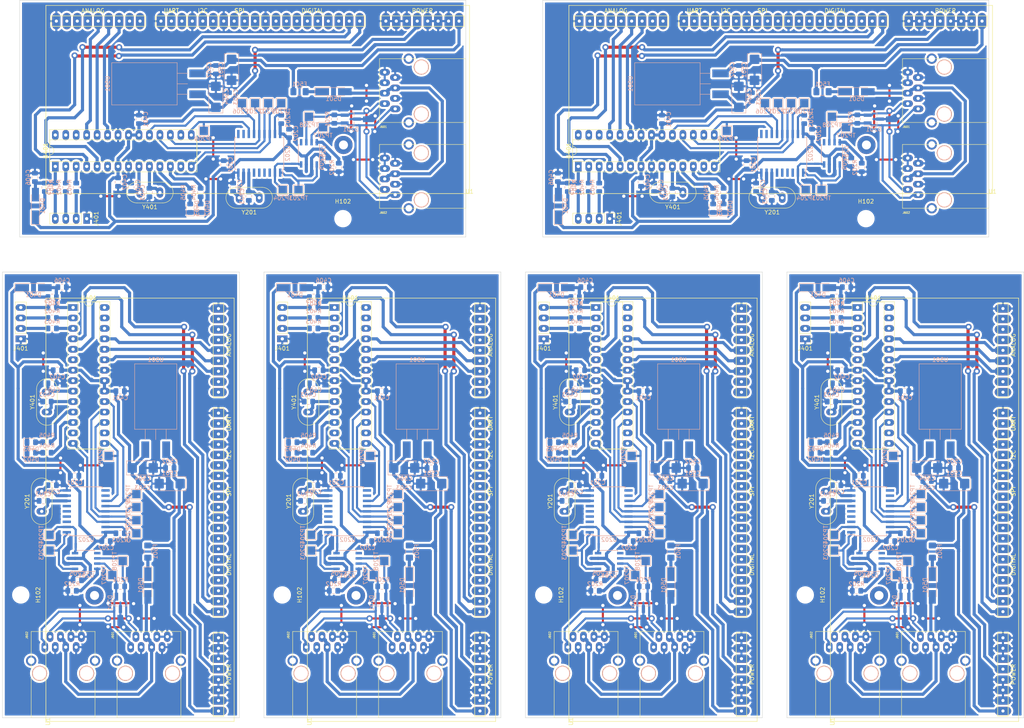
<source format=kicad_pcb>
(kicad_pcb (version 20171130) (host pcbnew 5.1.5)
  (layers (0 F.Cu jumper) (31 B.Cu signal) (34 B.Paste user) (35 F.Paste user) (36 B.SilkS user) (37 F.SilkS user) (38 B.Mask user) (39 F.Mask user) (44 Edge.Cuts user))
  (net 0 "")
  (net 1 GND)
  (net 2 +5V)
  (net 3 /MCU/RESET)
  (net 4 "Net-(C203-Pad1)")
  (net 5 "Net-(C204-Pad1)")
  (net 6 "Net-(C403-Pad1)")
  (net 7 "Net-(C404-Pad1)")
  (net 8 "Net-(C405-Pad2)")
  (net 9 /MCU/LED2)
  (net 10 /MCU/LED1)
  (net 11 "Net-(D501-Pad1)")
  (net 12 "/POWER SUPPLY/+18V_IN")
  (net 13 "/CANBUS CONN/CAN_L")
  (net 14 "/CANBUS CONN/CAN_H")
  (net 15 "Net-(R202-Pad1)")
  (net 16 "Net-(R203-Pad2)")
  (net 17 /MCU/USART_RX)
  (net 18 "Net-(J401-Pad3)")
  (net 19 "Net-(J401-Pad2)")
  (net 20 /MCU/USART_TX)
  (net 21 /MOSI)
  (net 22 /MISO)
  (net 23 /CANBUS/TXCAN)
  (net 24 /CANBUS/RXCAN)
  (net 25 /CANBUS/CS)
  (net 26 /SCK)
  (net 27 /CANBUS/INT)
  (net 28 "Net-(U401-Pad6)")
  (net 29 "Net-(U401-Pad26)")
  (net 30 "Net-(U401-Pad13)")
  (net 31 "Net-(U201-Pad5)")
  (net 32 "Net-(U202-Pad3)")
  (net 33 "Net-(U202-Pad4)")
  (net 34 "Net-(U202-Pad5)")
  (net 35 "Net-(U202-Pad6)")
  (net 36 "Net-(U202-Pad11)")
  (net 37 "Net-(D402-Pad2)")
  (net 38 "Net-(D403-Pad2)")
  (net 39 "Net-(U401-Pad16)")
  (net 40 "Net-(U202-Pad10)")
  (net 41 VCC)
  (net 42 /PD2)
  (net 43 /PD3)
  (net 44 /ADC0)
  (net 45 /ADC1)
  (net 46 /ADC2)
  (net 47 "Net-(U401-Pad27)")
  (net 48 "Net-(U401-Pad28)")
  (net 49 "Net-(U1-Pad11)")
  (net 50 "Net-(U1-Pad12)")
  (net 51 "Net-(U1-Pad13)")
  (net 52 "Net-(U1-Pad14)")
  (net 53 "Net-(U1-Pad15)")
  (net 54 "Net-(U1-Pad16)")
  (net 55 "Net-(U1-Pad17)")
  (net 56 "Net-(U1-Pad19)")
  (net 57 "Net-(U1-Pad20)")
  (net 58 "Net-(U1-Pad21)")
  (net 59 "Net-(U1-Pad23)")
  (net 60 "Net-(U1-Pad24)")
  (net 61 "Net-(U1-Pad26)")
  (net 62 "Net-(U1-Pad27)")
  (net 63 "Net-(U1-Pad29)")
  (net 64 "Net-(U1-Pad30)")
  (net 65 "Net-(U1-Pad34)")
  (net 66 "Net-(U1-Pad35)")
  (net 67 "Net-(U1-Pad36)")
  (module Capacitor_SMD:C_0805_2012Metric_Pad1.15x1.40mm_HandSolder (layer B.Cu) (at 154.813 59.563 270)
    (fp_text reference C406 (at 0 1.65 270) (layer B.SilkS) (effects (justify mirror)))
    (fp_text value 100nF)
    (pad 2 smd roundrect (at 1.025 0 270) (size 1.15 1.4) (layers B.Cu B.Paste B.Mask) (roundrect_rratio 0.217391))
    (pad 1 smd roundrect (at -1.025 0 270) (size 1.15 1.4) (layers B.Cu B.Paste B.Mask) (roundrect_rratio 0.217391))
  )
  (module Capacitor_SMD:C_0805_2012Metric_Pad1.15x1.40mm_HandSolder (layer B.Cu) (at 182.626 63.246 270)
    (fp_text reference C403 (at 0 1.65 270) (layer B.SilkS) (effects (justify mirror)))
    (fp_text value 22pF)
    (pad 2 smd roundrect (at 1.025 0 270) (size 1.15 1.4) (layers B.Cu B.Paste B.Mask) (roundrect_rratio 0.217391))
    (pad 1 smd roundrect (at -1.025 0 270) (size 1.15 1.4) (layers B.Cu B.Paste B.Mask) (roundrect_rratio 0.217391))
  )
  (module Capacitor_SMD:C_0805_2012Metric_Pad1.15x1.40mm_HandSolder (layer B.Cu) (at 178.181 61.976 90)
    (fp_text reference C404 (at 0 1.65 90) (layer B.SilkS) (effects (justify mirror)))
    (fp_text value 22pF)
    (pad 2 smd roundrect (at 1.025 0 90) (size 1.15 1.4) (layers B.Cu B.Paste B.Mask) (roundrect_rratio 0.217391))
    (pad 1 smd roundrect (at -1.025 0 90) (size 1.15 1.4) (layers B.Cu B.Paste B.Mask) (roundrect_rratio 0.217391))
  )
  (module Capacitor_SMD:C_0805_2012Metric_Pad1.15x1.40mm_HandSolder (layer B.Cu) (at 180.086 45.466 90)
    (fp_text reference C401 (at 0 1.65 90) (layer B.SilkS) (effects (justify mirror)))
    (fp_text value 100nF)
    (pad 2 smd roundrect (at 1.025 0 90) (size 1.15 1.4) (layers B.Cu B.Paste B.Mask) (roundrect_rratio 0.217391))
    (pad 1 smd roundrect (at -1.025 0 90) (size 1.15 1.4) (layers B.Cu B.Paste B.Mask) (roundrect_rratio 0.217391))
  )
  (module Resistor_SMD:R_0805_2012Metric_Pad1.15x1.40mm_HandSolder (layer B.Cu) (at 214.63 45.475 90)
    (fp_text reference R203 (at 0 1.65 90) (layer B.SilkS) (effects (justify mirror)))
    (fp_text value 10k)
    (pad 2 smd roundrect (at 1.025 0 90) (size 1.15 1.4) (layers B.Cu B.Paste B.Mask) (roundrect_rratio 0.217391))
    (pad 1 smd roundrect (at -1.025 0 90) (size 1.15 1.4) (layers B.Cu B.Paste B.Mask) (roundrect_rratio 0.217391))
  )
  (module Capacitor_SMD:C_0805_2012Metric_Pad1.15x1.40mm_HandSolder (layer B.Cu) (at 216.535 48.895 90)
    (fp_text reference C202 (at 0 1.65 90) (layer B.SilkS) (effects (justify mirror)))
    (fp_text value 100nF)
    (pad 2 smd roundrect (at 1.025 0 90) (size 1.15 1.4) (layers B.Cu B.Paste B.Mask) (roundrect_rratio 0.217391))
    (pad 1 smd roundrect (at -1.025 0 90) (size 1.15 1.4) (layers B.Cu B.Paste B.Mask) (roundrect_rratio 0.217391))
  )
  (module Capacitor_SMD:C_0805_2012Metric_Pad1.15x1.40mm_HandSolder (layer B.Cu) (at 206.756 64.126 270)
    (fp_text reference C203 (at 0 1.65 270) (layer B.SilkS) (effects (justify mirror)))
    (fp_text value 22pF)
    (pad 2 smd roundrect (at 1.025 0 270) (size 1.15 1.4) (layers B.Cu B.Paste B.Mask) (roundrect_rratio 0.217391))
    (pad 1 smd roundrect (at -1.025 0 270) (size 1.15 1.4) (layers B.Cu B.Paste B.Mask) (roundrect_rratio 0.217391))
  )
  (module TestPoint:TestPoint_Pad_2.0x2.0mm (layer B.Cu) (at 195.834 48.26)
    (fp_text reference TP209 (at 0 1.998 180) (layer B.SilkS) (effects (justify mirror)))
    (fp_text value INT)
    (pad 1 smd rect (at 0 0) (size 2 2) (layers B.Cu B.Mask))
  )
  (module Capacitor_SMD:C_0805_2012Metric_Pad1.15x1.40mm_HandSolder (layer B.Cu) (at 175.006 60.706 90)
    (fp_text reference C402 (at 0 1.65 90) (layer B.SilkS) (effects (justify mirror)))
    (fp_text value 100nF)
    (pad 2 smd roundrect (at 1.025 0 90) (size 1.15 1.4) (layers B.Cu B.Paste B.Mask) (roundrect_rratio 0.217391))
    (pad 1 smd roundrect (at -1.025 0 90) (size 1.15 1.4) (layers B.Cu B.Paste B.Mask) (roundrect_rratio 0.217391))
  )
  (module LED_SMD:LED_0805_2012Metric_Pad1.15x1.40mm_HandSolder (layer B.Cu) (at 192.511344 67.056 90)
    (fp_text reference D403 (at 0 1.65 90) (layer B.SilkS) (effects (justify mirror)))
    (fp_text value LED_RED)
    (pad 2 smd roundrect (at 1.025 0 90) (size 1.15 1.4) (layers B.Cu B.Paste B.Mask) (roundrect_rratio 0.217391))
    (pad 1 smd roundrect (at -1.025 0 90) (size 1.15 1.4) (layers B.Cu B.Paste B.Mask) (roundrect_rratio 0.217391))
  )
  (module Capacitor_SMD:C_0805_2012Metric_Pad1.15x1.40mm_HandSolder (layer B.Cu) (at 201.93 40.005 90)
    (fp_text reference C503 (at 0 1.65 90) (layer B.SilkS) (effects (justify mirror)))
    (fp_text value 100nF)
    (pad 2 smd roundrect (at 1.025 0 90) (size 1.15 1.4) (layers B.Cu B.Paste B.Mask) (roundrect_rratio 0.217391))
    (pad 1 smd roundrect (at -1.025 0 90) (size 1.15 1.4) (layers B.Cu B.Paste B.Mask) (roundrect_rratio 0.217391))
  )
  (module Resistor_SMD:R_0805_2012Metric_Pad1.15x1.40mm_HandSolder (layer B.Cu) (at 228.6 57.15 270)
    (fp_text reference R202 (at 0 1.65 270) (layer B.SilkS) (effects (justify mirror)))
    (fp_text value 4k7)
    (pad 2 smd roundrect (at 1.025 0 270) (size 1.15 1.4) (layers B.Cu B.Paste B.Mask) (roundrect_rratio 0.217391))
    (pad 1 smd roundrect (at -1.025 0 270) (size 1.15 1.4) (layers B.Cu B.Paste B.Mask) (roundrect_rratio 0.217391))
  )
  (module Resistor_SMD:R_0805_2012Metric_Pad1.15x1.40mm_HandSolder (layer B.Cu) (at 164.846 61.976 270)
    (fp_text reference R403 (at 0 1.65 270) (layer B.SilkS) (effects (justify mirror)))
    (fp_text value 1k)
    (pad 2 smd roundrect (at 1.025 0 270) (size 1.15 1.4) (layers B.Cu B.Paste B.Mask) (roundrect_rratio 0.217391))
    (pad 1 smd roundrect (at -1.025 0 270) (size 1.15 1.4) (layers B.Cu B.Paste B.Mask) (roundrect_rratio 0.217391))
  )
  (module Capacitor_SMD:C_0805_2012Metric_Pad1.15x1.40mm_HandSolder (layer B.Cu) (at 198.755 33.41 270)
    (fp_text reference C502 (at 0 1.65 270) (layer B.SilkS) (effects (justify mirror)))
    (fp_text value 100nF)
    (pad 2 smd roundrect (at 1.025 0 270) (size 1.15 1.4) (layers B.Cu B.Paste B.Mask) (roundrect_rratio 0.217391))
    (pad 1 smd roundrect (at -1.025 0 270) (size 1.15 1.4) (layers B.Cu B.Paste B.Mask) (roundrect_rratio 0.217391))
  )
  (module Diode_SMD:D_MiniMELF_Handsoldering (layer B.Cu) (at 154.94 66.504 90)
    (fp_text reference D401 (at 0 1.75 90) (layer B.SilkS) (effects (justify mirror)))
    (fp_text value LL4148)
    (pad 2 smd rect (at 2.75 0 90) (size 3.3 1.7) (layers B.Cu B.Paste B.Mask))
    (pad 1 smd rect (at -2.75 0 90) (size 3.3 1.7) (layers B.Cu B.Paste B.Mask))
  )
  (module Resistor_SMD:R_0805_2012Metric_Pad1.15x1.40mm_HandSolder (layer B.Cu) (at 157.226 61.976 90)
    (fp_text reference R401 (at 0 1.65 90) (layer B.SilkS) (effects (justify mirror)))
    (fp_text value 10k)
    (pad 2 smd roundrect (at 1.025 0 90) (size 1.15 1.4) (layers B.Cu B.Paste B.Mask) (roundrect_rratio 0.217391))
    (pad 1 smd roundrect (at -1.025 0 90) (size 1.15 1.4) (layers B.Cu B.Paste B.Mask) (roundrect_rratio 0.217391))
  )
  (module KicadZeniteSolarLibrary18:ZCS18 (layer F.Cu) (at 260.35 63.5 180)
    (fp_text reference U1 (at 0 0.5) (layer F.SilkS))
    (fp_text value ZCS)
    (fp_text user ANALOG (at 91.44 44.45) (layer F.SilkS))
    (fp_text user UART (at 72.39 44.45) (layer F.SilkS))
    (fp_text user UART (at 72.39 44.45) (layer F.SilkS))
    (fp_text user I2C (at 64.77 44.45) (layer F.SilkS))
    (fp_text user SPI (at 55.88 44.45) (layer F.SilkS))
    (fp_text user SPI (at 55.88 44.45) (layer F.SilkS))
    (fp_text user DIGITAL (at 38.1 44.45) (layer F.SilkS))
    (fp_text user POWER (at 11.43 44.45) (layer F.SilkS))
    (pad 40 thru_hole circle (at 30.608 11.811 180) (size 4.4 4.4) (drill 2.2) (layers *.Cu *.Mask) (clearance 0.1))
    (pad 37 thru_hole oval (at 100.33 41.91 180) (size 2 4) (drill 0.762) (layers *.Cu *.Mask))
    (pad 36 thru_hole oval (at 97.79 41.91 180) (size 2 4) (drill 0.762) (layers *.Cu *.Mask))
    (pad 35 thru_hole oval (at 95.25 41.91 180) (size 2 4) (drill 0.762) (layers *.Cu *.Mask))
    (pad 34 thru_hole oval (at 92.71 41.91 180) (size 2 4) (drill 0.762) (layers *.Cu *.Mask))
    (pad 33 thru_hole oval (at 90.17 41.91 180) (size 2 4) (drill 0.762) (layers *.Cu *.Mask))
    (pad 32 thru_hole oval (at 87.63 41.91 180) (size 2 4) (drill 0.762) (layers *.Cu *.Mask))
    (pad 31 thru_hole oval (at 85.09 41.91 180) (size 2 4) (drill 0.762) (layers *.Cu *.Mask))
    (pad 30 thru_hole oval (at 82.55 41.91 180) (size 2 4) (drill 0.762) (layers *.Cu *.Mask))
    (pad 29 thru_hole oval (at 80.01 41.91 180) (size 2 4) (drill 0.762) (layers *.Cu *.Mask))
    (pad 28 thru_hole oval (at 74.93 41.91 180) (size 2 4) (drill 0.762) (layers *.Cu *.Mask))
    (pad 27 thru_hole oval (at 72.39 41.91 180) (size 2 4) (drill 0.762) (layers *.Cu *.Mask))
    (pad 26 thru_hole oval (at 69.85 41.91 180) (size 2 4) (drill 0.762) (layers *.Cu *.Mask))
    (pad 25 thru_hole oval (at 67.31 41.91 180) (size 2 4) (drill 0.762) (layers *.Cu *.Mask))
    (pad 24 thru_hole oval (at 64.77 41.91 180) (size 2 4) (drill 0.762) (layers *.Cu *.Mask))
    (pad 23 thru_hole oval (at 62.23 41.91 180) (size 2 4) (drill 0.762) (layers *.Cu *.Mask))
    (pad 22 thru_hole oval (at 59.69 41.91 180) (size 2 4) (drill 0.762) (layers *.Cu *.Mask))
    (pad 21 thru_hole oval (at 57.15 41.91 180) (size 2 4) (drill 0.762) (layers *.Cu *.Mask))
    (pad 20 thru_hole oval (at 54.61 41.91 180) (size 2 4) (drill 0.762) (layers *.Cu *.Mask))
    (pad 19 thru_hole oval (at 52.07 41.91 180) (size 2 4) (drill 0.762) (layers *.Cu *.Mask))
    (pad 18 thru_hole oval (at 49.53 41.91 180) (size 2 4) (drill 0.762) (layers *.Cu *.Mask))
    (pad 17 thru_hole oval (at 46.99 41.91 180) (size 2 4) (drill 0.762) (layers *.Cu *.Mask))
    (pad 16 thru_hole oval (at 44.45 41.91 180) (size 2 4) (drill 0.762) (layers *.Cu *.Mask))
    (pad 15 thru_hole oval (at 41.91 41.91 180) (size 2 4) (drill 0.762) (layers *.Cu *.Mask))
    (pad 14 thru_hole oval (at 39.37 41.91 180) (size 2 4) (drill 0.762) (layers *.Cu *.Mask))
    (pad 13 thru_hole oval (at 36.83 41.91 180) (size 2 4) (drill 0.762) (layers *.Cu *.Mask))
    (pad 12 thru_hole oval (at 34.29 41.91 180) (size 2 4) (drill 0.762) (layers *.Cu *.Mask))
    (pad 11 thru_hole oval (at 31.75 41.91 180) (size 2 4) (drill 0.762) (layers *.Cu *.Mask))
    (pad 10 thru_hole oval (at 29.21 41.91 180) (size 2 4) (drill 0.762) (layers *.Cu *.Mask))
    (pad 9 thru_hole oval (at 26.67 41.91 180) (size 2 4) (drill 0.762) (layers *.Cu *.Mask))
    (pad 8 thru_hole oval (at 20.32 41.91 180) (size 2 4) (drill 0.762) (layers *.Cu *.Mask))
    (pad 7 thru_hole oval (at 17.78 41.91 180) (size 2 4) (drill 0.762) (layers *.Cu *.Mask))
    (pad 6 thru_hole oval (at 15.24 41.91 180) (size 2 4) (drill 0.762) (layers *.Cu *.Mask))
    (pad 5 thru_hole oval (at 12.7 41.91 180) (size 2 4) (drill 0.762) (layers *.Cu *.Mask))
    (pad 4 thru_hole oval (at 10.16 41.91 180) (size 2 4) (drill 0.762) (layers *.Cu *.Mask))
    (pad 3 thru_hole oval (at 7.62 41.91 180) (size 2 4) (drill 0.762) (layers *.Cu *.Mask))
    (pad 2 thru_hole oval (at 5.08 41.91 180) (size 2 4) (drill 0.762) (layers *.Cu *.Mask))
    (pad 1 thru_hole oval (at 2.54 41.91 180) (size 2 4) (drill 0.762) (layers *.Cu *.Mask))
  )
  (module Capacitor_Tantalum_SMD:CP_EIA-6032-20_AVX-F_Pad2.25x2.35mm_HandSolder (layer B.Cu) (at 198.755 39.98 90)
    (fp_text reference C504 (at 0 2.55 90) (layer B.SilkS) (effects (justify mirror)))
    (fp_text value 1uF)
    (pad 1 smd roundrect (at -2.55 0 90) (size 2.25 2.35) (layers B.Cu B.Paste B.Mask) (roundrect_rratio 0.111111))
    (pad 2 smd roundrect (at 2.55 0 90) (size 2.25 2.35) (layers B.Cu B.Paste B.Mask) (roundrect_rratio 0.111111))
  )
  (module Capacitor_Tantalum_SMD:CP_EIA-6032-20_AVX-F_Pad2.25x2.35mm_HandSolder (layer B.Cu) (at 202.565 33.435 270)
    (fp_text reference C501 (at 0 2.55 270) (layer B.SilkS) (effects (justify mirror)))
    (fp_text value 1uF)
    (pad 2 smd roundrect (at 2.55 0 270) (size 2.25 2.35) (layers B.Cu B.Paste B.Mask) (roundrect_rratio 0.111111))
    (pad 1 smd roundrect (at -2.55 0 270) (size 2.25 2.35) (layers B.Cu B.Paste B.Mask) (roundrect_rratio 0.111111))
  )
  (module Diode_SMD:D_MiniMELF_Handsoldering (layer B.Cu) (at 227.33 38.735)
    (fp_text reference D501 (at 0 1.75 180) (layer B.SilkS) (effects (justify mirror)))
    (fp_text value LL4148)
    (pad 2 smd rect (at 2.75 0) (size 3.3 1.7) (layers B.Cu B.Paste B.Mask))
    (pad 1 smd rect (at -2.75 0) (size 3.3 1.7) (layers B.Cu B.Paste B.Mask))
  )
  (module MountingHole:MountingHole_3.2mm_M3 (layer F.Cu) (at 229.616 69.596)
    (fp_text reference H102 (at 0 -4.2 180) (layer F.SilkS))
    (fp_text value MountingHole)
    (pad 1 np_thru_hole circle (at 0 0) (size 3.2 3.2) (drill 3.2) (layers *.Cu *.Mask))
  )
  (module Package_SO:SOIC-8_3.9x4.9mm_P1.27mm (layer B.Cu) (at 221.361 53.721 90)
    (fp_text reference U201 (at 0 3.5 90) (layer B.SilkS) (effects (justify mirror)))
    (fp_text value MCP2551-I/SN)
    (pad 8 smd rect (at 2.7 1.905 90) (size 1.55 0.6) (layers B.Cu B.Paste B.Mask))
    (pad 7 smd rect (at 2.7 0.635 90) (size 1.55 0.6) (layers B.Cu B.Paste B.Mask))
    (pad 6 smd rect (at 2.7 -0.635 90) (size 1.55 0.6) (layers B.Cu B.Paste B.Mask))
    (pad 5 smd rect (at 2.7 -1.905 90) (size 1.55 0.6) (layers B.Cu B.Paste B.Mask))
    (pad 4 smd rect (at -2.7 -1.905 90) (size 1.55 0.6) (layers B.Cu B.Paste B.Mask))
    (pad 3 smd rect (at -2.7 -0.635 90) (size 1.55 0.6) (layers B.Cu B.Paste B.Mask))
    (pad 2 smd rect (at -2.7 0.635 90) (size 1.55 0.6) (layers B.Cu B.Paste B.Mask))
    (pad 1 smd rect (at -2.7 1.905 90) (size 1.55 0.6) (layers B.Cu B.Paste B.Mask))
  )
  (module Capacitor_SMD:C_0805_2012Metric_Pad1.15x1.40mm_HandSolder (layer B.Cu) (at 226.06 55.88 270)
    (fp_text reference C205 (at 0 1.65 270) (layer B.SilkS) (effects (justify mirror)))
    (fp_text value 100nF)
    (pad 2 smd roundrect (at 1.025 0 270) (size 1.15 1.4) (layers B.Cu B.Paste B.Mask) (roundrect_rratio 0.217391))
    (pad 1 smd roundrect (at -1.025 0 270) (size 1.15 1.4) (layers B.Cu B.Paste B.Mask) (roundrect_rratio 0.217391))
  )
  (module Package_TO_SOT_SMD:SOT-23_Handsoldering (layer B.Cu) (at 231.53 45.4)
    (fp_text reference D201 (at 0 2.5 180) (layer B.SilkS) (effects (justify mirror)))
    (fp_text value pesd1can)
    (pad 1 smd rect (at -1.5 0.95) (size 1.9 0.8) (layers B.Cu B.Paste B.Mask))
    (pad 2 smd rect (at -1.5 -0.95) (size 1.9 0.8) (layers B.Cu B.Paste B.Mask))
    (pad 3 smd rect (at 1.5 0) (size 1.9 0.8) (layers B.Cu B.Paste B.Mask))
  )
  (module TestPoint:TestPoint_Pad_2.0x2.0mm (layer B.Cu) (at 205.105 41.529)
    (fp_text reference TP206 (at 0 1.998 180) (layer B.SilkS) (effects (justify mirror)))
    (fp_text value SCK)
    (pad 1 smd rect (at 0 0) (size 2 2) (layers B.Cu B.Mask))
  )
  (module Resistor_SMD:R_0805_2012Metric_Pad1.15x1.40mm_HandSolder (layer B.Cu) (at 195.051344 63.246 270)
    (fp_text reference R404 (at 0 1.65 270) (layer B.SilkS) (effects (justify mirror)))
    (fp_text value 1k)
    (pad 2 smd roundrect (at 1.025 0 270) (size 1.15 1.4) (layers B.Cu B.Paste B.Mask) (roundrect_rratio 0.217391))
    (pad 1 smd roundrect (at -1.025 0 270) (size 1.15 1.4) (layers B.Cu B.Paste B.Mask) (roundrect_rratio 0.217391))
  )
  (module TestPoint:TestPoint_Pad_2.0x2.0mm (layer B.Cu) (at 208.28 41.529)
    (fp_text reference TP201 (at 0 1.998 180) (layer B.SilkS) (effects (justify mirror)))
    (fp_text value SI)
    (pad 1 smd rect (at 0 0) (size 2 2) (layers B.Cu B.Mask))
  )
  (module TestPoint:TestPoint_Pad_2.0x2.0mm (layer B.Cu) (at 211.455 41.529)
    (fp_text reference TP202 (at 0 1.998 180) (layer B.SilkS) (effects (justify mirror)))
    (fp_text value SO)
    (pad 1 smd rect (at 0 0) (size 2 2) (layers B.Cu B.Mask))
  )
  (module Package_DIP:DIP-28_W7.62mm_Socket (layer F.Cu) (at 159.766 56.896 90)
    (fp_text reference U401 (at 3.81 -2.33 90) (layer F.SilkS))
    (fp_text value ATMEGA328P-PU)
    (pad 28 thru_hole oval (at 7.62 0 90) (size 2.5 1.6) (drill 0.8) (layers *.Cu *.Mask))
    (pad 14 thru_hole oval (at 0 33.02 90) (size 2.5 1.6) (drill 0.8) (layers *.Cu *.Mask))
    (pad 27 thru_hole oval (at 7.62 2.54 90) (size 2.5 1.6) (drill 0.8) (layers *.Cu *.Mask))
    (pad 13 thru_hole oval (at 0 30.48 90) (size 2.5 1.6) (drill 0.8) (layers *.Cu *.Mask))
    (pad 26 thru_hole oval (at 7.62 5.08 90) (size 2.5 1.6) (drill 0.8) (layers *.Cu *.Mask))
    (pad 12 thru_hole oval (at 0 27.94 90) (size 2.5 1.6) (drill 0.8) (layers *.Cu *.Mask))
    (pad 25 thru_hole oval (at 7.62 7.62 90) (size 2.5 1.6) (drill 0.8) (layers *.Cu *.Mask))
    (pad 11 thru_hole oval (at 0 25.4 90) (size 2.5 1.6) (drill 0.8) (layers *.Cu *.Mask))
    (pad 24 thru_hole oval (at 7.62 10.16 90) (size 2.5 1.6) (drill 0.8) (layers *.Cu *.Mask))
    (pad 10 thru_hole oval (at 0 22.86 90) (size 2.5 1.6) (drill 0.8) (layers *.Cu *.Mask))
    (pad 23 thru_hole oval (at 7.62 12.7 90) (size 2.5 1.6) (drill 0.8) (layers *.Cu *.Mask))
    (pad 9 thru_hole oval (at 0 20.32 90) (size 2.5 1.6) (drill 0.8) (layers *.Cu *.Mask))
    (pad 22 thru_hole oval (at 7.62 15.24 90) (size 2.5 1.6) (drill 0.8) (layers *.Cu *.Mask))
    (pad 8 thru_hole oval (at 0 17.78 90) (size 2.5 1.6) (drill 0.8) (layers *.Cu *.Mask))
    (pad 21 thru_hole oval (at 7.62 17.78 90) (size 2.5 1.6) (drill 0.8) (layers *.Cu *.Mask))
    (pad 7 thru_hole oval (at 0 15.24 90) (size 2.5 1.6) (drill 0.8) (layers *.Cu *.Mask))
    (pad 20 thru_hole oval (at 7.62 20.32 90) (size 2.5 1.6) (drill 0.8) (layers *.Cu *.Mask))
    (pad 6 thru_hole oval (at 0 12.7 90) (size 2.5 1.6) (drill 0.8) (layers *.Cu *.Mask))
    (pad 19 thru_hole oval (at 7.62 22.86 90) (size 2.5 1.6) (drill 0.8) (layers *.Cu *.Mask))
    (pad 5 thru_hole oval (at 0 10.16 90) (size 2.5 1.6) (drill 0.8) (layers *.Cu *.Mask))
    (pad 18 thru_hole oval (at 7.62 25.4 90) (size 2.5 1.6) (drill 0.8) (layers *.Cu *.Mask))
    (pad 4 thru_hole oval (at 0 7.62 90) (size 2.5 1.6) (drill 0.8) (layers *.Cu *.Mask))
    (pad 17 thru_hole oval (at 7.62 27.94 90) (size 2.5 1.6) (drill 0.8) (layers *.Cu *.Mask))
    (pad 3 thru_hole oval (at 0 5.08 90) (size 2.5 1.6) (drill 0.8) (layers *.Cu *.Mask))
    (pad 16 thru_hole oval (at 7.62 30.48 90) (size 2.5 1.6) (drill 0.8) (layers *.Cu *.Mask))
    (pad 2 thru_hole oval (at 0 2.54 90) (size 2.5 1.6) (drill 0.8) (layers *.Cu *.Mask))
    (pad 15 thru_hole oval (at 7.62 33.02 90) (size 2.5 1.6) (drill 0.8) (layers *.Cu *.Mask))
    (pad 1 thru_hole rect (at 0 0 90) (size 2.5 1.6) (drill 0.8) (layers *.Cu *.Mask))
  )
  (module Resistor_SMD:R_0805_2012Metric_Pad1.15x1.40mm_HandSolder (layer B.Cu) (at 192.511344 63.246 270)
    (fp_text reference R405 (at 0 1.65 270) (layer B.SilkS) (effects (justify mirror)))
    (fp_text value 1k)
    (pad 2 smd roundrect (at 1.025 0 270) (size 1.15 1.4) (layers B.Cu B.Paste B.Mask) (roundrect_rratio 0.217391))
    (pad 1 smd roundrect (at -1.025 0 270) (size 1.15 1.4) (layers B.Cu B.Paste B.Mask) (roundrect_rratio 0.217391))
  )
  (module Capacitor_SMD:C_0805_2012Metric_Pad1.15x1.40mm_HandSolder (layer B.Cu) (at 202.946 61.976 90)
    (fp_text reference C204 (at 0 1.65 90) (layer B.SilkS) (effects (justify mirror)))
    (fp_text value 22pF)
    (pad 2 smd roundrect (at 1.025 0 90) (size 1.15 1.4) (layers B.Cu B.Paste B.Mask) (roundrect_rratio 0.217391))
    (pad 1 smd roundrect (at -1.025 0 90) (size 1.15 1.4) (layers B.Cu B.Paste B.Mask) (roundrect_rratio 0.217391))
  )
  (module TestPoint:TestPoint_Pad_2.0x2.0mm (layer B.Cu) (at 214.63 41.529)
    (fp_text reference TP205 (at 0 1.998 180) (layer B.SilkS) (effects (justify mirror)))
    (fp_text value SC)
    (pad 1 smd rect (at 0 0) (size 2 2) (layers B.Cu B.Mask))
  )
  (module TestPoint:TestPoint_Pad_2.0x2.0mm (layer B.Cu) (at 215.011 62.611)
    (fp_text reference TP204 (at 0 1.998 180) (layer B.SilkS) (effects (justify mirror)))
    (fp_text value RXCAN)
    (pad 1 smd rect (at 0 0) (size 2 2) (layers B.Cu B.Mask))
  )
  (module Fuse:Fuse_1206_3216Metric_Pad1.42x1.75mm_HandSolder (layer B.Cu) (at 219.075 38.735 180)
    (fp_text reference F501 (at 0 1.82) (layer B.SilkS) (effects (justify mirror)))
    (fp_text value 500mA)
    (pad 2 smd roundrect (at 1.4875 0 180) (size 1.425 1.75) (layers B.Cu B.Paste B.Mask) (roundrect_rratio 0.175439))
    (pad 1 smd roundrect (at -1.4875 0 180) (size 1.425 1.75) (layers B.Cu B.Paste B.Mask) (roundrect_rratio 0.175439))
  )
  (module TestPoint:TestPoint_Pad_2.0x2.0mm (layer B.Cu) (at 218.821 62.611)
    (fp_text reference TP203 (at 0 1.998 180) (layer B.SilkS) (effects (justify mirror)))
    (fp_text value TXCAN)
    (pad 1 smd rect (at 0 0) (size 2 2) (layers B.Cu B.Mask))
  )
  (module Crystal:Crystal_HC49-U_Vertical (layer F.Cu) (at 209.296 64.516 180)
    (fp_text reference Y201 (at 2.44 -3.525) (layer F.SilkS))
    (fp_text value 16MHz)
    (pad 2 thru_hole oval (at 4.88 0 180) (size 1.6 2.5) (drill 0.8) (layers *.Cu *.Mask))
    (pad 1 thru_hole oval (at 0 0 180) (size 1.6 2.5) (drill 0.8) (layers *.Cu *.Mask))
  )
  (module Package_SO:SOIC-18W_7.5x11.6mm_P1.27mm (layer B.Cu) (at 209.296 53.721 90)
    (fp_text reference U202 (at 0 6.875 90) (layer B.SilkS) (effects (justify mirror)))
    (fp_text value MCP2515-xSO)
    (pad 18 smd rect (at 4.7 5.08 90) (size 2 0.6) (layers B.Cu B.Paste B.Mask))
    (pad 17 smd rect (at 4.7 3.81 90) (size 2 0.6) (layers B.Cu B.Paste B.Mask))
    (pad 16 smd rect (at 4.7 2.54 90) (size 2 0.6) (layers B.Cu B.Paste B.Mask))
    (pad 15 smd rect (at 4.7 1.27 90) (size 2 0.6) (layers B.Cu B.Paste B.Mask))
    (pad 14 smd rect (at 4.7 0 90) (size 2 0.6) (layers B.Cu B.Paste B.Mask))
    (pad 13 smd rect (at 4.7 -1.27 90) (size 2 0.6) (layers B.Cu B.Paste B.Mask))
    (pad 12 smd rect (at 4.7 -2.54 90) (size 2 0.6) (layers B.Cu B.Paste B.Mask))
    (pad 11 smd rect (at 4.7 -3.81 90) (size 2 0.6) (layers B.Cu B.Paste B.Mask))
    (pad 10 smd rect (at 4.7 -5.08 90) (size 2 0.6) (layers B.Cu B.Paste B.Mask))
    (pad 9 smd rect (at -4.7 -5.08 90) (size 2 0.6) (layers B.Cu B.Paste B.Mask))
    (pad 8 smd rect (at -4.7 -3.81 90) (size 2 0.6) (layers B.Cu B.Paste B.Mask))
    (pad 7 smd rect (at -4.7 -2.54 90) (size 2 0.6) (layers B.Cu B.Paste B.Mask))
    (pad 6 smd rect (at -4.7 -1.27 90) (size 2 0.6) (layers B.Cu B.Paste B.Mask))
    (pad 5 smd rect (at -4.7 0 90) (size 2 0.6) (layers B.Cu B.Paste B.Mask))
    (pad 4 smd rect (at -4.7 1.27 90) (size 2 0.6) (layers B.Cu B.Paste B.Mask))
    (pad 3 smd rect (at -4.7 2.54 90) (size 2 0.6) (layers B.Cu B.Paste B.Mask))
    (pad 2 smd rect (at -4.7 3.81 90) (size 2 0.6) (layers B.Cu B.Paste B.Mask))
    (pad 1 smd rect (at -4.7 5.08 90) (size 2 0.6) (layers B.Cu B.Paste B.Mask))
  )
  (module Capacitor_SMD:C_0805_2012Metric_Pad1.15x1.40mm_HandSolder (layer B.Cu) (at 200.66 56.515 90)
    (fp_text reference C201 (at 0 1.65 90) (layer B.SilkS) (effects (justify mirror)))
    (fp_text value 100nF)
    (pad 2 smd roundrect (at 1.025 0 90) (size 1.15 1.4) (layers B.Cu B.Paste B.Mask) (roundrect_rratio 0.217391))
    (pad 1 smd roundrect (at -1.025 0 90) (size 1.15 1.4) (layers B.Cu B.Paste B.Mask) (roundrect_rratio 0.217391))
  )
  (module KicadZeniteSolarLibrary18:RJ45_YH59_01 (layer F.Cu) (at 242.308 42.916 90)
    (fp_text reference J601 (at -4.364296 -2.909696 180) (layer F.SilkS) (effects (font (size 0.5 0.5) (thickness 0.1))))
    (fp_text value RJ45)
    (pad 9 thru_hole circle (at 12.2 3.296 90) (size 2.5 2.5) (drill 1.6) (layers *.Cu *.Mask))
    (pad 9 thru_hole circle (at -3.3 3.296 90) (size 2.5 2.5) (drill 1.6) (layers *.Cu *.Mask))
    (pad 8 thru_hole oval (at 8.895 -2.544 90) (size 1.6 2.5) (drill 0.8) (layers *.Cu *.Mask))
    (pad 7 thru_hole oval (at 7.625 -0.004 90) (size 1.6 2.5) (drill 0.8) (layers *.Cu *.Mask))
    (pad 6 thru_hole oval (at 6.355 -2.544 90) (size 1.6 2.5) (drill 0.8) (layers *.Cu *.Mask))
    (pad 5 thru_hole oval (at 5.085 -0.004 90) (size 1.6 2.5) (drill 0.8) (layers *.Cu *.Mask))
    (pad 4 thru_hole oval (at 3.815 -2.544 90) (size 1.6 2.5) (drill 0.8) (layers *.Cu *.Mask))
    (pad 3 thru_hole oval (at 2.545 -0.004 90) (size 1.6 2.5) (drill 0.8) (layers *.Cu *.Mask))
    (pad 2 thru_hole oval (at 1.275 -2.544 90) (size 1.6 2.5) (drill 0.8) (layers *.Cu *.Mask))
    (pad 1 thru_hole oval (at 0.005 -0.004 90) (size 1.6 2.5) (drill 0.8) (layers *.Cu *.Mask))
    (pad "" np_thru_hole circle (at -1.265 6.346 90) (size 3.65 3.65) (drill 3.2) (layers *.Cu *.SilkS *.Mask))
    (pad "" np_thru_hole circle (at 10.165 6.346 90) (size 3.65 3.65) (drill 3.2) (layers *.Cu *.SilkS *.Mask))
  )
  (module Resistor_SMD:R_0805_2012Metric_Pad1.15x1.40mm_HandSolder (layer B.Cu) (at 162.306 61.976 270)
    (fp_text reference R402 (at 0 1.65 270) (layer B.SilkS) (effects (justify mirror)))
    (fp_text value 1k)
    (pad 2 smd roundrect (at 1.025 0 270) (size 1.15 1.4) (layers B.Cu B.Paste B.Mask) (roundrect_rratio 0.217391))
    (pad 1 smd roundrect (at -1.025 0 270) (size 1.15 1.4) (layers B.Cu B.Paste B.Mask) (roundrect_rratio 0.217391))
  )
  (module LED_SMD:LED_0805_2012Metric_Pad1.15x1.40mm_HandSolder (layer B.Cu) (at 195.051344 67.056 90)
    (fp_text reference D402 (at 0 1.65 90) (layer B.SilkS) (effects (justify mirror)))
    (fp_text value LED_RED)
    (pad 2 smd roundrect (at 1.025 0 90) (size 1.15 1.4) (layers B.Cu B.Paste B.Mask) (roundrect_rratio 0.217391))
    (pad 1 smd roundrect (at -1.025 0 90) (size 1.15 1.4) (layers B.Cu B.Paste B.Mask) (roundrect_rratio 0.217391))
  )
  (module Resistor_SMD:R_0805_2012Metric_Pad1.15x1.40mm_HandSolder (layer B.Cu) (at 227.53 45.4 270)
    (fp_text reference R201 (at 0 1.65 270) (layer B.SilkS) (effects (justify mirror)))
    (fp_text value 120)
    (pad 2 smd roundrect (at 1.025 0 270) (size 1.15 1.4) (layers B.Cu B.Paste B.Mask) (roundrect_rratio 0.217391))
    (pad 1 smd roundrect (at -1.025 0 270) (size 1.15 1.4) (layers B.Cu B.Paste B.Mask) (roundrect_rratio 0.217391))
  )
  (module TestPoint:TestPoint_Pad_2.0x2.0mm (layer B.Cu) (at 221.361 44.831)
    (fp_text reference TP208 (at 0 1.998 180) (layer B.SilkS) (effects (justify mirror)))
    (fp_text value CAN_L)
    (pad 1 smd rect (at 0 0) (size 2 2) (layers B.Cu B.Mask))
  )
  (module TestPoint:TestPoint_Pad_2.0x2.0mm (layer B.Cu) (at 224.79 47.371)
    (fp_text reference TP207 (at 0 1.998 180) (layer B.SilkS) (effects (justify mirror)))
    (fp_text value CAN_H)
    (pad 1 smd rect (at 0 0) (size 2 2) (layers B.Cu B.Mask))
  )
  (module KicadZeniteSolarLibrary18:TO-220-3_Horizontal_TabDown_SMD (layer B.Cu) (at 193.04 34.29 270)
    (fp_text reference U501 (at 2.54 20.58 270) (layer B.SilkS) (effects (justify mirror)))
    (fp_text value LM7805)
    (pad 3 smd rect (at 5.08 -1.27 270) (size 1.905 4) (layers B.Cu B.Paste B.Mask))
    (pad 2 smd rect (at 2.54 -1.27 270) (size 1.905 4) (layers B.Cu B.Paste B.Mask))
    (pad 1 smd rect (at 0 -1.27 270) (size 1.905 4) (layers B.Cu B.Paste B.Mask))
    (pad "" smd rect (at 2.54 11.684 270) (size 10 16) (layers B.Cu B.Paste B.Mask))
  )
  (module Connector_PinHeader_2.54mm:PinHeader_1x04_P2.54mm_Vertical (layer F.Cu) (at 167.386 69.596 270)
    (fp_text reference J401 (at 0 -2.33 270) (layer F.SilkS))
    (fp_text value USART)
    (pad 4 thru_hole oval (at 0 7.62 270) (size 2.5 1.6) (drill 0.8) (layers *.Cu *.Mask))
    (pad 3 thru_hole oval (at 0 5.08 270) (size 2.5 1.6) (drill 0.8) (layers *.Cu *.Mask))
    (pad 2 thru_hole oval (at 0 2.54 270) (size 2.5 1.6) (drill 0.8) (layers *.Cu *.Mask))
    (pad 1 thru_hole rect (at 0 0 270) (size 2.5 1.6) (drill 0.8) (layers *.Cu *.Mask))
  )
  (module KicadZeniteSolarLibrary18:RJ45_YH59_01 (layer F.Cu) (at 242.312 63.771 90)
    (fp_text reference J602 (at -4.364296 -2.909696 180) (layer F.SilkS) (effects (font (size 0.5 0.5) (thickness 0.1))))
    (fp_text value RJ45)
    (pad 9 thru_hole circle (at 12.2 3.296 90) (size 2.5 2.5) (drill 1.6) (layers *.Cu *.Mask))
    (pad 9 thru_hole circle (at -3.3 3.296 90) (size 2.5 2.5) (drill 1.6) (layers *.Cu *.Mask))
    (pad 8 thru_hole oval (at 8.895 -2.544 90) (size 1.6 2.5) (drill 0.8) (layers *.Cu *.Mask))
    (pad 7 thru_hole oval (at 7.625 -0.004 90) (size 1.6 2.5) (drill 0.8) (layers *.Cu *.Mask))
    (pad 6 thru_hole oval (at 6.355 -2.544 90) (size 1.6 2.5) (drill 0.8) (layers *.Cu *.Mask))
    (pad 5 thru_hole oval (at 5.085 -0.004 90) (size 1.6 2.5) (drill 0.8) (layers *.Cu *.Mask))
    (pad 4 thru_hole oval (at 3.815 -2.544 90) (size 1.6 2.5) (drill 0.8) (layers *.Cu *.Mask))
    (pad 3 thru_hole oval (at 2.545 -0.004 90) (size 1.6 2.5) (drill 0.8) (layers *.Cu *.Mask))
    (pad 2 thru_hole oval (at 1.275 -2.544 90) (size 1.6 2.5) (drill 0.8) (layers *.Cu *.Mask))
    (pad 1 thru_hole oval (at 0.005 -0.004 90) (size 1.6 2.5) (drill 0.8) (layers *.Cu *.Mask))
    (pad "" np_thru_hole circle (at -1.265 6.346 90) (size 3.65 3.65) (drill 3.2) (layers *.Cu *.SilkS *.Mask))
    (pad "" np_thru_hole circle (at 10.165 6.346 90) (size 3.65 3.65) (drill 3.2) (layers *.Cu *.SilkS *.Mask))
  )
  (module Capacitor_SMD:C_0805_2012Metric_Pad1.15x1.40mm_HandSolder (layer B.Cu) (at 159.766 61.976 270)
    (fp_text reference C405 (at 0 1.65 270) (layer B.SilkS) (effects (justify mirror)))
    (fp_text value 100nF)
    (pad 2 smd roundrect (at 1.025 0 270) (size 1.15 1.4) (layers B.Cu B.Paste B.Mask) (roundrect_rratio 0.217391))
    (pad 1 smd roundrect (at -1.025 0 270) (size 1.15 1.4) (layers B.Cu B.Paste B.Mask) (roundrect_rratio 0.217391))
  )
  (module Crystal:Crystal_HC49-U_Vertical (layer F.Cu) (at 185.166 63.246 180)
    (fp_text reference Y401 (at 2.44 -3.525) (layer F.SilkS))
    (fp_text value 16MHz)
    (pad 2 thru_hole oval (at 4.88 0 180) (size 1.6 2.5) (drill 0.8) (layers *.Cu *.Mask))
    (pad 1 thru_hole oval (at 0 0 180) (size 1.6 2.5) (drill 0.8) (layers *.Cu *.Mask))
  )
  (module Capacitor_SMD:C_0805_2012Metric_Pad1.15x1.40mm_HandSolder (layer B.Cu) (at 27.813 59.563 270)
    (fp_text reference C406 (at 0 1.65 270) (layer B.SilkS) (effects (justify mirror)))
    (fp_text value 100nF)
    (pad 2 smd roundrect (at 1.025 0 270) (size 1.15 1.4) (layers B.Cu B.Paste B.Mask) (roundrect_rratio 0.217391))
    (pad 1 smd roundrect (at -1.025 0 270) (size 1.15 1.4) (layers B.Cu B.Paste B.Mask) (roundrect_rratio 0.217391))
  )
  (module Capacitor_SMD:C_0805_2012Metric_Pad1.15x1.40mm_HandSolder (layer B.Cu) (at 55.626 63.246 270)
    (fp_text reference C403 (at 0 1.65 270) (layer B.SilkS) (effects (justify mirror)))
    (fp_text value 22pF)
    (pad 2 smd roundrect (at 1.025 0 270) (size 1.15 1.4) (layers B.Cu B.Paste B.Mask) (roundrect_rratio 0.217391))
    (pad 1 smd roundrect (at -1.025 0 270) (size 1.15 1.4) (layers B.Cu B.Paste B.Mask) (roundrect_rratio 0.217391))
  )
  (module Capacitor_SMD:C_0805_2012Metric_Pad1.15x1.40mm_HandSolder (layer B.Cu) (at 51.181 61.976 90)
    (fp_text reference C404 (at 0 1.65 90) (layer B.SilkS) (effects (justify mirror)))
    (fp_text value 22pF)
    (pad 2 smd roundrect (at 1.025 0 90) (size 1.15 1.4) (layers B.Cu B.Paste B.Mask) (roundrect_rratio 0.217391))
    (pad 1 smd roundrect (at -1.025 0 90) (size 1.15 1.4) (layers B.Cu B.Paste B.Mask) (roundrect_rratio 0.217391))
  )
  (module Capacitor_SMD:C_0805_2012Metric_Pad1.15x1.40mm_HandSolder (layer B.Cu) (at 53.086 45.466 90)
    (fp_text reference C401 (at 0 1.65 90) (layer B.SilkS) (effects (justify mirror)))
    (fp_text value 100nF)
    (pad 2 smd roundrect (at 1.025 0 90) (size 1.15 1.4) (layers B.Cu B.Paste B.Mask) (roundrect_rratio 0.217391))
    (pad 1 smd roundrect (at -1.025 0 90) (size 1.15 1.4) (layers B.Cu B.Paste B.Mask) (roundrect_rratio 0.217391))
  )
  (module Resistor_SMD:R_0805_2012Metric_Pad1.15x1.40mm_HandSolder (layer B.Cu) (at 87.63 45.475 90)
    (fp_text reference R203 (at 0 1.65 90) (layer B.SilkS) (effects (justify mirror)))
    (fp_text value 10k)
    (pad 2 smd roundrect (at 1.025 0 90) (size 1.15 1.4) (layers B.Cu B.Paste B.Mask) (roundrect_rratio 0.217391))
    (pad 1 smd roundrect (at -1.025 0 90) (size 1.15 1.4) (layers B.Cu B.Paste B.Mask) (roundrect_rratio 0.217391))
  )
  (module Capacitor_SMD:C_0805_2012Metric_Pad1.15x1.40mm_HandSolder (layer B.Cu) (at 89.535 48.895 90)
    (fp_text reference C202 (at 0 1.65 90) (layer B.SilkS) (effects (justify mirror)))
    (fp_text value 100nF)
    (pad 2 smd roundrect (at 1.025 0 90) (size 1.15 1.4) (layers B.Cu B.Paste B.Mask) (roundrect_rratio 0.217391))
    (pad 1 smd roundrect (at -1.025 0 90) (size 1.15 1.4) (layers B.Cu B.Paste B.Mask) (roundrect_rratio 0.217391))
  )
  (module Capacitor_SMD:C_0805_2012Metric_Pad1.15x1.40mm_HandSolder (layer B.Cu) (at 79.756 64.126 270)
    (fp_text reference C203 (at 0 1.65 270) (layer B.SilkS) (effects (justify mirror)))
    (fp_text value 22pF)
    (pad 2 smd roundrect (at 1.025 0 270) (size 1.15 1.4) (layers B.Cu B.Paste B.Mask) (roundrect_rratio 0.217391))
    (pad 1 smd roundrect (at -1.025 0 270) (size 1.15 1.4) (layers B.Cu B.Paste B.Mask) (roundrect_rratio 0.217391))
  )
  (module TestPoint:TestPoint_Pad_2.0x2.0mm (layer B.Cu) (at 68.834 48.26)
    (fp_text reference TP209 (at 0 1.998 180) (layer B.SilkS) (effects (justify mirror)))
    (fp_text value INT)
    (pad 1 smd rect (at 0 0) (size 2 2) (layers B.Cu B.Mask))
  )
  (module Capacitor_SMD:C_0805_2012Metric_Pad1.15x1.40mm_HandSolder (layer B.Cu) (at 48.006 60.706 90)
    (fp_text reference C402 (at 0 1.65 90) (layer B.SilkS) (effects (justify mirror)))
    (fp_text value 100nF)
    (pad 2 smd roundrect (at 1.025 0 90) (size 1.15 1.4) (layers B.Cu B.Paste B.Mask) (roundrect_rratio 0.217391))
    (pad 1 smd roundrect (at -1.025 0 90) (size 1.15 1.4) (layers B.Cu B.Paste B.Mask) (roundrect_rratio 0.217391))
  )
  (module LED_SMD:LED_0805_2012Metric_Pad1.15x1.40mm_HandSolder (layer B.Cu) (at 65.511344 67.056 90)
    (fp_text reference D403 (at 0 1.65 90) (layer B.SilkS) (effects (justify mirror)))
    (fp_text value LED_RED)
    (pad 2 smd roundrect (at 1.025 0 90) (size 1.15 1.4) (layers B.Cu B.Paste B.Mask) (roundrect_rratio 0.217391))
    (pad 1 smd roundrect (at -1.025 0 90) (size 1.15 1.4) (layers B.Cu B.Paste B.Mask) (roundrect_rratio 0.217391))
  )
  (module Capacitor_SMD:C_0805_2012Metric_Pad1.15x1.40mm_HandSolder (layer B.Cu) (at 74.93 40.005 90)
    (fp_text reference C503 (at 0 1.65 90) (layer B.SilkS) (effects (justify mirror)))
    (fp_text value 100nF)
    (pad 2 smd roundrect (at 1.025 0 90) (size 1.15 1.4) (layers B.Cu B.Paste B.Mask) (roundrect_rratio 0.217391))
    (pad 1 smd roundrect (at -1.025 0 90) (size 1.15 1.4) (layers B.Cu B.Paste B.Mask) (roundrect_rratio 0.217391))
  )
  (module Resistor_SMD:R_0805_2012Metric_Pad1.15x1.40mm_HandSolder (layer B.Cu) (at 101.6 57.15 270)
    (fp_text reference R202 (at 0 1.65 270) (layer B.SilkS) (effects (justify mirror)))
    (fp_text value 4k7)
    (pad 2 smd roundrect (at 1.025 0 270) (size 1.15 1.4) (layers B.Cu B.Paste B.Mask) (roundrect_rratio 0.217391))
    (pad 1 smd roundrect (at -1.025 0 270) (size 1.15 1.4) (layers B.Cu B.Paste B.Mask) (roundrect_rratio 0.217391))
  )
  (module Resistor_SMD:R_0805_2012Metric_Pad1.15x1.40mm_HandSolder (layer B.Cu) (at 37.846 61.976 270)
    (fp_text reference R403 (at 0 1.65 270) (layer B.SilkS) (effects (justify mirror)))
    (fp_text value 1k)
    (pad 2 smd roundrect (at 1.025 0 270) (size 1.15 1.4) (layers B.Cu B.Paste B.Mask) (roundrect_rratio 0.217391))
    (pad 1 smd roundrect (at -1.025 0 270) (size 1.15 1.4) (layers B.Cu B.Paste B.Mask) (roundrect_rratio 0.217391))
  )
  (module Capacitor_SMD:C_0805_2012Metric_Pad1.15x1.40mm_HandSolder (layer B.Cu) (at 71.755 33.41 270)
    (fp_text reference C502 (at 0 1.65 270) (layer B.SilkS) (effects (justify mirror)))
    (fp_text value 100nF)
    (pad 2 smd roundrect (at 1.025 0 270) (size 1.15 1.4) (layers B.Cu B.Paste B.Mask) (roundrect_rratio 0.217391))
    (pad 1 smd roundrect (at -1.025 0 270) (size 1.15 1.4) (layers B.Cu B.Paste B.Mask) (roundrect_rratio 0.217391))
  )
  (module Diode_SMD:D_MiniMELF_Handsoldering (layer B.Cu) (at 27.94 66.504 90)
    (fp_text reference D401 (at 0 1.75 90) (layer B.SilkS) (effects (justify mirror)))
    (fp_text value LL4148)
    (pad 2 smd rect (at 2.75 0 90) (size 3.3 1.7) (layers B.Cu B.Paste B.Mask))
    (pad 1 smd rect (at -2.75 0 90) (size 3.3 1.7) (layers B.Cu B.Paste B.Mask))
  )
  (module Resistor_SMD:R_0805_2012Metric_Pad1.15x1.40mm_HandSolder (layer B.Cu) (at 30.226 61.976 90)
    (fp_text reference R401 (at 0 1.65 90) (layer B.SilkS) (effects (justify mirror)))
    (fp_text value 10k)
    (pad 2 smd roundrect (at 1.025 0 90) (size 1.15 1.4) (layers B.Cu B.Paste B.Mask) (roundrect_rratio 0.217391))
    (pad 1 smd roundrect (at -1.025 0 90) (size 1.15 1.4) (layers B.Cu B.Paste B.Mask) (roundrect_rratio 0.217391))
  )
  (module KicadZeniteSolarLibrary18:ZCS18 (layer F.Cu) (at 133.35 63.5 180)
    (fp_text reference U1 (at 0 0.5) (layer F.SilkS))
    (fp_text value ZCS)
    (fp_text user ANALOG (at 91.44 44.45) (layer F.SilkS))
    (fp_text user UART (at 72.39 44.45) (layer F.SilkS))
    (fp_text user UART (at 72.39 44.45) (layer F.SilkS))
    (fp_text user I2C (at 64.77 44.45) (layer F.SilkS))
    (fp_text user SPI (at 55.88 44.45) (layer F.SilkS))
    (fp_text user SPI (at 55.88 44.45) (layer F.SilkS))
    (fp_text user DIGITAL (at 38.1 44.45) (layer F.SilkS))
    (fp_text user POWER (at 11.43 44.45) (layer F.SilkS))
    (pad 40 thru_hole circle (at 30.608 11.811 180) (size 4.4 4.4) (drill 2.2) (layers *.Cu *.Mask) (clearance 0.1))
    (pad 37 thru_hole oval (at 100.33 41.91 180) (size 2 4) (drill 0.762) (layers *.Cu *.Mask))
    (pad 36 thru_hole oval (at 97.79 41.91 180) (size 2 4) (drill 0.762) (layers *.Cu *.Mask))
    (pad 35 thru_hole oval (at 95.25 41.91 180) (size 2 4) (drill 0.762) (layers *.Cu *.Mask))
    (pad 34 thru_hole oval (at 92.71 41.91 180) (size 2 4) (drill 0.762) (layers *.Cu *.Mask))
    (pad 33 thru_hole oval (at 90.17 41.91 180) (size 2 4) (drill 0.762) (layers *.Cu *.Mask))
    (pad 32 thru_hole oval (at 87.63 41.91 180) (size 2 4) (drill 0.762) (layers *.Cu *.Mask))
    (pad 31 thru_hole oval (at 85.09 41.91 180) (size 2 4) (drill 0.762) (layers *.Cu *.Mask))
    (pad 30 thru_hole oval (at 82.55 41.91 180) (size 2 4) (drill 0.762) (layers *.Cu *.Mask))
    (pad 29 thru_hole oval (at 80.01 41.91 180) (size 2 4) (drill 0.762) (layers *.Cu *.Mask))
    (pad 28 thru_hole oval (at 74.93 41.91 180) (size 2 4) (drill 0.762) (layers *.Cu *.Mask))
    (pad 27 thru_hole oval (at 72.39 41.91 180) (size 2 4) (drill 0.762) (layers *.Cu *.Mask))
    (pad 26 thru_hole oval (at 69.85 41.91 180) (size 2 4) (drill 0.762) (layers *.Cu *.Mask))
    (pad 25 thru_hole oval (at 67.31 41.91 180) (size 2 4) (drill 0.762) (layers *.Cu *.Mask))
    (pad 24 thru_hole oval (at 64.77 41.91 180) (size 2 4) (drill 0.762) (layers *.Cu *.Mask))
    (pad 23 thru_hole oval (at 62.23 41.91 180) (size 2 4) (drill 0.762) (layers *.Cu *.Mask))
    (pad 22 thru_hole oval (at 59.69 41.91 180) (size 2 4) (drill 0.762) (layers *.Cu *.Mask))
    (pad 21 thru_hole oval (at 57.15 41.91 180) (size 2 4) (drill 0.762) (layers *.Cu *.Mask))
    (pad 20 thru_hole oval (at 54.61 41.91 180) (size 2 4) (drill 0.762) (layers *.Cu *.Mask))
    (pad 19 thru_hole oval (at 52.07 41.91 180) (size 2 4) (drill 0.762) (layers *.Cu *.Mask))
    (pad 18 thru_hole oval (at 49.53 41.91 180) (size 2 4) (drill 0.762) (layers *.Cu *.Mask))
    (pad 17 thru_hole oval (at 46.99 41.91 180) (size 2 4) (drill 0.762) (layers *.Cu *.Mask))
    (pad 16 thru_hole oval (at 44.45 41.91 180) (size 2 4) (drill 0.762) (layers *.Cu *.Mask))
    (pad 15 thru_hole oval (at 41.91 41.91 180) (size 2 4) (drill 0.762) (layers *.Cu *.Mask))
    (pad 14 thru_hole oval (at 39.37 41.91 180) (size 2 4) (drill 0.762) (layers *.Cu *.Mask))
    (pad 13 thru_hole oval (at 36.83 41.91 180) (size 2 4) (drill 0.762) (layers *.Cu *.Mask))
    (pad 12 thru_hole oval (at 34.29 41.91 180) (size 2 4) (drill 0.762) (layers *.Cu *.Mask))
    (pad 11 thru_hole oval (at 31.75 41.91 180) (size 2 4) (drill 0.762) (layers *.Cu *.Mask))
    (pad 10 thru_hole oval (at 29.21 41.91 180) (size 2 4) (drill 0.762) (layers *.Cu *.Mask))
    (pad 9 thru_hole oval (at 26.67 41.91 180) (size 2 4) (drill 0.762) (layers *.Cu *.Mask))
    (pad 8 thru_hole oval (at 20.32 41.91 180) (size 2 4) (drill 0.762) (layers *.Cu *.Mask))
    (pad 7 thru_hole oval (at 17.78 41.91 180) (size 2 4) (drill 0.762) (layers *.Cu *.Mask))
    (pad 6 thru_hole oval (at 15.24 41.91 180) (size 2 4) (drill 0.762) (layers *.Cu *.Mask))
    (pad 5 thru_hole oval (at 12.7 41.91 180) (size 2 4) (drill 0.762) (layers *.Cu *.Mask))
    (pad 4 thru_hole oval (at 10.16 41.91 180) (size 2 4) (drill 0.762) (layers *.Cu *.Mask))
    (pad 3 thru_hole oval (at 7.62 41.91 180) (size 2 4) (drill 0.762) (layers *.Cu *.Mask))
    (pad 2 thru_hole oval (at 5.08 41.91 180) (size 2 4) (drill 0.762) (layers *.Cu *.Mask))
    (pad 1 thru_hole oval (at 2.54 41.91 180) (size 2 4) (drill 0.762) (layers *.Cu *.Mask))
  )
  (module Capacitor_Tantalum_SMD:CP_EIA-6032-20_AVX-F_Pad2.25x2.35mm_HandSolder (layer B.Cu) (at 71.755 39.98 90)
    (fp_text reference C504 (at 0 2.55 90) (layer B.SilkS) (effects (justify mirror)))
    (fp_text value 1uF)
    (pad 1 smd roundrect (at -2.55 0 90) (size 2.25 2.35) (layers B.Cu B.Paste B.Mask) (roundrect_rratio 0.111111))
    (pad 2 smd roundrect (at 2.55 0 90) (size 2.25 2.35) (layers B.Cu B.Paste B.Mask) (roundrect_rratio 0.111111))
  )
  (module Capacitor_Tantalum_SMD:CP_EIA-6032-20_AVX-F_Pad2.25x2.35mm_HandSolder (layer B.Cu) (at 75.565 33.435 270)
    (fp_text reference C501 (at 0 2.55 270) (layer B.SilkS) (effects (justify mirror)))
    (fp_text value 1uF)
    (pad 2 smd roundrect (at 2.55 0 270) (size 2.25 2.35) (layers B.Cu B.Paste B.Mask) (roundrect_rratio 0.111111))
    (pad 1 smd roundrect (at -2.55 0 270) (size 2.25 2.35) (layers B.Cu B.Paste B.Mask) (roundrect_rratio 0.111111))
  )
  (module Diode_SMD:D_MiniMELF_Handsoldering (layer B.Cu) (at 100.33 38.735)
    (fp_text reference D501 (at 0 1.75 180) (layer B.SilkS) (effects (justify mirror)))
    (fp_text value LL4148)
    (pad 2 smd rect (at 2.75 0) (size 3.3 1.7) (layers B.Cu B.Paste B.Mask))
    (pad 1 smd rect (at -2.75 0) (size 3.3 1.7) (layers B.Cu B.Paste B.Mask))
  )
  (module MountingHole:MountingHole_3.2mm_M3 (layer F.Cu) (at 102.616 69.596)
    (fp_text reference H102 (at 0 -4.2 180) (layer F.SilkS))
    (fp_text value MountingHole)
    (pad 1 np_thru_hole circle (at 0 0) (size 3.2 3.2) (drill 3.2) (layers *.Cu *.Mask))
  )
  (module Package_SO:SOIC-8_3.9x4.9mm_P1.27mm (layer B.Cu) (at 94.361 53.721 90)
    (fp_text reference U201 (at 0 3.5 90) (layer B.SilkS) (effects (justify mirror)))
    (fp_text value MCP2551-I/SN)
    (pad 8 smd rect (at 2.7 1.905 90) (size 1.55 0.6) (layers B.Cu B.Paste B.Mask))
    (pad 7 smd rect (at 2.7 0.635 90) (size 1.55 0.6) (layers B.Cu B.Paste B.Mask))
    (pad 6 smd rect (at 2.7 -0.635 90) (size 1.55 0.6) (layers B.Cu B.Paste B.Mask))
    (pad 5 smd rect (at 2.7 -1.905 90) (size 1.55 0.6) (layers B.Cu B.Paste B.Mask))
    (pad 4 smd rect (at -2.7 -1.905 90) (size 1.55 0.6) (layers B.Cu B.Paste B.Mask))
    (pad 3 smd rect (at -2.7 -0.635 90) (size 1.55 0.6) (layers B.Cu B.Paste B.Mask))
    (pad 2 smd rect (at -2.7 0.635 90) (size 1.55 0.6) (layers B.Cu B.Paste B.Mask))
    (pad 1 smd rect (at -2.7 1.905 90) (size 1.55 0.6) (layers B.Cu B.Paste B.Mask))
  )
  (module Capacitor_SMD:C_0805_2012Metric_Pad1.15x1.40mm_HandSolder (layer B.Cu) (at 99.06 55.88 270)
    (fp_text reference C205 (at 0 1.65 270) (layer B.SilkS) (effects (justify mirror)))
    (fp_text value 100nF)
    (pad 2 smd roundrect (at 1.025 0 270) (size 1.15 1.4) (layers B.Cu B.Paste B.Mask) (roundrect_rratio 0.217391))
    (pad 1 smd roundrect (at -1.025 0 270) (size 1.15 1.4) (layers B.Cu B.Paste B.Mask) (roundrect_rratio 0.217391))
  )
  (module Package_TO_SOT_SMD:SOT-23_Handsoldering (layer B.Cu) (at 104.53 45.4)
    (fp_text reference D201 (at 0 2.5 180) (layer B.SilkS) (effects (justify mirror)))
    (fp_text value pesd1can)
    (pad 1 smd rect (at -1.5 0.95) (size 1.9 0.8) (layers B.Cu B.Paste B.Mask))
    (pad 2 smd rect (at -1.5 -0.95) (size 1.9 0.8) (layers B.Cu B.Paste B.Mask))
    (pad 3 smd rect (at 1.5 0) (size 1.9 0.8) (layers B.Cu B.Paste B.Mask))
  )
  (module TestPoint:TestPoint_Pad_2.0x2.0mm (layer B.Cu) (at 78.105 41.529)
    (fp_text reference TP206 (at 0 1.998 180) (layer B.SilkS) (effects (justify mirror)))
    (fp_text value SCK)
    (pad 1 smd rect (at 0 0) (size 2 2) (layers B.Cu B.Mask))
  )
  (module Resistor_SMD:R_0805_2012Metric_Pad1.15x1.40mm_HandSolder (layer B.Cu) (at 68.051344 63.246 270)
    (fp_text reference R404 (at 0 1.65 270) (layer B.SilkS) (effects (justify mirror)))
    (fp_text value 1k)
    (pad 2 smd roundrect (at 1.025 0 270) (size 1.15 1.4) (layers B.Cu B.Paste B.Mask) (roundrect_rratio 0.217391))
    (pad 1 smd roundrect (at -1.025 0 270) (size 1.15 1.4) (layers B.Cu B.Paste B.Mask) (roundrect_rratio 0.217391))
  )
  (module TestPoint:TestPoint_Pad_2.0x2.0mm (layer B.Cu) (at 81.28 41.529)
    (fp_text reference TP201 (at 0 1.998 180) (layer B.SilkS) (effects (justify mirror)))
    (fp_text value SI)
    (pad 1 smd rect (at 0 0) (size 2 2) (layers B.Cu B.Mask))
  )
  (module TestPoint:TestPoint_Pad_2.0x2.0mm (layer B.Cu) (at 84.455 41.529)
    (fp_text reference TP202 (at 0 1.998 180) (layer B.SilkS) (effects (justify mirror)))
    (fp_text value SO)
    (pad 1 smd rect (at 0 0) (size 2 2) (layers B.Cu B.Mask))
  )
  (module Package_DIP:DIP-28_W7.62mm_Socket (layer F.Cu) (at 32.766 56.896 90)
    (fp_text reference U401 (at 3.81 -2.33 90) (layer F.SilkS))
    (fp_text value ATMEGA328P-PU)
    (pad 28 thru_hole oval (at 7.62 0 90) (size 2.5 1.6) (drill 0.8) (layers *.Cu *.Mask))
    (pad 14 thru_hole oval (at 0 33.02 90) (size 2.5 1.6) (drill 0.8) (layers *.Cu *.Mask))
    (pad 27 thru_hole oval (at 7.62 2.54 90) (size 2.5 1.6) (drill 0.8) (layers *.Cu *.Mask))
    (pad 13 thru_hole oval (at 0 30.48 90) (size 2.5 1.6) (drill 0.8) (layers *.Cu *.Mask))
    (pad 26 thru_hole oval (at 7.62 5.08 90) (size 2.5 1.6) (drill 0.8) (layers *.Cu *.Mask))
    (pad 12 thru_hole oval (at 0 27.94 90) (size 2.5 1.6) (drill 0.8) (layers *.Cu *.Mask))
    (pad 25 thru_hole oval (at 7.62 7.62 90) (size 2.5 1.6) (drill 0.8) (layers *.Cu *.Mask))
    (pad 11 thru_hole oval (at 0 25.4 90) (size 2.5 1.6) (drill 0.8) (layers *.Cu *.Mask))
    (pad 24 thru_hole oval (at 7.62 10.16 90) (size 2.5 1.6) (drill 0.8) (layers *.Cu *.Mask))
    (pad 10 thru_hole oval (at 0 22.86 90) (size 2.5 1.6) (drill 0.8) (layers *.Cu *.Mask))
    (pad 23 thru_hole oval (at 7.62 12.7 90) (size 2.5 1.6) (drill 0.8) (layers *.Cu *.Mask))
    (pad 9 thru_hole oval (at 0 20.32 90) (size 2.5 1.6) (drill 0.8) (layers *.Cu *.Mask))
    (pad 22 thru_hole oval (at 7.62 15.24 90) (size 2.5 1.6) (drill 0.8) (layers *.Cu *.Mask))
    (pad 8 thru_hole oval (at 0 17.78 90) (size 2.5 1.6) (drill 0.8) (layers *.Cu *.Mask))
    (pad 21 thru_hole oval (at 7.62 17.78 90) (size 2.5 1.6) (drill 0.8) (layers *.Cu *.Mask))
    (pad 7 thru_hole oval (at 0 15.24 90) (size 2.5 1.6) (drill 0.8) (layers *.Cu *.Mask))
    (pad 20 thru_hole oval (at 7.62 20.32 90) (size 2.5 1.6) (drill 0.8) (layers *.Cu *.Mask))
    (pad 6 thru_hole oval (at 0 12.7 90) (size 2.5 1.6) (drill 0.8) (layers *.Cu *.Mask))
    (pad 19 thru_hole oval (at 7.62 22.86 90) (size 2.5 1.6) (drill 0.8) (layers *.Cu *.Mask))
    (pad 5 thru_hole oval (at 0 10.16 90) (size 2.5 1.6) (drill 0.8) (layers *.Cu *.Mask))
    (pad 18 thru_hole oval (at 7.62 25.4 90) (size 2.5 1.6) (drill 0.8) (layers *.Cu *.Mask))
    (pad 4 thru_hole oval (at 0 7.62 90) (size 2.5 1.6) (drill 0.8) (layers *.Cu *.Mask))
    (pad 17 thru_hole oval (at 7.62 27.94 90) (size 2.5 1.6) (drill 0.8) (layers *.Cu *.Mask))
    (pad 3 thru_hole oval (at 0 5.08 90) (size 2.5 1.6) (drill 0.8) (layers *.Cu *.Mask))
    (pad 16 thru_hole oval (at 7.62 30.48 90) (size 2.5 1.6) (drill 0.8) (layers *.Cu *.Mask))
    (pad 2 thru_hole oval (at 0 2.54 90) (size 2.5 1.6) (drill 0.8) (layers *.Cu *.Mask))
    (pad 15 thru_hole oval (at 7.62 33.02 90) (size 2.5 1.6) (drill 0.8) (layers *.Cu *.Mask))
    (pad 1 thru_hole rect (at 0 0 90) (size 2.5 1.6) (drill 0.8) (layers *.Cu *.Mask))
  )
  (module Resistor_SMD:R_0805_2012Metric_Pad1.15x1.40mm_HandSolder (layer B.Cu) (at 65.511344 63.246 270)
    (fp_text reference R405 (at 0 1.65 270) (layer B.SilkS) (effects (justify mirror)))
    (fp_text value 1k)
    (pad 2 smd roundrect (at 1.025 0 270) (size 1.15 1.4) (layers B.Cu B.Paste B.Mask) (roundrect_rratio 0.217391))
    (pad 1 smd roundrect (at -1.025 0 270) (size 1.15 1.4) (layers B.Cu B.Paste B.Mask) (roundrect_rratio 0.217391))
  )
  (module Capacitor_SMD:C_0805_2012Metric_Pad1.15x1.40mm_HandSolder (layer B.Cu) (at 75.946 61.976 90)
    (fp_text reference C204 (at 0 1.65 90) (layer B.SilkS) (effects (justify mirror)))
    (fp_text value 22pF)
    (pad 2 smd roundrect (at 1.025 0 90) (size 1.15 1.4) (layers B.Cu B.Paste B.Mask) (roundrect_rratio 0.217391))
    (pad 1 smd roundrect (at -1.025 0 90) (size 1.15 1.4) (layers B.Cu B.Paste B.Mask) (roundrect_rratio 0.217391))
  )
  (module TestPoint:TestPoint_Pad_2.0x2.0mm (layer B.Cu) (at 87.63 41.529)
    (fp_text reference TP205 (at 0 1.998 180) (layer B.SilkS) (effects (justify mirror)))
    (fp_text value SC)
    (pad 1 smd rect (at 0 0) (size 2 2) (layers B.Cu B.Mask))
  )
  (module TestPoint:TestPoint_Pad_2.0x2.0mm (layer B.Cu) (at 88.011 62.611)
    (fp_text reference TP204 (at 0 1.998 180) (layer B.SilkS) (effects (justify mirror)))
    (fp_text value RXCAN)
    (pad 1 smd rect (at 0 0) (size 2 2) (layers B.Cu B.Mask))
  )
  (module Fuse:Fuse_1206_3216Metric_Pad1.42x1.75mm_HandSolder (layer B.Cu) (at 92.075 38.735 180)
    (fp_text reference F501 (at 0 1.82) (layer B.SilkS) (effects (justify mirror)))
    (fp_text value 500mA)
    (pad 2 smd roundrect (at 1.4875 0 180) (size 1.425 1.75) (layers B.Cu B.Paste B.Mask) (roundrect_rratio 0.175439))
    (pad 1 smd roundrect (at -1.4875 0 180) (size 1.425 1.75) (layers B.Cu B.Paste B.Mask) (roundrect_rratio 0.175439))
  )
  (module TestPoint:TestPoint_Pad_2.0x2.0mm (layer B.Cu) (at 91.821 62.611)
    (fp_text reference TP203 (at 0 1.998 180) (layer B.SilkS) (effects (justify mirror)))
    (fp_text value TXCAN)
    (pad 1 smd rect (at 0 0) (size 2 2) (layers B.Cu B.Mask))
  )
  (module Crystal:Crystal_HC49-U_Vertical (layer F.Cu) (at 82.296 64.516 180)
    (fp_text reference Y201 (at 2.44 -3.525) (layer F.SilkS))
    (fp_text value 16MHz)
    (pad 2 thru_hole oval (at 4.88 0 180) (size 1.6 2.5) (drill 0.8) (layers *.Cu *.Mask))
    (pad 1 thru_hole oval (at 0 0 180) (size 1.6 2.5) (drill 0.8) (layers *.Cu *.Mask))
  )
  (module Package_SO:SOIC-18W_7.5x11.6mm_P1.27mm (layer B.Cu) (at 82.296 53.721 90)
    (fp_text reference U202 (at 0 6.875 90) (layer B.SilkS) (effects (justify mirror)))
    (fp_text value MCP2515-xSO)
    (pad 18 smd rect (at 4.7 5.08 90) (size 2 0.6) (layers B.Cu B.Paste B.Mask))
    (pad 17 smd rect (at 4.7 3.81 90) (size 2 0.6) (layers B.Cu B.Paste B.Mask))
    (pad 16 smd rect (at 4.7 2.54 90) (size 2 0.6) (layers B.Cu B.Paste B.Mask))
    (pad 15 smd rect (at 4.7 1.27 90) (size 2 0.6) (layers B.Cu B.Paste B.Mask))
    (pad 14 smd rect (at 4.7 0 90) (size 2 0.6) (layers B.Cu B.Paste B.Mask))
    (pad 13 smd rect (at 4.7 -1.27 90) (size 2 0.6) (layers B.Cu B.Paste B.Mask))
    (pad 12 smd rect (at 4.7 -2.54 90) (size 2 0.6) (layers B.Cu B.Paste B.Mask))
    (pad 11 smd rect (at 4.7 -3.81 90) (size 2 0.6) (layers B.Cu B.Paste B.Mask))
    (pad 10 smd rect (at 4.7 -5.08 90) (size 2 0.6) (layers B.Cu B.Paste B.Mask))
    (pad 9 smd rect (at -4.7 -5.08 90) (size 2 0.6) (layers B.Cu B.Paste B.Mask))
    (pad 8 smd rect (at -4.7 -3.81 90) (size 2 0.6) (layers B.Cu B.Paste B.Mask))
    (pad 7 smd rect (at -4.7 -2.54 90) (size 2 0.6) (layers B.Cu B.Paste B.Mask))
    (pad 6 smd rect (at -4.7 -1.27 90) (size 2 0.6) (layers B.Cu B.Paste B.Mask))
    (pad 5 smd rect (at -4.7 0 90) (size 2 0.6) (layers B.Cu B.Paste B.Mask))
    (pad 4 smd rect (at -4.7 1.27 90) (size 2 0.6) (layers B.Cu B.Paste B.Mask))
    (pad 3 smd rect (at -4.7 2.54 90) (size 2 0.6) (layers B.Cu B.Paste B.Mask))
    (pad 2 smd rect (at -4.7 3.81 90) (size 2 0.6) (layers B.Cu B.Paste B.Mask))
    (pad 1 smd rect (at -4.7 5.08 90) (size 2 0.6) (layers B.Cu B.Paste B.Mask))
  )
  (module Capacitor_SMD:C_0805_2012Metric_Pad1.15x1.40mm_HandSolder (layer B.Cu) (at 73.66 56.515 90)
    (fp_text reference C201 (at 0 1.65 90) (layer B.SilkS) (effects (justify mirror)))
    (fp_text value 100nF)
    (pad 2 smd roundrect (at 1.025 0 90) (size 1.15 1.4) (layers B.Cu B.Paste B.Mask) (roundrect_rratio 0.217391))
    (pad 1 smd roundrect (at -1.025 0 90) (size 1.15 1.4) (layers B.Cu B.Paste B.Mask) (roundrect_rratio 0.217391))
  )
  (module KicadZeniteSolarLibrary18:RJ45_YH59_01 (layer F.Cu) (at 115.308 42.916 90)
    (fp_text reference J601 (at -4.364296 -2.909696 180) (layer F.SilkS) (effects (font (size 0.5 0.5) (thickness 0.1))))
    (fp_text value RJ45)
    (pad 9 thru_hole circle (at 12.2 3.296 90) (size 2.5 2.5) (drill 1.6) (layers *.Cu *.Mask))
    (pad 9 thru_hole circle (at -3.3 3.296 90) (size 2.5 2.5) (drill 1.6) (layers *.Cu *.Mask))
    (pad 8 thru_hole oval (at 8.895 -2.544 90) (size 1.6 2.5) (drill 0.8) (layers *.Cu *.Mask))
    (pad 7 thru_hole oval (at 7.625 -0.004 90) (size 1.6 2.5) (drill 0.8) (layers *.Cu *.Mask))
    (pad 6 thru_hole oval (at 6.355 -2.544 90) (size 1.6 2.5) (drill 0.8) (layers *.Cu *.Mask))
    (pad 5 thru_hole oval (at 5.085 -0.004 90) (size 1.6 2.5) (drill 0.8) (layers *.Cu *.Mask))
    (pad 4 thru_hole oval (at 3.815 -2.544 90) (size 1.6 2.5) (drill 0.8) (layers *.Cu *.Mask))
    (pad 3 thru_hole oval (at 2.545 -0.004 90) (size 1.6 2.5) (drill 0.8) (layers *.Cu *.Mask))
    (pad 2 thru_hole oval (at 1.275 -2.544 90) (size 1.6 2.5) (drill 0.8) (layers *.Cu *.Mask))
    (pad 1 thru_hole oval (at 0.005 -0.004 90) (size 1.6 2.5) (drill 0.8) (layers *.Cu *.Mask))
    (pad "" np_thru_hole circle (at -1.265 6.346 90) (size 3.65 3.65) (drill 3.2) (layers *.Cu *.SilkS *.Mask))
    (pad "" np_thru_hole circle (at 10.165 6.346 90) (size 3.65 3.65) (drill 3.2) (layers *.Cu *.SilkS *.Mask))
  )
  (module Resistor_SMD:R_0805_2012Metric_Pad1.15x1.40mm_HandSolder (layer B.Cu) (at 35.306 61.976 270)
    (fp_text reference R402 (at 0 1.65 270) (layer B.SilkS) (effects (justify mirror)))
    (fp_text value 1k)
    (pad 2 smd roundrect (at 1.025 0 270) (size 1.15 1.4) (layers B.Cu B.Paste B.Mask) (roundrect_rratio 0.217391))
    (pad 1 smd roundrect (at -1.025 0 270) (size 1.15 1.4) (layers B.Cu B.Paste B.Mask) (roundrect_rratio 0.217391))
  )
  (module LED_SMD:LED_0805_2012Metric_Pad1.15x1.40mm_HandSolder (layer B.Cu) (at 68.051344 67.056 90)
    (fp_text reference D402 (at 0 1.65 90) (layer B.SilkS) (effects (justify mirror)))
    (fp_text value LED_RED)
    (pad 2 smd roundrect (at 1.025 0 90) (size 1.15 1.4) (layers B.Cu B.Paste B.Mask) (roundrect_rratio 0.217391))
    (pad 1 smd roundrect (at -1.025 0 90) (size 1.15 1.4) (layers B.Cu B.Paste B.Mask) (roundrect_rratio 0.217391))
  )
  (module Resistor_SMD:R_0805_2012Metric_Pad1.15x1.40mm_HandSolder (layer B.Cu) (at 100.53 45.4 270)
    (fp_text reference R201 (at 0 1.65 270) (layer B.SilkS) (effects (justify mirror)))
    (fp_text value 120)
    (pad 2 smd roundrect (at 1.025 0 270) (size 1.15 1.4) (layers B.Cu B.Paste B.Mask) (roundrect_rratio 0.217391))
    (pad 1 smd roundrect (at -1.025 0 270) (size 1.15 1.4) (layers B.Cu B.Paste B.Mask) (roundrect_rratio 0.217391))
  )
  (module TestPoint:TestPoint_Pad_2.0x2.0mm (layer B.Cu) (at 94.361 44.831)
    (fp_text reference TP208 (at 0 1.998 180) (layer B.SilkS) (effects (justify mirror)))
    (fp_text value CAN_L)
    (pad 1 smd rect (at 0 0) (size 2 2) (layers B.Cu B.Mask))
  )
  (module TestPoint:TestPoint_Pad_2.0x2.0mm (layer B.Cu) (at 97.79 47.371)
    (fp_text reference TP207 (at 0 1.998 180) (layer B.SilkS) (effects (justify mirror)))
    (fp_text value CAN_H)
    (pad 1 smd rect (at 0 0) (size 2 2) (layers B.Cu B.Mask))
  )
  (module KicadZeniteSolarLibrary18:TO-220-3_Horizontal_TabDown_SMD (layer B.Cu) (at 66.04 34.29 270)
    (fp_text reference U501 (at 2.54 20.58 270) (layer B.SilkS) (effects (justify mirror)))
    (fp_text value LM7805)
    (pad 3 smd rect (at 5.08 -1.27 270) (size 1.905 4) (layers B.Cu B.Paste B.Mask))
    (pad 2 smd rect (at 2.54 -1.27 270) (size 1.905 4) (layers B.Cu B.Paste B.Mask))
    (pad 1 smd rect (at 0 -1.27 270) (size 1.905 4) (layers B.Cu B.Paste B.Mask))
    (pad "" smd rect (at 2.54 11.684 270) (size 10 16) (layers B.Cu B.Paste B.Mask))
  )
  (module Connector_PinHeader_2.54mm:PinHeader_1x04_P2.54mm_Vertical (layer F.Cu) (at 40.386 69.596 270)
    (fp_text reference J401 (at 0 -2.33 270) (layer F.SilkS))
    (fp_text value USART)
    (pad 4 thru_hole oval (at 0 7.62 270) (size 2.5 1.6) (drill 0.8) (layers *.Cu *.Mask))
    (pad 3 thru_hole oval (at 0 5.08 270) (size 2.5 1.6) (drill 0.8) (layers *.Cu *.Mask))
    (pad 2 thru_hole oval (at 0 2.54 270) (size 2.5 1.6) (drill 0.8) (layers *.Cu *.Mask))
    (pad 1 thru_hole rect (at 0 0 270) (size 2.5 1.6) (drill 0.8) (layers *.Cu *.Mask))
  )
  (module KicadZeniteSolarLibrary18:RJ45_YH59_01 (layer F.Cu) (at 115.312 63.771 90)
    (fp_text reference J602 (at -4.364296 -2.909696 180) (layer F.SilkS) (effects (font (size 0.5 0.5) (thickness 0.1))))
    (fp_text value RJ45)
    (pad 9 thru_hole circle (at 12.2 3.296 90) (size 2.5 2.5) (drill 1.6) (layers *.Cu *.Mask))
    (pad 9 thru_hole circle (at -3.3 3.296 90) (size 2.5 2.5) (drill 1.6) (layers *.Cu *.Mask))
    (pad 8 thru_hole oval (at 8.895 -2.544 90) (size 1.6 2.5) (drill 0.8) (layers *.Cu *.Mask))
    (pad 7 thru_hole oval (at 7.625 -0.004 90) (size 1.6 2.5) (drill 0.8) (layers *.Cu *.Mask))
    (pad 6 thru_hole oval (at 6.355 -2.544 90) (size 1.6 2.5) (drill 0.8) (layers *.Cu *.Mask))
    (pad 5 thru_hole oval (at 5.085 -0.004 90) (size 1.6 2.5) (drill 0.8) (layers *.Cu *.Mask))
    (pad 4 thru_hole oval (at 3.815 -2.544 90) (size 1.6 2.5) (drill 0.8) (layers *.Cu *.Mask))
    (pad 3 thru_hole oval (at 2.545 -0.004 90) (size 1.6 2.5) (drill 0.8) (layers *.Cu *.Mask))
    (pad 2 thru_hole oval (at 1.275 -2.544 90) (size 1.6 2.5) (drill 0.8) (layers *.Cu *.Mask))
    (pad 1 thru_hole oval (at 0.005 -0.004 90) (size 1.6 2.5) (drill 0.8) (layers *.Cu *.Mask))
    (pad "" np_thru_hole circle (at -1.265 6.346 90) (size 3.65 3.65) (drill 3.2) (layers *.Cu *.SilkS *.Mask))
    (pad "" np_thru_hole circle (at 10.165 6.346 90) (size 3.65 3.65) (drill 3.2) (layers *.Cu *.SilkS *.Mask))
  )
  (module Capacitor_SMD:C_0805_2012Metric_Pad1.15x1.40mm_HandSolder (layer B.Cu) (at 32.766 61.976 270)
    (fp_text reference C405 (at 0 1.65 270) (layer B.SilkS) (effects (justify mirror)))
    (fp_text value 100nF)
    (pad 2 smd roundrect (at 1.025 0 270) (size 1.15 1.4) (layers B.Cu B.Paste B.Mask) (roundrect_rratio 0.217391))
    (pad 1 smd roundrect (at -1.025 0 270) (size 1.15 1.4) (layers B.Cu B.Paste B.Mask) (roundrect_rratio 0.217391))
  )
  (module Crystal:Crystal_HC49-U_Vertical (layer F.Cu) (at 58.166 63.246 180)
    (fp_text reference Y401 (at 2.44 -3.525) (layer F.SilkS))
    (fp_text value 16MHz)
    (pad 2 thru_hole oval (at 4.88 0 180) (size 1.6 2.5) (drill 0.8) (layers *.Cu *.Mask))
    (pad 1 thru_hole oval (at 0 0 180) (size 1.6 2.5) (drill 0.8) (layers *.Cu *.Mask))
  )
  (module Capacitor_SMD:C_0805_2012Metric_Pad1.15x1.40mm_HandSolder (layer B.Cu) (at 224.917 86.233 180)
    (fp_text reference C406 (at 0 1.65 180) (layer B.SilkS) (effects (justify mirror)))
    (fp_text value 100nF)
    (pad 2 smd roundrect (at 1.025 0 180) (size 1.15 1.4) (layers B.Cu B.Paste B.Mask) (roundrect_rratio 0.217391))
    (pad 1 smd roundrect (at -1.025 0 180) (size 1.15 1.4) (layers B.Cu B.Paste B.Mask) (roundrect_rratio 0.217391))
  )
  (module Capacitor_SMD:C_0805_2012Metric_Pad1.15x1.40mm_HandSolder (layer B.Cu) (at 221.234 114.046 180)
    (fp_text reference C403 (at 0 1.65 180) (layer B.SilkS) (effects (justify mirror)))
    (fp_text value 22pF)
    (pad 2 smd roundrect (at 1.025 0 180) (size 1.15 1.4) (layers B.Cu B.Paste B.Mask) (roundrect_rratio 0.217391))
    (pad 1 smd roundrect (at -1.025 0 180) (size 1.15 1.4) (layers B.Cu B.Paste B.Mask) (roundrect_rratio 0.217391))
  )
  (module Capacitor_SMD:C_0805_2012Metric_Pad1.15x1.40mm_HandSolder (layer B.Cu) (at 222.504 109.601)
    (fp_text reference C404 (at 0 1.65) (layer B.SilkS) (effects (justify mirror)))
    (fp_text value 22pF)
    (pad 2 smd roundrect (at 1.025 0) (size 1.15 1.4) (layers B.Cu B.Paste B.Mask) (roundrect_rratio 0.217391))
    (pad 1 smd roundrect (at -1.025 0) (size 1.15 1.4) (layers B.Cu B.Paste B.Mask) (roundrect_rratio 0.217391))
  )
  (module Capacitor_SMD:C_0805_2012Metric_Pad1.15x1.40mm_HandSolder (layer B.Cu) (at 239.014 111.506)
    (fp_text reference C401 (at 0 1.65) (layer B.SilkS) (effects (justify mirror)))
    (fp_text value 100nF)
    (pad 2 smd roundrect (at 1.025 0) (size 1.15 1.4) (layers B.Cu B.Paste B.Mask) (roundrect_rratio 0.217391))
    (pad 1 smd roundrect (at -1.025 0) (size 1.15 1.4) (layers B.Cu B.Paste B.Mask) (roundrect_rratio 0.217391))
  )
  (module Resistor_SMD:R_0805_2012Metric_Pad1.15x1.40mm_HandSolder (layer B.Cu) (at 239.005 146.05)
    (fp_text reference R203 (at 0 1.65) (layer B.SilkS) (effects (justify mirror)))
    (fp_text value 10k)
    (pad 2 smd roundrect (at 1.025 0) (size 1.15 1.4) (layers B.Cu B.Paste B.Mask) (roundrect_rratio 0.217391))
    (pad 1 smd roundrect (at -1.025 0) (size 1.15 1.4) (layers B.Cu B.Paste B.Mask) (roundrect_rratio 0.217391))
  )
  (module Capacitor_SMD:C_0805_2012Metric_Pad1.15x1.40mm_HandSolder (layer B.Cu) (at 235.585 147.955)
    (fp_text reference C202 (at 0 1.65) (layer B.SilkS) (effects (justify mirror)))
    (fp_text value 100nF)
    (pad 2 smd roundrect (at 1.025 0) (size 1.15 1.4) (layers B.Cu B.Paste B.Mask) (roundrect_rratio 0.217391))
    (pad 1 smd roundrect (at -1.025 0) (size 1.15 1.4) (layers B.Cu B.Paste B.Mask) (roundrect_rratio 0.217391))
  )
  (module Capacitor_SMD:C_0805_2012Metric_Pad1.15x1.40mm_HandSolder (layer B.Cu) (at 220.354 138.176 180)
    (fp_text reference C203 (at 0 1.65 180) (layer B.SilkS) (effects (justify mirror)))
    (fp_text value 22pF)
    (pad 2 smd roundrect (at 1.025 0 180) (size 1.15 1.4) (layers B.Cu B.Paste B.Mask) (roundrect_rratio 0.217391))
    (pad 1 smd roundrect (at -1.025 0 180) (size 1.15 1.4) (layers B.Cu B.Paste B.Mask) (roundrect_rratio 0.217391))
  )
  (module TestPoint:TestPoint_Pad_2.0x2.0mm (layer B.Cu) (at 236.22 127.254 270)
    (fp_text reference TP209 (at 0 1.998 270) (layer B.SilkS) (effects (justify mirror)))
    (fp_text value INT)
    (pad 1 smd rect (at 0 0 270) (size 2 2) (layers B.Cu B.Mask))
  )
  (module Capacitor_SMD:C_0805_2012Metric_Pad1.15x1.40mm_HandSolder (layer B.Cu) (at 223.774 106.426)
    (fp_text reference C402 (at 0 1.65) (layer B.SilkS) (effects (justify mirror)))
    (fp_text value 100nF)
    (pad 2 smd roundrect (at 1.025 0) (size 1.15 1.4) (layers B.Cu B.Paste B.Mask) (roundrect_rratio 0.217391))
    (pad 1 smd roundrect (at -1.025 0) (size 1.15 1.4) (layers B.Cu B.Paste B.Mask) (roundrect_rratio 0.217391))
  )
  (module LED_SMD:LED_0805_2012Metric_Pad1.15x1.40mm_HandSolder (layer B.Cu) (at 217.424 123.931344)
    (fp_text reference D403 (at 0 1.65) (layer B.SilkS) (effects (justify mirror)))
    (fp_text value LED_RED)
    (pad 2 smd roundrect (at 1.025 0) (size 1.15 1.4) (layers B.Cu B.Paste B.Mask) (roundrect_rratio 0.217391))
    (pad 1 smd roundrect (at -1.025 0) (size 1.15 1.4) (layers B.Cu B.Paste B.Mask) (roundrect_rratio 0.217391))
  )
  (module Capacitor_SMD:C_0805_2012Metric_Pad1.15x1.40mm_HandSolder (layer B.Cu) (at 244.475 133.35)
    (fp_text reference C503 (at 0 1.65) (layer B.SilkS) (effects (justify mirror)))
    (fp_text value 100nF)
    (pad 2 smd roundrect (at 1.025 0) (size 1.15 1.4) (layers B.Cu B.Paste B.Mask) (roundrect_rratio 0.217391))
    (pad 1 smd roundrect (at -1.025 0) (size 1.15 1.4) (layers B.Cu B.Paste B.Mask) (roundrect_rratio 0.217391))
  )
  (module Resistor_SMD:R_0805_2012Metric_Pad1.15x1.40mm_HandSolder (layer B.Cu) (at 227.33 160.02 180)
    (fp_text reference R202 (at 0 1.65 180) (layer B.SilkS) (effects (justify mirror)))
    (fp_text value 4k7)
    (pad 2 smd roundrect (at 1.025 0 180) (size 1.15 1.4) (layers B.Cu B.Paste B.Mask) (roundrect_rratio 0.217391))
    (pad 1 smd roundrect (at -1.025 0 180) (size 1.15 1.4) (layers B.Cu B.Paste B.Mask) (roundrect_rratio 0.217391))
  )
  (module Resistor_SMD:R_0805_2012Metric_Pad1.15x1.40mm_HandSolder (layer B.Cu) (at 222.504 96.266 180)
    (fp_text reference R403 (at 0 1.65 180) (layer B.SilkS) (effects (justify mirror)))
    (fp_text value 1k)
    (pad 2 smd roundrect (at 1.025 0 180) (size 1.15 1.4) (layers B.Cu B.Paste B.Mask) (roundrect_rratio 0.217391))
    (pad 1 smd roundrect (at -1.025 0 180) (size 1.15 1.4) (layers B.Cu B.Paste B.Mask) (roundrect_rratio 0.217391))
  )
  (module Capacitor_SMD:C_0805_2012Metric_Pad1.15x1.40mm_HandSolder (layer B.Cu) (at 251.07 130.175 180)
    (fp_text reference C502 (at 0 1.65 180) (layer B.SilkS) (effects (justify mirror)))
    (fp_text value 100nF)
    (pad 2 smd roundrect (at 1.025 0 180) (size 1.15 1.4) (layers B.Cu B.Paste B.Mask) (roundrect_rratio 0.217391))
    (pad 1 smd roundrect (at -1.025 0 180) (size 1.15 1.4) (layers B.Cu B.Paste B.Mask) (roundrect_rratio 0.217391))
  )
  (module Diode_SMD:D_MiniMELF_Handsoldering (layer B.Cu) (at 217.976 86.36)
    (fp_text reference D401 (at 0 1.75) (layer B.SilkS) (effects (justify mirror)))
    (fp_text value LL4148)
    (pad 2 smd rect (at 2.75 0) (size 3.3 1.7) (layers B.Cu B.Paste B.Mask))
    (pad 1 smd rect (at -2.75 0) (size 3.3 1.7) (layers B.Cu B.Paste B.Mask))
  )
  (module Resistor_SMD:R_0805_2012Metric_Pad1.15x1.40mm_HandSolder (layer B.Cu) (at 222.504 88.646)
    (fp_text reference R401 (at 0 1.65) (layer B.SilkS) (effects (justify mirror)))
    (fp_text value 10k)
    (pad 2 smd roundrect (at 1.025 0) (size 1.15 1.4) (layers B.Cu B.Paste B.Mask) (roundrect_rratio 0.217391))
    (pad 1 smd roundrect (at -1.025 0) (size 1.15 1.4) (layers B.Cu B.Paste B.Mask) (roundrect_rratio 0.217391))
  )
  (module KicadZeniteSolarLibrary18:ZCS18 (layer F.Cu) (at 220.98 191.77 90)
    (fp_text reference U1 (at 0 0.5 90) (layer F.SilkS))
    (fp_text value ZCS)
    (fp_text user ANALOG (at 91.44 44.45 90) (layer F.SilkS))
    (fp_text user UART (at 72.39 44.45 90) (layer F.SilkS))
    (fp_text user UART (at 72.39 44.45 90) (layer F.SilkS))
    (fp_text user I2C (at 64.77 44.45 90) (layer F.SilkS))
    (fp_text user SPI (at 55.88 44.45 90) (layer F.SilkS))
    (fp_text user SPI (at 55.88 44.45 90) (layer F.SilkS))
    (fp_text user DIGITAL (at 38.1 44.45 90) (layer F.SilkS))
    (fp_text user POWER (at 11.43 44.45 90) (layer F.SilkS))
    (pad 40 thru_hole circle (at 30.608 11.811 90) (size 4.4 4.4) (drill 2.2) (layers *.Cu *.Mask) (clearance 0.1))
    (pad 37 thru_hole oval (at 100.33 41.91 90) (size 2 4) (drill 0.762) (layers *.Cu *.Mask))
    (pad 36 thru_hole oval (at 97.79 41.91 90) (size 2 4) (drill 0.762) (layers *.Cu *.Mask))
    (pad 35 thru_hole oval (at 95.25 41.91 90) (size 2 4) (drill 0.762) (layers *.Cu *.Mask))
    (pad 34 thru_hole oval (at 92.71 41.91 90) (size 2 4) (drill 0.762) (layers *.Cu *.Mask))
    (pad 33 thru_hole oval (at 90.17 41.91 90) (size 2 4) (drill 0.762) (layers *.Cu *.Mask))
    (pad 32 thru_hole oval (at 87.63 41.91 90) (size 2 4) (drill 0.762) (layers *.Cu *.Mask))
    (pad 31 thru_hole oval (at 85.09 41.91 90) (size 2 4) (drill 0.762) (layers *.Cu *.Mask))
    (pad 30 thru_hole oval (at 82.55 41.91 90) (size 2 4) (drill 0.762) (layers *.Cu *.Mask))
    (pad 29 thru_hole oval (at 80.01 41.91 90) (size 2 4) (drill 0.762) (layers *.Cu *.Mask))
    (pad 28 thru_hole oval (at 74.93 41.91 90) (size 2 4) (drill 0.762) (layers *.Cu *.Mask))
    (pad 27 thru_hole oval (at 72.39 41.91 90) (size 2 4) (drill 0.762) (layers *.Cu *.Mask))
    (pad 26 thru_hole oval (at 69.85 41.91 90) (size 2 4) (drill 0.762) (layers *.Cu *.Mask))
    (pad 25 thru_hole oval (at 67.31 41.91 90) (size 2 4) (drill 0.762) (layers *.Cu *.Mask))
    (pad 24 thru_hole oval (at 64.77 41.91 90) (size 2 4) (drill 0.762) (layers *.Cu *.Mask))
    (pad 23 thru_hole oval (at 62.23 41.91 90) (size 2 4) (drill 0.762) (layers *.Cu *.Mask))
    (pad 22 thru_hole oval (at 59.69 41.91 90) (size 2 4) (drill 0.762) (layers *.Cu *.Mask))
    (pad 21 thru_hole oval (at 57.15 41.91 90) (size 2 4) (drill 0.762) (layers *.Cu *.Mask))
    (pad 20 thru_hole oval (at 54.61 41.91 90) (size 2 4) (drill 0.762) (layers *.Cu *.Mask))
    (pad 19 thru_hole oval (at 52.07 41.91 90) (size 2 4) (drill 0.762) (layers *.Cu *.Mask))
    (pad 18 thru_hole oval (at 49.53 41.91 90) (size 2 4) (drill 0.762) (layers *.Cu *.Mask))
    (pad 17 thru_hole oval (at 46.99 41.91 90) (size 2 4) (drill 0.762) (layers *.Cu *.Mask))
    (pad 16 thru_hole oval (at 44.45 41.91 90) (size 2 4) (drill 0.762) (layers *.Cu *.Mask))
    (pad 15 thru_hole oval (at 41.91 41.91 90) (size 2 4) (drill 0.762) (layers *.Cu *.Mask))
    (pad 14 thru_hole oval (at 39.37 41.91 90) (size 2 4) (drill 0.762) (layers *.Cu *.Mask))
    (pad 13 thru_hole oval (at 36.83 41.91 90) (size 2 4) (drill 0.762) (layers *.Cu *.Mask))
    (pad 12 thru_hole oval (at 34.29 41.91 90) (size 2 4) (drill 0.762) (layers *.Cu *.Mask))
    (pad 11 thru_hole oval (at 31.75 41.91 90) (size 2 4) (drill 0.762) (layers *.Cu *.Mask))
    (pad 10 thru_hole oval (at 29.21 41.91 90) (size 2 4) (drill 0.762) (layers *.Cu *.Mask))
    (pad 9 thru_hole oval (at 26.67 41.91 90) (size 2 4) (drill 0.762) (layers *.Cu *.Mask))
    (pad 8 thru_hole oval (at 20.32 41.91 90) (size 2 4) (drill 0.762) (layers *.Cu *.Mask))
    (pad 7 thru_hole oval (at 17.78 41.91 90) (size 2 4) (drill 0.762) (layers *.Cu *.Mask))
    (pad 6 thru_hole oval (at 15.24 41.91 90) (size 2 4) (drill 0.762) (layers *.Cu *.Mask))
    (pad 5 thru_hole oval (at 12.7 41.91 90) (size 2 4) (drill 0.762) (layers *.Cu *.Mask))
    (pad 4 thru_hole oval (at 10.16 41.91 90) (size 2 4) (drill 0.762) (layers *.Cu *.Mask))
    (pad 3 thru_hole oval (at 7.62 41.91 90) (size 2 4) (drill 0.762) (layers *.Cu *.Mask))
    (pad 2 thru_hole oval (at 5.08 41.91 90) (size 2 4) (drill 0.762) (layers *.Cu *.Mask))
    (pad 1 thru_hole oval (at 2.54 41.91 90) (size 2 4) (drill 0.762) (layers *.Cu *.Mask))
  )
  (module Capacitor_Tantalum_SMD:CP_EIA-6032-20_AVX-F_Pad2.25x2.35mm_HandSolder (layer B.Cu) (at 244.5 130.175)
    (fp_text reference C504 (at 0 2.55) (layer B.SilkS) (effects (justify mirror)))
    (fp_text value 1uF)
    (pad 1 smd roundrect (at -2.55 0) (size 2.25 2.35) (layers B.Cu B.Paste B.Mask) (roundrect_rratio 0.111111))
    (pad 2 smd roundrect (at 2.55 0) (size 2.25 2.35) (layers B.Cu B.Paste B.Mask) (roundrect_rratio 0.111111))
  )
  (module Capacitor_Tantalum_SMD:CP_EIA-6032-20_AVX-F_Pad2.25x2.35mm_HandSolder (layer B.Cu) (at 251.045 133.985 180)
    (fp_text reference C501 (at 0 2.55 180) (layer B.SilkS) (effects (justify mirror)))
    (fp_text value 1uF)
    (pad 2 smd roundrect (at 2.55 0 180) (size 2.25 2.35) (layers B.Cu B.Paste B.Mask) (roundrect_rratio 0.111111))
    (pad 1 smd roundrect (at -2.55 0 180) (size 2.25 2.35) (layers B.Cu B.Paste B.Mask) (roundrect_rratio 0.111111))
  )
  (module Diode_SMD:D_MiniMELF_Handsoldering (layer B.Cu) (at 245.745 158.75 270)
    (fp_text reference D501 (at 0 1.75 270) (layer B.SilkS) (effects (justify mirror)))
    (fp_text value LL4148)
    (pad 2 smd rect (at 2.75 0 270) (size 3.3 1.7) (layers B.Cu B.Paste B.Mask))
    (pad 1 smd rect (at -2.75 0 270) (size 3.3 1.7) (layers B.Cu B.Paste B.Mask))
  )
  (module MountingHole:MountingHole_3.2mm_M3 (layer F.Cu) (at 214.884 161.036 270)
    (fp_text reference H102 (at 0 -4.2 270) (layer F.SilkS))
    (fp_text value MountingHole)
    (pad 1 np_thru_hole circle (at 0 0 270) (size 3.2 3.2) (drill 3.2) (layers *.Cu *.Mask))
  )
  (module Package_SO:SOIC-8_3.9x4.9mm_P1.27mm (layer B.Cu) (at 230.759 152.781)
    (fp_text reference U201 (at 0 3.5) (layer B.SilkS) (effects (justify mirror)))
    (fp_text value MCP2551-I/SN)
    (pad 8 smd rect (at 2.7 1.905) (size 1.55 0.6) (layers B.Cu B.Paste B.Mask))
    (pad 7 smd rect (at 2.7 0.635) (size 1.55 0.6) (layers B.Cu B.Paste B.Mask))
    (pad 6 smd rect (at 2.7 -0.635) (size 1.55 0.6) (layers B.Cu B.Paste B.Mask))
    (pad 5 smd rect (at 2.7 -1.905) (size 1.55 0.6) (layers B.Cu B.Paste B.Mask))
    (pad 4 smd rect (at -2.7 -1.905) (size 1.55 0.6) (layers B.Cu B.Paste B.Mask))
    (pad 3 smd rect (at -2.7 -0.635) (size 1.55 0.6) (layers B.Cu B.Paste B.Mask))
    (pad 2 smd rect (at -2.7 0.635) (size 1.55 0.6) (layers B.Cu B.Paste B.Mask))
    (pad 1 smd rect (at -2.7 1.905) (size 1.55 0.6) (layers B.Cu B.Paste B.Mask))
  )
  (module Capacitor_SMD:C_0805_2012Metric_Pad1.15x1.40mm_HandSolder (layer B.Cu) (at 228.6 157.48 180)
    (fp_text reference C205 (at 0 1.65 180) (layer B.SilkS) (effects (justify mirror)))
    (fp_text value 100nF)
    (pad 2 smd roundrect (at 1.025 0 180) (size 1.15 1.4) (layers B.Cu B.Paste B.Mask) (roundrect_rratio 0.217391))
    (pad 1 smd roundrect (at -1.025 0 180) (size 1.15 1.4) (layers B.Cu B.Paste B.Mask) (roundrect_rratio 0.217391))
  )
  (module Package_TO_SOT_SMD:SOT-23_Handsoldering (layer B.Cu) (at 239.08 162.95 270)
    (fp_text reference D201 (at 0 2.5 270) (layer B.SilkS) (effects (justify mirror)))
    (fp_text value pesd1can)
    (pad 1 smd rect (at -1.5 0.95 270) (size 1.9 0.8) (layers B.Cu B.Paste B.Mask))
    (pad 2 smd rect (at -1.5 -0.95 270) (size 1.9 0.8) (layers B.Cu B.Paste B.Mask))
    (pad 3 smd rect (at 1.5 0 270) (size 1.9 0.8) (layers B.Cu B.Paste B.Mask))
  )
  (module TestPoint:TestPoint_Pad_2.0x2.0mm (layer B.Cu) (at 242.951 136.525 270)
    (fp_text reference TP206 (at 0 1.998 270) (layer B.SilkS) (effects (justify mirror)))
    (fp_text value SCK)
    (pad 1 smd rect (at 0 0 270) (size 2 2) (layers B.Cu B.Mask))
  )
  (module Resistor_SMD:R_0805_2012Metric_Pad1.15x1.40mm_HandSolder (layer B.Cu) (at 221.234 126.471344 180)
    (fp_text reference R404 (at 0 1.65 180) (layer B.SilkS) (effects (justify mirror)))
    (fp_text value 1k)
    (pad 2 smd roundrect (at 1.025 0 180) (size 1.15 1.4) (layers B.Cu B.Paste B.Mask) (roundrect_rratio 0.217391))
    (pad 1 smd roundrect (at -1.025 0 180) (size 1.15 1.4) (layers B.Cu B.Paste B.Mask) (roundrect_rratio 0.217391))
  )
  (module TestPoint:TestPoint_Pad_2.0x2.0mm (layer B.Cu) (at 242.951 139.7 270)
    (fp_text reference TP201 (at 0 1.998 270) (layer B.SilkS) (effects (justify mirror)))
    (fp_text value SI)
    (pad 1 smd rect (at 0 0 270) (size 2 2) (layers B.Cu B.Mask))
  )
  (module TestPoint:TestPoint_Pad_2.0x2.0mm (layer B.Cu) (at 242.951 142.875 270)
    (fp_text reference TP202 (at 0 1.998 270) (layer B.SilkS) (effects (justify mirror)))
    (fp_text value SO)
    (pad 1 smd rect (at 0 0 270) (size 2 2) (layers B.Cu B.Mask))
  )
  (module Package_DIP:DIP-28_W7.62mm_Socket (layer F.Cu) (at 227.584 91.186)
    (fp_text reference U401 (at 3.81 -2.33) (layer F.SilkS))
    (fp_text value ATMEGA328P-PU)
    (pad 28 thru_hole oval (at 7.62 0) (size 2.5 1.6) (drill 0.8) (layers *.Cu *.Mask))
    (pad 14 thru_hole oval (at 0 33.02) (size 2.5 1.6) (drill 0.8) (layers *.Cu *.Mask))
    (pad 27 thru_hole oval (at 7.62 2.54) (size 2.5 1.6) (drill 0.8) (layers *.Cu *.Mask))
    (pad 13 thru_hole oval (at 0 30.48) (size 2.5 1.6) (drill 0.8) (layers *.Cu *.Mask))
    (pad 26 thru_hole oval (at 7.62 5.08) (size 2.5 1.6) (drill 0.8) (layers *.Cu *.Mask))
    (pad 12 thru_hole oval (at 0 27.94) (size 2.5 1.6) (drill 0.8) (layers *.Cu *.Mask))
    (pad 25 thru_hole oval (at 7.62 7.62) (size 2.5 1.6) (drill 0.8) (layers *.Cu *.Mask))
    (pad 11 thru_hole oval (at 0 25.4) (size 2.5 1.6) (drill 0.8) (layers *.Cu *.Mask))
    (pad 24 thru_hole oval (at 7.62 10.16) (size 2.5 1.6) (drill 0.8) (layers *.Cu *.Mask))
    (pad 10 thru_hole oval (at 0 22.86) (size 2.5 1.6) (drill 0.8) (layers *.Cu *.Mask))
    (pad 23 thru_hole oval (at 7.62 12.7) (size 2.5 1.6) (drill 0.8) (layers *.Cu *.Mask))
    (pad 9 thru_hole oval (at 0 20.32) (size 2.5 1.6) (drill 0.8) (layers *.Cu *.Mask))
    (pad 22 thru_hole oval (at 7.62 15.24) (size 2.5 1.6) (drill 0.8) (layers *.Cu *.Mask))
    (pad 8 thru_hole oval (at 0 17.78) (size 2.5 1.6) (drill 0.8) (layers *.Cu *.Mask))
    (pad 21 thru_hole oval (at 7.62 17.78) (size 2.5 1.6) (drill 0.8) (layers *.Cu *.Mask))
    (pad 7 thru_hole oval (at 0 15.24) (size 2.5 1.6) (drill 0.8) (layers *.Cu *.Mask))
    (pad 20 thru_hole oval (at 7.62 20.32) (size 2.5 1.6) (drill 0.8) (layers *.Cu *.Mask))
    (pad 6 thru_hole oval (at 0 12.7) (size 2.5 1.6) (drill 0.8) (layers *.Cu *.Mask))
    (pad 19 thru_hole oval (at 7.62 22.86) (size 2.5 1.6) (drill 0.8) (layers *.Cu *.Mask))
    (pad 5 thru_hole oval (at 0 10.16) (size 2.5 1.6) (drill 0.8) (layers *.Cu *.Mask))
    (pad 18 thru_hole oval (at 7.62 25.4) (size 2.5 1.6) (drill 0.8) (layers *.Cu *.Mask))
    (pad 4 thru_hole oval (at 0 7.62) (size 2.5 1.6) (drill 0.8) (layers *.Cu *.Mask))
    (pad 17 thru_hole oval (at 7.62 27.94) (size 2.5 1.6) (drill 0.8) (layers *.Cu *.Mask))
    (pad 3 thru_hole oval (at 0 5.08) (size 2.5 1.6) (drill 0.8) (layers *.Cu *.Mask))
    (pad 16 thru_hole oval (at 7.62 30.48) (size 2.5 1.6) (drill 0.8) (layers *.Cu *.Mask))
    (pad 2 thru_hole oval (at 0 2.54) (size 2.5 1.6) (drill 0.8) (layers *.Cu *.Mask))
    (pad 15 thru_hole oval (at 7.62 33.02) (size 2.5 1.6) (drill 0.8) (layers *.Cu *.Mask))
    (pad 1 thru_hole rect (at 0 0) (size 2.5 1.6) (drill 0.8) (layers *.Cu *.Mask))
  )
  (module Resistor_SMD:R_0805_2012Metric_Pad1.15x1.40mm_HandSolder (layer B.Cu) (at 221.234 123.931344 180)
    (fp_text reference R405 (at 0 1.65 180) (layer B.SilkS) (effects (justify mirror)))
    (fp_text value 1k)
    (pad 2 smd roundrect (at 1.025 0 180) (size 1.15 1.4) (layers B.Cu B.Paste B.Mask) (roundrect_rratio 0.217391))
    (pad 1 smd roundrect (at -1.025 0 180) (size 1.15 1.4) (layers B.Cu B.Paste B.Mask) (roundrect_rratio 0.217391))
  )
  (module Capacitor_SMD:C_0805_2012Metric_Pad1.15x1.40mm_HandSolder (layer B.Cu) (at 222.504 134.366)
    (fp_text reference C204 (at 0 1.65) (layer B.SilkS) (effects (justify mirror)))
    (fp_text value 22pF)
    (pad 2 smd roundrect (at 1.025 0) (size 1.15 1.4) (layers B.Cu B.Paste B.Mask) (roundrect_rratio 0.217391))
    (pad 1 smd roundrect (at -1.025 0) (size 1.15 1.4) (layers B.Cu B.Paste B.Mask) (roundrect_rratio 0.217391))
  )
  (module TestPoint:TestPoint_Pad_2.0x2.0mm (layer B.Cu) (at 242.951 146.05 270)
    (fp_text reference TP205 (at 0 1.998 270) (layer B.SilkS) (effects (justify mirror)))
    (fp_text value SC)
    (pad 1 smd rect (at 0 0 270) (size 2 2) (layers B.Cu B.Mask))
  )
  (module TestPoint:TestPoint_Pad_2.0x2.0mm (layer B.Cu) (at 221.869 146.431 270)
    (fp_text reference TP204 (at 0 1.998 270) (layer B.SilkS) (effects (justify mirror)))
    (fp_text value RXCAN)
    (pad 1 smd rect (at 0 0 270) (size 2 2) (layers B.Cu B.Mask))
  )
  (module Fuse:Fuse_1206_3216Metric_Pad1.42x1.75mm_HandSolder (layer B.Cu) (at 245.745 150.495 90)
    (fp_text reference F501 (at 0 1.82 90) (layer B.SilkS) (effects (justify mirror)))
    (fp_text value 500mA)
    (pad 2 smd roundrect (at 1.4875 0 90) (size 1.425 1.75) (layers B.Cu B.Paste B.Mask) (roundrect_rratio 0.175439))
    (pad 1 smd roundrect (at -1.4875 0 90) (size 1.425 1.75) (layers B.Cu B.Paste B.Mask) (roundrect_rratio 0.175439))
  )
  (module TestPoint:TestPoint_Pad_2.0x2.0mm (layer B.Cu) (at 221.869 150.241 270)
    (fp_text reference TP203 (at 0 1.998 270) (layer B.SilkS) (effects (justify mirror)))
    (fp_text value TXCAN)
    (pad 1 smd rect (at 0 0 270) (size 2 2) (layers B.Cu B.Mask))
  )
  (module Crystal:Crystal_HC49-U_Vertical (layer F.Cu) (at 219.964 140.716 90)
    (fp_text reference Y201 (at 2.44 -3.525 90) (layer F.SilkS))
    (fp_text value 16MHz)
    (pad 2 thru_hole oval (at 4.88 0 90) (size 1.6 2.5) (drill 0.8) (layers *.Cu *.Mask))
    (pad 1 thru_hole oval (at 0 0 90) (size 1.6 2.5) (drill 0.8) (layers *.Cu *.Mask))
  )
  (module Package_SO:SOIC-18W_7.5x11.6mm_P1.27mm (layer B.Cu) (at 230.759 140.716)
    (fp_text reference U202 (at 0 6.875) (layer B.SilkS) (effects (justify mirror)))
    (fp_text value MCP2515-xSO)
    (pad 18 smd rect (at 4.7 5.08) (size 2 0.6) (layers B.Cu B.Paste B.Mask))
    (pad 17 smd rect (at 4.7 3.81) (size 2 0.6) (layers B.Cu B.Paste B.Mask))
    (pad 16 smd rect (at 4.7 2.54) (size 2 0.6) (layers B.Cu B.Paste B.Mask))
    (pad 15 smd rect (at 4.7 1.27) (size 2 0.6) (layers B.Cu B.Paste B.Mask))
    (pad 14 smd rect (at 4.7 0) (size 2 0.6) (layers B.Cu B.Paste B.Mask))
    (pad 13 smd rect (at 4.7 -1.27) (size 2 0.6) (layers B.Cu B.Paste B.Mask))
    (pad 12 smd rect (at 4.7 -2.54) (size 2 0.6) (layers B.Cu B.Paste B.Mask))
    (pad 11 smd rect (at 4.7 -3.81) (size 2 0.6) (layers B.Cu B.Paste B.Mask))
    (pad 10 smd rect (at 4.7 -5.08) (size 2 0.6) (layers B.Cu B.Paste B.Mask))
    (pad 9 smd rect (at -4.7 -5.08) (size 2 0.6) (layers B.Cu B.Paste B.Mask))
    (pad 8 smd rect (at -4.7 -3.81) (size 2 0.6) (layers B.Cu B.Paste B.Mask))
    (pad 7 smd rect (at -4.7 -2.54) (size 2 0.6) (layers B.Cu B.Paste B.Mask))
    (pad 6 smd rect (at -4.7 -1.27) (size 2 0.6) (layers B.Cu B.Paste B.Mask))
    (pad 5 smd rect (at -4.7 0) (size 2 0.6) (layers B.Cu B.Paste B.Mask))
    (pad 4 smd rect (at -4.7 1.27) (size 2 0.6) (layers B.Cu B.Paste B.Mask))
    (pad 3 smd rect (at -4.7 2.54) (size 2 0.6) (layers B.Cu B.Paste B.Mask))
    (pad 2 smd rect (at -4.7 3.81) (size 2 0.6) (layers B.Cu B.Paste B.Mask))
    (pad 1 smd rect (at -4.7 5.08) (size 2 0.6) (layers B.Cu B.Paste B.Mask))
  )
  (module Capacitor_SMD:C_0805_2012Metric_Pad1.15x1.40mm_HandSolder (layer B.Cu) (at 227.965 132.08)
    (fp_text reference C201 (at 0 1.65) (layer B.SilkS) (effects (justify mirror)))
    (fp_text value 100nF)
    (pad 2 smd roundrect (at 1.025 0) (size 1.15 1.4) (layers B.Cu B.Paste B.Mask) (roundrect_rratio 0.217391))
    (pad 1 smd roundrect (at -1.025 0) (size 1.15 1.4) (layers B.Cu B.Paste B.Mask) (roundrect_rratio 0.217391))
  )
  (module KicadZeniteSolarLibrary18:RJ45_YH59_01 (layer F.Cu) (at 241.564 173.728)
    (fp_text reference J601 (at -4.364296 -2.909696 -90) (layer F.SilkS) (effects (font (size 0.5 0.5) (thickness 0.1))))
    (fp_text value RJ45)
    (pad 9 thru_hole circle (at 12.2 3.296) (size 2.5 2.5) (drill 1.6) (layers *.Cu *.Mask))
    (pad 9 thru_hole circle (at -3.3 3.296) (size 2.5 2.5) (drill 1.6) (layers *.Cu *.Mask))
    (pad 8 thru_hole oval (at 8.895 -2.544) (size 1.6 2.5) (drill 0.8) (layers *.Cu *.Mask))
    (pad 7 thru_hole oval (at 7.625 -0.004) (size 1.6 2.5) (drill 0.8) (layers *.Cu *.Mask))
    (pad 6 thru_hole oval (at 6.355 -2.544) (size 1.6 2.5) (drill 0.8) (layers *.Cu *.Mask))
    (pad 5 thru_hole oval (at 5.085 -0.004) (size 1.6 2.5) (drill 0.8) (layers *.Cu *.Mask))
    (pad 4 thru_hole oval (at 3.815 -2.544) (size 1.6 2.5) (drill 0.8) (layers *.Cu *.Mask))
    (pad 3 thru_hole oval (at 2.545 -0.004) (size 1.6 2.5) (drill 0.8) (layers *.Cu *.Mask))
    (pad 2 thru_hole oval (at 1.275 -2.544) (size 1.6 2.5) (drill 0.8) (layers *.Cu *.Mask))
    (pad 1 thru_hole oval (at 0.005 -0.004) (size 1.6 2.5) (drill 0.8) (layers *.Cu *.Mask))
    (pad "" np_thru_hole circle (at -1.265 6.346) (size 3.65 3.65) (drill 3.2) (layers *.Cu *.SilkS *.Mask))
    (pad "" np_thru_hole circle (at 10.165 6.346) (size 3.65 3.65) (drill 3.2) (layers *.Cu *.SilkS *.Mask))
  )
  (module Resistor_SMD:R_0805_2012Metric_Pad1.15x1.40mm_HandSolder (layer B.Cu) (at 222.504 93.726 180)
    (fp_text reference R402 (at 0 1.65 180) (layer B.SilkS) (effects (justify mirror)))
    (fp_text value 1k)
    (pad 2 smd roundrect (at 1.025 0 180) (size 1.15 1.4) (layers B.Cu B.Paste B.Mask) (roundrect_rratio 0.217391))
    (pad 1 smd roundrect (at -1.025 0 180) (size 1.15 1.4) (layers B.Cu B.Paste B.Mask) (roundrect_rratio 0.217391))
  )
  (module LED_SMD:LED_0805_2012Metric_Pad1.15x1.40mm_HandSolder (layer B.Cu) (at 217.424 126.471344)
    (fp_text reference D402 (at 0 1.65) (layer B.SilkS) (effects (justify mirror)))
    (fp_text value LED_RED)
    (pad 2 smd roundrect (at 1.025 0) (size 1.15 1.4) (layers B.Cu B.Paste B.Mask) (roundrect_rratio 0.217391))
    (pad 1 smd roundrect (at -1.025 0) (size 1.15 1.4) (layers B.Cu B.Paste B.Mask) (roundrect_rratio 0.217391))
  )
  (module Resistor_SMD:R_0805_2012Metric_Pad1.15x1.40mm_HandSolder (layer B.Cu) (at 239.08 158.95 180)
    (fp_text reference R201 (at 0 1.65 180) (layer B.SilkS) (effects (justify mirror)))
    (fp_text value 120)
    (pad 2 smd roundrect (at 1.025 0 180) (size 1.15 1.4) (layers B.Cu B.Paste B.Mask) (roundrect_rratio 0.217391))
    (pad 1 smd roundrect (at -1.025 0 180) (size 1.15 1.4) (layers B.Cu B.Paste B.Mask) (roundrect_rratio 0.217391))
  )
  (module TestPoint:TestPoint_Pad_2.0x2.0mm (layer B.Cu) (at 239.649 152.781 270)
    (fp_text reference TP208 (at 0 1.998 270) (layer B.SilkS) (effects (justify mirror)))
    (fp_text value CAN_L)
    (pad 1 smd rect (at 0 0 270) (size 2 2) (layers B.Cu B.Mask))
  )
  (module TestPoint:TestPoint_Pad_2.0x2.0mm (layer B.Cu) (at 237.109 156.21 270)
    (fp_text reference TP207 (at 0 1.998 270) (layer B.SilkS) (effects (justify mirror)))
    (fp_text value CAN_H)
    (pad 1 smd rect (at 0 0 270) (size 2 2) (layers B.Cu B.Mask))
  )
  (module KicadZeniteSolarLibrary18:TO-220-3_Horizontal_TabDown_SMD (layer B.Cu) (at 250.19 124.46 180)
    (fp_text reference U501 (at 2.54 20.58 180) (layer B.SilkS) (effects (justify mirror)))
    (fp_text value LM7805)
    (pad 3 smd rect (at 5.08 -1.27 180) (size 1.905 4) (layers B.Cu B.Paste B.Mask))
    (pad 2 smd rect (at 2.54 -1.27 180) (size 1.905 4) (layers B.Cu B.Paste B.Mask))
    (pad 1 smd rect (at 0 -1.27 180) (size 1.905 4) (layers B.Cu B.Paste B.Mask))
    (pad "" smd rect (at 2.54 11.684 180) (size 10 16) (layers B.Cu B.Paste B.Mask))
  )
  (module Connector_PinHeader_2.54mm:PinHeader_1x04_P2.54mm_Vertical (layer F.Cu) (at 214.884 98.806 180)
    (fp_text reference J401 (at 0 -2.33 180) (layer F.SilkS))
    (fp_text value USART)
    (pad 4 thru_hole oval (at 0 7.62 180) (size 2.5 1.6) (drill 0.8) (layers *.Cu *.Mask))
    (pad 3 thru_hole oval (at 0 5.08 180) (size 2.5 1.6) (drill 0.8) (layers *.Cu *.Mask))
    (pad 2 thru_hole oval (at 0 2.54 180) (size 2.5 1.6) (drill 0.8) (layers *.Cu *.Mask))
    (pad 1 thru_hole rect (at 0 0 180) (size 2.5 1.6) (drill 0.8) (layers *.Cu *.Mask))
  )
  (module KicadZeniteSolarLibrary18:RJ45_YH59_01 (layer F.Cu) (at 220.709 173.732)
    (fp_text reference J602 (at -4.364296 -2.909696 -90) (layer F.SilkS) (effects (font (size 0.5 0.5) (thickness 0.1))))
    (fp_text value RJ45)
    (pad 9 thru_hole circle (at 12.2 3.296) (size 2.5 2.5) (drill 1.6) (layers *.Cu *.Mask))
    (pad 9 thru_hole circle (at -3.3 3.296) (size 2.5 2.5) (drill 1.6) (layers *.Cu *.Mask))
    (pad 8 thru_hole oval (at 8.895 -2.544) (size 1.6 2.5) (drill 0.8) (layers *.Cu *.Mask))
    (pad 7 thru_hole oval (at 7.625 -0.004) (size 1.6 2.5) (drill 0.8) (layers *.Cu *.Mask))
    (pad 6 thru_hole oval (at 6.355 -2.544) (size 1.6 2.5) (drill 0.8) (layers *.Cu *.Mask))
    (pad 5 thru_hole oval (at 5.085 -0.004) (size 1.6 2.5) (drill 0.8) (layers *.Cu *.Mask))
    (pad 4 thru_hole oval (at 3.815 -2.544) (size 1.6 2.5) (drill 0.8) (layers *.Cu *.Mask))
    (pad 3 thru_hole oval (at 2.545 -0.004) (size 1.6 2.5) (drill 0.8) (layers *.Cu *.Mask))
    (pad 2 thru_hole oval (at 1.275 -2.544) (size 1.6 2.5) (drill 0.8) (layers *.Cu *.Mask))
    (pad 1 thru_hole oval (at 0.005 -0.004) (size 1.6 2.5) (drill 0.8) (layers *.Cu *.Mask))
    (pad "" np_thru_hole circle (at -1.265 6.346) (size 3.65 3.65) (drill 3.2) (layers *.Cu *.SilkS *.Mask))
    (pad "" np_thru_hole circle (at 10.165 6.346) (size 3.65 3.65) (drill 3.2) (layers *.Cu *.SilkS *.Mask))
  )
  (module Capacitor_SMD:C_0805_2012Metric_Pad1.15x1.40mm_HandSolder (layer B.Cu) (at 222.504 91.186 180)
    (fp_text reference C405 (at 0 1.65 180) (layer B.SilkS) (effects (justify mirror)))
    (fp_text value 100nF)
    (pad 2 smd roundrect (at 1.025 0 180) (size 1.15 1.4) (layers B.Cu B.Paste B.Mask) (roundrect_rratio 0.217391))
    (pad 1 smd roundrect (at -1.025 0 180) (size 1.15 1.4) (layers B.Cu B.Paste B.Mask) (roundrect_rratio 0.217391))
  )
  (module Crystal:Crystal_HC49-U_Vertical (layer F.Cu) (at 221.234 116.586 90)
    (fp_text reference Y401 (at 2.44 -3.525 90) (layer F.SilkS))
    (fp_text value 16MHz)
    (pad 2 thru_hole oval (at 4.88 0 90) (size 1.6 2.5) (drill 0.8) (layers *.Cu *.Mask))
    (pad 1 thru_hole oval (at 0 0 90) (size 1.6 2.5) (drill 0.8) (layers *.Cu *.Mask))
  )
  (module Capacitor_SMD:C_0805_2012Metric_Pad1.15x1.40mm_HandSolder (layer B.Cu) (at 161.417 86.233 180)
    (fp_text reference C406 (at 0 1.65 180) (layer B.SilkS) (effects (justify mirror)))
    (fp_text value 100nF)
    (pad 1 smd roundrect (at -1.025 0 180) (size 1.15 1.4) (layers B.Cu B.Paste B.Mask) (roundrect_rratio 0.217391))
    (pad 2 smd roundrect (at 1.025 0 180) (size 1.15 1.4) (layers B.Cu B.Paste B.Mask) (roundrect_rratio 0.217391))
  )
  (module Capacitor_SMD:C_0805_2012Metric_Pad1.15x1.40mm_HandSolder (layer B.Cu) (at 157.734 114.046 180)
    (fp_text reference C403 (at 0 1.65 180) (layer B.SilkS) (effects (justify mirror)))
    (fp_text value 22pF)
    (pad 1 smd roundrect (at -1.025 0 180) (size 1.15 1.4) (layers B.Cu B.Paste B.Mask) (roundrect_rratio 0.217391))
    (pad 2 smd roundrect (at 1.025 0 180) (size 1.15 1.4) (layers B.Cu B.Paste B.Mask) (roundrect_rratio 0.217391))
  )
  (module Capacitor_SMD:C_0805_2012Metric_Pad1.15x1.40mm_HandSolder (layer B.Cu) (at 159.004 109.601)
    (fp_text reference C404 (at 0 1.65) (layer B.SilkS) (effects (justify mirror)))
    (fp_text value 22pF)
    (pad 1 smd roundrect (at -1.025 0) (size 1.15 1.4) (layers B.Cu B.Paste B.Mask) (roundrect_rratio 0.217391))
    (pad 2 smd roundrect (at 1.025 0) (size 1.15 1.4) (layers B.Cu B.Paste B.Mask) (roundrect_rratio 0.217391))
  )
  (module Capacitor_SMD:C_0805_2012Metric_Pad1.15x1.40mm_HandSolder (layer B.Cu) (at 175.514 111.506)
    (fp_text reference C401 (at 0 1.65) (layer B.SilkS) (effects (justify mirror)))
    (fp_text value 100nF)
    (pad 1 smd roundrect (at -1.025 0) (size 1.15 1.4) (layers B.Cu B.Paste B.Mask) (roundrect_rratio 0.217391))
    (pad 2 smd roundrect (at 1.025 0) (size 1.15 1.4) (layers B.Cu B.Paste B.Mask) (roundrect_rratio 0.217391))
  )
  (module Resistor_SMD:R_0805_2012Metric_Pad1.15x1.40mm_HandSolder (layer B.Cu) (at 175.505 146.05)
    (fp_text reference R203 (at 0 1.65) (layer B.SilkS) (effects (justify mirror)))
    (fp_text value 10k)
    (pad 1 smd roundrect (at -1.025 0) (size 1.15 1.4) (layers B.Cu B.Paste B.Mask) (roundrect_rratio 0.217391))
    (pad 2 smd roundrect (at 1.025 0) (size 1.15 1.4) (layers B.Cu B.Paste B.Mask) (roundrect_rratio 0.217391))
  )
  (module Capacitor_SMD:C_0805_2012Metric_Pad1.15x1.40mm_HandSolder (layer B.Cu) (at 172.085 147.955)
    (fp_text reference C202 (at 0 1.65) (layer B.SilkS) (effects (justify mirror)))
    (fp_text value 100nF)
    (pad 1 smd roundrect (at -1.025 0) (size 1.15 1.4) (layers B.Cu B.Paste B.Mask) (roundrect_rratio 0.217391))
    (pad 2 smd roundrect (at 1.025 0) (size 1.15 1.4) (layers B.Cu B.Paste B.Mask) (roundrect_rratio 0.217391))
  )
  (module Capacitor_SMD:C_0805_2012Metric_Pad1.15x1.40mm_HandSolder (layer B.Cu) (at 156.854 138.176 180)
    (fp_text reference C203 (at 0 1.65 180) (layer B.SilkS) (effects (justify mirror)))
    (fp_text value 22pF)
    (pad 1 smd roundrect (at -1.025 0 180) (size 1.15 1.4) (layers B.Cu B.Paste B.Mask) (roundrect_rratio 0.217391))
    (pad 2 smd roundrect (at 1.025 0 180) (size 1.15 1.4) (layers B.Cu B.Paste B.Mask) (roundrect_rratio 0.217391))
  )
  (module TestPoint:TestPoint_Pad_2.0x2.0mm (layer B.Cu) (at 172.72 127.254 270)
    (fp_text reference TP209 (at 0 1.998 270) (layer B.SilkS) (effects (justify mirror)))
    (fp_text value INT)
    (pad 1 smd rect (at 0 0 270) (size 2 2) (layers B.Cu B.Mask))
  )
  (module Capacitor_SMD:C_0805_2012Metric_Pad1.15x1.40mm_HandSolder (layer B.Cu) (at 160.274 106.426)
    (fp_text reference C402 (at 0 1.65) (layer B.SilkS) (effects (justify mirror)))
    (fp_text value 100nF)
    (pad 1 smd roundrect (at -1.025 0) (size 1.15 1.4) (layers B.Cu B.Paste B.Mask) (roundrect_rratio 0.217391))
    (pad 2 smd roundrect (at 1.025 0) (size 1.15 1.4) (layers B.Cu B.Paste B.Mask) (roundrect_rratio 0.217391))
  )
  (module LED_SMD:LED_0805_2012Metric_Pad1.15x1.40mm_HandSolder (layer B.Cu) (at 153.924 123.931344)
    (fp_text reference D403 (at 0 1.65) (layer B.SilkS) (effects (justify mirror)))
    (fp_text value LED_RED)
    (pad 1 smd roundrect (at -1.025 0) (size 1.15 1.4) (layers B.Cu B.Paste B.Mask) (roundrect_rratio 0.217391))
    (pad 2 smd roundrect (at 1.025 0) (size 1.15 1.4) (layers B.Cu B.Paste B.Mask) (roundrect_rratio 0.217391))
  )
  (module Capacitor_SMD:C_0805_2012Metric_Pad1.15x1.40mm_HandSolder (layer B.Cu) (at 180.975 133.35)
    (fp_text reference C503 (at 0 1.65) (layer B.SilkS) (effects (justify mirror)))
    (fp_text value 100nF)
    (pad 1 smd roundrect (at -1.025 0) (size 1.15 1.4) (layers B.Cu B.Paste B.Mask) (roundrect_rratio 0.217391))
    (pad 2 smd roundrect (at 1.025 0) (size 1.15 1.4) (layers B.Cu B.Paste B.Mask) (roundrect_rratio 0.217391))
  )
  (module Resistor_SMD:R_0805_2012Metric_Pad1.15x1.40mm_HandSolder (layer B.Cu) (at 163.83 160.02 180)
    (fp_text reference R202 (at 0 1.65 180) (layer B.SilkS) (effects (justify mirror)))
    (fp_text value 4k7)
    (pad 1 smd roundrect (at -1.025 0 180) (size 1.15 1.4) (layers B.Cu B.Paste B.Mask) (roundrect_rratio 0.217391))
    (pad 2 smd roundrect (at 1.025 0 180) (size 1.15 1.4) (layers B.Cu B.Paste B.Mask) (roundrect_rratio 0.217391))
  )
  (module Resistor_SMD:R_0805_2012Metric_Pad1.15x1.40mm_HandSolder (layer B.Cu) (at 159.004 96.266 180)
    (fp_text reference R403 (at 0 1.65 180) (layer B.SilkS) (effects (justify mirror)))
    (fp_text value 1k)
    (pad 1 smd roundrect (at -1.025 0 180) (size 1.15 1.4) (layers B.Cu B.Paste B.Mask) (roundrect_rratio 0.217391))
    (pad 2 smd roundrect (at 1.025 0 180) (size 1.15 1.4) (layers B.Cu B.Paste B.Mask) (roundrect_rratio 0.217391))
  )
  (module Capacitor_SMD:C_0805_2012Metric_Pad1.15x1.40mm_HandSolder (layer B.Cu) (at 187.57 130.175 180)
    (fp_text reference C502 (at 0 1.65 180) (layer B.SilkS) (effects (justify mirror)))
    (fp_text value 100nF)
    (pad 1 smd roundrect (at -1.025 0 180) (size 1.15 1.4) (layers B.Cu B.Paste B.Mask) (roundrect_rratio 0.217391))
    (pad 2 smd roundrect (at 1.025 0 180) (size 1.15 1.4) (layers B.Cu B.Paste B.Mask) (roundrect_rratio 0.217391))
  )
  (module Diode_SMD:D_MiniMELF_Handsoldering (layer B.Cu) (at 154.476 86.36)
    (fp_text reference D401 (at 0 1.75) (layer B.SilkS) (effects (justify mirror)))
    (fp_text value LL4148)
    (pad 1 smd rect (at -2.75 0) (size 3.3 1.7) (layers B.Cu B.Paste B.Mask))
    (pad 2 smd rect (at 2.75 0) (size 3.3 1.7) (layers B.Cu B.Paste B.Mask))
  )
  (module Resistor_SMD:R_0805_2012Metric_Pad1.15x1.40mm_HandSolder (layer B.Cu) (at 159.004 88.646)
    (fp_text reference R401 (at 0 1.65) (layer B.SilkS) (effects (justify mirror)))
    (fp_text value 10k)
    (pad 1 smd roundrect (at -1.025 0) (size 1.15 1.4) (layers B.Cu B.Paste B.Mask) (roundrect_rratio 0.217391))
    (pad 2 smd roundrect (at 1.025 0) (size 1.15 1.4) (layers B.Cu B.Paste B.Mask) (roundrect_rratio 0.217391))
  )
  (module KicadZeniteSolarLibrary18:ZCS18 (layer F.Cu) (at 157.48 191.77 90)
    (fp_text reference U1 (at 0 0.5 90) (layer F.SilkS))
    (fp_text value ZCS)
    (fp_text user POWER (at 11.43 44.45 90) (layer F.SilkS))
    (fp_text user DIGITAL (at 38.1 44.45 90) (layer F.SilkS))
    (fp_text user SPI (at 55.88 44.45 90) (layer F.SilkS))
    (fp_text user SPI (at 55.88 44.45 90) (layer F.SilkS))
    (fp_text user I2C (at 64.77 44.45 90) (layer F.SilkS))
    (fp_text user UART (at 72.39 44.45 90) (layer F.SilkS))
    (fp_text user UART (at 72.39 44.45 90) (layer F.SilkS))
    (fp_text user ANALOG (at 91.44 44.45 90) (layer F.SilkS))
    (pad 1 thru_hole oval (at 2.54 41.91 90) (size 2 4) (drill 0.762) (layers *.Cu *.Mask))
    (pad 2 thru_hole oval (at 5.08 41.91 90) (size 2 4) (drill 0.762) (layers *.Cu *.Mask))
    (pad 3 thru_hole oval (at 7.62 41.91 90) (size 2 4) (drill 0.762) (layers *.Cu *.Mask))
    (pad 4 thru_hole oval (at 10.16 41.91 90) (size 2 4) (drill 0.762) (layers *.Cu *.Mask))
    (pad 5 thru_hole oval (at 12.7 41.91 90) (size 2 4) (drill 0.762) (layers *.Cu *.Mask))
    (pad 6 thru_hole oval (at 15.24 41.91 90) (size 2 4) (drill 0.762) (layers *.Cu *.Mask))
    (pad 7 thru_hole oval (at 17.78 41.91 90) (size 2 4) (drill 0.762) (layers *.Cu *.Mask))
    (pad 8 thru_hole oval (at 20.32 41.91 90) (size 2 4) (drill 0.762) (layers *.Cu *.Mask))
    (pad 9 thru_hole oval (at 26.67 41.91 90) (size 2 4) (drill 0.762) (layers *.Cu *.Mask))
    (pad 10 thru_hole oval (at 29.21 41.91 90) (size 2 4) (drill 0.762) (layers *.Cu *.Mask))
    (pad 11 thru_hole oval (at 31.75 41.91 90) (size 2 4) (drill 0.762) (layers *.Cu *.Mask))
    (pad 12 thru_hole oval (at 34.29 41.91 90) (size 2 4) (drill 0.762) (layers *.Cu *.Mask))
    (pad 13 thru_hole oval (at 36.83 41.91 90) (size 2 4) (drill 0.762) (layers *.Cu *.Mask))
    (pad 14 thru_hole oval (at 39.37 41.91 90) (size 2 4) (drill 0.762) (layers *.Cu *.Mask))
    (pad 15 thru_hole oval (at 41.91 41.91 90) (size 2 4) (drill 0.762) (layers *.Cu *.Mask))
    (pad 16 thru_hole oval (at 44.45 41.91 90) (size 2 4) (drill 0.762) (layers *.Cu *.Mask))
    (pad 17 thru_hole oval (at 46.99 41.91 90) (size 2 4) (drill 0.762) (layers *.Cu *.Mask))
    (pad 18 thru_hole oval (at 49.53 41.91 90) (size 2 4) (drill 0.762) (layers *.Cu *.Mask))
    (pad 19 thru_hole oval (at 52.07 41.91 90) (size 2 4) (drill 0.762) (layers *.Cu *.Mask))
    (pad 20 thru_hole oval (at 54.61 41.91 90) (size 2 4) (drill 0.762) (layers *.Cu *.Mask))
    (pad 21 thru_hole oval (at 57.15 41.91 90) (size 2 4) (drill 0.762) (layers *.Cu *.Mask))
    (pad 22 thru_hole oval (at 59.69 41.91 90) (size 2 4) (drill 0.762) (layers *.Cu *.Mask))
    (pad 23 thru_hole oval (at 62.23 41.91 90) (size 2 4) (drill 0.762) (layers *.Cu *.Mask))
    (pad 24 thru_hole oval (at 64.77 41.91 90) (size 2 4) (drill 0.762) (layers *.Cu *.Mask))
    (pad 25 thru_hole oval (at 67.31 41.91 90) (size 2 4) (drill 0.762) (layers *.Cu *.Mask))
    (pad 26 thru_hole oval (at 69.85 41.91 90) (size 2 4) (drill 0.762) (layers *.Cu *.Mask))
    (pad 27 thru_hole oval (at 72.39 41.91 90) (size 2 4) (drill 0.762) (layers *.Cu *.Mask))
    (pad 28 thru_hole oval (at 74.93 41.91 90) (size 2 4) (drill 0.762) (layers *.Cu *.Mask))
    (pad 29 thru_hole oval (at 80.01 41.91 90) (size 2 4) (drill 0.762) (layers *.Cu *.Mask))
    (pad 30 thru_hole oval (at 82.55 41.91 90) (size 2 4) (drill 0.762) (layers *.Cu *.Mask))
    (pad 31 thru_hole oval (at 85.09 41.91 90) (size 2 4) (drill 0.762) (layers *.Cu *.Mask))
    (pad 32 thru_hole oval (at 87.63 41.91 90) (size 2 4) (drill 0.762) (layers *.Cu *.Mask))
    (pad 33 thru_hole oval (at 90.17 41.91 90) (size 2 4) (drill 0.762) (layers *.Cu *.Mask))
    (pad 34 thru_hole oval (at 92.71 41.91 90) (size 2 4) (drill 0.762) (layers *.Cu *.Mask))
    (pad 35 thru_hole oval (at 95.25 41.91 90) (size 2 4) (drill 0.762) (layers *.Cu *.Mask))
    (pad 36 thru_hole oval (at 97.79 41.91 90) (size 2 4) (drill 0.762) (layers *.Cu *.Mask))
    (pad 37 thru_hole oval (at 100.33 41.91 90) (size 2 4) (drill 0.762) (layers *.Cu *.Mask))
    (pad 40 thru_hole circle (at 30.608 11.811 90) (size 4.4 4.4) (drill 2.2) (layers *.Cu *.Mask) (clearance 0.1))
  )
  (module Capacitor_Tantalum_SMD:CP_EIA-6032-20_AVX-F_Pad2.25x2.35mm_HandSolder (layer B.Cu) (at 181 130.175)
    (fp_text reference C504 (at 0 2.55) (layer B.SilkS) (effects (justify mirror)))
    (fp_text value 1uF)
    (pad 2 smd roundrect (at 2.55 0) (size 2.25 2.35) (layers B.Cu B.Paste B.Mask) (roundrect_rratio 0.111111))
    (pad 1 smd roundrect (at -2.55 0) (size 2.25 2.35) (layers B.Cu B.Paste B.Mask) (roundrect_rratio 0.111111))
  )
  (module Capacitor_Tantalum_SMD:CP_EIA-6032-20_AVX-F_Pad2.25x2.35mm_HandSolder (layer B.Cu) (at 187.545 133.985 180)
    (fp_text reference C501 (at 0 2.55 180) (layer B.SilkS) (effects (justify mirror)))
    (fp_text value 1uF)
    (pad 1 smd roundrect (at -2.55 0 180) (size 2.25 2.35) (layers B.Cu B.Paste B.Mask) (roundrect_rratio 0.111111))
    (pad 2 smd roundrect (at 2.55 0 180) (size 2.25 2.35) (layers B.Cu B.Paste B.Mask) (roundrect_rratio 0.111111))
  )
  (module Diode_SMD:D_MiniMELF_Handsoldering (layer B.Cu) (at 182.245 158.75 270)
    (fp_text reference D501 (at 0 1.75 270) (layer B.SilkS) (effects (justify mirror)))
    (fp_text value LL4148)
    (pad 1 smd rect (at -2.75 0 270) (size 3.3 1.7) (layers B.Cu B.Paste B.Mask))
    (pad 2 smd rect (at 2.75 0 270) (size 3.3 1.7) (layers B.Cu B.Paste B.Mask))
  )
  (module MountingHole:MountingHole_3.2mm_M3 (layer F.Cu) (at 151.384 161.036 270)
    (fp_text reference H102 (at 0 -4.2 270) (layer F.SilkS))
    (fp_text value MountingHole)
    (pad 1 np_thru_hole circle (at 0 0 270) (size 3.2 3.2) (drill 3.2) (layers *.Cu *.Mask))
  )
  (module Package_SO:SOIC-8_3.9x4.9mm_P1.27mm (layer B.Cu) (at 167.259 152.781)
    (fp_text reference U201 (at 0 3.5) (layer B.SilkS) (effects (justify mirror)))
    (fp_text value MCP2551-I/SN)
    (pad 1 smd rect (at -2.7 1.905) (size 1.55 0.6) (layers B.Cu B.Paste B.Mask))
    (pad 2 smd rect (at -2.7 0.635) (size 1.55 0.6) (layers B.Cu B.Paste B.Mask))
    (pad 3 smd rect (at -2.7 -0.635) (size 1.55 0.6) (layers B.Cu B.Paste B.Mask))
    (pad 4 smd rect (at -2.7 -1.905) (size 1.55 0.6) (layers B.Cu B.Paste B.Mask))
    (pad 5 smd rect (at 2.7 -1.905) (size 1.55 0.6) (layers B.Cu B.Paste B.Mask))
    (pad 6 smd rect (at 2.7 -0.635) (size 1.55 0.6) (layers B.Cu B.Paste B.Mask))
    (pad 7 smd rect (at 2.7 0.635) (size 1.55 0.6) (layers B.Cu B.Paste B.Mask))
    (pad 8 smd rect (at 2.7 1.905) (size 1.55 0.6) (layers B.Cu B.Paste B.Mask))
  )
  (module Capacitor_SMD:C_0805_2012Metric_Pad1.15x1.40mm_HandSolder (layer B.Cu) (at 165.1 157.48 180)
    (fp_text reference C205 (at 0 1.65 180) (layer B.SilkS) (effects (justify mirror)))
    (fp_text value 100nF)
    (pad 1 smd roundrect (at -1.025 0 180) (size 1.15 1.4) (layers B.Cu B.Paste B.Mask) (roundrect_rratio 0.217391))
    (pad 2 smd roundrect (at 1.025 0 180) (size 1.15 1.4) (layers B.Cu B.Paste B.Mask) (roundrect_rratio 0.217391))
  )
  (module Package_TO_SOT_SMD:SOT-23_Handsoldering (layer B.Cu) (at 175.58 162.95 270)
    (fp_text reference D201 (at 0 2.5 270) (layer B.SilkS) (effects (justify mirror)))
    (fp_text value pesd1can)
    (pad 3 smd rect (at 1.5 0 270) (size 1.9 0.8) (layers B.Cu B.Paste B.Mask))
    (pad 2 smd rect (at -1.5 -0.95 270) (size 1.9 0.8) (layers B.Cu B.Paste B.Mask))
    (pad 1 smd rect (at -1.5 0.95 270) (size 1.9 0.8) (layers B.Cu B.Paste B.Mask))
  )
  (module TestPoint:TestPoint_Pad_2.0x2.0mm (layer B.Cu) (at 179.451 136.525 270)
    (fp_text reference TP206 (at 0 1.998 270) (layer B.SilkS) (effects (justify mirror)))
    (fp_text value SCK)
    (pad 1 smd rect (at 0 0 270) (size 2 2) (layers B.Cu B.Mask))
  )
  (module Resistor_SMD:R_0805_2012Metric_Pad1.15x1.40mm_HandSolder (layer B.Cu) (at 157.734 126.471344 180)
    (fp_text reference R404 (at 0 1.65 180) (layer B.SilkS) (effects (justify mirror)))
    (fp_text value 1k)
    (pad 1 smd roundrect (at -1.025 0 180) (size 1.15 1.4) (layers B.Cu B.Paste B.Mask) (roundrect_rratio 0.217391))
    (pad 2 smd roundrect (at 1.025 0 180) (size 1.15 1.4) (layers B.Cu B.Paste B.Mask) (roundrect_rratio 0.217391))
  )
  (module TestPoint:TestPoint_Pad_2.0x2.0mm (layer B.Cu) (at 179.451 139.7 270)
    (fp_text reference TP201 (at 0 1.998 270) (layer B.SilkS) (effects (justify mirror)))
    (fp_text value SI)
    (pad 1 smd rect (at 0 0 270) (size 2 2) (layers B.Cu B.Mask))
  )
  (module TestPoint:TestPoint_Pad_2.0x2.0mm (layer B.Cu) (at 179.451 142.875 270)
    (fp_text reference TP202 (at 0 1.998 270) (layer B.SilkS) (effects (justify mirror)))
    (fp_text value SO)
    (pad 1 smd rect (at 0 0 270) (size 2 2) (layers B.Cu B.Mask))
  )
  (module Package_DIP:DIP-28_W7.62mm_Socket (layer F.Cu) (at 164.084 91.186)
    (fp_text reference U401 (at 3.81 -2.33) (layer F.SilkS))
    (fp_text value ATMEGA328P-PU)
    (pad 1 thru_hole rect (at 0 0) (size 2.5 1.6) (drill 0.8) (layers *.Cu *.Mask))
    (pad 15 thru_hole oval (at 7.62 33.02) (size 2.5 1.6) (drill 0.8) (layers *.Cu *.Mask))
    (pad 2 thru_hole oval (at 0 2.54) (size 2.5 1.6) (drill 0.8) (layers *.Cu *.Mask))
    (pad 16 thru_hole oval (at 7.62 30.48) (size 2.5 1.6) (drill 0.8) (layers *.Cu *.Mask))
    (pad 3 thru_hole oval (at 0 5.08) (size 2.5 1.6) (drill 0.8) (layers *.Cu *.Mask))
    (pad 17 thru_hole oval (at 7.62 27.94) (size 2.5 1.6) (drill 0.8) (layers *.Cu *.Mask))
    (pad 4 thru_hole oval (at 0 7.62) (size 2.5 1.6) (drill 0.8) (layers *.Cu *.Mask))
    (pad 18 thru_hole oval (at 7.62 25.4) (size 2.5 1.6) (drill 0.8) (layers *.Cu *.Mask))
    (pad 5 thru_hole oval (at 0 10.16) (size 2.5 1.6) (drill 0.8) (layers *.Cu *.Mask))
    (pad 19 thru_hole oval (at 7.62 22.86) (size 2.5 1.6) (drill 0.8) (layers *.Cu *.Mask))
    (pad 6 thru_hole oval (at 0 12.7) (size 2.5 1.6) (drill 0.8) (layers *.Cu *.Mask))
    (pad 20 thru_hole oval (at 7.62 20.32) (size 2.5 1.6) (drill 0.8) (layers *.Cu *.Mask))
    (pad 7 thru_hole oval (at 0 15.24) (size 2.5 1.6) (drill 0.8) (layers *.Cu *.Mask))
    (pad 21 thru_hole oval (at 7.62 17.78) (size 2.5 1.6) (drill 0.8) (layers *.Cu *.Mask))
    (pad 8 thru_hole oval (at 0 17.78) (size 2.5 1.6) (drill 0.8) (layers *.Cu *.Mask))
    (pad 22 thru_hole oval (at 7.62 15.24) (size 2.5 1.6) (drill 0.8) (layers *.Cu *.Mask))
    (pad 9 thru_hole oval (at 0 20.32) (size 2.5 1.6) (drill 0.8) (layers *.Cu *.Mask))
    (pad 23 thru_hole oval (at 7.62 12.7) (size 2.5 1.6) (drill 0.8) (layers *.Cu *.Mask))
    (pad 10 thru_hole oval (at 0 22.86) (size 2.5 1.6) (drill 0.8) (layers *.Cu *.Mask))
    (pad 24 thru_hole oval (at 7.62 10.16) (size 2.5 1.6) (drill 0.8) (layers *.Cu *.Mask))
    (pad 11 thru_hole oval (at 0 25.4) (size 2.5 1.6) (drill 0.8) (layers *.Cu *.Mask))
    (pad 25 thru_hole oval (at 7.62 7.62) (size 2.5 1.6) (drill 0.8) (layers *.Cu *.Mask))
    (pad 12 thru_hole oval (at 0 27.94) (size 2.5 1.6) (drill 0.8) (layers *.Cu *.Mask))
    (pad 26 thru_hole oval (at 7.62 5.08) (size 2.5 1.6) (drill 0.8) (layers *.Cu *.Mask))
    (pad 13 thru_hole oval (at 0 30.48) (size 2.5 1.6) (drill 0.8) (layers *.Cu *.Mask))
    (pad 27 thru_hole oval (at 7.62 2.54) (size 2.5 1.6) (drill 0.8) (layers *.Cu *.Mask))
    (pad 14 thru_hole oval (at 0 33.02) (size 2.5 1.6) (drill 0.8) (layers *.Cu *.Mask))
    (pad 28 thru_hole oval (at 7.62 0) (size 2.5 1.6) (drill 0.8) (layers *.Cu *.Mask))
  )
  (module Resistor_SMD:R_0805_2012Metric_Pad1.15x1.40mm_HandSolder (layer B.Cu) (at 157.734 123.931344 180)
    (fp_text reference R405 (at 0 1.65 180) (layer B.SilkS) (effects (justify mirror)))
    (fp_text value 1k)
    (pad 1 smd roundrect (at -1.025 0 180) (size 1.15 1.4) (layers B.Cu B.Paste B.Mask) (roundrect_rratio 0.217391))
    (pad 2 smd roundrect (at 1.025 0 180) (size 1.15 1.4) (layers B.Cu B.Paste B.Mask) (roundrect_rratio 0.217391))
  )
  (module Capacitor_SMD:C_0805_2012Metric_Pad1.15x1.40mm_HandSolder (layer B.Cu) (at 159.004 134.366)
    (fp_text reference C204 (at 0 1.65) (layer B.SilkS) (effects (justify mirror)))
    (fp_text value 22pF)
    (pad 1 smd roundrect (at -1.025 0) (size 1.15 1.4) (layers B.Cu B.Paste B.Mask) (roundrect_rratio 0.217391))
    (pad 2 smd roundrect (at 1.025 0) (size 1.15 1.4) (layers B.Cu B.Paste B.Mask) (roundrect_rratio 0.217391))
  )
  (module Package_SO:SOIC-18W_7.5x11.6mm_P1.27mm (layer B.Cu) (at 167.259 140.716)
    (fp_text reference U202 (at 0 6.875) (layer B.SilkS) (effects (justify mirror)))
    (fp_text value MCP2515-xSO)
    (pad 1 smd rect (at -4.7 5.08) (size 2 0.6) (layers B.Cu B.Paste B.Mask))
    (pad 2 smd rect (at -4.7 3.81) (size 2 0.6) (layers B.Cu B.Paste B.Mask))
    (pad 3 smd rect (at -4.7 2.54) (size 2 0.6) (layers B.Cu B.Paste B.Mask))
    (pad 4 smd rect (at -4.7 1.27) (size 2 0.6) (layers B.Cu B.Paste B.Mask))
    (pad 5 smd rect (at -4.7 0) (size 2 0.6) (layers B.Cu B.Paste B.Mask))
    (pad 6 smd rect (at -4.7 -1.27) (size 2 0.6) (layers B.Cu B.Paste B.Mask))
    (pad 7 smd rect (at -4.7 -2.54) (size 2 0.6) (layers B.Cu B.Paste B.Mask))
    (pad 8 smd rect (at -4.7 -3.81) (size 2 0.6) (layers B.Cu B.Paste B.Mask))
    (pad 9 smd rect (at -4.7 -5.08) (size 2 0.6) (layers B.Cu B.Paste B.Mask))
    (pad 10 smd rect (at 4.7 -5.08) (size 2 0.6) (layers B.Cu B.Paste B.Mask))
    (pad 11 smd rect (at 4.7 -3.81) (size 2 0.6) (layers B.Cu B.Paste B.Mask))
    (pad 12 smd rect (at 4.7 -2.54) (size 2 0.6) (layers B.Cu B.Paste B.Mask))
    (pad 13 smd rect (at 4.7 -1.27) (size 2 0.6) (layers B.Cu B.Paste B.Mask))
    (pad 14 smd rect (at 4.7 0) (size 2 0.6) (layers B.Cu B.Paste B.Mask))
    (pad 15 smd rect (at 4.7 1.27) (size 2 0.6) (layers B.Cu B.Paste B.Mask))
    (pad 16 smd rect (at 4.7 2.54) (size 2 0.6) (layers B.Cu B.Paste B.Mask))
    (pad 17 smd rect (at 4.7 3.81) (size 2 0.6) (layers B.Cu B.Paste B.Mask))
    (pad 18 smd rect (at 4.7 5.08) (size 2 0.6) (layers B.Cu B.Paste B.Mask))
  )
  (module Capacitor_SMD:C_0805_2012Metric_Pad1.15x1.40mm_HandSolder (layer B.Cu) (at 164.465 132.08)
    (fp_text reference C201 (at 0 1.65) (layer B.SilkS) (effects (justify mirror)))
    (fp_text value 100nF)
    (pad 1 smd roundrect (at -1.025 0) (size 1.15 1.4) (layers B.Cu B.Paste B.Mask) (roundrect_rratio 0.217391))
    (pad 2 smd roundrect (at 1.025 0) (size 1.15 1.4) (layers B.Cu B.Paste B.Mask) (roundrect_rratio 0.217391))
  )
  (module KicadZeniteSolarLibrary18:RJ45_YH59_01 (layer F.Cu) (at 178.064 173.728)
    (fp_text reference J601 (at -4.364296 -2.909696 -90) (layer F.SilkS) (effects (font (size 0.5 0.5) (thickness 0.1))))
    (fp_text value RJ45)
    (pad "" np_thru_hole circle (at 10.165 6.346) (size 3.65 3.65) (drill 3.2) (layers *.Cu *.SilkS *.Mask))
    (pad "" np_thru_hole circle (at -1.265 6.346) (size 3.65 3.65) (drill 3.2) (layers *.Cu *.SilkS *.Mask))
    (pad 1 thru_hole oval (at 0.005 -0.004) (size 1.6 2.5) (drill 0.8) (layers *.Cu *.Mask))
    (pad 2 thru_hole oval (at 1.275 -2.544) (size 1.6 2.5) (drill 0.8) (layers *.Cu *.Mask))
    (pad 3 thru_hole oval (at 2.545 -0.004) (size 1.6 2.5) (drill 0.8) (layers *.Cu *.Mask))
    (pad 4 thru_hole oval (at 3.815 -2.544) (size 1.6 2.5) (drill 0.8) (layers *.Cu *.Mask))
    (pad 5 thru_hole oval (at 5.085 -0.004) (size 1.6 2.5) (drill 0.8) (layers *.Cu *.Mask))
    (pad 6 thru_hole oval (at 6.355 -2.544) (size 1.6 2.5) (drill 0.8) (layers *.Cu *.Mask))
    (pad 7 thru_hole oval (at 7.625 -0.004) (size 1.6 2.5) (drill 0.8) (layers *.Cu *.Mask))
    (pad 8 thru_hole oval (at 8.895 -2.544) (size 1.6 2.5) (drill 0.8) (layers *.Cu *.Mask))
    (pad 9 thru_hole circle (at -3.3 3.296) (size 2.5 2.5) (drill 1.6) (layers *.Cu *.Mask))
    (pad 9 thru_hole circle (at 12.2 3.296) (size 2.5 2.5) (drill 1.6) (layers *.Cu *.Mask))
  )
  (module Resistor_SMD:R_0805_2012Metric_Pad1.15x1.40mm_HandSolder (layer B.Cu) (at 159.004 93.726 180)
    (fp_text reference R402 (at 0 1.65 180) (layer B.SilkS) (effects (justify mirror)))
    (fp_text value 1k)
    (pad 1 smd roundrect (at -1.025 0 180) (size 1.15 1.4) (layers B.Cu B.Paste B.Mask) (roundrect_rratio 0.217391))
    (pad 2 smd roundrect (at 1.025 0 180) (size 1.15 1.4) (layers B.Cu B.Paste B.Mask) (roundrect_rratio 0.217391))
  )
  (module LED_SMD:LED_0805_2012Metric_Pad1.15x1.40mm_HandSolder (layer B.Cu) (at 153.924 126.471344)
    (fp_text reference D402 (at 0 1.65) (layer B.SilkS) (effects (justify mirror)))
    (fp_text value LED_RED)
    (pad 1 smd roundrect (at -1.025 0) (size 1.15 1.4) (layers B.Cu B.Paste B.Mask) (roundrect_rratio 0.217391))
    (pad 2 smd roundrect (at 1.025 0) (size 1.15 1.4) (layers B.Cu B.Paste B.Mask) (roundrect_rratio 0.217391))
  )
  (module Resistor_SMD:R_0805_2012Metric_Pad1.15x1.40mm_HandSolder (layer B.Cu) (at 175.58 158.95 180)
    (fp_text reference R201 (at 0 1.65 180) (layer B.SilkS) (effects (justify mirror)))
    (fp_text value 120)
    (pad 1 smd roundrect (at -1.025 0 180) (size 1.15 1.4) (layers B.Cu B.Paste B.Mask) (roundrect_rratio 0.217391))
    (pad 2 smd roundrect (at 1.025 0 180) (size 1.15 1.4) (layers B.Cu B.Paste B.Mask) (roundrect_rratio 0.217391))
  )
  (module TestPoint:TestPoint_Pad_2.0x2.0mm (layer B.Cu) (at 176.149 152.781 270)
    (fp_text reference TP208 (at 0 1.998 270) (layer B.SilkS) (effects (justify mirror)))
    (fp_text value CAN_L)
    (pad 1 smd rect (at 0 0 270) (size 2 2) (layers B.Cu B.Mask))
  )
  (module TestPoint:TestPoint_Pad_2.0x2.0mm (layer B.Cu) (at 173.609 156.21 270)
    (fp_text reference TP207 (at 0 1.998 270) (layer B.SilkS) (effects (justify mirror)))
    (fp_text value CAN_H)
    (pad 1 smd rect (at 0 0 270) (size 2 2) (layers B.Cu B.Mask))
  )
  (module TestPoint:TestPoint_Pad_2.0x2.0mm (layer B.Cu) (at 179.451 146.05 270)
    (fp_text reference TP205 (at 0 1.998 270) (layer B.SilkS) (effects (justify mirror)))
    (fp_text value SC)
    (pad 1 smd rect (at 0 0 270) (size 2 2) (layers B.Cu B.Mask))
  )
  (module TestPoint:TestPoint_Pad_2.0x2.0mm (layer B.Cu) (at 158.369 146.431 270)
    (fp_text reference TP204 (at 0 1.998 270) (layer B.SilkS) (effects (justify mirror)))
    (fp_text value RXCAN)
    (pad 1 smd rect (at 0 0 270) (size 2 2) (layers B.Cu B.Mask))
  )
  (module Fuse:Fuse_1206_3216Metric_Pad1.42x1.75mm_HandSolder (layer B.Cu) (at 182.245 150.495 90)
    (fp_text reference F501 (at 0 1.82 90) (layer B.SilkS) (effects (justify mirror)))
    (fp_text value 500mA)
    (pad 1 smd roundrect (at -1.4875 0 90) (size 1.425 1.75) (layers B.Cu B.Paste B.Mask) (roundrect_rratio 0.175439))
    (pad 2 smd roundrect (at 1.4875 0 90) (size 1.425 1.75) (layers B.Cu B.Paste B.Mask) (roundrect_rratio 0.175439))
  )
  (module TestPoint:TestPoint_Pad_2.0x2.0mm (layer B.Cu) (at 158.369 150.241 270)
    (fp_text reference TP203 (at 0 1.998 270) (layer B.SilkS) (effects (justify mirror)))
    (fp_text value TXCAN)
    (pad 1 smd rect (at 0 0 270) (size 2 2) (layers B.Cu B.Mask))
  )
  (module Crystal:Crystal_HC49-U_Vertical (layer F.Cu) (at 156.464 140.716 90)
    (fp_text reference Y201 (at 2.44 -3.525 90) (layer F.SilkS))
    (fp_text value 16MHz)
    (pad 1 thru_hole oval (at 0 0 90) (size 1.6 2.5) (drill 0.8) (layers *.Cu *.Mask))
    (pad 2 thru_hole oval (at 4.88 0 90) (size 1.6 2.5) (drill 0.8) (layers *.Cu *.Mask))
  )
  (module Connector_PinHeader_2.54mm:PinHeader_1x04_P2.54mm_Vertical (layer F.Cu) (at 151.384 98.806 180)
    (fp_text reference J401 (at 0 -2.33 180) (layer F.SilkS))
    (fp_text value USART)
    (pad 1 thru_hole rect (at 0 0 180) (size 2.5 1.6) (drill 0.8) (layers *.Cu *.Mask))
    (pad 2 thru_hole oval (at 0 2.54 180) (size 2.5 1.6) (drill 0.8) (layers *.Cu *.Mask))
    (pad 3 thru_hole oval (at 0 5.08 180) (size 2.5 1.6) (drill 0.8) (layers *.Cu *.Mask))
    (pad 4 thru_hole oval (at 0 7.62 180) (size 2.5 1.6) (drill 0.8) (layers *.Cu *.Mask))
  )
  (module KicadZeniteSolarLibrary18:RJ45_YH59_01 (layer F.Cu) (at 157.209 173.732)
    (fp_text reference J602 (at -4.364296 -2.909696 -90) (layer F.SilkS) (effects (font (size 0.5 0.5) (thickness 0.1))))
    (fp_text value RJ45)
    (pad "" np_thru_hole circle (at 10.165 6.346) (size 3.65 3.65) (drill 3.2) (layers *.Cu *.SilkS *.Mask))
    (pad "" np_thru_hole circle (at -1.265 6.346) (size 3.65 3.65) (drill 3.2) (layers *.Cu *.SilkS *.Mask))
    (pad 1 thru_hole oval (at 0.005 -0.004) (size 1.6 2.5) (drill 0.8) (layers *.Cu *.Mask))
    (pad 2 thru_hole oval (at 1.275 -2.544) (size 1.6 2.5) (drill 0.8) (layers *.Cu *.Mask))
    (pad 3 thru_hole oval (at 2.545 -0.004) (size 1.6 2.5) (drill 0.8) (layers *.Cu *.Mask))
    (pad 4 thru_hole oval (at 3.815 -2.544) (size 1.6 2.5) (drill 0.8) (layers *.Cu *.Mask))
    (pad 5 thru_hole oval (at 5.085 -0.004) (size 1.6 2.5) (drill 0.8) (layers *.Cu *.Mask))
    (pad 6 thru_hole oval (at 6.355 -2.544) (size 1.6 2.5) (drill 0.8) (layers *.Cu *.Mask))
    (pad 7 thru_hole oval (at 7.625 -0.004) (size 1.6 2.5) (drill 0.8) (layers *.Cu *.Mask))
    (pad 8 thru_hole oval (at 8.895 -2.544) (size 1.6 2.5) (drill 0.8) (layers *.Cu *.Mask))
    (pad 9 thru_hole circle (at -3.3 3.296) (size 2.5 2.5) (drill 1.6) (layers *.Cu *.Mask))
    (pad 9 thru_hole circle (at 12.2 3.296) (size 2.5 2.5) (drill 1.6) (layers *.Cu *.Mask))
  )
  (module Capacitor_SMD:C_0805_2012Metric_Pad1.15x1.40mm_HandSolder (layer B.Cu) (at 159.004 91.186 180)
    (fp_text reference C405 (at 0 1.65 180) (layer B.SilkS) (effects (justify mirror)))
    (fp_text value 100nF)
    (pad 1 smd roundrect (at -1.025 0 180) (size 1.15 1.4) (layers B.Cu B.Paste B.Mask) (roundrect_rratio 0.217391))
    (pad 2 smd roundrect (at 1.025 0 180) (size 1.15 1.4) (layers B.Cu B.Paste B.Mask) (roundrect_rratio 0.217391))
  )
  (module KicadZeniteSolarLibrary18:TO-220-3_Horizontal_TabDown_SMD (layer B.Cu) (at 186.69 124.46 180)
    (fp_text reference U501 (at 2.54 20.58 180) (layer B.SilkS) (effects (justify mirror)))
    (fp_text value LM7805)
    (pad "" smd rect (at 2.54 11.684 180) (size 10 16) (layers B.Cu B.Paste B.Mask))
    (pad 1 smd rect (at 0 -1.27 180) (size 1.905 4) (layers B.Cu B.Paste B.Mask))
    (pad 2 smd rect (at 2.54 -1.27 180) (size 1.905 4) (layers B.Cu B.Paste B.Mask))
    (pad 3 smd rect (at 5.08 -1.27 180) (size 1.905 4) (layers B.Cu B.Paste B.Mask))
  )
  (module Crystal:Crystal_HC49-U_Vertical (layer F.Cu) (at 157.734 116.586 90)
    (fp_text reference Y401 (at 2.44 -3.525 90) (layer F.SilkS))
    (fp_text value 16MHz)
    (pad 1 thru_hole oval (at 0 0 90) (size 1.6 2.5) (drill 0.8) (layers *.Cu *.Mask))
    (pad 2 thru_hole oval (at 4.88 0 90) (size 1.6 2.5) (drill 0.8) (layers *.Cu *.Mask))
  )
  (module Capacitor_SMD:C_0805_2012Metric_Pad1.15x1.40mm_HandSolder (layer B.Cu) (at 97.917 86.233 180)
    (fp_text reference C406 (at 0 1.65 180) (layer B.SilkS) (effects (justify mirror)))
    (fp_text value 100nF)
    (pad 1 smd roundrect (at -1.025 0 180) (size 1.15 1.4) (layers B.Cu B.Paste B.Mask) (roundrect_rratio 0.217391))
    (pad 2 smd roundrect (at 1.025 0 180) (size 1.15 1.4) (layers B.Cu B.Paste B.Mask) (roundrect_rratio 0.217391))
  )
  (module Capacitor_SMD:C_0805_2012Metric_Pad1.15x1.40mm_HandSolder (layer B.Cu) (at 94.234 114.046 180)
    (fp_text reference C403 (at 0 1.65 180) (layer B.SilkS) (effects (justify mirror)))
    (fp_text value 22pF)
    (pad 1 smd roundrect (at -1.025 0 180) (size 1.15 1.4) (layers B.Cu B.Paste B.Mask) (roundrect_rratio 0.217391))
    (pad 2 smd roundrect (at 1.025 0 180) (size 1.15 1.4) (layers B.Cu B.Paste B.Mask) (roundrect_rratio 0.217391))
  )
  (module Capacitor_SMD:C_0805_2012Metric_Pad1.15x1.40mm_HandSolder (layer B.Cu) (at 95.504 109.601)
    (fp_text reference C404 (at 0 1.65) (layer B.SilkS) (effects (justify mirror)))
    (fp_text value 22pF)
    (pad 1 smd roundrect (at -1.025 0) (size 1.15 1.4) (layers B.Cu B.Paste B.Mask) (roundrect_rratio 0.217391))
    (pad 2 smd roundrect (at 1.025 0) (size 1.15 1.4) (layers B.Cu B.Paste B.Mask) (roundrect_rratio 0.217391))
  )
  (module Capacitor_SMD:C_0805_2012Metric_Pad1.15x1.40mm_HandSolder (layer B.Cu) (at 112.014 111.506)
    (fp_text reference C401 (at 0 1.65) (layer B.SilkS) (effects (justify mirror)))
    (fp_text value 100nF)
    (pad 1 smd roundrect (at -1.025 0) (size 1.15 1.4) (layers B.Cu B.Paste B.Mask) (roundrect_rratio 0.217391))
    (pad 2 smd roundrect (at 1.025 0) (size 1.15 1.4) (layers B.Cu B.Paste B.Mask) (roundrect_rratio 0.217391))
  )
  (module Resistor_SMD:R_0805_2012Metric_Pad1.15x1.40mm_HandSolder (layer B.Cu) (at 112.005 146.05)
    (fp_text reference R203 (at 0 1.65) (layer B.SilkS) (effects (justify mirror)))
    (fp_text value 10k)
    (pad 1 smd roundrect (at -1.025 0) (size 1.15 1.4) (layers B.Cu B.Paste B.Mask) (roundrect_rratio 0.217391))
    (pad 2 smd roundrect (at 1.025 0) (size 1.15 1.4) (layers B.Cu B.Paste B.Mask) (roundrect_rratio 0.217391))
  )
  (module Capacitor_SMD:C_0805_2012Metric_Pad1.15x1.40mm_HandSolder (layer B.Cu) (at 108.585 147.955)
    (fp_text reference C202 (at 0 1.65) (layer B.SilkS) (effects (justify mirror)))
    (fp_text value 100nF)
    (pad 1 smd roundrect (at -1.025 0) (size 1.15 1.4) (layers B.Cu B.Paste B.Mask) (roundrect_rratio 0.217391))
    (pad 2 smd roundrect (at 1.025 0) (size 1.15 1.4) (layers B.Cu B.Paste B.Mask) (roundrect_rratio 0.217391))
  )
  (module Capacitor_SMD:C_0805_2012Metric_Pad1.15x1.40mm_HandSolder (layer B.Cu) (at 93.354 138.176 180)
    (fp_text reference C203 (at 0 1.65 180) (layer B.SilkS) (effects (justify mirror)))
    (fp_text value 22pF)
    (pad 1 smd roundrect (at -1.025 0 180) (size 1.15 1.4) (layers B.Cu B.Paste B.Mask) (roundrect_rratio 0.217391))
    (pad 2 smd roundrect (at 1.025 0 180) (size 1.15 1.4) (layers B.Cu B.Paste B.Mask) (roundrect_rratio 0.217391))
  )
  (module TestPoint:TestPoint_Pad_2.0x2.0mm (layer B.Cu) (at 109.22 127.254 270)
    (fp_text reference TP209 (at 0 1.998 270) (layer B.SilkS) (effects (justify mirror)))
    (fp_text value INT)
    (pad 1 smd rect (at 0 0 270) (size 2 2) (layers B.Cu B.Mask))
  )
  (module Capacitor_SMD:C_0805_2012Metric_Pad1.15x1.40mm_HandSolder (layer B.Cu) (at 96.774 106.426)
    (fp_text reference C402 (at 0 1.65) (layer B.SilkS) (effects (justify mirror)))
    (fp_text value 100nF)
    (pad 1 smd roundrect (at -1.025 0) (size 1.15 1.4) (layers B.Cu B.Paste B.Mask) (roundrect_rratio 0.217391))
    (pad 2 smd roundrect (at 1.025 0) (size 1.15 1.4) (layers B.Cu B.Paste B.Mask) (roundrect_rratio 0.217391))
  )
  (module LED_SMD:LED_0805_2012Metric_Pad1.15x1.40mm_HandSolder (layer B.Cu) (at 90.424 123.931344)
    (fp_text reference D403 (at 0 1.65) (layer B.SilkS) (effects (justify mirror)))
    (fp_text value LED_RED)
    (pad 1 smd roundrect (at -1.025 0) (size 1.15 1.4) (layers B.Cu B.Paste B.Mask) (roundrect_rratio 0.217391))
    (pad 2 smd roundrect (at 1.025 0) (size 1.15 1.4) (layers B.Cu B.Paste B.Mask) (roundrect_rratio 0.217391))
  )
  (module Capacitor_SMD:C_0805_2012Metric_Pad1.15x1.40mm_HandSolder (layer B.Cu) (at 117.475 133.35)
    (fp_text reference C503 (at 0 1.65) (layer B.SilkS) (effects (justify mirror)))
    (fp_text value 100nF)
    (pad 1 smd roundrect (at -1.025 0) (size 1.15 1.4) (layers B.Cu B.Paste B.Mask) (roundrect_rratio 0.217391))
    (pad 2 smd roundrect (at 1.025 0) (size 1.15 1.4) (layers B.Cu B.Paste B.Mask) (roundrect_rratio 0.217391))
  )
  (module Resistor_SMD:R_0805_2012Metric_Pad1.15x1.40mm_HandSolder (layer B.Cu) (at 100.33 160.02 180)
    (fp_text reference R202 (at 0 1.65 180) (layer B.SilkS) (effects (justify mirror)))
    (fp_text value 4k7)
    (pad 1 smd roundrect (at -1.025 0 180) (size 1.15 1.4) (layers B.Cu B.Paste B.Mask) (roundrect_rratio 0.217391))
    (pad 2 smd roundrect (at 1.025 0 180) (size 1.15 1.4) (layers B.Cu B.Paste B.Mask) (roundrect_rratio 0.217391))
  )
  (module Resistor_SMD:R_0805_2012Metric_Pad1.15x1.40mm_HandSolder (layer B.Cu) (at 95.504 96.266 180)
    (fp_text reference R403 (at 0 1.65 180) (layer B.SilkS) (effects (justify mirror)))
    (fp_text value 1k)
    (pad 1 smd roundrect (at -1.025 0 180) (size 1.15 1.4) (layers B.Cu B.Paste B.Mask) (roundrect_rratio 0.217391))
    (pad 2 smd roundrect (at 1.025 0 180) (size 1.15 1.4) (layers B.Cu B.Paste B.Mask) (roundrect_rratio 0.217391))
  )
  (module Capacitor_SMD:C_0805_2012Metric_Pad1.15x1.40mm_HandSolder (layer B.Cu) (at 124.07 130.175 180)
    (fp_text reference C502 (at 0 1.65 180) (layer B.SilkS) (effects (justify mirror)))
    (fp_text value 100nF)
    (pad 1 smd roundrect (at -1.025 0 180) (size 1.15 1.4) (layers B.Cu B.Paste B.Mask) (roundrect_rratio 0.217391))
    (pad 2 smd roundrect (at 1.025 0 180) (size 1.15 1.4) (layers B.Cu B.Paste B.Mask) (roundrect_rratio 0.217391))
  )
  (module Diode_SMD:D_MiniMELF_Handsoldering (layer B.Cu) (at 90.976 86.36)
    (fp_text reference D401 (at 0 1.75) (layer B.SilkS) (effects (justify mirror)))
    (fp_text value LL4148)
    (pad 1 smd rect (at -2.75 0) (size 3.3 1.7) (layers B.Cu B.Paste B.Mask))
    (pad 2 smd rect (at 2.75 0) (size 3.3 1.7) (layers B.Cu B.Paste B.Mask))
  )
  (module Resistor_SMD:R_0805_2012Metric_Pad1.15x1.40mm_HandSolder (layer B.Cu) (at 95.504 88.646)
    (fp_text reference R401 (at 0 1.65) (layer B.SilkS) (effects (justify mirror)))
    (fp_text value 10k)
    (pad 1 smd roundrect (at -1.025 0) (size 1.15 1.4) (layers B.Cu B.Paste B.Mask) (roundrect_rratio 0.217391))
    (pad 2 smd roundrect (at 1.025 0) (size 1.15 1.4) (layers B.Cu B.Paste B.Mask) (roundrect_rratio 0.217391))
  )
  (module KicadZeniteSolarLibrary18:ZCS18 (layer F.Cu) (at 93.98 191.77 90)
    (fp_text reference U1 (at 0 0.5 90) (layer F.SilkS))
    (fp_text value ZCS)
    (fp_text user POWER (at 11.43 44.45 90) (layer F.SilkS))
    (fp_text user DIGITAL (at 38.1 44.45 90) (layer F.SilkS))
    (fp_text user SPI (at 55.88 44.45 90) (layer F.SilkS))
    (fp_text user SPI (at 55.88 44.45 90) (layer F.SilkS))
    (fp_text user I2C (at 64.77 44.45 90) (layer F.SilkS))
    (fp_text user UART (at 72.39 44.45 90) (layer F.SilkS))
    (fp_text user UART (at 72.39 44.45 90) (layer F.SilkS))
    (fp_text user ANALOG (at 91.44 44.45 90) (layer F.SilkS))
    (pad 1 thru_hole oval (at 2.54 41.91 90) (size 2 4) (drill 0.762) (layers *.Cu *.Mask))
    (pad 2 thru_hole oval (at 5.08 41.91 90) (size 2 4) (drill 0.762) (layers *.Cu *.Mask))
    (pad 3 thru_hole oval (at 7.62 41.91 90) (size 2 4) (drill 0.762) (layers *.Cu *.Mask))
    (pad 4 thru_hole oval (at 10.16 41.91 90) (size 2 4) (drill 0.762) (layers *.Cu *.Mask))
    (pad 5 thru_hole oval (at 12.7 41.91 90) (size 2 4) (drill 0.762) (layers *.Cu *.Mask))
    (pad 6 thru_hole oval (at 15.24 41.91 90) (size 2 4) (drill 0.762) (layers *.Cu *.Mask))
    (pad 7 thru_hole oval (at 17.78 41.91 90) (size 2 4) (drill 0.762) (layers *.Cu *.Mask))
    (pad 8 thru_hole oval (at 20.32 41.91 90) (size 2 4) (drill 0.762) (layers *.Cu *.Mask))
    (pad 9 thru_hole oval (at 26.67 41.91 90) (size 2 4) (drill 0.762) (layers *.Cu *.Mask))
    (pad 10 thru_hole oval (at 29.21 41.91 90) (size 2 4) (drill 0.762) (layers *.Cu *.Mask))
    (pad 11 thru_hole oval (at 31.75 41.91 90) (size 2 4) (drill 0.762) (layers *.Cu *.Mask))
    (pad 12 thru_hole oval (at 34.29 41.91 90) (size 2 4) (drill 0.762) (layers *.Cu *.Mask))
    (pad 13 thru_hole oval (at 36.83 41.91 90) (size 2 4) (drill 0.762) (layers *.Cu *.Mask))
    (pad 14 thru_hole oval (at 39.37 41.91 90) (size 2 4) (drill 0.762) (layers *.Cu *.Mask))
    (pad 15 thru_hole oval (at 41.91 41.91 90) (size 2 4) (drill 0.762) (layers *.Cu *.Mask))
    (pad 16 thru_hole oval (at 44.45 41.91 90) (size 2 4) (drill 0.762) (layers *.Cu *.Mask))
    (pad 17 thru_hole oval (at 46.99 41.91 90) (size 2 4) (drill 0.762) (layers *.Cu *.Mask))
    (pad 18 thru_hole oval (at 49.53 41.91 90) (size 2 4) (drill 0.762) (layers *.Cu *.Mask))
    (pad 19 thru_hole oval (at 52.07 41.91 90) (size 2 4) (drill 0.762) (layers *.Cu *.Mask))
    (pad 20 thru_hole oval (at 54.61 41.91 90) (size 2 4) (drill 0.762) (layers *.Cu *.Mask))
    (pad 21 thru_hole oval (at 57.15 41.91 90) (size 2 4) (drill 0.762) (layers *.Cu *.Mask))
    (pad 22 thru_hole oval (at 59.69 41.91 90) (size 2 4) (drill 0.762) (layers *.Cu *.Mask))
    (pad 23 thru_hole oval (at 62.23 41.91 90) (size 2 4) (drill 0.762) (layers *.Cu *.Mask))
    (pad 24 thru_hole oval (at 64.77 41.91 90) (size 2 4) (drill 0.762) (layers *.Cu *.Mask))
    (pad 25 thru_hole oval (at 67.31 41.91 90) (size 2 4) (drill 0.762) (layers *.Cu *.Mask))
    (pad 26 thru_hole oval (at 69.85 41.91 90) (size 2 4) (drill 0.762) (layers *.Cu *.Mask))
    (pad 27 thru_hole oval (at 72.39 41.91 90) (size 2 4) (drill 0.762) (layers *.Cu *.Mask))
    (pad 28 thru_hole oval (at 74.93 41.91 90) (size 2 4) (drill 0.762) (layers *.Cu *.Mask))
    (pad 29 thru_hole oval (at 80.01 41.91 90) (size 2 4) (drill 0.762) (layers *.Cu *.Mask))
    (pad 30 thru_hole oval (at 82.55 41.91 90) (size 2 4) (drill 0.762) (layers *.Cu *.Mask))
    (pad 31 thru_hole oval (at 85.09 41.91 90) (size 2 4) (drill 0.762) (layers *.Cu *.Mask))
    (pad 32 thru_hole oval (at 87.63 41.91 90) (size 2 4) (drill 0.762) (layers *.Cu *.Mask))
    (pad 33 thru_hole oval (at 90.17 41.91 90) (size 2 4) (drill 0.762) (layers *.Cu *.Mask))
    (pad 34 thru_hole oval (at 92.71 41.91 90) (size 2 4) (drill 0.762) (layers *.Cu *.Mask))
    (pad 35 thru_hole oval (at 95.25 41.91 90) (size 2 4) (drill 0.762) (layers *.Cu *.Mask))
    (pad 36 thru_hole oval (at 97.79 41.91 90) (size 2 4) (drill 0.762) (layers *.Cu *.Mask))
    (pad 37 thru_hole oval (at 100.33 41.91 90) (size 2 4) (drill 0.762) (layers *.Cu *.Mask))
    (pad 40 thru_hole circle (at 30.608 11.811 90) (size 4.4 4.4) (drill 2.2) (layers *.Cu *.Mask) (clearance 0.1))
  )
  (module Capacitor_Tantalum_SMD:CP_EIA-6032-20_AVX-F_Pad2.25x2.35mm_HandSolder (layer B.Cu) (at 117.5 130.175)
    (fp_text reference C504 (at 0 2.55) (layer B.SilkS) (effects (justify mirror)))
    (fp_text value 1uF)
    (pad 2 smd roundrect (at 2.55 0) (size 2.25 2.35) (layers B.Cu B.Paste B.Mask) (roundrect_rratio 0.111111))
    (pad 1 smd roundrect (at -2.55 0) (size 2.25 2.35) (layers B.Cu B.Paste B.Mask) (roundrect_rratio 0.111111))
  )
  (module Capacitor_Tantalum_SMD:CP_EIA-6032-20_AVX-F_Pad2.25x2.35mm_HandSolder (layer B.Cu) (at 124.045 133.985 180)
    (fp_text reference C501 (at 0 2.55 180) (layer B.SilkS) (effects (justify mirror)))
    (fp_text value 1uF)
    (pad 1 smd roundrect (at -2.55 0 180) (size 2.25 2.35) (layers B.Cu B.Paste B.Mask) (roundrect_rratio 0.111111))
    (pad 2 smd roundrect (at 2.55 0 180) (size 2.25 2.35) (layers B.Cu B.Paste B.Mask) (roundrect_rratio 0.111111))
  )
  (module Diode_SMD:D_MiniMELF_Handsoldering (layer B.Cu) (at 118.745 158.75 270)
    (fp_text reference D501 (at 0 1.75 270) (layer B.SilkS) (effects (justify mirror)))
    (fp_text value LL4148)
    (pad 1 smd rect (at -2.75 0 270) (size 3.3 1.7) (layers B.Cu B.Paste B.Mask))
    (pad 2 smd rect (at 2.75 0 270) (size 3.3 1.7) (layers B.Cu B.Paste B.Mask))
  )
  (module MountingHole:MountingHole_3.2mm_M3 (layer F.Cu) (at 87.884 161.036 270)
    (fp_text reference H102 (at 0 -4.2 270) (layer F.SilkS))
    (fp_text value MountingHole)
    (pad 1 np_thru_hole circle (at 0 0 270) (size 3.2 3.2) (drill 3.2) (layers *.Cu *.Mask))
  )
  (module Package_SO:SOIC-8_3.9x4.9mm_P1.27mm (layer B.Cu) (at 103.759 152.781)
    (fp_text reference U201 (at 0 3.5) (layer B.SilkS) (effects (justify mirror)))
    (fp_text value MCP2551-I/SN)
    (pad 1 smd rect (at -2.7 1.905) (size 1.55 0.6) (layers B.Cu B.Paste B.Mask))
    (pad 2 smd rect (at -2.7 0.635) (size 1.55 0.6) (layers B.Cu B.Paste B.Mask))
    (pad 3 smd rect (at -2.7 -0.635) (size 1.55 0.6) (layers B.Cu B.Paste B.Mask))
    (pad 4 smd rect (at -2.7 -1.905) (size 1.55 0.6) (layers B.Cu B.Paste B.Mask))
    (pad 5 smd rect (at 2.7 -1.905) (size 1.55 0.6) (layers B.Cu B.Paste B.Mask))
    (pad 6 smd rect (at 2.7 -0.635) (size 1.55 0.6) (layers B.Cu B.Paste B.Mask))
    (pad 7 smd rect (at 2.7 0.635) (size 1.55 0.6) (layers B.Cu B.Paste B.Mask))
    (pad 8 smd rect (at 2.7 1.905) (size 1.55 0.6) (layers B.Cu B.Paste B.Mask))
  )
  (module Capacitor_SMD:C_0805_2012Metric_Pad1.15x1.40mm_HandSolder (layer B.Cu) (at 101.6 157.48 180)
    (fp_text reference C205 (at 0 1.65 180) (layer B.SilkS) (effects (justify mirror)))
    (fp_text value 100nF)
    (pad 1 smd roundrect (at -1.025 0 180) (size 1.15 1.4) (layers B.Cu B.Paste B.Mask) (roundrect_rratio 0.217391))
    (pad 2 smd roundrect (at 1.025 0 180) (size 1.15 1.4) (layers B.Cu B.Paste B.Mask) (roundrect_rratio 0.217391))
  )
  (module Package_TO_SOT_SMD:SOT-23_Handsoldering (layer B.Cu) (at 112.08 162.95 270)
    (fp_text reference D201 (at 0 2.5 270) (layer B.SilkS) (effects (justify mirror)))
    (fp_text value pesd1can)
    (pad 3 smd rect (at 1.5 0 270) (size 1.9 0.8) (layers B.Cu B.Paste B.Mask))
    (pad 2 smd rect (at -1.5 -0.95 270) (size 1.9 0.8) (layers B.Cu B.Paste B.Mask))
    (pad 1 smd rect (at -1.5 0.95 270) (size 1.9 0.8) (layers B.Cu B.Paste B.Mask))
  )
  (module TestPoint:TestPoint_Pad_2.0x2.0mm (layer B.Cu) (at 115.951 136.525 270)
    (fp_text reference TP206 (at 0 1.998 270) (layer B.SilkS) (effects (justify mirror)))
    (fp_text value SCK)
    (pad 1 smd rect (at 0 0 270) (size 2 2) (layers B.Cu B.Mask))
  )
  (module Resistor_SMD:R_0805_2012Metric_Pad1.15x1.40mm_HandSolder (layer B.Cu) (at 94.234 126.471344 180)
    (fp_text reference R404 (at 0 1.65 180) (layer B.SilkS) (effects (justify mirror)))
    (fp_text value 1k)
    (pad 1 smd roundrect (at -1.025 0 180) (size 1.15 1.4) (layers B.Cu B.Paste B.Mask) (roundrect_rratio 0.217391))
    (pad 2 smd roundrect (at 1.025 0 180) (size 1.15 1.4) (layers B.Cu B.Paste B.Mask) (roundrect_rratio 0.217391))
  )
  (module TestPoint:TestPoint_Pad_2.0x2.0mm (layer B.Cu) (at 115.951 139.7 270)
    (fp_text reference TP201 (at 0 1.998 270) (layer B.SilkS) (effects (justify mirror)))
    (fp_text value SI)
    (pad 1 smd rect (at 0 0 270) (size 2 2) (layers B.Cu B.Mask))
  )
  (module TestPoint:TestPoint_Pad_2.0x2.0mm (layer B.Cu) (at 115.951 142.875 270)
    (fp_text reference TP202 (at 0 1.998 270) (layer B.SilkS) (effects (justify mirror)))
    (fp_text value SO)
    (pad 1 smd rect (at 0 0 270) (size 2 2) (layers B.Cu B.Mask))
  )
  (module Package_DIP:DIP-28_W7.62mm_Socket (layer F.Cu) (at 100.584 91.186)
    (fp_text reference U401 (at 3.81 -2.33) (layer F.SilkS))
    (fp_text value ATMEGA328P-PU)
    (pad 1 thru_hole rect (at 0 0) (size 2.5 1.6) (drill 0.8) (layers *.Cu *.Mask))
    (pad 15 thru_hole oval (at 7.62 33.02) (size 2.5 1.6) (drill 0.8) (layers *.Cu *.Mask))
    (pad 2 thru_hole oval (at 0 2.54) (size 2.5 1.6) (drill 0.8) (layers *.Cu *.Mask))
    (pad 16 thru_hole oval (at 7.62 30.48) (size 2.5 1.6) (drill 0.8) (layers *.Cu *.Mask))
    (pad 3 thru_hole oval (at 0 5.08) (size 2.5 1.6) (drill 0.8) (layers *.Cu *.Mask))
    (pad 17 thru_hole oval (at 7.62 27.94) (size 2.5 1.6) (drill 0.8) (layers *.Cu *.Mask))
    (pad 4 thru_hole oval (at 0 7.62) (size 2.5 1.6) (drill 0.8) (layers *.Cu *.Mask))
    (pad 18 thru_hole oval (at 7.62 25.4) (size 2.5 1.6) (drill 0.8) (layers *.Cu *.Mask))
    (pad 5 thru_hole oval (at 0 10.16) (size 2.5 1.6) (drill 0.8) (layers *.Cu *.Mask))
    (pad 19 thru_hole oval (at 7.62 22.86) (size 2.5 1.6) (drill 0.8) (layers *.Cu *.Mask))
    (pad 6 thru_hole oval (at 0 12.7) (size 2.5 1.6) (drill 0.8) (layers *.Cu *.Mask))
    (pad 20 thru_hole oval (at 7.62 20.32) (size 2.5 1.6) (drill 0.8) (layers *.Cu *.Mask))
    (pad 7 thru_hole oval (at 0 15.24) (size 2.5 1.6) (drill 0.8) (layers *.Cu *.Mask))
    (pad 21 thru_hole oval (at 7.62 17.78) (size 2.5 1.6) (drill 0.8) (layers *.Cu *.Mask))
    (pad 8 thru_hole oval (at 0 17.78) (size 2.5 1.6) (drill 0.8) (layers *.Cu *.Mask))
    (pad 22 thru_hole oval (at 7.62 15.24) (size 2.5 1.6) (drill 0.8) (layers *.Cu *.Mask))
    (pad 9 thru_hole oval (at 0 20.32) (size 2.5 1.6) (drill 0.8) (layers *.Cu *.Mask))
    (pad 23 thru_hole oval (at 7.62 12.7) (size 2.5 1.6) (drill 0.8) (layers *.Cu *.Mask))
    (pad 10 thru_hole oval (at 0 22.86) (size 2.5 1.6) (drill 0.8) (layers *.Cu *.Mask))
    (pad 24 thru_hole oval (at 7.62 10.16) (size 2.5 1.6) (drill 0.8) (layers *.Cu *.Mask))
    (pad 11 thru_hole oval (at 0 25.4) (size 2.5 1.6) (drill 0.8) (layers *.Cu *.Mask))
    (pad 25 thru_hole oval (at 7.62 7.62) (size 2.5 1.6) (drill 0.8) (layers *.Cu *.Mask))
    (pad 12 thru_hole oval (at 0 27.94) (size 2.5 1.6) (drill 0.8) (layers *.Cu *.Mask))
    (pad 26 thru_hole oval (at 7.62 5.08) (size 2.5 1.6) (drill 0.8) (layers *.Cu *.Mask))
    (pad 13 thru_hole oval (at 0 30.48) (size 2.5 1.6) (drill 0.8) (layers *.Cu *.Mask))
    (pad 27 thru_hole oval (at 7.62 2.54) (size 2.5 1.6) (drill 0.8) (layers *.Cu *.Mask))
    (pad 14 thru_hole oval (at 0 33.02) (size 2.5 1.6) (drill 0.8) (layers *.Cu *.Mask))
    (pad 28 thru_hole oval (at 7.62 0) (size 2.5 1.6) (drill 0.8) (layers *.Cu *.Mask))
  )
  (module Resistor_SMD:R_0805_2012Metric_Pad1.15x1.40mm_HandSolder (layer B.Cu) (at 94.234 123.931344 180)
    (fp_text reference R405 (at 0 1.65 180) (layer B.SilkS) (effects (justify mirror)))
    (fp_text value 1k)
    (pad 1 smd roundrect (at -1.025 0 180) (size 1.15 1.4) (layers B.Cu B.Paste B.Mask) (roundrect_rratio 0.217391))
    (pad 2 smd roundrect (at 1.025 0 180) (size 1.15 1.4) (layers B.Cu B.Paste B.Mask) (roundrect_rratio 0.217391))
  )
  (module Capacitor_SMD:C_0805_2012Metric_Pad1.15x1.40mm_HandSolder (layer B.Cu) (at 95.504 134.366)
    (fp_text reference C204 (at 0 1.65) (layer B.SilkS) (effects (justify mirror)))
    (fp_text value 22pF)
    (pad 1 smd roundrect (at -1.025 0) (size 1.15 1.4) (layers B.Cu B.Paste B.Mask) (roundrect_rratio 0.217391))
    (pad 2 smd roundrect (at 1.025 0) (size 1.15 1.4) (layers B.Cu B.Paste B.Mask) (roundrect_rratio 0.217391))
  )
  (module Package_SO:SOIC-18W_7.5x11.6mm_P1.27mm (layer B.Cu) (at 103.759 140.716)
    (fp_text reference U202 (at 0 6.875) (layer B.SilkS) (effects (justify mirror)))
    (fp_text value MCP2515-xSO)
    (pad 1 smd rect (at -4.7 5.08) (size 2 0.6) (layers B.Cu B.Paste B.Mask))
    (pad 2 smd rect (at -4.7 3.81) (size 2 0.6) (layers B.Cu B.Paste B.Mask))
    (pad 3 smd rect (at -4.7 2.54) (size 2 0.6) (layers B.Cu B.Paste B.Mask))
    (pad 4 smd rect (at -4.7 1.27) (size 2 0.6) (layers B.Cu B.Paste B.Mask))
    (pad 5 smd rect (at -4.7 0) (size 2 0.6) (layers B.Cu B.Paste B.Mask))
    (pad 6 smd rect (at -4.7 -1.27) (size 2 0.6) (layers B.Cu B.Paste B.Mask))
    (pad 7 smd rect (at -4.7 -2.54) (size 2 0.6) (layers B.Cu B.Paste B.Mask))
    (pad 8 smd rect (at -4.7 -3.81) (size 2 0.6) (layers B.Cu B.Paste B.Mask))
    (pad 9 smd rect (at -4.7 -5.08) (size 2 0.6) (layers B.Cu B.Paste B.Mask))
    (pad 10 smd rect (at 4.7 -5.08) (size 2 0.6) (layers B.Cu B.Paste B.Mask))
    (pad 11 smd rect (at 4.7 -3.81) (size 2 0.6) (layers B.Cu B.Paste B.Mask))
    (pad 12 smd rect (at 4.7 -2.54) (size 2 0.6) (layers B.Cu B.Paste B.Mask))
    (pad 13 smd rect (at 4.7 -1.27) (size 2 0.6) (layers B.Cu B.Paste B.Mask))
    (pad 14 smd rect (at 4.7 0) (size 2 0.6) (layers B.Cu B.Paste B.Mask))
    (pad 15 smd rect (at 4.7 1.27) (size 2 0.6) (layers B.Cu B.Paste B.Mask))
    (pad 16 smd rect (at 4.7 2.54) (size 2 0.6) (layers B.Cu B.Paste B.Mask))
    (pad 17 smd rect (at 4.7 3.81) (size 2 0.6) (layers B.Cu B.Paste B.Mask))
    (pad 18 smd rect (at 4.7 5.08) (size 2 0.6) (layers B.Cu B.Paste B.Mask))
  )
  (module Capacitor_SMD:C_0805_2012Metric_Pad1.15x1.40mm_HandSolder (layer B.Cu) (at 100.965 132.08)
    (fp_text reference C201 (at 0 1.65) (layer B.SilkS) (effects (justify mirror)))
    (fp_text value 100nF)
    (pad 1 smd roundrect (at -1.025 0) (size 1.15 1.4) (layers B.Cu B.Paste B.Mask) (roundrect_rratio 0.217391))
    (pad 2 smd roundrect (at 1.025 0) (size 1.15 1.4) (layers B.Cu B.Paste B.Mask) (roundrect_rratio 0.217391))
  )
  (module KicadZeniteSolarLibrary18:RJ45_YH59_01 (layer F.Cu) (at 114.564 173.728)
    (fp_text reference J601 (at -4.364296 -2.909696 -90) (layer F.SilkS) (effects (font (size 0.5 0.5) (thickness 0.1))))
    (fp_text value RJ45)
    (pad "" np_thru_hole circle (at 10.165 6.346) (size 3.65 3.65) (drill 3.2) (layers *.Cu *.SilkS *.Mask))
    (pad "" np_thru_hole circle (at -1.265 6.346) (size 3.65 3.65) (drill 3.2) (layers *.Cu *.SilkS *.Mask))
    (pad 1 thru_hole oval (at 0.005 -0.004) (size 1.6 2.5) (drill 0.8) (layers *.Cu *.Mask))
    (pad 2 thru_hole oval (at 1.275 -2.544) (size 1.6 2.5) (drill 0.8) (layers *.Cu *.Mask))
    (pad 3 thru_hole oval (at 2.545 -0.004) (size 1.6 2.5) (drill 0.8) (layers *.Cu *.Mask))
    (pad 4 thru_hole oval (at 3.815 -2.544) (size 1.6 2.5) (drill 0.8) (layers *.Cu *.Mask))
    (pad 5 thru_hole oval (at 5.085 -0.004) (size 1.6 2.5) (drill 0.8) (layers *.Cu *.Mask))
    (pad 6 thru_hole oval (at 6.355 -2.544) (size 1.6 2.5) (drill 0.8) (layers *.Cu *.Mask))
    (pad 7 thru_hole oval (at 7.625 -0.004) (size 1.6 2.5) (drill 0.8) (layers *.Cu *.Mask))
    (pad 8 thru_hole oval (at 8.895 -2.544) (size 1.6 2.5) (drill 0.8) (layers *.Cu *.Mask))
    (pad 9 thru_hole circle (at -3.3 3.296) (size 2.5 2.5) (drill 1.6) (layers *.Cu *.Mask))
    (pad 9 thru_hole circle (at 12.2 3.296) (size 2.5 2.5) (drill 1.6) (layers *.Cu *.Mask))
  )
  (module Resistor_SMD:R_0805_2012Metric_Pad1.15x1.40mm_HandSolder (layer B.Cu) (at 95.504 93.726 180)
    (fp_text reference R402 (at 0 1.65 180) (layer B.SilkS) (effects (justify mirror)))
    (fp_text value 1k)
    (pad 1 smd roundrect (at -1.025 0 180) (size 1.15 1.4) (layers B.Cu B.Paste B.Mask) (roundrect_rratio 0.217391))
    (pad 2 smd roundrect (at 1.025 0 180) (size 1.15 1.4) (layers B.Cu B.Paste B.Mask) (roundrect_rratio 0.217391))
  )
  (module LED_SMD:LED_0805_2012Metric_Pad1.15x1.40mm_HandSolder (layer B.Cu) (at 90.424 126.471344)
    (fp_text reference D402 (at 0 1.65) (layer B.SilkS) (effects (justify mirror)))
    (fp_text value LED_RED)
    (pad 1 smd roundrect (at -1.025 0) (size 1.15 1.4) (layers B.Cu B.Paste B.Mask) (roundrect_rratio 0.217391))
    (pad 2 smd roundrect (at 1.025 0) (size 1.15 1.4) (layers B.Cu B.Paste B.Mask) (roundrect_rratio 0.217391))
  )
  (module Resistor_SMD:R_0805_2012Metric_Pad1.15x1.40mm_HandSolder (layer B.Cu) (at 112.08 158.95 180)
    (fp_text reference R201 (at 0 1.65 180) (layer B.SilkS) (effects (justify mirror)))
    (fp_text value 120)
    (pad 1 smd roundrect (at -1.025 0 180) (size 1.15 1.4) (layers B.Cu B.Paste B.Mask) (roundrect_rratio 0.217391))
    (pad 2 smd roundrect (at 1.025 0 180) (size 1.15 1.4) (layers B.Cu B.Paste B.Mask) (roundrect_rratio 0.217391))
  )
  (module TestPoint:TestPoint_Pad_2.0x2.0mm (layer B.Cu) (at 112.649 152.781 270)
    (fp_text reference TP208 (at 0 1.998 270) (layer B.SilkS) (effects (justify mirror)))
    (fp_text value CAN_L)
    (pad 1 smd rect (at 0 0 270) (size 2 2) (layers B.Cu B.Mask))
  )
  (module TestPoint:TestPoint_Pad_2.0x2.0mm (layer B.Cu) (at 110.109 156.21 270)
    (fp_text reference TP207 (at 0 1.998 270) (layer B.SilkS) (effects (justify mirror)))
    (fp_text value CAN_H)
    (pad 1 smd rect (at 0 0 270) (size 2 2) (layers B.Cu B.Mask))
  )
  (module TestPoint:TestPoint_Pad_2.0x2.0mm (layer B.Cu) (at 115.951 146.05 270)
    (fp_text reference TP205 (at 0 1.998 270) (layer B.SilkS) (effects (justify mirror)))
    (fp_text value SC)
    (pad 1 smd rect (at 0 0 270) (size 2 2) (layers B.Cu B.Mask))
  )
  (module TestPoint:TestPoint_Pad_2.0x2.0mm (layer B.Cu) (at 94.869 146.431 270)
    (fp_text reference TP204 (at 0 1.998 270) (layer B.SilkS) (effects (justify mirror)))
    (fp_text value RXCAN)
    (pad 1 smd rect (at 0 0 270) (size 2 2) (layers B.Cu B.Mask))
  )
  (module Fuse:Fuse_1206_3216Metric_Pad1.42x1.75mm_HandSolder (layer B.Cu) (at 118.745 150.495 90)
    (fp_text reference F501 (at 0 1.82 90) (layer B.SilkS) (effects (justify mirror)))
    (fp_text value 500mA)
    (pad 1 smd roundrect (at -1.4875 0 90) (size 1.425 1.75) (layers B.Cu B.Paste B.Mask) (roundrect_rratio 0.175439))
    (pad 2 smd roundrect (at 1.4875 0 90) (size 1.425 1.75) (layers B.Cu B.Paste B.Mask) (roundrect_rratio 0.175439))
  )
  (module TestPoint:TestPoint_Pad_2.0x2.0mm (layer B.Cu) (at 94.869 150.241 270)
    (fp_text reference TP203 (at 0 1.998 270) (layer B.SilkS) (effects (justify mirror)))
    (fp_text value TXCAN)
    (pad 1 smd rect (at 0 0 270) (size 2 2) (layers B.Cu B.Mask))
  )
  (module Crystal:Crystal_HC49-U_Vertical (layer F.Cu) (at 92.964 140.716 90)
    (fp_text reference Y201 (at 2.44 -3.525 90) (layer F.SilkS))
    (fp_text value 16MHz)
    (pad 1 thru_hole oval (at 0 0 90) (size 1.6 2.5) (drill 0.8) (layers *.Cu *.Mask))
    (pad 2 thru_hole oval (at 4.88 0 90) (size 1.6 2.5) (drill 0.8) (layers *.Cu *.Mask))
  )
  (module Connector_PinHeader_2.54mm:PinHeader_1x04_P2.54mm_Vertical (layer F.Cu) (at 87.884 98.806 180)
    (fp_text reference J401 (at 0 -2.33 180) (layer F.SilkS))
    (fp_text value USART)
    (pad 1 thru_hole rect (at 0 0 180) (size 2.5 1.6) (drill 0.8) (layers *.Cu *.Mask))
    (pad 2 thru_hole oval (at 0 2.54 180) (size 2.5 1.6) (drill 0.8) (layers *.Cu *.Mask))
    (pad 3 thru_hole oval (at 0 5.08 180) (size 2.5 1.6) (drill 0.8) (layers *.Cu *.Mask))
    (pad 4 thru_hole oval (at 0 7.62 180) (size 2.5 1.6) (drill 0.8) (layers *.Cu *.Mask))
  )
  (module KicadZeniteSolarLibrary18:RJ45_YH59_01 (layer F.Cu) (at 93.709 173.732)
    (fp_text reference J602 (at -4.364296 -2.909696 -90) (layer F.SilkS) (effects (font (size 0.5 0.5) (thickness 0.1))))
    (fp_text value RJ45)
    (pad "" np_thru_hole circle (at 10.165 6.346) (size 3.65 3.65) (drill 3.2) (layers *.Cu *.SilkS *.Mask))
    (pad "" np_thru_hole circle (at -1.265 6.346) (size 3.65 3.65) (drill 3.2) (layers *.Cu *.SilkS *.Mask))
    (pad 1 thru_hole oval (at 0.005 -0.004) (size 1.6 2.5) (drill 0.8) (layers *.Cu *.Mask))
    (pad 2 thru_hole oval (at 1.275 -2.544) (size 1.6 2.5) (drill 0.8) (layers *.Cu *.Mask))
    (pad 3 thru_hole oval (at 2.545 -0.004) (size 1.6 2.5) (drill 0.8) (layers *.Cu *.Mask))
    (pad 4 thru_hole oval (at 3.815 -2.544) (size 1.6 2.5) (drill 0.8) (layers *.Cu *.Mask))
    (pad 5 thru_hole oval (at 5.085 -0.004) (size 1.6 2.5) (drill 0.8) (layers *.Cu *.Mask))
    (pad 6 thru_hole oval (at 6.355 -2.544) (size 1.6 2.5) (drill 0.8) (layers *.Cu *.Mask))
    (pad 7 thru_hole oval (at 7.625 -0.004) (size 1.6 2.5) (drill 0.8) (layers *.Cu *.Mask))
    (pad 8 thru_hole oval (at 8.895 -2.544) (size 1.6 2.5) (drill 0.8) (layers *.Cu *.Mask))
    (pad 9 thru_hole circle (at -3.3 3.296) (size 2.5 2.5) (drill 1.6) (layers *.Cu *.Mask))
    (pad 9 thru_hole circle (at 12.2 3.296) (size 2.5 2.5) (drill 1.6) (layers *.Cu *.Mask))
  )
  (module Capacitor_SMD:C_0805_2012Metric_Pad1.15x1.40mm_HandSolder (layer B.Cu) (at 95.504 91.186 180)
    (fp_text reference C405 (at 0 1.65 180) (layer B.SilkS) (effects (justify mirror)))
    (fp_text value 100nF)
    (pad 1 smd roundrect (at -1.025 0 180) (size 1.15 1.4) (layers B.Cu B.Paste B.Mask) (roundrect_rratio 0.217391))
    (pad 2 smd roundrect (at 1.025 0 180) (size 1.15 1.4) (layers B.Cu B.Paste B.Mask) (roundrect_rratio 0.217391))
  )
  (module KicadZeniteSolarLibrary18:TO-220-3_Horizontal_TabDown_SMD (layer B.Cu) (at 123.19 124.46 180)
    (fp_text reference U501 (at 2.54 20.58 180) (layer B.SilkS) (effects (justify mirror)))
    (fp_text value LM7805)
    (pad "" smd rect (at 2.54 11.684 180) (size 10 16) (layers B.Cu B.Paste B.Mask))
    (pad 1 smd rect (at 0 -1.27 180) (size 1.905 4) (layers B.Cu B.Paste B.Mask))
    (pad 2 smd rect (at 2.54 -1.27 180) (size 1.905 4) (layers B.Cu B.Paste B.Mask))
    (pad 3 smd rect (at 5.08 -1.27 180) (size 1.905 4) (layers B.Cu B.Paste B.Mask))
  )
  (module Crystal:Crystal_HC49-U_Vertical (layer F.Cu) (at 94.234 116.586 90)
    (fp_text reference Y401 (at 2.44 -3.525 90) (layer F.SilkS))
    (fp_text value 16MHz)
    (pad 1 thru_hole oval (at 0 0 90) (size 1.6 2.5) (drill 0.8) (layers *.Cu *.Mask))
    (pad 2 thru_hole oval (at 4.88 0 90) (size 1.6 2.5) (drill 0.8) (layers *.Cu *.Mask))
  )
  (module KicadZeniteSolarLibrary18:ZCS18 (layer F.Cu) (at 30.48 191.77 90)
    (fp_text reference U1 (at 0 0.5 90) (layer F.SilkS))
    (fp_text value ZCS)
    (fp_text user ANALOG (at 91.44 44.45 90) (layer F.SilkS))
    (fp_text user UART (at 72.39 44.45 90) (layer F.SilkS))
    (fp_text user UART (at 72.39 44.45 90) (layer F.SilkS))
    (fp_text user I2C (at 64.77 44.45 90) (layer F.SilkS))
    (fp_text user SPI (at 55.88 44.45 90) (layer F.SilkS))
    (fp_text user SPI (at 55.88 44.45 90) (layer F.SilkS))
    (fp_text user DIGITAL (at 38.1 44.45 90) (layer F.SilkS))
    (fp_text user POWER (at 11.43 44.45 90) (layer F.SilkS))
    (pad 40 thru_hole circle (at 30.608 11.811 90) (size 4.4 4.4) (drill 2.2) (layers *.Cu *.Mask) (clearance 0.1))
    (pad 37 thru_hole oval (at 100.33 41.91 90) (size 2 4) (drill 0.762) (layers *.Cu *.Mask) (net 1 GND))
    (pad 36 thru_hole oval (at 97.79 41.91 90) (size 2 4) (drill 0.762) (layers *.Cu *.Mask) (net 67 "Net-(U1-Pad36)"))
    (pad 35 thru_hole oval (at 95.25 41.91 90) (size 2 4) (drill 0.762) (layers *.Cu *.Mask) (net 66 "Net-(U1-Pad35)"))
    (pad 34 thru_hole oval (at 92.71 41.91 90) (size 2 4) (drill 0.762) (layers *.Cu *.Mask) (net 65 "Net-(U1-Pad34)"))
    (pad 33 thru_hole oval (at 90.17 41.91 90) (size 2 4) (drill 0.762) (layers *.Cu *.Mask) (net 46 /ADC2))
    (pad 32 thru_hole oval (at 87.63 41.91 90) (size 2 4) (drill 0.762) (layers *.Cu *.Mask) (net 45 /ADC1))
    (pad 31 thru_hole oval (at 85.09 41.91 90) (size 2 4) (drill 0.762) (layers *.Cu *.Mask) (net 44 /ADC0))
    (pad 30 thru_hole oval (at 82.55 41.91 90) (size 2 4) (drill 0.762) (layers *.Cu *.Mask) (net 64 "Net-(U1-Pad30)"))
    (pad 29 thru_hole oval (at 80.01 41.91 90) (size 2 4) (drill 0.762) (layers *.Cu *.Mask) (net 63 "Net-(U1-Pad29)"))
    (pad 28 thru_hole oval (at 74.93 41.91 90) (size 2 4) (drill 0.762) (layers *.Cu *.Mask) (net 1 GND))
    (pad 27 thru_hole oval (at 72.39 41.91 90) (size 2 4) (drill 0.762) (layers *.Cu *.Mask) (net 62 "Net-(U1-Pad27)"))
    (pad 26 thru_hole oval (at 69.85 41.91 90) (size 2 4) (drill 0.762) (layers *.Cu *.Mask) (net 61 "Net-(U1-Pad26)"))
    (pad 25 thru_hole oval (at 67.31 41.91 90) (size 2 4) (drill 0.762) (layers *.Cu *.Mask) (net 1 GND))
    (pad 24 thru_hole oval (at 64.77 41.91 90) (size 2 4) (drill 0.762) (layers *.Cu *.Mask) (net 60 "Net-(U1-Pad24)"))
    (pad 23 thru_hole oval (at 62.23 41.91 90) (size 2 4) (drill 0.762) (layers *.Cu *.Mask) (net 59 "Net-(U1-Pad23)"))
    (pad 22 thru_hole oval (at 59.69 41.91 90) (size 2 4) (drill 0.762) (layers *.Cu *.Mask) (net 1 GND))
    (pad 21 thru_hole oval (at 57.15 41.91 90) (size 2 4) (drill 0.762) (layers *.Cu *.Mask) (net 58 "Net-(U1-Pad21)"))
    (pad 20 thru_hole oval (at 54.61 41.91 90) (size 2 4) (drill 0.762) (layers *.Cu *.Mask) (net 57 "Net-(U1-Pad20)"))
    (pad 19 thru_hole oval (at 52.07 41.91 90) (size 2 4) (drill 0.762) (layers *.Cu *.Mask) (net 56 "Net-(U1-Pad19)"))
    (pad 18 thru_hole oval (at 49.53 41.91 90) (size 2 4) (drill 0.762) (layers *.Cu *.Mask) (net 1 GND))
    (pad 17 thru_hole oval (at 46.99 41.91 90) (size 2 4) (drill 0.762) (layers *.Cu *.Mask) (net 55 "Net-(U1-Pad17)"))
    (pad 16 thru_hole oval (at 44.45 41.91 90) (size 2 4) (drill 0.762) (layers *.Cu *.Mask) (net 54 "Net-(U1-Pad16)"))
    (pad 15 thru_hole oval (at 41.91 41.91 90) (size 2 4) (drill 0.762) (layers *.Cu *.Mask) (net 53 "Net-(U1-Pad15)"))
    (pad 14 thru_hole oval (at 39.37 41.91 90) (size 2 4) (drill 0.762) (layers *.Cu *.Mask) (net 52 "Net-(U1-Pad14)"))
    (pad 13 thru_hole oval (at 36.83 41.91 90) (size 2 4) (drill 0.762) (layers *.Cu *.Mask) (net 51 "Net-(U1-Pad13)"))
    (pad 12 thru_hole oval (at 34.29 41.91 90) (size 2 4) (drill 0.762) (layers *.Cu *.Mask) (net 50 "Net-(U1-Pad12)"))
    (pad 11 thru_hole oval (at 31.75 41.91 90) (size 2 4) (drill 0.762) (layers *.Cu *.Mask) (net 49 "Net-(U1-Pad11)"))
    (pad 10 thru_hole oval (at 29.21 41.91 90) (size 2 4) (drill 0.762) (layers *.Cu *.Mask) (net 43 /PD3))
    (pad 9 thru_hole oval (at 26.67 41.91 90) (size 2 4) (drill 0.762) (layers *.Cu *.Mask) (net 42 /PD2))
    (pad 8 thru_hole oval (at 20.32 41.91 90) (size 2 4) (drill 0.762) (layers *.Cu *.Mask) (net 1 GND))
    (pad 7 thru_hole oval (at 17.78 41.91 90) (size 2 4) (drill 0.762) (layers *.Cu *.Mask) (net 1 GND))
    (pad 6 thru_hole oval (at 15.24 41.91 90) (size 2 4) (drill 0.762) (layers *.Cu *.Mask) (net 1 GND))
    (pad 5 thru_hole oval (at 12.7 41.91 90) (size 2 4) (drill 0.762) (layers *.Cu *.Mask) (net 2 +5V))
    (pad 4 thru_hole oval (at 10.16 41.91 90) (size 2 4) (drill 0.762) (layers *.Cu *.Mask) (net 1 GND))
    (pad 3 thru_hole oval (at 7.62 41.91 90) (size 2 4) (drill 0.762) (layers *.Cu *.Mask) (net 1 GND))
    (pad 2 thru_hole oval (at 5.08 41.91 90) (size 2 4) (drill 0.762) (layers *.Cu *.Mask) (net 1 GND))
    (pad 1 thru_hole oval (at 2.54 41.91 90) (size 2 4) (drill 0.762) (layers *.Cu *.Mask) (net 41 VCC))
  )
  (module TestPoint:TestPoint_Pad_2.0x2.0mm (layer B.Cu) (at 52.451 146.05 270)
    (fp_text reference TP205 (at 0 1.998 270) (layer B.SilkS) (effects (justify mirror)))
    (fp_text value SC)
    (pad 1 smd rect (at 0 0 270) (size 2 2) (layers B.Cu B.Mask) (net 25 /CANBUS/CS))
  )
  (module TestPoint:TestPoint_Pad_2.0x2.0mm (layer B.Cu) (at 52.451 136.525 270)
    (fp_text reference TP206 (at 0 1.998 270) (layer B.SilkS) (effects (justify mirror)))
    (fp_text value SCK)
    (pad 1 smd rect (at 0 0 270) (size 2 2) (layers B.Cu B.Mask) (net 26 /SCK))
  )
  (module TestPoint:TestPoint_Pad_2.0x2.0mm (layer B.Cu) (at 46.609 156.21 270)
    (fp_text reference TP207 (at 0 1.998 270) (layer B.SilkS) (effects (justify mirror)))
    (fp_text value CAN_H)
    (pad 1 smd rect (at 0 0 270) (size 2 2) (layers B.Cu B.Mask) (net 14 "/CANBUS CONN/CAN_H"))
  )
  (module TestPoint:TestPoint_Pad_2.0x2.0mm (layer B.Cu) (at 49.149 152.781 270)
    (fp_text reference TP208 (at 0 1.998 270) (layer B.SilkS) (effects (justify mirror)))
    (fp_text value CAN_L)
    (pad 1 smd rect (at 0 0 270) (size 2 2) (layers B.Cu B.Mask) (net 13 "/CANBUS CONN/CAN_L"))
  )
  (module TestPoint:TestPoint_Pad_2.0x2.0mm (layer B.Cu) (at 45.72 127.254 270)
    (fp_text reference TP209 (at 0 1.998 270) (layer B.SilkS) (effects (justify mirror)))
    (fp_text value INT)
    (pad 1 smd rect (at 0 0 270) (size 2 2) (layers B.Cu B.Mask) (net 27 /CANBUS/INT))
  )
  (module TestPoint:TestPoint_Pad_2.0x2.0mm (layer B.Cu) (at 31.369 150.241 270)
    (fp_text reference TP203 (at 0 1.998 270) (layer B.SilkS) (effects (justify mirror)))
    (fp_text value TXCAN)
    (pad 1 smd rect (at 0 0 270) (size 2 2) (layers B.Cu B.Mask) (net 23 /CANBUS/TXCAN))
  )
  (module TestPoint:TestPoint_Pad_2.0x2.0mm (layer B.Cu) (at 52.451 139.7 270)
    (fp_text reference TP201 (at 0 1.998 270) (layer B.SilkS) (effects (justify mirror)))
    (fp_text value SI)
    (pad 1 smd rect (at 0 0 270) (size 2 2) (layers B.Cu B.Mask) (net 21 /MOSI))
  )
  (module TestPoint:TestPoint_Pad_2.0x2.0mm (layer B.Cu) (at 52.451 142.875 270)
    (fp_text reference TP202 (at 0 1.998 270) (layer B.SilkS) (effects (justify mirror)))
    (fp_text value SO)
    (pad 1 smd rect (at 0 0 270) (size 2 2) (layers B.Cu B.Mask) (net 22 /MISO))
  )
  (module TestPoint:TestPoint_Pad_2.0x2.0mm (layer B.Cu) (at 31.369 146.431 270)
    (fp_text reference TP204 (at 0 1.998 270) (layer B.SilkS) (effects (justify mirror)))
    (fp_text value RXCAN)
    (pad 1 smd rect (at 0 0 270) (size 2 2) (layers B.Cu B.Mask) (net 24 /CANBUS/RXCAN))
  )
  (module Capacitor_Tantalum_SMD:CP_EIA-6032-20_AVX-F_Pad2.25x2.35mm_HandSolder (layer B.Cu) (at 60.545 133.985 180)
    (fp_text reference C501 (at 0 2.55 180) (layer B.SilkS) (effects (justify mirror)))
    (fp_text value 1uF)
    (pad 2 smd roundrect (at 2.55 0 180) (size 2.25 2.35) (layers B.Cu B.Paste B.Mask) (roundrect_rratio 0.111111) (net 1 GND))
    (pad 1 smd roundrect (at -2.55 0 180) (size 2.25 2.35) (layers B.Cu B.Paste B.Mask) (roundrect_rratio 0.111111) (net 41 VCC))
  )
  (module Capacitor_Tantalum_SMD:CP_EIA-6032-20_AVX-F_Pad2.25x2.35mm_HandSolder (layer B.Cu) (at 54 130.175)
    (fp_text reference C504 (at 0 2.55) (layer B.SilkS) (effects (justify mirror)))
    (fp_text value 1uF)
    (pad 1 smd roundrect (at -2.55 0) (size 2.25 2.35) (layers B.Cu B.Paste B.Mask) (roundrect_rratio 0.111111) (net 2 +5V))
    (pad 2 smd roundrect (at 2.55 0) (size 2.25 2.35) (layers B.Cu B.Paste B.Mask) (roundrect_rratio 0.111111) (net 1 GND))
  )
  (module KicadZeniteSolarLibrary18:TO-220-3_Horizontal_TabDown_SMD (layer B.Cu) (at 59.69 124.46 180)
    (fp_text reference U501 (at 2.54 20.58 180) (layer B.SilkS) (effects (justify mirror)))
    (fp_text value LM7805)
    (pad 3 smd rect (at 5.08 -1.27 180) (size 1.905 4) (layers B.Cu B.Paste B.Mask) (net 2 +5V))
    (pad 2 smd rect (at 2.54 -1.27 180) (size 1.905 4) (layers B.Cu B.Paste B.Mask) (net 1 GND))
    (pad 1 smd rect (at 0 -1.27 180) (size 1.905 4) (layers B.Cu B.Paste B.Mask) (net 41 VCC))
    (pad "" smd rect (at 2.54 11.684 180) (size 10 16) (layers B.Cu B.Paste B.Mask) (net 1 GND))
  )
  (module Package_TO_SOT_SMD:SOT-23_Handsoldering (layer B.Cu) (at 48.58 162.95 270)
    (fp_text reference D201 (at 0 2.5 270) (layer B.SilkS) (effects (justify mirror)))
    (fp_text value pesd1can)
    (pad 1 smd rect (at -1.5 0.95 270) (size 1.9 0.8) (layers B.Cu B.Paste B.Mask) (net 14 "/CANBUS CONN/CAN_H"))
    (pad 2 smd rect (at -1.5 -0.95 270) (size 1.9 0.8) (layers B.Cu B.Paste B.Mask) (net 13 "/CANBUS CONN/CAN_L"))
    (pad 3 smd rect (at 1.5 0 270) (size 1.9 0.8) (layers B.Cu B.Paste B.Mask) (net 1 GND))
  )
  (module Package_DIP:DIP-28_W7.62mm_Socket (layer F.Cu) (at 37.084 91.186)
    (fp_text reference U401 (at 3.81 -2.33) (layer F.SilkS))
    (fp_text value ATMEGA328P-PU)
    (pad 28 thru_hole oval (at 7.62 0) (size 2.5 1.6) (drill 0.8) (layers *.Cu *.Mask) (net 48 "Net-(U401-Pad28)"))
    (pad 14 thru_hole oval (at 0 33.02) (size 2.5 1.6) (drill 0.8) (layers *.Cu *.Mask) (net 25 /CANBUS/CS))
    (pad 27 thru_hole oval (at 7.62 2.54) (size 2.5 1.6) (drill 0.8) (layers *.Cu *.Mask) (net 47 "Net-(U401-Pad27)"))
    (pad 13 thru_hole oval (at 0 30.48) (size 2.5 1.6) (drill 0.8) (layers *.Cu *.Mask) (net 30 "Net-(U401-Pad13)"))
    (pad 26 thru_hole oval (at 7.62 5.08) (size 2.5 1.6) (drill 0.8) (layers *.Cu *.Mask) (net 29 "Net-(U401-Pad26)"))
    (pad 12 thru_hole oval (at 0 27.94) (size 2.5 1.6) (drill 0.8) (layers *.Cu *.Mask) (net 9 /MCU/LED2))
    (pad 25 thru_hole oval (at 7.62 7.62) (size 2.5 1.6) (drill 0.8) (layers *.Cu *.Mask) (net 46 /ADC2))
    (pad 11 thru_hole oval (at 0 25.4) (size 2.5 1.6) (drill 0.8) (layers *.Cu *.Mask) (net 10 /MCU/LED1))
    (pad 24 thru_hole oval (at 7.62 10.16) (size 2.5 1.6) (drill 0.8) (layers *.Cu *.Mask) (net 45 /ADC1))
    (pad 10 thru_hole oval (at 0 22.86) (size 2.5 1.6) (drill 0.8) (layers *.Cu *.Mask) (net 6 "Net-(C403-Pad1)"))
    (pad 23 thru_hole oval (at 7.62 12.7) (size 2.5 1.6) (drill 0.8) (layers *.Cu *.Mask) (net 44 /ADC0))
    (pad 9 thru_hole oval (at 0 20.32) (size 2.5 1.6) (drill 0.8) (layers *.Cu *.Mask) (net 7 "Net-(C404-Pad1)"))
    (pad 22 thru_hole oval (at 7.62 15.24) (size 2.5 1.6) (drill 0.8) (layers *.Cu *.Mask) (net 1 GND))
    (pad 8 thru_hole oval (at 0 17.78) (size 2.5 1.6) (drill 0.8) (layers *.Cu *.Mask) (net 1 GND))
    (pad 21 thru_hole oval (at 7.62 17.78) (size 2.5 1.6) (drill 0.8) (layers *.Cu *.Mask) (net 2 +5V))
    (pad 7 thru_hole oval (at 0 15.24) (size 2.5 1.6) (drill 0.8) (layers *.Cu *.Mask) (net 2 +5V))
    (pad 20 thru_hole oval (at 7.62 20.32) (size 2.5 1.6) (drill 0.8) (layers *.Cu *.Mask) (net 2 +5V))
    (pad 6 thru_hole oval (at 0 12.7) (size 2.5 1.6) (drill 0.8) (layers *.Cu *.Mask) (net 28 "Net-(U401-Pad6)"))
    (pad 19 thru_hole oval (at 7.62 22.86) (size 2.5 1.6) (drill 0.8) (layers *.Cu *.Mask) (net 26 /SCK))
    (pad 5 thru_hole oval (at 0 10.16) (size 2.5 1.6) (drill 0.8) (layers *.Cu *.Mask) (net 43 /PD3))
    (pad 18 thru_hole oval (at 7.62 25.4) (size 2.5 1.6) (drill 0.8) (layers *.Cu *.Mask) (net 22 /MISO))
    (pad 4 thru_hole oval (at 0 7.62) (size 2.5 1.6) (drill 0.8) (layers *.Cu *.Mask) (net 42 /PD2))
    (pad 17 thru_hole oval (at 7.62 27.94) (size 2.5 1.6) (drill 0.8) (layers *.Cu *.Mask) (net 21 /MOSI))
    (pad 3 thru_hole oval (at 0 5.08) (size 2.5 1.6) (drill 0.8) (layers *.Cu *.Mask) (net 20 /MCU/USART_TX))
    (pad 16 thru_hole oval (at 7.62 30.48) (size 2.5 1.6) (drill 0.8) (layers *.Cu *.Mask) (net 39 "Net-(U401-Pad16)"))
    (pad 2 thru_hole oval (at 0 2.54) (size 2.5 1.6) (drill 0.8) (layers *.Cu *.Mask) (net 17 /MCU/USART_RX))
    (pad 15 thru_hole oval (at 7.62 33.02) (size 2.5 1.6) (drill 0.8) (layers *.Cu *.Mask) (net 27 /CANBUS/INT))
    (pad 1 thru_hole rect (at 0 0) (size 2.5 1.6) (drill 0.8) (layers *.Cu *.Mask) (net 3 /MCU/RESET))
  )
  (module Fuse:Fuse_1206_3216Metric_Pad1.42x1.75mm_HandSolder (layer B.Cu) (at 55.245 150.495 90)
    (fp_text reference F501 (at 0 1.82 90) (layer B.SilkS) (effects (justify mirror)))
    (fp_text value 500mA)
    (pad 2 smd roundrect (at 1.4875 0 90) (size 1.425 1.75) (layers B.Cu B.Paste B.Mask) (roundrect_rratio 0.175439) (net 41 VCC))
    (pad 1 smd roundrect (at -1.4875 0 90) (size 1.425 1.75) (layers B.Cu B.Paste B.Mask) (roundrect_rratio 0.175439) (net 11 "Net-(D501-Pad1)"))
  )
  (module KicadZeniteSolarLibrary18:RJ45_YH59_01 (layer F.Cu) (at 51.064 173.728)
    (fp_text reference J601 (at -4.364296 -2.909696 -90) (layer F.SilkS) (effects (font (size 0.5 0.5) (thickness 0.1))))
    (fp_text value RJ45)
    (pad 9 thru_hole circle (at 12.2 3.296) (size 2.5 2.5) (drill 1.6) (layers *.Cu *.Mask))
    (pad 9 thru_hole circle (at -3.3 3.296) (size 2.5 2.5) (drill 1.6) (layers *.Cu *.Mask))
    (pad 8 thru_hole oval (at 8.895 -2.544) (size 1.6 2.5) (drill 0.8) (layers *.Cu *.Mask) (net 1 GND))
    (pad 7 thru_hole oval (at 7.625 -0.004) (size 1.6 2.5) (drill 0.8) (layers *.Cu *.Mask) (net 1 GND))
    (pad 6 thru_hole oval (at 6.355 -2.544) (size 1.6 2.5) (drill 0.8) (layers *.Cu *.Mask) (net 1 GND))
    (pad 5 thru_hole oval (at 5.085 -0.004) (size 1.6 2.5) (drill 0.8) (layers *.Cu *.Mask) (net 12 "/POWER SUPPLY/+18V_IN"))
    (pad 4 thru_hole oval (at 3.815 -2.544) (size 1.6 2.5) (drill 0.8) (layers *.Cu *.Mask) (net 12 "/POWER SUPPLY/+18V_IN"))
    (pad 3 thru_hole oval (at 2.545 -0.004) (size 1.6 2.5) (drill 0.8) (layers *.Cu *.Mask) (net 1 GND))
    (pad 2 thru_hole oval (at 1.275 -2.544) (size 1.6 2.5) (drill 0.8) (layers *.Cu *.Mask) (net 13 "/CANBUS CONN/CAN_L"))
    (pad 1 thru_hole oval (at 0.005 -0.004) (size 1.6 2.5) (drill 0.8) (layers *.Cu *.Mask) (net 14 "/CANBUS CONN/CAN_H"))
    (pad "" np_thru_hole circle (at -1.265 6.346) (size 3.65 3.65) (drill 3.2) (layers *.Cu *.SilkS *.Mask))
    (pad "" np_thru_hole circle (at 10.165 6.346) (size 3.65 3.65) (drill 3.2) (layers *.Cu *.SilkS *.Mask))
  )
  (module KicadZeniteSolarLibrary18:RJ45_YH59_01 (layer F.Cu) (at 30.209 173.732)
    (fp_text reference J602 (at -4.364296 -2.909696 -90) (layer F.SilkS) (effects (font (size 0.5 0.5) (thickness 0.1))))
    (fp_text value RJ45)
    (pad 9 thru_hole circle (at 12.2 3.296) (size 2.5 2.5) (drill 1.6) (layers *.Cu *.Mask))
    (pad 9 thru_hole circle (at -3.3 3.296) (size 2.5 2.5) (drill 1.6) (layers *.Cu *.Mask))
    (pad 8 thru_hole oval (at 8.895 -2.544) (size 1.6 2.5) (drill 0.8) (layers *.Cu *.Mask) (net 1 GND))
    (pad 7 thru_hole oval (at 7.625 -0.004) (size 1.6 2.5) (drill 0.8) (layers *.Cu *.Mask) (net 1 GND))
    (pad 6 thru_hole oval (at 6.355 -2.544) (size 1.6 2.5) (drill 0.8) (layers *.Cu *.Mask) (net 1 GND))
    (pad 5 thru_hole oval (at 5.085 -0.004) (size 1.6 2.5) (drill 0.8) (layers *.Cu *.Mask) (net 12 "/POWER SUPPLY/+18V_IN"))
    (pad 4 thru_hole oval (at 3.815 -2.544) (size 1.6 2.5) (drill 0.8) (layers *.Cu *.Mask) (net 12 "/POWER SUPPLY/+18V_IN"))
    (pad 3 thru_hole oval (at 2.545 -0.004) (size 1.6 2.5) (drill 0.8) (layers *.Cu *.Mask) (net 1 GND))
    (pad 2 thru_hole oval (at 1.275 -2.544) (size 1.6 2.5) (drill 0.8) (layers *.Cu *.Mask) (net 13 "/CANBUS CONN/CAN_L"))
    (pad 1 thru_hole oval (at 0.005 -0.004) (size 1.6 2.5) (drill 0.8) (layers *.Cu *.Mask) (net 14 "/CANBUS CONN/CAN_H"))
    (pad "" np_thru_hole circle (at -1.265 6.346) (size 3.65 3.65) (drill 3.2) (layers *.Cu *.SilkS *.Mask))
    (pad "" np_thru_hole circle (at 10.165 6.346) (size 3.65 3.65) (drill 3.2) (layers *.Cu *.SilkS *.Mask))
  )
  (module Capacitor_SMD:C_0805_2012Metric_Pad1.15x1.40mm_HandSolder (layer B.Cu) (at 37.465 132.08)
    (fp_text reference C201 (at 0 1.65) (layer B.SilkS) (effects (justify mirror)))
    (fp_text value 100nF)
    (pad 2 smd roundrect (at 1.025 0) (size 1.15 1.4) (layers B.Cu B.Paste B.Mask) (roundrect_rratio 0.217391) (net 1 GND))
    (pad 1 smd roundrect (at -1.025 0) (size 1.15 1.4) (layers B.Cu B.Paste B.Mask) (roundrect_rratio 0.217391) (net 2 +5V))
  )
  (module Capacitor_SMD:C_0805_2012Metric_Pad1.15x1.40mm_HandSolder (layer B.Cu) (at 45.085 147.955)
    (fp_text reference C202 (at 0 1.65) (layer B.SilkS) (effects (justify mirror)))
    (fp_text value 100nF)
    (pad 2 smd roundrect (at 1.025 0) (size 1.15 1.4) (layers B.Cu B.Paste B.Mask) (roundrect_rratio 0.217391) (net 1 GND))
    (pad 1 smd roundrect (at -1.025 0) (size 1.15 1.4) (layers B.Cu B.Paste B.Mask) (roundrect_rratio 0.217391) (net 2 +5V))
  )
  (module Capacitor_SMD:C_0805_2012Metric_Pad1.15x1.40mm_HandSolder (layer B.Cu) (at 29.854 138.176 180)
    (fp_text reference C203 (at 0 1.65 180) (layer B.SilkS) (effects (justify mirror)))
    (fp_text value 22pF)
    (pad 2 smd roundrect (at 1.025 0 180) (size 1.15 1.4) (layers B.Cu B.Paste B.Mask) (roundrect_rratio 0.217391) (net 1 GND))
    (pad 1 smd roundrect (at -1.025 0 180) (size 1.15 1.4) (layers B.Cu B.Paste B.Mask) (roundrect_rratio 0.217391) (net 4 "Net-(C203-Pad1)"))
  )
  (module Capacitor_SMD:C_0805_2012Metric_Pad1.15x1.40mm_HandSolder (layer B.Cu) (at 32.004 134.366)
    (fp_text reference C204 (at 0 1.65) (layer B.SilkS) (effects (justify mirror)))
    (fp_text value 22pF)
    (pad 2 smd roundrect (at 1.025 0) (size 1.15 1.4) (layers B.Cu B.Paste B.Mask) (roundrect_rratio 0.217391) (net 1 GND))
    (pad 1 smd roundrect (at -1.025 0) (size 1.15 1.4) (layers B.Cu B.Paste B.Mask) (roundrect_rratio 0.217391) (net 5 "Net-(C204-Pad1)"))
  )
  (module Capacitor_SMD:C_0805_2012Metric_Pad1.15x1.40mm_HandSolder (layer B.Cu) (at 38.1 157.48 180)
    (fp_text reference C205 (at 0 1.65 180) (layer B.SilkS) (effects (justify mirror)))
    (fp_text value 100nF)
    (pad 2 smd roundrect (at 1.025 0 180) (size 1.15 1.4) (layers B.Cu B.Paste B.Mask) (roundrect_rratio 0.217391) (net 1 GND))
    (pad 1 smd roundrect (at -1.025 0 180) (size 1.15 1.4) (layers B.Cu B.Paste B.Mask) (roundrect_rratio 0.217391) (net 2 +5V))
  )
  (module Capacitor_SMD:C_0805_2012Metric_Pad1.15x1.40mm_HandSolder (layer B.Cu) (at 48.514 111.506)
    (fp_text reference C401 (at 0 1.65) (layer B.SilkS) (effects (justify mirror)))
    (fp_text value 100nF)
    (pad 2 smd roundrect (at 1.025 0) (size 1.15 1.4) (layers B.Cu B.Paste B.Mask) (roundrect_rratio 0.217391) (net 1 GND))
    (pad 1 smd roundrect (at -1.025 0) (size 1.15 1.4) (layers B.Cu B.Paste B.Mask) (roundrect_rratio 0.217391) (net 2 +5V))
  )
  (module Capacitor_SMD:C_0805_2012Metric_Pad1.15x1.40mm_HandSolder (layer B.Cu) (at 33.274 106.426)
    (fp_text reference C402 (at 0 1.65) (layer B.SilkS) (effects (justify mirror)))
    (fp_text value 100nF)
    (pad 2 smd roundrect (at 1.025 0) (size 1.15 1.4) (layers B.Cu B.Paste B.Mask) (roundrect_rratio 0.217391) (net 2 +5V))
    (pad 1 smd roundrect (at -1.025 0) (size 1.15 1.4) (layers B.Cu B.Paste B.Mask) (roundrect_rratio 0.217391) (net 1 GND))
  )
  (module Capacitor_SMD:C_0805_2012Metric_Pad1.15x1.40mm_HandSolder (layer B.Cu) (at 30.734 114.046 180)
    (fp_text reference C403 (at 0 1.65 180) (layer B.SilkS) (effects (justify mirror)))
    (fp_text value 22pF)
    (pad 2 smd roundrect (at 1.025 0 180) (size 1.15 1.4) (layers B.Cu B.Paste B.Mask) (roundrect_rratio 0.217391) (net 1 GND))
    (pad 1 smd roundrect (at -1.025 0 180) (size 1.15 1.4) (layers B.Cu B.Paste B.Mask) (roundrect_rratio 0.217391) (net 6 "Net-(C403-Pad1)"))
  )
  (module Capacitor_SMD:C_0805_2012Metric_Pad1.15x1.40mm_HandSolder (layer B.Cu) (at 32.004 109.601)
    (fp_text reference C404 (at 0 1.65) (layer B.SilkS) (effects (justify mirror)))
    (fp_text value 22pF)
    (pad 2 smd roundrect (at 1.025 0) (size 1.15 1.4) (layers B.Cu B.Paste B.Mask) (roundrect_rratio 0.217391) (net 1 GND))
    (pad 1 smd roundrect (at -1.025 0) (size 1.15 1.4) (layers B.Cu B.Paste B.Mask) (roundrect_rratio 0.217391) (net 7 "Net-(C404-Pad1)"))
  )
  (module Capacitor_SMD:C_0805_2012Metric_Pad1.15x1.40mm_HandSolder (layer B.Cu) (at 32.004 91.186 180)
    (fp_text reference C405 (at 0 1.65 180) (layer B.SilkS) (effects (justify mirror)))
    (fp_text value 100nF)
    (pad 2 smd roundrect (at 1.025 0 180) (size 1.15 1.4) (layers B.Cu B.Paste B.Mask) (roundrect_rratio 0.217391) (net 8 "Net-(C405-Pad2)"))
    (pad 1 smd roundrect (at -1.025 0 180) (size 1.15 1.4) (layers B.Cu B.Paste B.Mask) (roundrect_rratio 0.217391) (net 3 /MCU/RESET))
  )
  (module Capacitor_SMD:C_0805_2012Metric_Pad1.15x1.40mm_HandSolder (layer B.Cu) (at 34.417 86.233 180)
    (fp_text reference C406 (at 0 1.65 180) (layer B.SilkS) (effects (justify mirror)))
    (fp_text value 100nF)
    (pad 2 smd roundrect (at 1.025 0 180) (size 1.15 1.4) (layers B.Cu B.Paste B.Mask) (roundrect_rratio 0.217391) (net 3 /MCU/RESET))
    (pad 1 smd roundrect (at -1.025 0 180) (size 1.15 1.4) (layers B.Cu B.Paste B.Mask) (roundrect_rratio 0.217391) (net 1 GND))
  )
  (module Capacitor_SMD:C_0805_2012Metric_Pad1.15x1.40mm_HandSolder (layer B.Cu) (at 60.57 130.175 180)
    (fp_text reference C502 (at 0 1.65 180) (layer B.SilkS) (effects (justify mirror)))
    (fp_text value 100nF)
    (pad 2 smd roundrect (at 1.025 0 180) (size 1.15 1.4) (layers B.Cu B.Paste B.Mask) (roundrect_rratio 0.217391) (net 1 GND))
    (pad 1 smd roundrect (at -1.025 0 180) (size 1.15 1.4) (layers B.Cu B.Paste B.Mask) (roundrect_rratio 0.217391) (net 41 VCC))
  )
  (module Capacitor_SMD:C_0805_2012Metric_Pad1.15x1.40mm_HandSolder (layer B.Cu) (at 53.975 133.35)
    (fp_text reference C503 (at 0 1.65) (layer B.SilkS) (effects (justify mirror)))
    (fp_text value 100nF)
    (pad 2 smd roundrect (at 1.025 0) (size 1.15 1.4) (layers B.Cu B.Paste B.Mask) (roundrect_rratio 0.217391) (net 1 GND))
    (pad 1 smd roundrect (at -1.025 0) (size 1.15 1.4) (layers B.Cu B.Paste B.Mask) (roundrect_rratio 0.217391) (net 2 +5V))
  )
  (module Connector_PinHeader_2.54mm:PinHeader_1x04_P2.54mm_Vertical (layer F.Cu) (at 24.384 98.806 180)
    (fp_text reference J401 (at 0 -2.33 180) (layer F.SilkS))
    (fp_text value USART)
    (pad 4 thru_hole oval (at 0 7.62 180) (size 2.5 1.6) (drill 0.8) (layers *.Cu *.Mask) (net 8 "Net-(C405-Pad2)"))
    (pad 3 thru_hole oval (at 0 5.08 180) (size 2.5 1.6) (drill 0.8) (layers *.Cu *.Mask) (net 18 "Net-(J401-Pad3)"))
    (pad 2 thru_hole oval (at 0 2.54 180) (size 2.5 1.6) (drill 0.8) (layers *.Cu *.Mask) (net 19 "Net-(J401-Pad2)"))
    (pad 1 thru_hole rect (at 0 0 180) (size 2.5 1.6) (drill 0.8) (layers *.Cu *.Mask) (net 1 GND))
  )
  (module Crystal:Crystal_HC49-U_Vertical (layer F.Cu) (at 29.464 140.716 90)
    (fp_text reference Y201 (at 2.44 -3.525 90) (layer F.SilkS))
    (fp_text value 16MHz)
    (pad 2 thru_hole oval (at 4.88 0 90) (size 1.6 2.5) (drill 0.8) (layers *.Cu *.Mask) (net 5 "Net-(C204-Pad1)"))
    (pad 1 thru_hole oval (at 0 0 90) (size 1.6 2.5) (drill 0.8) (layers *.Cu *.Mask) (net 4 "Net-(C203-Pad1)"))
  )
  (module Crystal:Crystal_HC49-U_Vertical (layer F.Cu) (at 30.734 116.586 90)
    (fp_text reference Y401 (at 2.44 -3.525 90) (layer F.SilkS))
    (fp_text value 16MHz)
    (pad 2 thru_hole oval (at 4.88 0 90) (size 1.6 2.5) (drill 0.8) (layers *.Cu *.Mask) (net 7 "Net-(C404-Pad1)"))
    (pad 1 thru_hole oval (at 0 0 90) (size 1.6 2.5) (drill 0.8) (layers *.Cu *.Mask) (net 6 "Net-(C403-Pad1)"))
  )
  (module Diode_SMD:D_MiniMELF_Handsoldering (layer B.Cu) (at 27.476 86.36)
    (fp_text reference D401 (at 0 1.75) (layer B.SilkS) (effects (justify mirror)))
    (fp_text value LL4148)
    (pad 2 smd rect (at 2.75 0) (size 3.3 1.7) (layers B.Cu B.Paste B.Mask) (net 3 /MCU/RESET))
    (pad 1 smd rect (at -2.75 0) (size 3.3 1.7) (layers B.Cu B.Paste B.Mask) (net 2 +5V))
  )
  (module Diode_SMD:D_MiniMELF_Handsoldering (layer B.Cu) (at 55.245 158.75 270)
    (fp_text reference D501 (at 0 1.75 270) (layer B.SilkS) (effects (justify mirror)))
    (fp_text value LL4148)
    (pad 2 smd rect (at 2.75 0 270) (size 3.3 1.7) (layers B.Cu B.Paste B.Mask) (net 12 "/POWER SUPPLY/+18V_IN"))
    (pad 1 smd rect (at -2.75 0 270) (size 3.3 1.7) (layers B.Cu B.Paste B.Mask) (net 11 "Net-(D501-Pad1)"))
  )
  (module LED_SMD:LED_0805_2012Metric_Pad1.15x1.40mm_HandSolder (layer B.Cu) (at 26.924 123.931344)
    (fp_text reference D403 (at 0 1.65) (layer B.SilkS) (effects (justify mirror)))
    (fp_text value LED_RED)
    (pad 2 smd roundrect (at 1.025 0) (size 1.15 1.4) (layers B.Cu B.Paste B.Mask) (roundrect_rratio 0.217391) (net 38 "Net-(D403-Pad2)"))
    (pad 1 smd roundrect (at -1.025 0) (size 1.15 1.4) (layers B.Cu B.Paste B.Mask) (roundrect_rratio 0.217391) (net 1 GND))
  )
  (module LED_SMD:LED_0805_2012Metric_Pad1.15x1.40mm_HandSolder (layer B.Cu) (at 26.924 126.471344)
    (fp_text reference D402 (at 0 1.65) (layer B.SilkS) (effects (justify mirror)))
    (fp_text value LED_RED)
    (pad 2 smd roundrect (at 1.025 0) (size 1.15 1.4) (layers B.Cu B.Paste B.Mask) (roundrect_rratio 0.217391) (net 37 "Net-(D402-Pad2)"))
    (pad 1 smd roundrect (at -1.025 0) (size 1.15 1.4) (layers B.Cu B.Paste B.Mask) (roundrect_rratio 0.217391) (net 1 GND))
  )
  (module MountingHole:MountingHole_3.2mm_M3 (layer F.Cu) (at 24.384 161.036 270)
    (fp_text reference H102 (at 0 -4.2 270) (layer F.SilkS))
    (fp_text value MountingHole)
    (pad 1 np_thru_hole circle (at 0 0 270) (size 3.2 3.2) (drill 3.2) (layers *.Cu *.Mask))
  )
  (module Package_SO:SOIC-18W_7.5x11.6mm_P1.27mm (layer B.Cu) (at 40.259 140.716)
    (fp_text reference U202 (at 0 6.875) (layer B.SilkS) (effects (justify mirror)))
    (fp_text value MCP2515-xSO)
    (pad 18 smd rect (at 4.7 5.08) (size 2 0.6) (layers B.Cu B.Paste B.Mask) (net 2 +5V))
    (pad 17 smd rect (at 4.7 3.81) (size 2 0.6) (layers B.Cu B.Paste B.Mask) (net 16 "Net-(R203-Pad2)"))
    (pad 16 smd rect (at 4.7 2.54) (size 2 0.6) (layers B.Cu B.Paste B.Mask) (net 25 /CANBUS/CS))
    (pad 15 smd rect (at 4.7 1.27) (size 2 0.6) (layers B.Cu B.Paste B.Mask) (net 22 /MISO))
    (pad 14 smd rect (at 4.7 0) (size 2 0.6) (layers B.Cu B.Paste B.Mask) (net 21 /MOSI))
    (pad 13 smd rect (at 4.7 -1.27) (size 2 0.6) (layers B.Cu B.Paste B.Mask) (net 26 /SCK))
    (pad 12 smd rect (at 4.7 -2.54) (size 2 0.6) (layers B.Cu B.Paste B.Mask) (net 27 /CANBUS/INT))
    (pad 11 smd rect (at 4.7 -3.81) (size 2 0.6) (layers B.Cu B.Paste B.Mask) (net 36 "Net-(U202-Pad11)"))
    (pad 10 smd rect (at 4.7 -5.08) (size 2 0.6) (layers B.Cu B.Paste B.Mask) (net 40 "Net-(U202-Pad10)"))
    (pad 9 smd rect (at -4.7 -5.08) (size 2 0.6) (layers B.Cu B.Paste B.Mask) (net 1 GND))
    (pad 8 smd rect (at -4.7 -3.81) (size 2 0.6) (layers B.Cu B.Paste B.Mask) (net 5 "Net-(C204-Pad1)"))
    (pad 7 smd rect (at -4.7 -2.54) (size 2 0.6) (layers B.Cu B.Paste B.Mask) (net 4 "Net-(C203-Pad1)"))
    (pad 6 smd rect (at -4.7 -1.27) (size 2 0.6) (layers B.Cu B.Paste B.Mask) (net 35 "Net-(U202-Pad6)"))
    (pad 5 smd rect (at -4.7 0) (size 2 0.6) (layers B.Cu B.Paste B.Mask) (net 34 "Net-(U202-Pad5)"))
    (pad 4 smd rect (at -4.7 1.27) (size 2 0.6) (layers B.Cu B.Paste B.Mask) (net 33 "Net-(U202-Pad4)"))
    (pad 3 smd rect (at -4.7 2.54) (size 2 0.6) (layers B.Cu B.Paste B.Mask) (net 32 "Net-(U202-Pad3)"))
    (pad 2 smd rect (at -4.7 3.81) (size 2 0.6) (layers B.Cu B.Paste B.Mask) (net 24 /CANBUS/RXCAN))
    (pad 1 smd rect (at -4.7 5.08) (size 2 0.6) (layers B.Cu B.Paste B.Mask) (net 23 /CANBUS/TXCAN))
  )
  (module Package_SO:SOIC-8_3.9x4.9mm_P1.27mm (layer B.Cu) (at 40.259 152.781)
    (fp_text reference U201 (at 0 3.5) (layer B.SilkS) (effects (justify mirror)))
    (fp_text value MCP2551-I/SN)
    (pad 8 smd rect (at 2.7 1.905) (size 1.55 0.6) (layers B.Cu B.Paste B.Mask) (net 15 "Net-(R202-Pad1)"))
    (pad 7 smd rect (at 2.7 0.635) (size 1.55 0.6) (layers B.Cu B.Paste B.Mask) (net 14 "/CANBUS CONN/CAN_H"))
    (pad 6 smd rect (at 2.7 -0.635) (size 1.55 0.6) (layers B.Cu B.Paste B.Mask) (net 13 "/CANBUS CONN/CAN_L"))
    (pad 5 smd rect (at 2.7 -1.905) (size 1.55 0.6) (layers B.Cu B.Paste B.Mask) (net 31 "Net-(U201-Pad5)"))
    (pad 4 smd rect (at -2.7 -1.905) (size 1.55 0.6) (layers B.Cu B.Paste B.Mask) (net 24 /CANBUS/RXCAN))
    (pad 3 smd rect (at -2.7 -0.635) (size 1.55 0.6) (layers B.Cu B.Paste B.Mask) (net 2 +5V))
    (pad 2 smd rect (at -2.7 0.635) (size 1.55 0.6) (layers B.Cu B.Paste B.Mask) (net 1 GND))
    (pad 1 smd rect (at -2.7 1.905) (size 1.55 0.6) (layers B.Cu B.Paste B.Mask) (net 23 /CANBUS/TXCAN))
  )
  (module Resistor_SMD:R_0805_2012Metric_Pad1.15x1.40mm_HandSolder (layer B.Cu) (at 48.505 146.05)
    (fp_text reference R203 (at 0 1.65) (layer B.SilkS) (effects (justify mirror)))
    (fp_text value 10k)
    (pad 2 smd roundrect (at 1.025 0) (size 1.15 1.4) (layers B.Cu B.Paste B.Mask) (roundrect_rratio 0.217391) (net 16 "Net-(R203-Pad2)"))
    (pad 1 smd roundrect (at -1.025 0) (size 1.15 1.4) (layers B.Cu B.Paste B.Mask) (roundrect_rratio 0.217391) (net 2 +5V))
  )
  (module Resistor_SMD:R_0805_2012Metric_Pad1.15x1.40mm_HandSolder (layer B.Cu) (at 36.83 160.02 180)
    (fp_text reference R202 (at 0 1.65 180) (layer B.SilkS) (effects (justify mirror)))
    (fp_text value 4k7)
    (pad 2 smd roundrect (at 1.025 0 180) (size 1.15 1.4) (layers B.Cu B.Paste B.Mask) (roundrect_rratio 0.217391) (net 1 GND))
    (pad 1 smd roundrect (at -1.025 0 180) (size 1.15 1.4) (layers B.Cu B.Paste B.Mask) (roundrect_rratio 0.217391) (net 15 "Net-(R202-Pad1)"))
  )
  (module Resistor_SMD:R_0805_2012Metric_Pad1.15x1.40mm_HandSolder (layer B.Cu) (at 48.58 158.95 180)
    (fp_text reference R201 (at 0 1.65 180) (layer B.SilkS) (effects (justify mirror)))
    (fp_text value 120)
    (pad 2 smd roundrect (at 1.025 0 180) (size 1.15 1.4) (layers B.Cu B.Paste B.Mask) (roundrect_rratio 0.217391) (net 14 "/CANBUS CONN/CAN_H"))
    (pad 1 smd roundrect (at -1.025 0 180) (size 1.15 1.4) (layers B.Cu B.Paste B.Mask) (roundrect_rratio 0.217391) (net 13 "/CANBUS CONN/CAN_L"))
  )
  (module Resistor_SMD:R_0805_2012Metric_Pad1.15x1.40mm_HandSolder (layer B.Cu) (at 30.734 123.931344 180)
    (fp_text reference R405 (at 0 1.65 180) (layer B.SilkS) (effects (justify mirror)))
    (fp_text value 1k)
    (pad 2 smd roundrect (at 1.025 0 180) (size 1.15 1.4) (layers B.Cu B.Paste B.Mask) (roundrect_rratio 0.217391) (net 38 "Net-(D403-Pad2)"))
    (pad 1 smd roundrect (at -1.025 0 180) (size 1.15 1.4) (layers B.Cu B.Paste B.Mask) (roundrect_rratio 0.217391) (net 10 /MCU/LED1))
  )
  (module Resistor_SMD:R_0805_2012Metric_Pad1.15x1.40mm_HandSolder (layer B.Cu) (at 32.004 88.646)
    (fp_text reference R401 (at 0 1.65) (layer B.SilkS) (effects (justify mirror)))
    (fp_text value 10k)
    (pad 2 smd roundrect (at 1.025 0) (size 1.15 1.4) (layers B.Cu B.Paste B.Mask) (roundrect_rratio 0.217391) (net 3 /MCU/RESET))
    (pad 1 smd roundrect (at -1.025 0) (size 1.15 1.4) (layers B.Cu B.Paste B.Mask) (roundrect_rratio 0.217391) (net 2 +5V))
  )
  (module Resistor_SMD:R_0805_2012Metric_Pad1.15x1.40mm_HandSolder (layer B.Cu) (at 32.004 93.726 180)
    (fp_text reference R402 (at 0 1.65 180) (layer B.SilkS) (effects (justify mirror)))
    (fp_text value 1k)
    (pad 2 smd roundrect (at 1.025 0 180) (size 1.15 1.4) (layers B.Cu B.Paste B.Mask) (roundrect_rratio 0.217391) (net 18 "Net-(J401-Pad3)"))
    (pad 1 smd roundrect (at -1.025 0 180) (size 1.15 1.4) (layers B.Cu B.Paste B.Mask) (roundrect_rratio 0.217391) (net 17 /MCU/USART_RX))
  )
  (module Resistor_SMD:R_0805_2012Metric_Pad1.15x1.40mm_HandSolder (layer B.Cu) (at 32.004 96.266 180)
    (fp_text reference R403 (at 0 1.65 180) (layer B.SilkS) (effects (justify mirror)))
    (fp_text value 1k)
    (pad 2 smd roundrect (at 1.025 0 180) (size 1.15 1.4) (layers B.Cu B.Paste B.Mask) (roundrect_rratio 0.217391) (net 19 "Net-(J401-Pad2)"))
    (pad 1 smd roundrect (at -1.025 0 180) (size 1.15 1.4) (layers B.Cu B.Paste B.Mask) (roundrect_rratio 0.217391) (net 20 /MCU/USART_TX))
  )
  (module Resistor_SMD:R_0805_2012Metric_Pad1.15x1.40mm_HandSolder (layer B.Cu) (at 30.734 126.471344 180)
    (fp_text reference R404 (at 0 1.65 180) (layer B.SilkS) (effects (justify mirror)))
    (fp_text value 1k)
    (pad 2 smd roundrect (at 1.025 0 180) (size 1.15 1.4) (layers B.Cu B.Paste B.Mask) (roundrect_rratio 0.217391) (net 37 "Net-(D402-Pad2)"))
    (pad 1 smd roundrect (at -1.025 0 180) (size 1.15 1.4) (layers B.Cu B.Paste B.Mask) (roundrect_rratio 0.217391) (net 9 /MCU/LED2))
  )
  (gr_line (start 259.461 74.041) (end 151.13 74.041) (layer Edge.Cuts) (width 0.1))
  (gr_line (start 151.13 74.041) (end 151.13 16.51) (layer Edge.Cuts) (width 0.1))
  (gr_line (start 151.13 16.51) (end 259.461 16.51) (layer Edge.Cuts) (width 0.1))
  (gr_line (start 259.461 16.51) (end 259.461 74.041) (layer Edge.Cuts) (width 0.1))
  (gr_line (start 132.461 74.041) (end 24.13 74.041) (layer Edge.Cuts) (width 0.1))
  (gr_line (start 24.13 74.041) (end 24.13 16.51) (layer Edge.Cuts) (width 0.1))
  (gr_line (start 24.13 16.51) (end 132.461 16.51) (layer Edge.Cuts) (width 0.1))
  (gr_line (start 132.461 16.51) (end 132.461 74.041) (layer Edge.Cuts) (width 0.1))
  (gr_line (start 210.439 190.881) (end 210.439 82.55) (layer Edge.Cuts) (width 0.1))
  (gr_line (start 210.439 82.55) (end 267.97 82.55) (layer Edge.Cuts) (width 0.1))
  (gr_line (start 267.97 82.55) (end 267.97 190.881) (layer Edge.Cuts) (width 0.1))
  (gr_line (start 267.97 190.881) (end 210.439 190.881) (layer Edge.Cuts) (width 0.1))
  (gr_line (start 146.939 190.881) (end 146.939 82.55) (layer Edge.Cuts) (width 0.1))
  (gr_line (start 146.939 82.55) (end 204.47 82.55) (layer Edge.Cuts) (width 0.1))
  (gr_line (start 204.47 82.55) (end 204.47 190.881) (layer Edge.Cuts) (width 0.1))
  (gr_line (start 204.47 190.881) (end 146.939 190.881) (layer Edge.Cuts) (width 0.1))
  (gr_line (start 83.439 190.881) (end 83.439 82.55) (layer Edge.Cuts) (width 0.1))
  (gr_line (start 83.439 82.55) (end 140.97 82.55) (layer Edge.Cuts) (width 0.1))
  (gr_line (start 140.97 82.55) (end 140.97 190.881) (layer Edge.Cuts) (width 0.1))
  (gr_line (start 140.97 190.881) (end 83.439 190.881) (layer Edge.Cuts) (width 0.1))
  (gr_line (start 77.47 82.55) (end 77.47 190.881) (layer Edge.Cuts) (width 0.1))
  (gr_line (start 19.939 82.55) (end 77.47 82.55) (layer Edge.Cuts) (width 0.1))
  (gr_line (start 19.939 190.881) (end 19.939 82.55) (layer Edge.Cuts) (width 0.1))
  (gr_line (start 77.47 190.881) (end 19.939 190.881) (layer Edge.Cuts) (width 0.1))
  (segment (start 43.053 162.814) (end 43.179994 162.940994) (width 0.508) (layer F.Cu) (net 0))
  (segment (start 41.959 159.766) (end 41.284 159.766) (width 0.508) (layer B.Cu) (net 0))
  (segment (start 106.553 162.814) (end 106.679994 162.940994) (width 0.508) (layer F.Cu) (net 0))
  (segment (start 105.459 159.766) (end 104.784 159.766) (width 0.508) (layer B.Cu) (net 0))
  (segment (start 92.329 109.601) (end 93.763999 108.166001) (width 0.25) (layer B.Cu) (net 0))
  (segment (start 97.520044 127.777962) (end 97.520044 130.273296) (width 0.508) (layer F.Cu) (net 0))
  (segment (start 97.520044 130.273296) (end 97.520044 131.333956) (width 0.508) (layer F.Cu) (net 0))
  (via (at 97.520044 131.333956) (size 1.5) (drill 0.8) (layers F.Cu B.Cu) (net 0))
  (via (at 93.345 102.235) (size 1.5) (drill 0.8) (layers F.Cu B.Cu) (net 0))
  (via (at 93.345 106.68) (size 1.5) (drill 0.8) (layers F.Cu B.Cu) (net 0))
  (segment (start 115.167104 163.037104) (end 115.28 163.15) (width 0.508) (layer F.Cu) (net 0))
  (segment (start 109.06799 163.037104) (end 115.167104 163.037104) (width 0.508) (layer F.Cu) (net 0))
  (via (at 115.28 163.15) (size 1.5) (drill 0.8) (layers F.Cu B.Cu) (net 0))
  (segment (start 120.65 129.575) (end 120.05 130.175) (width 0.508) (layer B.Cu) (net 0))
  (segment (start 120.65 125.73) (end 120.65 129.575) (width 0.508) (layer B.Cu) (net 0))
  (segment (start 97.536 127.762006) (end 97.520044 127.777962) (width 0.508) (layer F.Cu) (net 0))
  (segment (start 101.059 153.416) (end 102.597936 153.416) (width 0.762) (layer B.Cu) (net 0))
  (segment (start 102.597936 153.416) (end 103.505 154.323064) (width 0.762) (layer B.Cu) (net 0))
  (segment (start 101.828204 155.89099) (end 101.46401 155.89099) (width 0.762) (layer B.Cu) (net 0))
  (segment (start 100.575 156.78) (end 100.575 157.48) (width 0.762) (layer B.Cu) (net 0))
  (segment (start 100.584 153.416) (end 99.314 153.416) (width 0.762) (layer B.Cu) (net 0))
  (segment (start 101.059 153.416) (end 100.584 153.416) (width 0.762) (layer B.Cu) (net 0))
  (segment (start 89.399 126.471344) (end 89.399 123.931344) (width 1.016) (layer B.Cu) (net 0))
  (segment (start 89.399 123.931344) (end 89.399 121.167) (width 1.016) (layer B.Cu) (net 0))
  (segment (start 96.529 109.601) (end 96.529 108.411001) (width 0.508) (layer B.Cu) (net 0))
  (via (at 102.235 168.263) (size 1.5) (drill 0.8) (layers F.Cu B.Cu) (net 0))
  (segment (start 102.235 163.588) (end 102.235 168.263) (width 0.508) (layer F.Cu) (net 0))
  (segment (start 93.209 114.046) (end 92.075 112.912) (width 0.508) (layer B.Cu) (net 0))
  (segment (start 92.075 109.855) (end 92.329 109.601) (width 0.508) (layer B.Cu) (net 0))
  (segment (start 92.075 112.912) (end 92.075 109.855) (width 0.508) (layer B.Cu) (net 0))
  (segment (start 102.55401 155.89099) (end 101.828204 155.89099) (width 0.762) (layer B.Cu) (net 0))
  (segment (start 103.505 154.94) (end 102.55401 155.89099) (width 0.762) (layer B.Cu) (net 0))
  (segment (start 101.46401 155.89099) (end 100.575 156.78) (width 0.762) (layer B.Cu) (net 0))
  (segment (start 103.505 154.323064) (end 103.505 154.94) (width 0.762) (layer B.Cu) (net 0))
  (segment (start 99.568 153.416) (end 99.314 153.416) (width 0.508) (layer B.Cu) (net 0))
  (segment (start 109.180853 168.873354) (end 109.068208 168.760709) (width 0.508) (layer F.Cu) (net 0))
  (segment (start 109.18 168.648917) (end 109.068208 168.760709) (width 0.508) (layer B.Cu) (net 0))
  (via (at 109.068208 168.760709) (size 1.5) (drill 0.8) (layers F.Cu B.Cu) (net 0))
  (segment (start 109.18 168.35) (end 109.18 168.648917) (width 0.508) (layer B.Cu) (net 0))
  (segment (start 112.856646 168.873354) (end 109.180853 168.873354) (width 0.508) (layer F.Cu) (net 0))
  (via (at 109.06799 163.037104) (size 1.5) (drill 0.8) (layers F.Cu B.Cu) (net 0))
  (segment (start 109.06799 163.037104) (end 108.275104 163.82999) (width 0.508) (layer B.Cu) (net 0))
  (segment (start 113.039 108.966) (end 110.499 106.426) (width 0.508) (layer B.Cu) (net 0))
  (via (at 116.459 166.751) (size 1.5) (drill 0.8) (layers F.Cu B.Cu) (net 0))
  (segment (start 89.399 127.171344) (end 89.408 127.180344) (width 1.016) (layer B.Cu) (net 0))
  (segment (start 89.399 126.471344) (end 89.399 127.171344) (width 1.016) (layer B.Cu) (net 0))
  (segment (start 89.399 126.471344) (end 89.399 127.753) (width 1.016) (layer B.Cu) (net 0))
  (segment (start 92.329 109.601) (end 92.329 109.544798) (width 0.508) (layer B.Cu) (net 0))
  (segment (start 92.329 109.544798) (end 93.734808 108.13899) (width 0.508) (layer B.Cu) (net 0))
  (segment (start 97.127989 108.13899) (end 97.155 108.166001) (width 0.508) (layer B.Cu) (net 0))
  (segment (start 93.734808 108.13899) (end 97.127989 108.13899) (width 0.508) (layer B.Cu) (net 0))
  (segment (start 96.774 108.166001) (end 97.155 108.166001) (width 0.508) (layer B.Cu) (net 0))
  (segment (start 97.954999 108.966) (end 100.584 108.966) (width 0.508) (layer B.Cu) (net 0))
  (segment (start 93.345 102.235) (end 93.345 106.68) (width 0.508) (layer F.Cu) (net 0))
  (via (at 107.545032 129.54) (size 1.5) (drill 0.8) (layers F.Cu B.Cu) (net 0))
  (via (at 102.362002 129.54) (size 1.5) (drill 0.8) (layers F.Cu B.Cu) (net 0))
  (segment (start 107.545032 129.54) (end 102.362002 129.54) (width 0.508) (layer F.Cu) (net 0))
  (segment (start 101.981 153.416) (end 101.059 153.416) (width 0.508) (layer B.Cu) (net 0))
  (segment (start 99.949 153.416) (end 99.568 153.416) (width 0.508) (layer B.Cu) (net 0))
  (segment (start 113.039 111.506) (end 113.039 108.966) (width 0.508) (layer B.Cu) (net 0))
  (via (at 120.269 166.751) (size 1.5) (drill 0.8) (layers F.Cu B.Cu) (net 0))
  (segment (start 97.155 108.166001) (end 97.954999 108.966) (width 0.508) (layer B.Cu) (net 0))
  (via (at 97.535994 127.762) (size 1.5) (drill 0.8) (layers F.Cu B.Cu) (net 0))
  (segment (start 116.459 166.751) (end 120.269 166.751) (width 0.508) (layer F.Cu) (net 0))
  (via (at 112.856646 168.873354) (size 1.5) (drill 0.8) (layers F.Cu B.Cu) (net 0))
  (segment (start 112.08 168.096708) (end 112.08 164.45) (width 0.508) (layer B.Cu) (net 0))
  (segment (start 112.856646 168.873354) (end 112.08 168.096708) (width 0.508) (layer B.Cu) (net 0))
  (segment (start 103.124 164.084) (end 106.934 164.084) (width 0.508) (layer B.Cu) (net 0))
  (segment (start 109.06799 163.037104) (end 108.021104 164.08399) (width 0.508) (layer B.Cu) (net 0))
  (segment (start 108.021104 164.08399) (end 106.68 164.08399) (width 0.508) (layer B.Cu) (net 0))
  (segment (start 103.124 164.084) (end 102.731 164.084) (width 0.508) (layer B.Cu) (net 0))
  (via (at 102.235 163.588) (size 1.5) (drill 0.8) (layers F.Cu B.Cu) (net 0))
  (segment (start 102.731 164.084) (end 102.235 163.588) (width 0.508) (layer B.Cu) (net 0))
  (segment (start 96.529 108.411001) (end 96.774 108.166001) (width 0.508) (layer B.Cu) (net 0))
  (segment (start 110.499 106.426) (end 108.204 106.426) (width 0.508) (layer B.Cu) (net 0))
  (segment (start 105.41 108.966) (end 108.204 108.966) (width 0.762) (layer B.Cu) (net 0))
  (segment (start 105.029 108.966) (end 105.41 108.966) (width 0.762) (layer B.Cu) (net 0))
  (segment (start 97.799 105.292) (end 96.889001 104.382001) (width 0.762) (layer B.Cu) (net 0))
  (segment (start 108.459 146.604) (end 107.743 147.32) (width 0.762) (layer B.Cu) (net 0))
  (segment (start 108.459 145.796) (end 108.459 146.604) (width 0.762) (layer B.Cu) (net 0))
  (segment (start 111.612372 114.152372) (end 111.612372 122.026372) (width 0.762) (layer B.Cu) (net 0))
  (segment (start 111.612372 122.026372) (end 114.3 124.714) (width 0.762) (layer B.Cu) (net 0))
  (segment (start 110.989 111.506) (end 110.989 113.529) (width 0.762) (layer B.Cu) (net 0))
  (segment (start 110.989 113.529) (end 111.612372 114.152372) (width 0.762) (layer B.Cu) (net 0))
  (segment (start 90.512 88.646) (end 94.479 88.646) (width 0.762) (layer B.Cu) (net 0))
  (segment (start 88.226 86.36) (end 90.512 88.646) (width 0.762) (layer B.Cu) (net 0))
  (segment (start 107.743 147.772) (end 107.56 147.955) (width 0.762) (layer B.Cu) (net 0))
  (segment (start 107.743 147.32) (end 107.743 147.772) (width 0.762) (layer B.Cu) (net 0))
  (segment (start 106.172 147.955) (end 107.56 147.955) (width 0.762) (layer B.Cu) (net 0))
  (segment (start 116.095497 129.029503) (end 114.95 130.175) (width 0.762) (layer B.Cu) (net 0))
  (segment (start 118.11 127.015) (end 116.095497 129.029503) (width 0.762) (layer B.Cu) (net 0))
  (segment (start 118.11 125.73) (end 118.11 127.015) (width 0.762) (layer B.Cu) (net 0))
  (segment (start 114.95 131.85) (end 116.45 133.35) (width 0.762) (layer B.Cu) (net 0))
  (segment (start 101.059 152.146) (end 102.489 152.146) (width 0.762) (layer B.Cu) (net 0))
  (segment (start 100.584 106.426) (end 97.799 106.426) (width 0.762) (layer B.Cu) (net 0))
  (segment (start 100.584 106.426) (end 102.489 106.426) (width 0.762) (layer B.Cu) (net 0))
  (segment (start 102.489 106.426) (end 105.029 108.966) (width 0.762) (layer B.Cu) (net 0))
  (segment (start 108.204 111.506) (end 108.204 108.966) (width 0.762) (layer B.Cu) (net 0))
  (segment (start 104.775 153.797) (end 104.775 155.905) (width 0.762) (layer B.Cu) (net 0))
  (segment (start 110.989 111.506) (end 108.204 111.506) (width 0.762) (layer B.Cu) (net 0))
  (segment (start 101.059 152.146) (end 99.496434 152.146) (width 0.762) (layer B.Cu) (net 0))
  (segment (start 99.496434 152.146) (end 99.314 152.146) (width 0.762) (layer B.Cu) (net 0))
  (segment (start 103.124 152.146) (end 102.489 152.146) (width 0.762) (layer B.Cu) (net 0))
  (segment (start 108.449 145.806) (end 108.459 145.796) (width 0.762) (layer B.Cu) (net 0))
  (segment (start 102.235 136.017) (end 99.695 133.477) (width 0.762) (layer B.Cu) (net 0))
  (segment (start 99.695 133.477) (end 99.695 131.191) (width 0.762) (layer B.Cu) (net 0))
  (segment (start 99.695 131.191) (end 98.044 129.54) (width 0.762) (layer B.Cu) (net 0))
  (segment (start 99.94 131.28) (end 99.94 132.08) (width 0.508) (layer B.Cu) (net 0))
  (segment (start 99.851 131.191) (end 99.94 131.28) (width 0.508) (layer B.Cu) (net 0))
  (segment (start 99.695 131.191) (end 99.851 131.191) (width 0.508) (layer B.Cu) (net 0))
  (segment (start 114.3 129.525) (end 114.95 130.175) (width 0.762) (layer B.Cu) (net 0))
  (segment (start 114.3 124.714) (end 114.3 129.525) (width 0.762) (layer B.Cu) (net 0))
  (segment (start 103.124 152.146) (end 103.124 151.003) (width 0.762) (layer B.Cu) (net 0))
  (segment (start 103.124 151.003) (end 106.172 147.955) (width 0.762) (layer B.Cu) (net 0))
  (segment (start 108.459 145.796) (end 110.98 145.796) (width 0.762) (layer B.Cu) (net 0))
  (segment (start 105.029 108.585) (end 105.41 108.966) (width 0.762) (layer B.Cu) (net 0))
  (segment (start 88.530999 104.382001) (end 87.249 105.664) (width 0.762) (layer B.Cu) (net 0))
  (segment (start 96.889001 104.382001) (end 88.530999 104.382001) (width 0.762) (layer B.Cu) (net 0))
  (segment (start 97.799 106.426) (end 97.799 105.292) (width 0.762) (layer B.Cu) (net 0))
  (via (at 123.825 139.7) (size 1.5) (drill 0.8) (layers F.Cu B.Cu) (net 0))
  (segment (start 122.76434 139.7) (end 123.825 139.7) (width 0.762) (layer B.Cu) (net 0))
  (segment (start 122.555 139.7) (end 122.76434 139.7) (width 0.762) (layer B.Cu) (net 0))
  (segment (start 117.79401 134.93901) (end 122.555 139.7) (width 0.762) (layer B.Cu) (net 0))
  (segment (start 117.703204 134.93901) (end 117.79401 134.93901) (width 0.762) (layer B.Cu) (net 0))
  (segment (start 116.45 133.595) (end 117.03599 134.18099) (width 0.762) (layer B.Cu) (net 0))
  (segment (start 116.45 133.35) (end 116.45 133.595) (width 0.762) (layer B.Cu) (net 0))
  (segment (start 117.03599 134.18099) (end 117.03599 134.271796) (width 0.762) (layer B.Cu) (net 0))
  (segment (start 117.03599 134.271796) (end 117.703204 134.93901) (width 0.762) (layer B.Cu) (net 0))
  (via (at 128.905 139.7) (size 1.5) (drill 0.8) (layers F.Cu B.Cu) (net 0))
  (segment (start 128.905 165.735) (end 128.905 140.76066) (width 0.762) (layer B.Cu) (net 0))
  (segment (start 128.905 140.76066) (end 128.905 139.7) (width 0.762) (layer B.Cu) (net 0))
  (segment (start 131.445 168.275) (end 128.905 165.735) (width 0.762) (layer B.Cu) (net 0))
  (segment (start 131.445 175.94501) (end 131.445 168.275) (width 0.762) (layer B.Cu) (net 0))
  (segment (start 103.124 152.146) (end 104.775 153.797) (width 0.762) (layer B.Cu) (net 0))
  (segment (start 114.95 130.175) (end 114.95 131.85) (width 0.762) (layer B.Cu) (net 0))
  (segment (start 87.249 110.871) (end 87.249 105.664) (width 0.762) (layer B.Cu) (net 0))
  (segment (start 87.249 128.016) (end 87.249 110.871) (width 0.762) (layer B.Cu) (net 0))
  (segment (start 88.773 129.54) (end 87.249 128.016) (width 0.762) (layer B.Cu) (net 0))
  (segment (start 98.044 129.54) (end 88.773 129.54) (width 0.762) (layer B.Cu) (net 0))
  (segment (start 106.045 147.955) (end 102.235 144.145) (width 0.762) (layer B.Cu) (net 0))
  (segment (start 106.172 147.955) (end 106.045 147.955) (width 0.762) (layer B.Cu) (net 0))
  (segment (start 102.235 144.145) (end 102.235 136.017) (width 0.762) (layer B.Cu) (net 0))
  (segment (start 134.56999 179.07) (end 131.445 175.94501) (width 0.762) (layer B.Cu) (net 0))
  (segment (start 123.825 139.7) (end 128.905 139.7) (width 0.762) (layer F.Cu) (net 0))
  (segment (start 87.122 105.664) (end 87.249 105.664) (width 0.762) (layer B.Cu) (net 0))
  (segment (start 85.725 104.267) (end 87.122 105.664) (width 0.762) (layer B.Cu) (net 0))
  (segment (start 85.725 87.63) (end 85.725 104.267) (width 0.762) (layer B.Cu) (net 0))
  (segment (start 88.226 86.36) (end 86.995 86.36) (width 0.762) (layer B.Cu) (net 0))
  (segment (start 86.995 86.36) (end 85.725 87.63) (width 0.762) (layer B.Cu) (net 0))
  (segment (start 103.2 157.48) (end 102.625 157.48) (width 0.762) (layer B.Cu) (net 0))
  (segment (start 104.775 155.905) (end 103.2 157.48) (width 0.762) (layer B.Cu) (net 0))
  (segment (start 96.529 91.186) (end 96.529 88.646) (width 0.508) (layer B.Cu) (net 0))
  (segment (start 100.584 91.186) (end 96.529 91.186) (width 0.762) (layer B.Cu) (net 0))
  (segment (start 96.529 86.596) (end 96.892 86.233) (width 0.762) (layer B.Cu) (net 0))
  (segment (start 96.529 91.186) (end 96.529 86.596) (width 0.762) (layer B.Cu) (net 0))
  (segment (start 96.765 86.36) (end 96.892 86.233) (width 0.762) (layer B.Cu) (net 0))
  (segment (start 93.726 86.36) (end 96.765 86.36) (width 0.762) (layer B.Cu) (net 0))
  (segment (start 96.529 88.646) (end 96.529 86.596) (width 0.762) (layer B.Cu) (net 0))
  (segment (start 99.059 138.176) (end 94.379 138.176) (width 0.762) (layer B.Cu) (net 0))
  (segment (start 94.379 139.301) (end 92.964 140.716) (width 0.762) (layer B.Cu) (net 0))
  (segment (start 94.379 138.176) (end 94.379 139.301) (width 0.762) (layer B.Cu) (net 0))
  (segment (start 94.976 135.836) (end 92.964 135.836) (width 0.762) (layer B.Cu) (net 0))
  (segment (start 95.613194 135.836) (end 94.976 135.836) (width 0.762) (layer B.Cu) (net 0))
  (segment (start 96.683194 136.906) (end 95.613194 135.836) (width 0.762) (layer B.Cu) (net 0))
  (segment (start 99.059 136.906) (end 96.683194 136.906) (width 0.762) (layer B.Cu) (net 0))
  (segment (start 93.009 135.836) (end 94.479 134.366) (width 0.762) (layer B.Cu) (net 0))
  (segment (start 92.964 135.836) (end 93.009 135.836) (width 0.762) (layer B.Cu) (net 0))
  (segment (start 95.259 115.561) (end 95.259 114.046) (width 0.762) (layer B.Cu) (net 0))
  (segment (start 94.234 116.586) (end 95.259 115.561) (width 0.762) (layer B.Cu) (net 0))
  (segment (start 100.584 114.046) (end 95.259 114.046) (width 0.762) (layer B.Cu) (net 0))
  (segment (start 100.584 111.506) (end 94.434 111.506) (width 0.762) (layer B.Cu) (net 0))
  (segment (start 94.479 111.461) (end 94.234 111.706) (width 0.762) (layer B.Cu) (net 0))
  (segment (start 94.479 109.601) (end 94.479 111.461) (width 0.762) (layer B.Cu) (net 0))
  (segment (start 94.434 111.506) (end 94.234 111.706) (width 0.762) (layer B.Cu) (net 0))
  (segment (start 87.884 91.186) (end 94.479 91.186) (width 0.762) (layer B.Cu) (net 0))
  (segment (start 97.536 120.162) (end 98.572 119.126) (width 0.762) (layer B.Cu) (net 0))
  (segment (start 97.536 124.769344) (end 97.536 120.162) (width 0.762) (layer B.Cu) (net 0))
  (segment (start 95.259 126.471344) (end 95.834 126.471344) (width 0.762) (layer B.Cu) (net 0))
  (segment (start 98.572 119.126) (end 100.584 119.126) (width 0.762) (layer B.Cu) (net 0))
  (segment (start 95.834 126.471344) (end 97.536 124.769344) (width 0.762) (layer B.Cu) (net 0))
  (segment (start 99.06 116.586) (end 100.584 116.586) (width 0.762) (layer B.Cu) (net 0))
  (segment (start 96.266 119.38) (end 99.06 116.586) (width 0.762) (layer B.Cu) (net 0))
  (segment (start 95.259 123.931344) (end 96.266 122.924344) (width 0.762) (layer B.Cu) (net 0))
  (segment (start 96.266 122.924344) (end 96.266 119.38) (width 0.762) (layer B.Cu) (net 0))
  (segment (start 118.745 156) (end 118.745 151.9825) (width 0.762) (layer B.Cu) (net 0))
  (segment (start 119.22999 172.03499) (end 118.379 171.184) (width 0.762) (layer B.Cu) (net 0))
  (segment (start 119.22999 172.33361) (end 119.22999 172.03499) (width 0.762) (layer B.Cu) (net 0))
  (segment (start 116.459 185.166) (end 119.649 181.976) (width 0.762) (layer B.Cu) (net 0))
  (segment (start 101.854 185.166) (end 116.459 185.166) (width 0.762) (layer B.Cu) (net 0))
  (segment (start 119.649 181.976) (end 119.649 173.724) (width 0.762) (layer B.Cu) (net 0))
  (segment (start 98.794 173.728) (end 98.794 182.106) (width 0.762) (layer B.Cu) (net 0))
  (segment (start 98.794 182.106) (end 101.854 185.166) (width 0.762) (layer B.Cu) (net 0))
  (segment (start 118.379 162.031) (end 118.379 163.195) (width 0.762) (layer B.Cu) (net 0))
  (segment (start 118.379 163.195) (end 118.379 171.184) (width 0.762) (layer B.Cu) (net 0))
  (segment (start 119.649 173.724) (end 119.649 172.75262) (width 0.762) (layer B.Cu) (net 0))
  (segment (start 119.649 172.75262) (end 119.22999 172.33361) (width 0.762) (layer B.Cu) (net 0))
  (segment (start 98.37499 172.03899) (end 97.524 171.188) (width 0.762) (layer B.Cu) (net 0))
  (segment (start 98.37499 172.33761) (end 98.37499 172.03899) (width 0.762) (layer B.Cu) (net 0))
  (segment (start 98.794 173.728) (end 98.794 172.75662) (width 0.762) (layer B.Cu) (net 0))
  (segment (start 98.794 172.75662) (end 98.37499 172.33761) (width 0.762) (layer B.Cu) (net 0))
  (via (at 114.08 166.750002) (size 1.5) (drill 0.8) (layers F.Cu B.Cu) (net 0))
  (segment (start 112.649 152.781) (end 112.649 157.219) (width 0.508) (layer B.Cu) (net 0))
  (segment (start 113.105 157.675) (end 113.105 158.95) (width 0.508) (layer B.Cu) (net 0))
  (segment (start 112.649 157.219) (end 113.105 157.675) (width 0.508) (layer B.Cu) (net 0))
  (segment (start 113.105 161.375) (end 113.03 161.45) (width 0.508) (layer B.Cu) (net 0))
  (segment (start 113.105 158.95) (end 113.105 161.375) (width 0.508) (layer B.Cu) (net 0))
  (segment (start 115.839 170.12334) (end 115.839 171.184) (width 0.508) (layer B.Cu) (net 0))
  (segment (start 115.839 169.569662) (end 115.839 170.12334) (width 0.508) (layer B.Cu) (net 0))
  (segment (start 114.08 167.810662) (end 115.839 169.569662) (width 0.508) (layer B.Cu) (net 0))
  (segment (start 114.08 166.750002) (end 114.08 167.810662) (width 0.508) (layer B.Cu) (net 0))
  (segment (start 114.08 166.750002) (end 109.068988 166.750002) (width 0.508) (layer F.Cu) (net 0))
  (segment (start 109.068988 166.750002) (end 109.06799 166.751) (width 0.508) (layer F.Cu) (net 0))
  (via (at 109.06799 166.751) (size 1.5) (drill 0.8) (layers F.Cu B.Cu) (net 0))
  (segment (start 114.08 166.55) (end 114.08 166.750002) (width 0.508) (layer B.Cu) (net 0))
  (segment (start 113.03 161.45) (end 113.03 162.4) (width 0.508) (layer B.Cu) (net 0))
  (segment (start 113.48 166.150002) (end 114.08 166.750002) (width 0.508) (layer B.Cu) (net 0))
  (segment (start 113.48 162.85) (end 113.48 166.150002) (width 0.508) (layer B.Cu) (net 0))
  (segment (start 113.03 162.4) (end 113.48 162.85) (width 0.508) (layer B.Cu) (net 0))
  (segment (start 108.00733 166.751) (end 109.06799 166.751) (width 0.508) (layer B.Cu) (net 0))
  (segment (start 94.984 171.188) (end 94.984 169.811) (width 0.508) (layer B.Cu) (net 0))
  (segment (start 98.044 166.751) (end 108.00733 166.751) (width 0.508) (layer B.Cu) (net 0))
  (segment (start 94.984 169.811) (end 98.044 166.751) (width 0.508) (layer B.Cu) (net 0))
  (segment (start 112.014 152.146) (end 112.649 152.781) (width 0.508) (layer B.Cu) (net 0))
  (segment (start 106.459 152.146) (end 112.014 152.146) (width 0.508) (layer B.Cu) (net 0))
  (segment (start 110.989 157.471) (end 110.109 156.591) (width 0.508) (layer B.Cu) (net 0))
  (segment (start 110.109 155.341) (end 108.184 153.416) (width 0.508) (layer B.Cu) (net 0))
  (segment (start 110.109 156.591) (end 110.109 155.341) (width 0.508) (layer B.Cu) (net 0))
  (segment (start 108.184 153.416) (end 106.459 153.416) (width 0.508) (layer B.Cu) (net 0))
  (segment (start 111.13 161.9) (end 110.58 162.45) (width 0.508) (layer B.Cu) (net 0))
  (segment (start 111.13 161.45) (end 111.13 161.9) (width 0.508) (layer B.Cu) (net 0))
  (segment (start 93.714 172.577015) (end 93.714 173.728) (width 0.508) (layer B.Cu) (net 0))
  (segment (start 93.42199 172.285005) (end 93.714 172.577015) (width 0.508) (layer B.Cu) (net 0))
  (segment (start 93.42199 172.17799) (end 93.42199 172.285005) (width 0.508) (layer B.Cu) (net 0))
  (segment (start 110.58 164.846) (end 110.326 165.1) (width 0.508) (layer B.Cu) (net 0))
  (segment (start 97.155 165.1) (end 92.964 169.291) (width 0.508) (layer B.Cu) (net 0))
  (segment (start 110.326 165.1) (end 97.155 165.1) (width 0.508) (layer B.Cu) (net 0))
  (segment (start 92.964 171.72) (end 93.42199 172.17799) (width 0.508) (layer B.Cu) (net 0))
  (segment (start 92.964 169.291) (end 92.964 171.72) (width 0.508) (layer B.Cu) (net 0))
  (segment (start 111.055 161.375) (end 111.13 161.45) (width 0.508) (layer B.Cu) (net 0))
  (segment (start 111.055 158.95) (end 111.055 161.375) (width 0.508) (layer B.Cu) (net 0))
  (segment (start 111.055 157.537) (end 110.109 156.591) (width 0.508) (layer B.Cu) (net 0))
  (segment (start 111.055 158.95) (end 111.055 157.537) (width 0.508) (layer B.Cu) (net 0))
  (segment (start 110.58 168.735) (end 110.58 164.846) (width 0.508) (layer B.Cu) (net 0))
  (segment (start 114.569 173.724) (end 114.569 172.724) (width 0.508) (layer B.Cu) (net 0))
  (segment (start 114.569 172.724) (end 110.58 168.735) (width 0.508) (layer B.Cu) (net 0))
  (segment (start 110.58 162.45) (end 110.58 164.846) (width 0.508) (layer B.Cu) (net 0))
  (segment (start 106.459 156.031806) (end 106.459 155.748) (width 0.762) (layer B.Cu) (net 0))
  (segment (start 101.6 160.02) (end 102.470806 160.02) (width 0.762) (layer B.Cu) (net 0))
  (segment (start 102.470806 160.02) (end 106.459 156.031806) (width 0.762) (layer B.Cu) (net 0))
  (segment (start 106.459 155.748) (end 106.459 154.686) (width 0.762) (layer B.Cu) (net 0))
  (segment (start 113.03 144.996) (end 113.03 145.796) (width 0.508) (layer B.Cu) (net 0))
  (segment (start 108.459 144.526) (end 112.56 144.526) (width 0.508) (layer B.Cu) (net 0))
  (segment (start 112.56 144.526) (end 113.03 144.996) (width 0.508) (layer B.Cu) (net 0))
  (segment (start 100.584 93.726) (end 96.529 93.726) (width 0.762) (layer B.Cu) (net 0))
  (segment (start 94.479 93.726) (end 87.884 93.726) (width 0.762) (layer B.Cu) (net 0))
  (segment (start 87.884 96.266) (end 94.479 96.266) (width 0.762) (layer B.Cu) (net 0))
  (segment (start 100.584 96.266) (end 96.529 96.266) (width 0.762) (layer B.Cu) (net 0))
  (segment (start 114.554 139.7) (end 115.951 139.7) (width 0.508) (layer B.Cu) (net 0))
  (segment (start 108.459 140.716) (end 113.538 140.716) (width 0.508) (layer B.Cu) (net 0))
  (segment (start 113.538 140.716) (end 114.554 139.7) (width 0.508) (layer B.Cu) (net 0))
  (segment (start 106.033022 120.280978) (end 107.188 119.126) (width 0.508) (layer B.Cu) (net 0))
  (segment (start 106.033022 139.798022) (end 106.033022 120.280978) (width 0.508) (layer B.Cu) (net 0))
  (segment (start 107.188 119.126) (end 108.204 119.126) (width 0.508) (layer B.Cu) (net 0))
  (segment (start 108.459 140.716) (end 106.951 140.716) (width 0.508) (layer B.Cu) (net 0))
  (segment (start 106.951 140.716) (end 106.033022 139.798022) (width 0.508) (layer B.Cu) (net 0))
  (segment (start 106.784146 141.986) (end 105.017012 140.218866) (width 0.508) (layer B.Cu) (net 0))
  (segment (start 114.443 142.875) (end 113.554 141.986) (width 0.508) (layer B.Cu) (net 0))
  (segment (start 109.967 141.986) (end 108.459 141.986) (width 0.508) (layer B.Cu) (net 0))
  (segment (start 113.554 141.986) (end 109.967 141.986) (width 0.508) (layer B.Cu) (net 0))
  (segment (start 115.951 142.875) (end 114.443 142.875) (width 0.508) (layer B.Cu) (net 0))
  (segment (start 106.934 116.586) (end 108.204 116.586) (width 0.508) (layer B.Cu) (net 0))
  (segment (start 105.017012 118.502988) (end 106.934 116.586) (width 0.508) (layer B.Cu) (net 0))
  (segment (start 105.017012 140.218866) (end 105.017012 118.502988) (width 0.508) (layer B.Cu) (net 0))
  (segment (start 108.459 141.986) (end 106.784146 141.986) (width 0.508) (layer B.Cu) (net 0))
  (segment (start 96.774 150.241) (end 94.869 150.241) (width 0.508) (layer B.Cu) (net 0))
  (segment (start 98.425 146.98) (end 98.425 148.59) (width 0.508) (layer B.Cu) (net 0))
  (segment (start 99.059 145.796) (end 99.059 146.346) (width 0.508) (layer B.Cu) (net 0))
  (segment (start 99.059 146.346) (end 98.425 146.98) (width 0.508) (layer B.Cu) (net 0))
  (segment (start 98.425 148.59) (end 97.79 149.225) (width 0.508) (layer B.Cu) (net 0))
  (segment (start 97.79 149.225) (end 96.774 150.241) (width 0.508) (layer B.Cu) (net 0))
  (segment (start 97.155 149.86) (end 97.79 149.225) (width 0.508) (layer B.Cu) (net 0))
  (segment (start 101.059 154.686) (end 98.171 154.686) (width 0.508) (layer B.Cu) (net 0))
  (segment (start 97.155 153.67) (end 97.155 149.86) (width 0.508) (layer B.Cu) (net 0))
  (segment (start 98.171 154.686) (end 97.155 153.67) (width 0.508) (layer B.Cu) (net 0))
  (segment (start 99.059 144.526) (end 100.584 144.526) (width 0.508) (layer B.Cu) (net 0))
  (segment (start 100.584 144.526) (end 101.219 145.161) (width 0.508) (layer B.Cu) (net 0))
  (segment (start 97.809 144.526) (end 99.059 144.526) (width 0.508) (layer B.Cu) (net 0))
  (segment (start 94.869 146.431) (end 96.774 144.526) (width 0.508) (layer B.Cu) (net 0))
  (segment (start 96.774 144.526) (end 97.809 144.526) (width 0.508) (layer B.Cu) (net 0))
  (segment (start 101.219 148.59) (end 101.219 150.241) (width 0.508) (layer B.Cu) (net 0))
  (segment (start 101.219 148.59) (end 101.219 149.531) (width 0.508) (layer B.Cu) (net 0))
  (segment (start 101.219 145.161) (end 101.219 148.59) (width 0.508) (layer B.Cu) (net 0))
  (segment (start 101.059 150.401) (end 101.059 150.876) (width 0.508) (layer B.Cu) (net 0))
  (segment (start 101.219 150.241) (end 101.059 150.401) (width 0.508) (layer B.Cu) (net 0))
  (segment (start 106.426 143.256) (end 104.001001 140.831001) (width 0.508) (layer B.Cu) (net 0))
  (segment (start 104.001001 140.831001) (end 104.001001 127.623001) (width 0.508) (layer B.Cu) (net 0))
  (segment (start 108.459 143.256) (end 113.157 143.256) (width 0.508) (layer B.Cu) (net 0))
  (segment (start 113.157 143.256) (end 114.188999 144.287999) (width 0.508) (layer B.Cu) (net 0))
  (segment (start 114.188999 144.287999) (end 115.951 146.05) (width 0.508) (layer B.Cu) (net 0))
  (segment (start 101.383999 125.005999) (end 100.584 124.206) (width 0.508) (layer B.Cu) (net 0))
  (segment (start 104.001001 127.623001) (end 101.383999 125.005999) (width 0.508) (layer B.Cu) (net 0))
  (segment (start 108.459 143.256) (end 106.426 143.256) (width 0.508) (layer B.Cu) (net 0))
  (segment (start 111.76 139.446) (end 108.459 139.446) (width 0.508) (layer B.Cu) (net 0))
  (segment (start 112.776 138.43) (end 111.76 139.446) (width 0.508) (layer B.Cu) (net 0))
  (segment (start 114.681 136.525) (end 115.951 136.525) (width 0.508) (layer B.Cu) (net 0))
  (segment (start 112.776 138.43) (end 114.681 136.525) (width 0.508) (layer B.Cu) (net 0))
  (segment (start 112.776 125.095) (end 112.776 137.414) (width 0.508) (layer B.Cu) (net 0))
  (segment (start 110.469361 122.788361) (end 112.776 125.095) (width 0.508) (layer B.Cu) (net 0))
  (segment (start 108.204 114.046) (end 109.22 114.046) (width 0.508) (layer B.Cu) (net 0))
  (segment (start 112.776 137.414) (end 112.776 138.43) (width 0.508) (layer B.Cu) (net 0))
  (segment (start 110.469361 115.295361) (end 110.469361 122.788361) (width 0.508) (layer B.Cu) (net 0))
  (segment (start 109.22 114.046) (end 110.469361 115.295361) (width 0.508) (layer B.Cu) (net 0))
  (segment (start 109.860602 138.176) (end 111.379 136.657602) (width 0.508) (layer B.Cu) (net 0))
  (segment (start 108.459 138.176) (end 109.860602 138.176) (width 0.508) (layer B.Cu) (net 0))
  (segment (start 111.379 126.111) (end 111.379 126.365) (width 0.508) (layer B.Cu) (net 0))
  (segment (start 111.379 126.365) (end 111.379 127.254) (width 0.508) (layer B.Cu) (net 0))
  (segment (start 108.204 124.206) (end 109.474 124.206) (width 0.508) (layer B.Cu) (net 0))
  (segment (start 109.474 124.206) (end 111.379 126.111) (width 0.508) (layer B.Cu) (net 0))
  (segment (start 110.728 127.254) (end 111.379 127.254) (width 0.508) (layer B.Cu) (net 0))
  (segment (start 109.22 127.254) (end 110.728 127.254) (width 0.508) (layer B.Cu) (net 0))
  (segment (start 111.379 136.657602) (end 111.379 126.365) (width 0.508) (layer B.Cu) (net 0))
  (segment (start 93.209 126.471344) (end 91.449 126.471344) (width 0.762) (layer B.Cu) (net 0))
  (segment (start 91.449 123.931344) (end 93.209 123.931344) (width 0.762) (layer B.Cu) (net 0))
  (segment (start 126.595 135.16) (end 126.595 133.985) (width 0.762) (layer B.Cu) (net 0))
  (segment (start 126.365 141.078934) (end 126.365 135.39) (width 0.762) (layer B.Cu) (net 0))
  (segment (start 126.365 135.39) (end 126.595 135.16) (width 0.762) (layer B.Cu) (net 0))
  (segment (start 125.095 147.955) (end 125.095 142.348934) (width 0.762) (layer B.Cu) (net 0))
  (segment (start 125.095 142.348934) (end 126.365 141.078934) (width 0.762) (layer B.Cu) (net 0))
  (segment (start 125.095 149.86) (end 124.2425 149.0075) (width 0.762) (layer B.Cu) (net 0))
  (segment (start 130.175 189.23) (end 128.905 187.96) (width 0.762) (layer B.Cu) (net 0))
  (segment (start 128.905 187.96) (end 128.905 169.545) (width 0.762) (layer B.Cu) (net 0))
  (segment (start 124.2425 149.0075) (end 118.745 149.0075) (width 0.762) (layer B.Cu) (net 0))
  (segment (start 134.56999 189.23) (end 130.175 189.23) (width 0.762) (layer B.Cu) (net 0))
  (segment (start 128.905 169.545) (end 125.095 165.735) (width 0.762) (layer B.Cu) (net 0))
  (segment (start 125.095 150.495) (end 125.095 149.225) (width 0.762) (layer B.Cu) (net 0))
  (segment (start 125.095 165.735) (end 125.095 150.495) (width 0.762) (layer B.Cu) (net 0))
  (segment (start 125.095 150.495) (end 125.095 149.86) (width 0.762) (layer B.Cu) (net 0))
  (segment (start 124.0425 149.0075) (end 118.745 149.0075) (width 0.762) (layer B.Cu) (net 0))
  (segment (start 125.095 147.955) (end 124.0425 149.0075) (width 0.762) (layer B.Cu) (net 0))
  (segment (start 125.095 147.955) (end 125.095 149.225) (width 0.762) (layer B.Cu) (net 0))
  (segment (start 124.8775 149.0075) (end 125.095 149.225) (width 0.762) (layer B.Cu) (net 0))
  (segment (start 124.2425 149.0075) (end 124.8775 149.0075) (width 0.762) (layer B.Cu) (net 0))
  (segment (start 125.095 129.375) (end 125.095 130.175) (width 0.762) (layer B.Cu) (net 0))
  (segment (start 125.095 128.6825) (end 125.095 129.375) (width 0.762) (layer B.Cu) (net 0))
  (segment (start 123.19 126.7775) (end 125.095 128.6825) (width 0.762) (layer B.Cu) (net 0))
  (segment (start 123.19 125.73) (end 123.19 126.7775) (width 0.762) (layer B.Cu) (net 0))
  (segment (start 125.095 132.485) (end 126.595 133.985) (width 0.762) (layer B.Cu) (net 0))
  (segment (start 125.095 130.175) (end 125.095 132.485) (width 0.762) (layer B.Cu) (net 0))
  (segment (start 127.635 124.46) (end 127.635 107.315) (width 0.762) (layer B.Cu) (net 0))
  (segment (start 127.417397 106.626999) (end 127.417397 95.999614) (width 0.762) (layer F.Cu) (net 0))
  (segment (start 127.417397 95.999614) (end 127.532011 95.885) (width 0.762) (layer F.Cu) (net 0))
  (via (at 127.532011 95.885) (size 1.5) (drill 0.8) (layers F.Cu B.Cu) (net 0))
  (segment (start 127.635 106.844602) (end 127.417397 106.626999) (width 0.762) (layer B.Cu) (net 0))
  (segment (start 127.635 107.315) (end 127.635 106.844602) (width 0.762) (layer B.Cu) (net 0))
  (via (at 127.417397 106.626999) (size 1.5) (drill 0.8) (layers F.Cu B.Cu) (net 0))
  (segment (start 133.128 165.1) (end 130.81 162.782) (width 0.762) (layer B.Cu) (net 0))
  (segment (start 135.89 165.1) (end 133.128 165.1) (width 0.762) (layer B.Cu) (net 0))
  (segment (start 130.81 162.782) (end 130.81 127.635) (width 0.762) (layer B.Cu) (net 0))
  (segment (start 130.81 127.635) (end 127.635 124.46) (width 0.762) (layer B.Cu) (net 0))
  (segment (start 102.596 98.806) (end 100.584 98.806) (width 0.762) (layer B.Cu) (net 0))
  (segment (start 103.505 97.897) (end 102.596 98.806) (width 0.762) (layer B.Cu) (net 0))
  (segment (start 115.57 95.885) (end 114.3 94.615) (width 0.762) (layer B.Cu) (net 0))
  (segment (start 127.532011 95.885) (end 115.57 95.885) (width 0.762) (layer B.Cu) (net 0))
  (segment (start 103.505 87.63) (end 103.505 97.897) (width 0.762) (layer B.Cu) (net 0))
  (segment (start 104.775 86.36) (end 103.505 87.63) (width 0.762) (layer B.Cu) (net 0))
  (segment (start 114.3 94.615) (end 114.3 87.63) (width 0.762) (layer B.Cu) (net 0))
  (segment (start 114.3 87.63) (end 113.03 86.36) (width 0.762) (layer B.Cu) (net 0))
  (segment (start 113.03 86.36) (end 104.775 86.36) (width 0.762) (layer B.Cu) (net 0))
  (segment (start 111.76 88.9) (end 106.3625 88.9) (width 0.762) (layer B.Cu) (net 0))
  (via (at 129.54 97.79) (size 1.5) (drill 0.8) (layers F.Cu B.Cu) (net 0))
  (segment (start 129.54 106.68) (end 129.54 97.79) (width 0.762) (layer F.Cu) (net 0))
  (segment (start 105.41 89.8525) (end 105.41 98.532) (width 0.762) (layer B.Cu) (net 0))
  (segment (start 102.596 101.346) (end 100.584 101.346) (width 0.762) (layer B.Cu) (net 0))
  (segment (start 106.3625 88.9) (end 105.41 89.8525) (width 0.762) (layer B.Cu) (net 0))
  (segment (start 129.54 97.79) (end 114.3 97.79) (width 0.762) (layer B.Cu) (net 0))
  (segment (start 114.3 97.79) (end 112.395 95.885) (width 0.762) (layer B.Cu) (net 0))
  (segment (start 112.395 89.535) (end 111.76 88.9) (width 0.762) (layer B.Cu) (net 0))
  (segment (start 105.41 98.532) (end 102.596 101.346) (width 0.762) (layer B.Cu) (net 0))
  (segment (start 112.395 95.885) (end 112.395 89.535) (width 0.762) (layer B.Cu) (net 0))
  (segment (start 132.08 161.512) (end 132.08 127) (width 0.762) (layer B.Cu) (net 0))
  (segment (start 135.89 162.56) (end 133.128 162.56) (width 0.762) (layer B.Cu) (net 0))
  (segment (start 133.128 162.56) (end 132.08 161.512) (width 0.762) (layer B.Cu) (net 0))
  (via (at 129.54 106.68) (size 1.5) (drill 0.8) (layers F.Cu B.Cu) (net 0))
  (segment (start 128.90501 107.315) (end 128.90501 107.31499) (width 0.762) (layer B.Cu) (net 0))
  (segment (start 128.90501 107.31499) (end 129.54 106.68) (width 0.762) (layer B.Cu) (net 0))
  (segment (start 128.90501 123.82501) (end 128.90501 107.315) (width 0.762) (layer B.Cu) (net 0))
  (segment (start 132.08 127) (end 128.90501 123.82501) (width 0.762) (layer B.Cu) (net 0))
  (segment (start 110.216 103.886) (end 110.978 103.124) (width 0.762) (layer B.Cu) (net 0))
  (segment (start 108.204 103.886) (end 110.216 103.886) (width 0.762) (layer B.Cu) (net 0))
  (segment (start 133.128 106.68) (end 135.89 106.68) (width 0.762) (layer B.Cu) (net 0))
  (segment (start 129.572 103.124) (end 133.128 106.68) (width 0.762) (layer B.Cu) (net 0))
  (segment (start 110.978 103.124) (end 129.572 103.124) (width 0.762) (layer B.Cu) (net 0))
  (segment (start 129.921 101.346) (end 132.715 104.14) (width 0.762) (layer B.Cu) (net 0))
  (segment (start 132.715 104.14) (end 135.89 104.14) (width 0.762) (layer B.Cu) (net 0))
  (segment (start 108.204 101.346) (end 129.921 101.346) (width 0.762) (layer B.Cu) (net 0))
  (segment (start 131.445 99.695) (end 133.35 101.6) (width 0.762) (layer B.Cu) (net 0))
  (segment (start 111.76 99.695) (end 131.445 99.695) (width 0.762) (layer B.Cu) (net 0))
  (segment (start 108.204 98.806) (end 110.871 98.806) (width 0.762) (layer B.Cu) (net 0))
  (segment (start 133.35 101.6) (end 135.89 101.6) (width 0.762) (layer B.Cu) (net 0))
  (segment (start 110.871 98.806) (end 111.76 99.695) (width 0.762) (layer B.Cu) (net 0))
  (segment (start 107.95 90.932) (end 108.204 91.186) (width 0.762) (layer B.Cu) (net 0))
  (segment (start 170.053 162.814) (end 170.179994 162.940994) (width 0.508) (layer F.Cu) (net 0))
  (segment (start 168.959 159.766) (end 168.284 159.766) (width 0.508) (layer B.Cu) (net 0))
  (segment (start 155.829 109.601) (end 157.263999 108.166001) (width 0.25) (layer B.Cu) (net 0))
  (segment (start 161.020044 127.777962) (end 161.020044 130.273296) (width 0.508) (layer F.Cu) (net 0))
  (segment (start 161.020044 130.273296) (end 161.020044 131.333956) (width 0.508) (layer F.Cu) (net 0))
  (via (at 161.020044 131.333956) (size 1.5) (drill 0.8) (layers F.Cu B.Cu) (net 0))
  (via (at 156.845 102.235) (size 1.5) (drill 0.8) (layers F.Cu B.Cu) (net 0))
  (via (at 156.845 106.68) (size 1.5) (drill 0.8) (layers F.Cu B.Cu) (net 0))
  (segment (start 178.667104 163.037104) (end 178.78 163.15) (width 0.508) (layer F.Cu) (net 0))
  (segment (start 172.56799 163.037104) (end 178.667104 163.037104) (width 0.508) (layer F.Cu) (net 0))
  (via (at 178.78 163.15) (size 1.5) (drill 0.8) (layers F.Cu B.Cu) (net 0))
  (segment (start 184.15 129.575) (end 183.55 130.175) (width 0.508) (layer B.Cu) (net 0))
  (segment (start 184.15 125.73) (end 184.15 129.575) (width 0.508) (layer B.Cu) (net 0))
  (segment (start 161.036 127.762006) (end 161.020044 127.777962) (width 0.508) (layer F.Cu) (net 0))
  (segment (start 164.559 153.416) (end 166.097936 153.416) (width 0.762) (layer B.Cu) (net 0))
  (segment (start 166.097936 153.416) (end 167.005 154.323064) (width 0.762) (layer B.Cu) (net 0))
  (segment (start 165.328204 155.89099) (end 164.96401 155.89099) (width 0.762) (layer B.Cu) (net 0))
  (segment (start 164.075 156.78) (end 164.075 157.48) (width 0.762) (layer B.Cu) (net 0))
  (segment (start 164.084 153.416) (end 162.814 153.416) (width 0.762) (layer B.Cu) (net 0))
  (segment (start 164.559 153.416) (end 164.084 153.416) (width 0.762) (layer B.Cu) (net 0))
  (segment (start 152.899 126.471344) (end 152.899 123.931344) (width 1.016) (layer B.Cu) (net 0))
  (segment (start 152.899 123.931344) (end 152.899 121.167) (width 1.016) (layer B.Cu) (net 0))
  (segment (start 160.029 109.601) (end 160.029 108.411001) (width 0.508) (layer B.Cu) (net 0))
  (via (at 165.735 168.263) (size 1.5) (drill 0.8) (layers F.Cu B.Cu) (net 0))
  (segment (start 165.735 163.588) (end 165.735 168.263) (width 0.508) (layer F.Cu) (net 0))
  (segment (start 156.709 114.046) (end 155.575 112.912) (width 0.508) (layer B.Cu) (net 0))
  (segment (start 155.575 109.855) (end 155.829 109.601) (width 0.508) (layer B.Cu) (net 0))
  (segment (start 155.575 112.912) (end 155.575 109.855) (width 0.508) (layer B.Cu) (net 0))
  (segment (start 166.05401 155.89099) (end 165.328204 155.89099) (width 0.762) (layer B.Cu) (net 0))
  (segment (start 167.005 154.94) (end 166.05401 155.89099) (width 0.762) (layer B.Cu) (net 0))
  (segment (start 164.96401 155.89099) (end 164.075 156.78) (width 0.762) (layer B.Cu) (net 0))
  (segment (start 167.005 154.323064) (end 167.005 154.94) (width 0.762) (layer B.Cu) (net 0))
  (segment (start 163.068 153.416) (end 162.814 153.416) (width 0.508) (layer B.Cu) (net 0))
  (segment (start 172.680853 168.873354) (end 172.568208 168.760709) (width 0.508) (layer F.Cu) (net 0))
  (segment (start 172.68 168.648917) (end 172.568208 168.760709) (width 0.508) (layer B.Cu) (net 0))
  (via (at 172.568208 168.760709) (size 1.5) (drill 0.8) (layers F.Cu B.Cu) (net 0))
  (segment (start 172.68 168.35) (end 172.68 168.648917) (width 0.508) (layer B.Cu) (net 0))
  (segment (start 176.356646 168.873354) (end 172.680853 168.873354) (width 0.508) (layer F.Cu) (net 0))
  (via (at 172.56799 163.037104) (size 1.5) (drill 0.8) (layers F.Cu B.Cu) (net 0))
  (segment (start 172.56799 163.037104) (end 171.775104 163.82999) (width 0.508) (layer B.Cu) (net 0))
  (segment (start 176.539 108.966) (end 173.999 106.426) (width 0.508) (layer B.Cu) (net 0))
  (via (at 179.959 166.751) (size 1.5) (drill 0.8) (layers F.Cu B.Cu) (net 0))
  (segment (start 152.899 127.171344) (end 152.908 127.180344) (width 1.016) (layer B.Cu) (net 0))
  (segment (start 152.899 126.471344) (end 152.899 127.171344) (width 1.016) (layer B.Cu) (net 0))
  (segment (start 152.899 126.471344) (end 152.899 127.753) (width 1.016) (layer B.Cu) (net 0))
  (segment (start 155.829 109.601) (end 155.829 109.544798) (width 0.508) (layer B.Cu) (net 0))
  (segment (start 155.829 109.544798) (end 157.234808 108.13899) (width 0.508) (layer B.Cu) (net 0))
  (segment (start 160.627989 108.13899) (end 160.655 108.166001) (width 0.508) (layer B.Cu) (net 0))
  (segment (start 157.234808 108.13899) (end 160.627989 108.13899) (width 0.508) (layer B.Cu) (net 0))
  (segment (start 160.274 108.166001) (end 160.655 108.166001) (width 0.508) (layer B.Cu) (net 0))
  (segment (start 161.454999 108.966) (end 164.084 108.966) (width 0.508) (layer B.Cu) (net 0))
  (segment (start 156.845 102.235) (end 156.845 106.68) (width 0.508) (layer F.Cu) (net 0))
  (via (at 171.045032 129.54) (size 1.5) (drill 0.8) (layers F.Cu B.Cu) (net 0))
  (via (at 165.862002 129.54) (size 1.5) (drill 0.8) (layers F.Cu B.Cu) (net 0))
  (segment (start 171.045032 129.54) (end 165.862002 129.54) (width 0.508) (layer F.Cu) (net 0))
  (segment (start 165.481 153.416) (end 164.559 153.416) (width 0.508) (layer B.Cu) (net 0))
  (segment (start 163.449 153.416) (end 163.068 153.416) (width 0.508) (layer B.Cu) (net 0))
  (segment (start 176.539 111.506) (end 176.539 108.966) (width 0.508) (layer B.Cu) (net 0))
  (via (at 183.769 166.751) (size 1.5) (drill 0.8) (layers F.Cu B.Cu) (net 0))
  (segment (start 160.655 108.166001) (end 161.454999 108.966) (width 0.508) (layer B.Cu) (net 0))
  (via (at 161.035994 127.762) (size 1.5) (drill 0.8) (layers F.Cu B.Cu) (net 0))
  (segment (start 179.959 166.751) (end 183.769 166.751) (width 0.508) (layer F.Cu) (net 0))
  (via (at 176.356646 168.873354) (size 1.5) (drill 0.8) (layers F.Cu B.Cu) (net 0))
  (segment (start 175.58 168.096708) (end 175.58 164.45) (width 0.508) (layer B.Cu) (net 0))
  (segment (start 176.356646 168.873354) (end 175.58 168.096708) (width 0.508) (layer B.Cu) (net 0))
  (segment (start 166.624 164.084) (end 170.434 164.084) (width 0.508) (layer B.Cu) (net 0))
  (segment (start 172.56799 163.037104) (end 171.521104 164.08399) (width 0.508) (layer B.Cu) (net 0))
  (segment (start 171.521104 164.08399) (end 170.18 164.08399) (width 0.508) (layer B.Cu) (net 0))
  (segment (start 166.624 164.084) (end 166.231 164.084) (width 0.508) (layer B.Cu) (net 0))
  (via (at 165.735 163.588) (size 1.5) (drill 0.8) (layers F.Cu B.Cu) (net 0))
  (segment (start 166.231 164.084) (end 165.735 163.588) (width 0.508) (layer B.Cu) (net 0))
  (segment (start 160.029 108.411001) (end 160.274 108.166001) (width 0.508) (layer B.Cu) (net 0))
  (segment (start 173.999 106.426) (end 171.704 106.426) (width 0.508) (layer B.Cu) (net 0))
  (segment (start 168.91 108.966) (end 171.704 108.966) (width 0.762) (layer B.Cu) (net 0))
  (segment (start 168.529 108.966) (end 168.91 108.966) (width 0.762) (layer B.Cu) (net 0))
  (segment (start 161.299 105.292) (end 160.389001 104.382001) (width 0.762) (layer B.Cu) (net 0))
  (segment (start 171.959 146.604) (end 171.243 147.32) (width 0.762) (layer B.Cu) (net 0))
  (segment (start 171.959 145.796) (end 171.959 146.604) (width 0.762) (layer B.Cu) (net 0))
  (segment (start 175.112372 114.152372) (end 175.112372 122.026372) (width 0.762) (layer B.Cu) (net 0))
  (segment (start 175.112372 122.026372) (end 177.8 124.714) (width 0.762) (layer B.Cu) (net 0))
  (segment (start 174.489 111.506) (end 174.489 113.529) (width 0.762) (layer B.Cu) (net 0))
  (segment (start 174.489 113.529) (end 175.112372 114.152372) (width 0.762) (layer B.Cu) (net 0))
  (segment (start 154.012 88.646) (end 157.979 88.646) (width 0.762) (layer B.Cu) (net 0))
  (segment (start 151.726 86.36) (end 154.012 88.646) (width 0.762) (layer B.Cu) (net 0))
  (segment (start 171.243 147.772) (end 171.06 147.955) (width 0.762) (layer B.Cu) (net 0))
  (segment (start 171.243 147.32) (end 171.243 147.772) (width 0.762) (layer B.Cu) (net 0))
  (segment (start 169.672 147.955) (end 171.06 147.955) (width 0.762) (layer B.Cu) (net 0))
  (segment (start 179.595497 129.029503) (end 178.45 130.175) (width 0.762) (layer B.Cu) (net 0))
  (segment (start 181.61 127.015) (end 179.595497 129.029503) (width 0.762) (layer B.Cu) (net 0))
  (segment (start 181.61 125.73) (end 181.61 127.015) (width 0.762) (layer B.Cu) (net 0))
  (segment (start 178.45 131.85) (end 179.95 133.35) (width 0.762) (layer B.Cu) (net 0))
  (segment (start 164.559 152.146) (end 165.989 152.146) (width 0.762) (layer B.Cu) (net 0))
  (segment (start 164.084 106.426) (end 161.299 106.426) (width 0.762) (layer B.Cu) (net 0))
  (segment (start 164.084 106.426) (end 165.989 106.426) (width 0.762) (layer B.Cu) (net 0))
  (segment (start 165.989 106.426) (end 168.529 108.966) (width 0.762) (layer B.Cu) (net 0))
  (segment (start 171.704 111.506) (end 171.704 108.966) (width 0.762) (layer B.Cu) (net 0))
  (segment (start 168.275 153.797) (end 168.275 155.905) (width 0.762) (layer B.Cu) (net 0))
  (segment (start 174.489 111.506) (end 171.704 111.506) (width 0.762) (layer B.Cu) (net 0))
  (segment (start 164.559 152.146) (end 162.996434 152.146) (width 0.762) (layer B.Cu) (net 0))
  (segment (start 162.996434 152.146) (end 162.814 152.146) (width 0.762) (layer B.Cu) (net 0))
  (segment (start 166.624 152.146) (end 165.989 152.146) (width 0.762) (layer B.Cu) (net 0))
  (segment (start 171.949 145.806) (end 171.959 145.796) (width 0.762) (layer B.Cu) (net 0))
  (segment (start 165.735 136.017) (end 163.195 133.477) (width 0.762) (layer B.Cu) (net 0))
  (segment (start 163.195 133.477) (end 163.195 131.191) (width 0.762) (layer B.Cu) (net 0))
  (segment (start 163.195 131.191) (end 161.544 129.54) (width 0.762) (layer B.Cu) (net 0))
  (segment (start 163.44 131.28) (end 163.44 132.08) (width 0.508) (layer B.Cu) (net 0))
  (segment (start 163.351 131.191) (end 163.44 131.28) (width 0.508) (layer B.Cu) (net 0))
  (segment (start 163.195 131.191) (end 163.351 131.191) (width 0.508) (layer B.Cu) (net 0))
  (segment (start 177.8 129.525) (end 178.45 130.175) (width 0.762) (layer B.Cu) (net 0))
  (segment (start 177.8 124.714) (end 177.8 129.525) (width 0.762) (layer B.Cu) (net 0))
  (segment (start 166.624 152.146) (end 166.624 151.003) (width 0.762) (layer B.Cu) (net 0))
  (segment (start 166.624 151.003) (end 169.672 147.955) (width 0.762) (layer B.Cu) (net 0))
  (segment (start 171.959 145.796) (end 174.48 145.796) (width 0.762) (layer B.Cu) (net 0))
  (segment (start 168.529 108.585) (end 168.91 108.966) (width 0.762) (layer B.Cu) (net 0))
  (segment (start 152.030999 104.382001) (end 150.749 105.664) (width 0.762) (layer B.Cu) (net 0))
  (segment (start 160.389001 104.382001) (end 152.030999 104.382001) (width 0.762) (layer B.Cu) (net 0))
  (segment (start 161.299 106.426) (end 161.299 105.292) (width 0.762) (layer B.Cu) (net 0))
  (via (at 187.325 139.7) (size 1.5) (drill 0.8) (layers F.Cu B.Cu) (net 0))
  (segment (start 186.26434 139.7) (end 187.325 139.7) (width 0.762) (layer B.Cu) (net 0))
  (segment (start 186.055 139.7) (end 186.26434 139.7) (width 0.762) (layer B.Cu) (net 0))
  (segment (start 181.29401 134.93901) (end 186.055 139.7) (width 0.762) (layer B.Cu) (net 0))
  (segment (start 181.203204 134.93901) (end 181.29401 134.93901) (width 0.762) (layer B.Cu) (net 0))
  (segment (start 179.95 133.595) (end 180.53599 134.18099) (width 0.762) (layer B.Cu) (net 0))
  (segment (start 179.95 133.35) (end 179.95 133.595) (width 0.762) (layer B.Cu) (net 0))
  (segment (start 180.53599 134.18099) (end 180.53599 134.271796) (width 0.762) (layer B.Cu) (net 0))
  (segment (start 180.53599 134.271796) (end 181.203204 134.93901) (width 0.762) (layer B.Cu) (net 0))
  (via (at 192.405 139.7) (size 1.5) (drill 0.8) (layers F.Cu B.Cu) (net 0))
  (segment (start 192.405 165.735) (end 192.405 140.76066) (width 0.762) (layer B.Cu) (net 0))
  (segment (start 192.405 140.76066) (end 192.405 139.7) (width 0.762) (layer B.Cu) (net 0))
  (segment (start 194.945 168.275) (end 192.405 165.735) (width 0.762) (layer B.Cu) (net 0))
  (segment (start 194.945 175.94501) (end 194.945 168.275) (width 0.762) (layer B.Cu) (net 0))
  (segment (start 166.624 152.146) (end 168.275 153.797) (width 0.762) (layer B.Cu) (net 0))
  (segment (start 178.45 130.175) (end 178.45 131.85) (width 0.762) (layer B.Cu) (net 0))
  (segment (start 150.749 110.871) (end 150.749 105.664) (width 0.762) (layer B.Cu) (net 0))
  (segment (start 150.749 128.016) (end 150.749 110.871) (width 0.762) (layer B.Cu) (net 0))
  (segment (start 152.273 129.54) (end 150.749 128.016) (width 0.762) (layer B.Cu) (net 0))
  (segment (start 161.544 129.54) (end 152.273 129.54) (width 0.762) (layer B.Cu) (net 0))
  (segment (start 169.545 147.955) (end 165.735 144.145) (width 0.762) (layer B.Cu) (net 0))
  (segment (start 169.672 147.955) (end 169.545 147.955) (width 0.762) (layer B.Cu) (net 0))
  (segment (start 165.735 144.145) (end 165.735 136.017) (width 0.762) (layer B.Cu) (net 0))
  (segment (start 198.06999 179.07) (end 194.945 175.94501) (width 0.762) (layer B.Cu) (net 0))
  (segment (start 187.325 139.7) (end 192.405 139.7) (width 0.762) (layer F.Cu) (net 0))
  (segment (start 150.622 105.664) (end 150.749 105.664) (width 0.762) (layer B.Cu) (net 0))
  (segment (start 149.225 104.267) (end 150.622 105.664) (width 0.762) (layer B.Cu) (net 0))
  (segment (start 149.225 87.63) (end 149.225 104.267) (width 0.762) (layer B.Cu) (net 0))
  (segment (start 151.726 86.36) (end 150.495 86.36) (width 0.762) (layer B.Cu) (net 0))
  (segment (start 150.495 86.36) (end 149.225 87.63) (width 0.762) (layer B.Cu) (net 0))
  (segment (start 166.7 157.48) (end 166.125 157.48) (width 0.762) (layer B.Cu) (net 0))
  (segment (start 168.275 155.905) (end 166.7 157.48) (width 0.762) (layer B.Cu) (net 0))
  (segment (start 160.029 91.186) (end 160.029 88.646) (width 0.508) (layer B.Cu) (net 0))
  (segment (start 164.084 91.186) (end 160.029 91.186) (width 0.762) (layer B.Cu) (net 0))
  (segment (start 160.029 86.596) (end 160.392 86.233) (width 0.762) (layer B.Cu) (net 0))
  (segment (start 160.029 91.186) (end 160.029 86.596) (width 0.762) (layer B.Cu) (net 0))
  (segment (start 160.265 86.36) (end 160.392 86.233) (width 0.762) (layer B.Cu) (net 0))
  (segment (start 157.226 86.36) (end 160.265 86.36) (width 0.762) (layer B.Cu) (net 0))
  (segment (start 160.029 88.646) (end 160.029 86.596) (width 0.762) (layer B.Cu) (net 0))
  (segment (start 162.559 138.176) (end 157.879 138.176) (width 0.762) (layer B.Cu) (net 0))
  (segment (start 157.879 139.301) (end 156.464 140.716) (width 0.762) (layer B.Cu) (net 0))
  (segment (start 157.879 138.176) (end 157.879 139.301) (width 0.762) (layer B.Cu) (net 0))
  (segment (start 158.476 135.836) (end 156.464 135.836) (width 0.762) (layer B.Cu) (net 0))
  (segment (start 159.113194 135.836) (end 158.476 135.836) (width 0.762) (layer B.Cu) (net 0))
  (segment (start 160.183194 136.906) (end 159.113194 135.836) (width 0.762) (layer B.Cu) (net 0))
  (segment (start 162.559 136.906) (end 160.183194 136.906) (width 0.762) (layer B.Cu) (net 0))
  (segment (start 156.509 135.836) (end 157.979 134.366) (width 0.762) (layer B.Cu) (net 0))
  (segment (start 156.464 135.836) (end 156.509 135.836) (width 0.762) (layer B.Cu) (net 0))
  (segment (start 158.759 115.561) (end 158.759 114.046) (width 0.762) (layer B.Cu) (net 0))
  (segment (start 157.734 116.586) (end 158.759 115.561) (width 0.762) (layer B.Cu) (net 0))
  (segment (start 164.084 114.046) (end 158.759 114.046) (width 0.762) (layer B.Cu) (net 0))
  (segment (start 164.084 111.506) (end 157.934 111.506) (width 0.762) (layer B.Cu) (net 0))
  (segment (start 157.979 111.461) (end 157.734 111.706) (width 0.762) (layer B.Cu) (net 0))
  (segment (start 157.979 109.601) (end 157.979 111.461) (width 0.762) (layer B.Cu) (net 0))
  (segment (start 157.934 111.506) (end 157.734 111.706) (width 0.762) (layer B.Cu) (net 0))
  (segment (start 151.384 91.186) (end 157.979 91.186) (width 0.762) (layer B.Cu) (net 0))
  (segment (start 161.036 120.162) (end 162.072 119.126) (width 0.762) (layer B.Cu) (net 0))
  (segment (start 161.036 124.769344) (end 161.036 120.162) (width 0.762) (layer B.Cu) (net 0))
  (segment (start 158.759 126.471344) (end 159.334 126.471344) (width 0.762) (layer B.Cu) (net 0))
  (segment (start 162.072 119.126) (end 164.084 119.126) (width 0.762) (layer B.Cu) (net 0))
  (segment (start 159.334 126.471344) (end 161.036 124.769344) (width 0.762) (layer B.Cu) (net 0))
  (segment (start 162.56 116.586) (end 164.084 116.586) (width 0.762) (layer B.Cu) (net 0))
  (segment (start 159.766 119.38) (end 162.56 116.586) (width 0.762) (layer B.Cu) (net 0))
  (segment (start 158.759 123.931344) (end 159.766 122.924344) (width 0.762) (layer B.Cu) (net 0))
  (segment (start 159.766 122.924344) (end 159.766 119.38) (width 0.762) (layer B.Cu) (net 0))
  (segment (start 182.245 156) (end 182.245 151.9825) (width 0.762) (layer B.Cu) (net 0))
  (segment (start 182.72999 172.03499) (end 181.879 171.184) (width 0.762) (layer B.Cu) (net 0))
  (segment (start 182.72999 172.33361) (end 182.72999 172.03499) (width 0.762) (layer B.Cu) (net 0))
  (segment (start 179.959 185.166) (end 183.149 181.976) (width 0.762) (layer B.Cu) (net 0))
  (segment (start 165.354 185.166) (end 179.959 185.166) (width 0.762) (layer B.Cu) (net 0))
  (segment (start 183.149 181.976) (end 183.149 173.724) (width 0.762) (layer B.Cu) (net 0))
  (segment (start 162.294 173.728) (end 162.294 182.106) (width 0.762) (layer B.Cu) (net 0))
  (segment (start 162.294 182.106) (end 165.354 185.166) (width 0.762) (layer B.Cu) (net 0))
  (segment (start 181.879 162.031) (end 181.879 163.195) (width 0.762) (layer B.Cu) (net 0))
  (segment (start 181.879 163.195) (end 181.879 171.184) (width 0.762) (layer B.Cu) (net 0))
  (segment (start 183.149 173.724) (end 183.149 172.75262) (width 0.762) (layer B.Cu) (net 0))
  (segment (start 183.149 172.75262) (end 182.72999 172.33361) (width 0.762) (layer B.Cu) (net 0))
  (segment (start 161.87499 172.03899) (end 161.024 171.188) (width 0.762) (layer B.Cu) (net 0))
  (segment (start 161.87499 172.33761) (end 161.87499 172.03899) (width 0.762) (layer B.Cu) (net 0))
  (segment (start 162.294 173.728) (end 162.294 172.75662) (width 0.762) (layer B.Cu) (net 0))
  (segment (start 162.294 172.75662) (end 161.87499 172.33761) (width 0.762) (layer B.Cu) (net 0))
  (via (at 177.58 166.750002) (size 1.5) (drill 0.8) (layers F.Cu B.Cu) (net 0))
  (segment (start 176.149 152.781) (end 176.149 157.219) (width 0.508) (layer B.Cu) (net 0))
  (segment (start 176.605 157.675) (end 176.605 158.95) (width 0.508) (layer B.Cu) (net 0))
  (segment (start 176.149 157.219) (end 176.605 157.675) (width 0.508) (layer B.Cu) (net 0))
  (segment (start 176.605 161.375) (end 176.53 161.45) (width 0.508) (layer B.Cu) (net 0))
  (segment (start 176.605 158.95) (end 176.605 161.375) (width 0.508) (layer B.Cu) (net 0))
  (segment (start 179.339 170.12334) (end 179.339 171.184) (width 0.508) (layer B.Cu) (net 0))
  (segment (start 179.339 169.569662) (end 179.339 170.12334) (width 0.508) (layer B.Cu) (net 0))
  (segment (start 177.58 167.810662) (end 179.339 169.569662) (width 0.508) (layer B.Cu) (net 0))
  (segment (start 177.58 166.750002) (end 177.58 167.810662) (width 0.508) (layer B.Cu) (net 0))
  (segment (start 177.58 166.750002) (end 172.568988 166.750002) (width 0.508) (layer F.Cu) (net 0))
  (segment (start 172.568988 166.750002) (end 172.56799 166.751) (width 0.508) (layer F.Cu) (net 0))
  (via (at 172.56799 166.751) (size 1.5) (drill 0.8) (layers F.Cu B.Cu) (net 0))
  (segment (start 177.58 166.55) (end 177.58 166.750002) (width 0.508) (layer B.Cu) (net 0))
  (segment (start 176.53 161.45) (end 176.53 162.4) (width 0.508) (layer B.Cu) (net 0))
  (segment (start 176.98 166.150002) (end 177.58 166.750002) (width 0.508) (layer B.Cu) (net 0))
  (segment (start 176.98 162.85) (end 176.98 166.150002) (width 0.508) (layer B.Cu) (net 0))
  (segment (start 176.53 162.4) (end 176.98 162.85) (width 0.508) (layer B.Cu) (net 0))
  (segment (start 171.50733 166.751) (end 172.56799 166.751) (width 0.508) (layer B.Cu) (net 0))
  (segment (start 158.484 171.188) (end 158.484 169.811) (width 0.508) (layer B.Cu) (net 0))
  (segment (start 161.544 166.751) (end 171.50733 166.751) (width 0.508) (layer B.Cu) (net 0))
  (segment (start 158.484 169.811) (end 161.544 166.751) (width 0.508) (layer B.Cu) (net 0))
  (segment (start 175.514 152.146) (end 176.149 152.781) (width 0.508) (layer B.Cu) (net 0))
  (segment (start 169.959 152.146) (end 175.514 152.146) (width 0.508) (layer B.Cu) (net 0))
  (segment (start 174.489 157.471) (end 173.609 156.591) (width 0.508) (layer B.Cu) (net 0))
  (segment (start 173.609 155.341) (end 171.684 153.416) (width 0.508) (layer B.Cu) (net 0))
  (segment (start 173.609 156.591) (end 173.609 155.341) (width 0.508) (layer B.Cu) (net 0))
  (segment (start 171.684 153.416) (end 169.959 153.416) (width 0.508) (layer B.Cu) (net 0))
  (segment (start 174.63 161.9) (end 174.08 162.45) (width 0.508) (layer B.Cu) (net 0))
  (segment (start 174.63 161.45) (end 174.63 161.9) (width 0.508) (layer B.Cu) (net 0))
  (segment (start 157.214 172.577015) (end 157.214 173.728) (width 0.508) (layer B.Cu) (net 0))
  (segment (start 156.92199 172.285005) (end 157.214 172.577015) (width 0.508) (layer B.Cu) (net 0))
  (segment (start 156.92199 172.17799) (end 156.92199 172.285005) (width 0.508) (layer B.Cu) (net 0))
  (segment (start 174.08 164.846) (end 173.826 165.1) (width 0.508) (layer B.Cu) (net 0))
  (segment (start 160.655 165.1) (end 156.464 169.291) (width 0.508) (layer B.Cu) (net 0))
  (segment (start 173.826 165.1) (end 160.655 165.1) (width 0.508) (layer B.Cu) (net 0))
  (segment (start 156.464 171.72) (end 156.92199 172.17799) (width 0.508) (layer B.Cu) (net 0))
  (segment (start 156.464 169.291) (end 156.464 171.72) (width 0.508) (layer B.Cu) (net 0))
  (segment (start 174.555 161.375) (end 174.63 161.45) (width 0.508) (layer B.Cu) (net 0))
  (segment (start 174.555 158.95) (end 174.555 161.375) (width 0.508) (layer B.Cu) (net 0))
  (segment (start 174.555 157.537) (end 173.609 156.591) (width 0.508) (layer B.Cu) (net 0))
  (segment (start 174.555 158.95) (end 174.555 157.537) (width 0.508) (layer B.Cu) (net 0))
  (segment (start 174.08 168.735) (end 174.08 164.846) (width 0.508) (layer B.Cu) (net 0))
  (segment (start 178.069 173.724) (end 178.069 172.724) (width 0.508) (layer B.Cu) (net 0))
  (segment (start 178.069 172.724) (end 174.08 168.735) (width 0.508) (layer B.Cu) (net 0))
  (segment (start 174.08 162.45) (end 174.08 164.846) (width 0.508) (layer B.Cu) (net 0))
  (segment (start 169.959 156.031806) (end 169.959 155.748) (width 0.762) (layer B.Cu) (net 0))
  (segment (start 165.1 160.02) (end 165.970806 160.02) (width 0.762) (layer B.Cu) (net 0))
  (segment (start 165.970806 160.02) (end 169.959 156.031806) (width 0.762) (layer B.Cu) (net 0))
  (segment (start 169.959 155.748) (end 169.959 154.686) (width 0.762) (layer B.Cu) (net 0))
  (segment (start 176.53 144.996) (end 176.53 145.796) (width 0.508) (layer B.Cu) (net 0))
  (segment (start 171.959 144.526) (end 176.06 144.526) (width 0.508) (layer B.Cu) (net 0))
  (segment (start 176.06 144.526) (end 176.53 144.996) (width 0.508) (layer B.Cu) (net 0))
  (segment (start 164.084 93.726) (end 160.029 93.726) (width 0.762) (layer B.Cu) (net 0))
  (segment (start 157.979 93.726) (end 151.384 93.726) (width 0.762) (layer B.Cu) (net 0))
  (segment (start 151.384 96.266) (end 157.979 96.266) (width 0.762) (layer B.Cu) (net 0))
  (segment (start 164.084 96.266) (end 160.029 96.266) (width 0.762) (layer B.Cu) (net 0))
  (segment (start 178.054 139.7) (end 179.451 139.7) (width 0.508) (layer B.Cu) (net 0))
  (segment (start 171.959 140.716) (end 177.038 140.716) (width 0.508) (layer B.Cu) (net 0))
  (segment (start 177.038 140.716) (end 178.054 139.7) (width 0.508) (layer B.Cu) (net 0))
  (segment (start 169.533022 120.280978) (end 170.688 119.126) (width 0.508) (layer B.Cu) (net 0))
  (segment (start 169.533022 139.798022) (end 169.533022 120.280978) (width 0.508) (layer B.Cu) (net 0))
  (segment (start 170.688 119.126) (end 171.704 119.126) (width 0.508) (layer B.Cu) (net 0))
  (segment (start 171.959 140.716) (end 170.451 140.716) (width 0.508) (layer B.Cu) (net 0))
  (segment (start 170.451 140.716) (end 169.533022 139.798022) (width 0.508) (layer B.Cu) (net 0))
  (segment (start 170.284146 141.986) (end 168.517012 140.218866) (width 0.508) (layer B.Cu) (net 0))
  (segment (start 177.943 142.875) (end 177.054 141.986) (width 0.508) (layer B.Cu) (net 0))
  (segment (start 173.467 141.986) (end 171.959 141.986) (width 0.508) (layer B.Cu) (net 0))
  (segment (start 177.054 141.986) (end 173.467 141.986) (width 0.508) (layer B.Cu) (net 0))
  (segment (start 179.451 142.875) (end 177.943 142.875) (width 0.508) (layer B.Cu) (net 0))
  (segment (start 170.434 116.586) (end 171.704 116.586) (width 0.508) (layer B.Cu) (net 0))
  (segment (start 168.517012 118.502988) (end 170.434 116.586) (width 0.508) (layer B.Cu) (net 0))
  (segment (start 168.517012 140.218866) (end 168.517012 118.502988) (width 0.508) (layer B.Cu) (net 0))
  (segment (start 171.959 141.986) (end 170.284146 141.986) (width 0.508) (layer B.Cu) (net 0))
  (segment (start 160.274 150.241) (end 158.369 150.241) (width 0.508) (layer B.Cu) (net 0))
  (segment (start 161.925 146.98) (end 161.925 148.59) (width 0.508) (layer B.Cu) (net 0))
  (segment (start 162.559 145.796) (end 162.559 146.346) (width 0.508) (layer B.Cu) (net 0))
  (segment (start 162.559 146.346) (end 161.925 146.98) (width 0.508) (layer B.Cu) (net 0))
  (segment (start 161.925 148.59) (end 161.29 149.225) (width 0.508) (layer B.Cu) (net 0))
  (segment (start 161.29 149.225) (end 160.274 150.241) (width 0.508) (layer B.Cu) (net 0))
  (segment (start 160.655 149.86) (end 161.29 149.225) (width 0.508) (layer B.Cu) (net 0))
  (segment (start 164.559 154.686) (end 161.671 154.686) (width 0.508) (layer B.Cu) (net 0))
  (segment (start 160.655 153.67) (end 160.655 149.86) (width 0.508) (layer B.Cu) (net 0))
  (segment (start 161.671 154.686) (end 160.655 153.67) (width 0.508) (layer B.Cu) (net 0))
  (segment (start 162.559 144.526) (end 164.084 144.526) (width 0.508) (layer B.Cu) (net 0))
  (segment (start 164.084 144.526) (end 164.719 145.161) (width 0.508) (layer B.Cu) (net 0))
  (segment (start 161.309 144.526) (end 162.559 144.526) (width 0.508) (layer B.Cu) (net 0))
  (segment (start 158.369 146.431) (end 160.274 144.526) (width 0.508) (layer B.Cu) (net 0))
  (segment (start 160.274 144.526) (end 161.309 144.526) (width 0.508) (layer B.Cu) (net 0))
  (segment (start 164.719 148.59) (end 164.719 150.241) (width 0.508) (layer B.Cu) (net 0))
  (segment (start 164.719 148.59) (end 164.719 149.531) (width 0.508) (layer B.Cu) (net 0))
  (segment (start 164.719 145.161) (end 164.719 148.59) (width 0.508) (layer B.Cu) (net 0))
  (segment (start 164.559 150.401) (end 164.559 150.876) (width 0.508) (layer B.Cu) (net 0))
  (segment (start 164.719 150.241) (end 164.559 150.401) (width 0.508) (layer B.Cu) (net 0))
  (segment (start 169.926 143.256) (end 167.501001 140.831001) (width 0.508) (layer B.Cu) (net 0))
  (segment (start 167.501001 140.831001) (end 167.501001 127.623001) (width 0.508) (layer B.Cu) (net 0))
  (segment (start 171.959 143.256) (end 176.657 143.256) (width 0.508) (layer B.Cu) (net 0))
  (segment (start 176.657 143.256) (end 177.688999 144.287999) (width 0.508) (layer B.Cu) (net 0))
  (segment (start 177.688999 144.287999) (end 179.451 146.05) (width 0.508) (layer B.Cu) (net 0))
  (segment (start 164.883999 125.005999) (end 164.084 124.206) (width 0.508) (layer B.Cu) (net 0))
  (segment (start 167.501001 127.623001) (end 164.883999 125.005999) (width 0.508) (layer B.Cu) (net 0))
  (segment (start 171.959 143.256) (end 169.926 143.256) (width 0.508) (layer B.Cu) (net 0))
  (segment (start 175.26 139.446) (end 171.959 139.446) (width 0.508) (layer B.Cu) (net 0))
  (segment (start 176.276 138.43) (end 175.26 139.446) (width 0.508) (layer B.Cu) (net 0))
  (segment (start 178.181 136.525) (end 179.451 136.525) (width 0.508) (layer B.Cu) (net 0))
  (segment (start 176.276 138.43) (end 178.181 136.525) (width 0.508) (layer B.Cu) (net 0))
  (segment (start 176.276 125.095) (end 176.276 137.414) (width 0.508) (layer B.Cu) (net 0))
  (segment (start 173.969361 122.788361) (end 176.276 125.095) (width 0.508) (layer B.Cu) (net 0))
  (segment (start 171.704 114.046) (end 172.72 114.046) (width 0.508) (layer B.Cu) (net 0))
  (segment (start 176.276 137.414) (end 176.276 138.43) (width 0.508) (layer B.Cu) (net 0))
  (segment (start 173.969361 115.295361) (end 173.969361 122.788361) (width 0.508) (layer B.Cu) (net 0))
  (segment (start 172.72 114.046) (end 173.969361 115.295361) (width 0.508) (layer B.Cu) (net 0))
  (segment (start 173.360602 138.176) (end 174.879 136.657602) (width 0.508) (layer B.Cu) (net 0))
  (segment (start 171.959 138.176) (end 173.360602 138.176) (width 0.508) (layer B.Cu) (net 0))
  (segment (start 174.879 126.111) (end 174.879 126.365) (width 0.508) (layer B.Cu) (net 0))
  (segment (start 174.879 126.365) (end 174.879 127.254) (width 0.508) (layer B.Cu) (net 0))
  (segment (start 171.704 124.206) (end 172.974 124.206) (width 0.508) (layer B.Cu) (net 0))
  (segment (start 172.974 124.206) (end 174.879 126.111) (width 0.508) (layer B.Cu) (net 0))
  (segment (start 174.228 127.254) (end 174.879 127.254) (width 0.508) (layer B.Cu) (net 0))
  (segment (start 172.72 127.254) (end 174.228 127.254) (width 0.508) (layer B.Cu) (net 0))
  (segment (start 174.879 136.657602) (end 174.879 126.365) (width 0.508) (layer B.Cu) (net 0))
  (segment (start 156.709 126.471344) (end 154.949 126.471344) (width 0.762) (layer B.Cu) (net 0))
  (segment (start 154.949 123.931344) (end 156.709 123.931344) (width 0.762) (layer B.Cu) (net 0))
  (segment (start 190.095 135.16) (end 190.095 133.985) (width 0.762) (layer B.Cu) (net 0))
  (segment (start 189.865 141.078934) (end 189.865 135.39) (width 0.762) (layer B.Cu) (net 0))
  (segment (start 189.865 135.39) (end 190.095 135.16) (width 0.762) (layer B.Cu) (net 0))
  (segment (start 188.595 147.955) (end 188.595 142.348934) (width 0.762) (layer B.Cu) (net 0))
  (segment (start 188.595 142.348934) (end 189.865 141.078934) (width 0.762) (layer B.Cu) (net 0))
  (segment (start 188.595 149.86) (end 187.7425 149.0075) (width 0.762) (layer B.Cu) (net 0))
  (segment (start 193.675 189.23) (end 192.405 187.96) (width 0.762) (layer B.Cu) (net 0))
  (segment (start 192.405 187.96) (end 192.405 169.545) (width 0.762) (layer B.Cu) (net 0))
  (segment (start 187.7425 149.0075) (end 182.245 149.0075) (width 0.762) (layer B.Cu) (net 0))
  (segment (start 198.06999 189.23) (end 193.675 189.23) (width 0.762) (layer B.Cu) (net 0))
  (segment (start 192.405 169.545) (end 188.595 165.735) (width 0.762) (layer B.Cu) (net 0))
  (segment (start 188.595 150.495) (end 188.595 149.225) (width 0.762) (layer B.Cu) (net 0))
  (segment (start 188.595 165.735) (end 188.595 150.495) (width 0.762) (layer B.Cu) (net 0))
  (segment (start 188.595 150.495) (end 188.595 149.86) (width 0.762) (layer B.Cu) (net 0))
  (segment (start 187.5425 149.0075) (end 182.245 149.0075) (width 0.762) (layer B.Cu) (net 0))
  (segment (start 188.595 147.955) (end 187.5425 149.0075) (width 0.762) (layer B.Cu) (net 0))
  (segment (start 188.595 147.955) (end 188.595 149.225) (width 0.762) (layer B.Cu) (net 0))
  (segment (start 188.3775 149.0075) (end 188.595 149.225) (width 0.762) (layer B.Cu) (net 0))
  (segment (start 187.7425 149.0075) (end 188.3775 149.0075) (width 0.762) (layer B.Cu) (net 0))
  (segment (start 188.595 129.375) (end 188.595 130.175) (width 0.762) (layer B.Cu) (net 0))
  (segment (start 188.595 128.6825) (end 188.595 129.375) (width 0.762) (layer B.Cu) (net 0))
  (segment (start 186.69 126.7775) (end 188.595 128.6825) (width 0.762) (layer B.Cu) (net 0))
  (segment (start 186.69 125.73) (end 186.69 126.7775) (width 0.762) (layer B.Cu) (net 0))
  (segment (start 188.595 132.485) (end 190.095 133.985) (width 0.762) (layer B.Cu) (net 0))
  (segment (start 188.595 130.175) (end 188.595 132.485) (width 0.762) (layer B.Cu) (net 0))
  (segment (start 191.135 124.46) (end 191.135 107.315) (width 0.762) (layer B.Cu) (net 0))
  (segment (start 190.917397 106.626999) (end 190.917397 95.999614) (width 0.762) (layer F.Cu) (net 0))
  (segment (start 190.917397 95.999614) (end 191.032011 95.885) (width 0.762) (layer F.Cu) (net 0))
  (via (at 191.032011 95.885) (size 1.5) (drill 0.8) (layers F.Cu B.Cu) (net 0))
  (segment (start 191.135 106.844602) (end 190.917397 106.626999) (width 0.762) (layer B.Cu) (net 0))
  (segment (start 191.135 107.315) (end 191.135 106.844602) (width 0.762) (layer B.Cu) (net 0))
  (via (at 190.917397 106.626999) (size 1.5) (drill 0.8) (layers F.Cu B.Cu) (net 0))
  (segment (start 196.628 165.1) (end 194.31 162.782) (width 0.762) (layer B.Cu) (net 0))
  (segment (start 199.39 165.1) (end 196.628 165.1) (width 0.762) (layer B.Cu) (net 0))
  (segment (start 194.31 162.782) (end 194.31 127.635) (width 0.762) (layer B.Cu) (net 0))
  (segment (start 194.31 127.635) (end 191.135 124.46) (width 0.762) (layer B.Cu) (net 0))
  (segment (start 166.096 98.806) (end 164.084 98.806) (width 0.762) (layer B.Cu) (net 0))
  (segment (start 167.005 97.897) (end 166.096 98.806) (width 0.762) (layer B.Cu) (net 0))
  (segment (start 179.07 95.885) (end 177.8 94.615) (width 0.762) (layer B.Cu) (net 0))
  (segment (start 191.032011 95.885) (end 179.07 95.885) (width 0.762) (layer B.Cu) (net 0))
  (segment (start 167.005 87.63) (end 167.005 97.897) (width 0.762) (layer B.Cu) (net 0))
  (segment (start 168.275 86.36) (end 167.005 87.63) (width 0.762) (layer B.Cu) (net 0))
  (segment (start 177.8 94.615) (end 177.8 87.63) (width 0.762) (layer B.Cu) (net 0))
  (segment (start 177.8 87.63) (end 176.53 86.36) (width 0.762) (layer B.Cu) (net 0))
  (segment (start 176.53 86.36) (end 168.275 86.36) (width 0.762) (layer B.Cu) (net 0))
  (segment (start 175.26 88.9) (end 169.8625 88.9) (width 0.762) (layer B.Cu) (net 0))
  (via (at 193.04 97.79) (size 1.5) (drill 0.8) (layers F.Cu B.Cu) (net 0))
  (segment (start 193.04 106.68) (end 193.04 97.79) (width 0.762) (layer F.Cu) (net 0))
  (segment (start 168.91 89.8525) (end 168.91 98.532) (width 0.762) (layer B.Cu) (net 0))
  (segment (start 166.096 101.346) (end 164.084 101.346) (width 0.762) (layer B.Cu) (net 0))
  (segment (start 169.8625 88.9) (end 168.91 89.8525) (width 0.762) (layer B.Cu) (net 0))
  (segment (start 193.04 97.79) (end 177.8 97.79) (width 0.762) (layer B.Cu) (net 0))
  (segment (start 177.8 97.79) (end 175.895 95.885) (width 0.762) (layer B.Cu) (net 0))
  (segment (start 175.895 89.535) (end 175.26 88.9) (width 0.762) (layer B.Cu) (net 0))
  (segment (start 168.91 98.532) (end 166.096 101.346) (width 0.762) (layer B.Cu) (net 0))
  (segment (start 175.895 95.885) (end 175.895 89.535) (width 0.762) (layer B.Cu) (net 0))
  (segment (start 195.58 161.512) (end 195.58 127) (width 0.762) (layer B.Cu) (net 0))
  (segment (start 199.39 162.56) (end 196.628 162.56) (width 0.762) (layer B.Cu) (net 0))
  (segment (start 196.628 162.56) (end 195.58 161.512) (width 0.762) (layer B.Cu) (net 0))
  (via (at 193.04 106.68) (size 1.5) (drill 0.8) (layers F.Cu B.Cu) (net 0))
  (segment (start 192.40501 107.315) (end 192.40501 107.31499) (width 0.762) (layer B.Cu) (net 0))
  (segment (start 192.40501 107.31499) (end 193.04 106.68) (width 0.762) (layer B.Cu) (net 0))
  (segment (start 192.40501 123.82501) (end 192.40501 107.315) (width 0.762) (layer B.Cu) (net 0))
  (segment (start 195.58 127) (end 192.40501 123.82501) (width 0.762) (layer B.Cu) (net 0))
  (segment (start 173.716 103.886) (end 174.478 103.124) (width 0.762) (layer B.Cu) (net 0))
  (segment (start 171.704 103.886) (end 173.716 103.886) (width 0.762) (layer B.Cu) (net 0))
  (segment (start 196.628 106.68) (end 199.39 106.68) (width 0.762) (layer B.Cu) (net 0))
  (segment (start 193.072 103.124) (end 196.628 106.68) (width 0.762) (layer B.Cu) (net 0))
  (segment (start 174.478 103.124) (end 193.072 103.124) (width 0.762) (layer B.Cu) (net 0))
  (segment (start 193.421 101.346) (end 196.215 104.14) (width 0.762) (layer B.Cu) (net 0))
  (segment (start 196.215 104.14) (end 199.39 104.14) (width 0.762) (layer B.Cu) (net 0))
  (segment (start 171.704 101.346) (end 193.421 101.346) (width 0.762) (layer B.Cu) (net 0))
  (segment (start 194.945 99.695) (end 196.85 101.6) (width 0.762) (layer B.Cu) (net 0))
  (segment (start 175.26 99.695) (end 194.945 99.695) (width 0.762) (layer B.Cu) (net 0))
  (segment (start 171.704 98.806) (end 174.371 98.806) (width 0.762) (layer B.Cu) (net 0))
  (segment (start 196.85 101.6) (end 199.39 101.6) (width 0.762) (layer B.Cu) (net 0))
  (segment (start 174.371 98.806) (end 175.26 99.695) (width 0.762) (layer B.Cu) (net 0))
  (segment (start 171.45 90.932) (end 171.704 91.186) (width 0.762) (layer B.Cu) (net 0))
  (segment (start 257.175 189.23) (end 255.905 187.96) (width 0.762) (layer B.Cu) (net 0))
  (segment (start 255.905 187.96) (end 255.905 169.545) (width 0.762) (layer B.Cu) (net 0))
  (segment (start 251.2425 149.0075) (end 245.745 149.0075) (width 0.762) (layer B.Cu) (net 0))
  (segment (start 261.56999 189.23) (end 257.175 189.23) (width 0.762) (layer B.Cu) (net 0))
  (segment (start 255.905 169.545) (end 252.095 165.735) (width 0.762) (layer B.Cu) (net 0))
  (segment (start 232.41 108.966) (end 235.204 108.966) (width 0.762) (layer B.Cu) (net 0))
  (segment (start 232.029 108.966) (end 232.41 108.966) (width 0.762) (layer B.Cu) (net 0))
  (segment (start 254.635 106.844602) (end 254.417397 106.626999) (width 0.762) (layer B.Cu) (net 0))
  (segment (start 254.635 107.315) (end 254.635 106.844602) (width 0.762) (layer B.Cu) (net 0))
  (via (at 254.417397 106.626999) (size 1.5) (drill 0.8) (layers F.Cu B.Cu) (net 0))
  (segment (start 260.128 165.1) (end 257.81 162.782) (width 0.762) (layer B.Cu) (net 0))
  (segment (start 262.89 165.1) (end 260.128 165.1) (width 0.762) (layer B.Cu) (net 0))
  (segment (start 257.81 162.782) (end 257.81 127.635) (width 0.762) (layer B.Cu) (net 0))
  (segment (start 257.81 127.635) (end 254.635 124.46) (width 0.762) (layer B.Cu) (net 0))
  (segment (start 229.596 98.806) (end 227.584 98.806) (width 0.762) (layer B.Cu) (net 0))
  (segment (start 230.505 97.897) (end 229.596 98.806) (width 0.762) (layer B.Cu) (net 0))
  (segment (start 228.059 153.416) (end 229.597936 153.416) (width 0.762) (layer B.Cu) (net 0))
  (segment (start 229.597936 153.416) (end 230.505 154.323064) (width 0.762) (layer B.Cu) (net 0))
  (segment (start 228.828204 155.89099) (end 228.46401 155.89099) (width 0.762) (layer B.Cu) (net 0))
  (segment (start 227.575 156.78) (end 227.575 157.48) (width 0.762) (layer B.Cu) (net 0))
  (segment (start 227.584 153.416) (end 226.314 153.416) (width 0.762) (layer B.Cu) (net 0))
  (segment (start 228.059 153.416) (end 227.584 153.416) (width 0.762) (layer B.Cu) (net 0))
  (segment (start 216.399 126.471344) (end 216.399 123.931344) (width 1.016) (layer B.Cu) (net 0))
  (segment (start 216.399 123.931344) (end 216.399 121.167) (width 1.016) (layer B.Cu) (net 0))
  (segment (start 224.799 105.292) (end 223.889001 104.382001) (width 0.762) (layer B.Cu) (net 0))
  (segment (start 235.459 146.604) (end 234.743 147.32) (width 0.762) (layer B.Cu) (net 0))
  (segment (start 235.459 145.796) (end 235.459 146.604) (width 0.762) (layer B.Cu) (net 0))
  (segment (start 214.884 91.186) (end 221.479 91.186) (width 0.762) (layer B.Cu) (net 0))
  (segment (start 224.536 120.162) (end 225.572 119.126) (width 0.762) (layer B.Cu) (net 0))
  (segment (start 224.536 124.769344) (end 224.536 120.162) (width 0.762) (layer B.Cu) (net 0))
  (segment (start 253.365 135.39) (end 253.595 135.16) (width 0.762) (layer B.Cu) (net 0))
  (segment (start 252.095 147.955) (end 252.095 142.348934) (width 0.762) (layer B.Cu) (net 0))
  (segment (start 252.095 142.348934) (end 253.365 141.078934) (width 0.762) (layer B.Cu) (net 0))
  (segment (start 254.635 124.46) (end 254.635 107.315) (width 0.762) (layer B.Cu) (net 0))
  (segment (start 254.417397 106.626999) (end 254.417397 95.999614) (width 0.762) (layer F.Cu) (net 0))
  (segment (start 254.417397 95.999614) (end 254.532011 95.885) (width 0.762) (layer F.Cu) (net 0))
  (via (at 254.532011 95.885) (size 1.5) (drill 0.8) (layers F.Cu B.Cu) (net 0))
  (segment (start 233.784146 141.986) (end 232.017012 140.218866) (width 0.508) (layer B.Cu) (net 0))
  (segment (start 223.774 150.241) (end 221.869 150.241) (width 0.508) (layer B.Cu) (net 0))
  (segment (start 225.425 146.98) (end 225.425 148.59) (width 0.508) (layer B.Cu) (net 0))
  (segment (start 226.059 145.796) (end 226.059 146.346) (width 0.508) (layer B.Cu) (net 0))
  (segment (start 226.059 146.346) (end 225.425 146.98) (width 0.508) (layer B.Cu) (net 0))
  (segment (start 225.425 148.59) (end 224.79 149.225) (width 0.508) (layer B.Cu) (net 0))
  (segment (start 224.79 149.225) (end 223.774 150.241) (width 0.508) (layer B.Cu) (net 0))
  (segment (start 224.155 149.86) (end 224.79 149.225) (width 0.508) (layer B.Cu) (net 0))
  (segment (start 228.059 154.686) (end 225.171 154.686) (width 0.508) (layer B.Cu) (net 0))
  (segment (start 242.167104 163.037104) (end 242.28 163.15) (width 0.508) (layer F.Cu) (net 0))
  (segment (start 236.06799 163.037104) (end 242.167104 163.037104) (width 0.508) (layer F.Cu) (net 0))
  (via (at 242.28 163.15) (size 1.5) (drill 0.8) (layers F.Cu B.Cu) (net 0))
  (segment (start 247.65 129.575) (end 247.05 130.175) (width 0.508) (layer B.Cu) (net 0))
  (segment (start 247.65 125.73) (end 247.65 129.575) (width 0.508) (layer B.Cu) (net 0))
  (segment (start 224.536 127.762006) (end 224.520044 127.777962) (width 0.508) (layer F.Cu) (net 0))
  (segment (start 233.426 143.256) (end 231.001001 140.831001) (width 0.508) (layer B.Cu) (net 0))
  (segment (start 231.001001 140.831001) (end 231.001001 127.623001) (width 0.508) (layer B.Cu) (net 0))
  (segment (start 238.76 139.446) (end 235.459 139.446) (width 0.508) (layer B.Cu) (net 0))
  (segment (start 239.776 138.43) (end 238.76 139.446) (width 0.508) (layer B.Cu) (net 0))
  (segment (start 241.681 136.525) (end 242.951 136.525) (width 0.508) (layer B.Cu) (net 0))
  (segment (start 239.776 138.43) (end 241.681 136.525) (width 0.508) (layer B.Cu) (net 0))
  (segment (start 239.776 125.095) (end 239.776 137.414) (width 0.508) (layer B.Cu) (net 0))
  (segment (start 237.469361 122.788361) (end 239.776 125.095) (width 0.508) (layer B.Cu) (net 0))
  (segment (start 218.449 123.931344) (end 220.209 123.931344) (width 0.762) (layer B.Cu) (net 0))
  (segment (start 252.095 149.86) (end 251.2425 149.0075) (width 0.762) (layer B.Cu) (net 0))
  (segment (start 245.11 127.015) (end 243.095497 129.029503) (width 0.762) (layer B.Cu) (net 0))
  (segment (start 245.11 125.73) (end 245.11 127.015) (width 0.762) (layer B.Cu) (net 0))
  (segment (start 241.95 131.85) (end 243.45 133.35) (width 0.762) (layer B.Cu) (net 0))
  (segment (start 229.235 163.588) (end 229.235 168.263) (width 0.508) (layer F.Cu) (net 0))
  (via (at 229.235 168.263) (size 1.5) (drill 0.8) (layers F.Cu B.Cu) (net 0))
  (segment (start 220.209 114.046) (end 219.075 112.912) (width 0.508) (layer B.Cu) (net 0))
  (segment (start 219.075 109.855) (end 219.329 109.601) (width 0.508) (layer B.Cu) (net 0))
  (segment (start 219.075 112.912) (end 219.075 109.855) (width 0.508) (layer B.Cu) (net 0))
  (segment (start 229.55401 155.89099) (end 228.828204 155.89099) (width 0.762) (layer B.Cu) (net 0))
  (segment (start 230.505 154.94) (end 229.55401 155.89099) (width 0.762) (layer B.Cu) (net 0))
  (segment (start 228.46401 155.89099) (end 227.575 156.78) (width 0.762) (layer B.Cu) (net 0))
  (segment (start 230.505 154.323064) (end 230.505 154.94) (width 0.762) (layer B.Cu) (net 0))
  (segment (start 226.568 153.416) (end 226.314 153.416) (width 0.508) (layer B.Cu) (net 0))
  (segment (start 228.059 152.146) (end 229.489 152.146) (width 0.762) (layer B.Cu) (net 0))
  (segment (start 227.584 106.426) (end 224.799 106.426) (width 0.762) (layer B.Cu) (net 0))
  (segment (start 227.584 106.426) (end 229.489 106.426) (width 0.762) (layer B.Cu) (net 0))
  (segment (start 229.489 106.426) (end 232.029 108.966) (width 0.762) (layer B.Cu) (net 0))
  (segment (start 235.204 111.506) (end 235.204 108.966) (width 0.762) (layer B.Cu) (net 0))
  (segment (start 231.775 153.797) (end 231.775 155.905) (width 0.762) (layer B.Cu) (net 0))
  (segment (start 227.584 91.186) (end 223.529 91.186) (width 0.762) (layer B.Cu) (net 0))
  (segment (start 223.529 86.596) (end 223.892 86.233) (width 0.762) (layer B.Cu) (net 0))
  (segment (start 223.529 91.186) (end 223.529 86.596) (width 0.762) (layer B.Cu) (net 0))
  (segment (start 226.059 138.176) (end 221.379 138.176) (width 0.762) (layer B.Cu) (net 0))
  (segment (start 221.379 139.301) (end 219.964 140.716) (width 0.762) (layer B.Cu) (net 0))
  (segment (start 221.379 138.176) (end 221.379 139.301) (width 0.762) (layer B.Cu) (net 0))
  (segment (start 221.976 135.836) (end 219.964 135.836) (width 0.762) (layer B.Cu) (net 0))
  (segment (start 222.613194 135.836) (end 221.976 135.836) (width 0.762) (layer B.Cu) (net 0))
  (segment (start 223.683194 136.906) (end 222.613194 135.836) (width 0.762) (layer B.Cu) (net 0))
  (segment (start 237.989 111.506) (end 235.204 111.506) (width 0.762) (layer B.Cu) (net 0))
  (segment (start 223.529 109.601) (end 223.529 108.411001) (width 0.508) (layer B.Cu) (net 0))
  (segment (start 238.612372 114.152372) (end 238.612372 122.026372) (width 0.762) (layer B.Cu) (net 0))
  (segment (start 238.612372 122.026372) (end 241.3 124.714) (width 0.762) (layer B.Cu) (net 0))
  (segment (start 237.989 111.506) (end 237.989 113.529) (width 0.762) (layer B.Cu) (net 0))
  (segment (start 237.989 113.529) (end 238.612372 114.152372) (width 0.762) (layer B.Cu) (net 0))
  (segment (start 217.512 88.646) (end 221.479 88.646) (width 0.762) (layer B.Cu) (net 0))
  (segment (start 215.226 86.36) (end 217.512 88.646) (width 0.762) (layer B.Cu) (net 0))
  (segment (start 223.529 91.186) (end 223.529 88.646) (width 0.508) (layer B.Cu) (net 0))
  (segment (start 238.76 88.9) (end 233.3625 88.9) (width 0.762) (layer B.Cu) (net 0))
  (segment (start 237.216 103.886) (end 237.978 103.124) (width 0.762) (layer B.Cu) (net 0))
  (segment (start 235.204 103.886) (end 237.216 103.886) (width 0.762) (layer B.Cu) (net 0))
  (segment (start 260.128 106.68) (end 262.89 106.68) (width 0.762) (layer B.Cu) (net 0))
  (segment (start 256.572 103.124) (end 260.128 106.68) (width 0.762) (layer B.Cu) (net 0))
  (segment (start 237.978 103.124) (end 256.572 103.124) (width 0.762) (layer B.Cu) (net 0))
  (segment (start 256.921 101.346) (end 259.715 104.14) (width 0.762) (layer B.Cu) (net 0))
  (segment (start 259.715 104.14) (end 262.89 104.14) (width 0.762) (layer B.Cu) (net 0))
  (segment (start 235.204 101.346) (end 256.921 101.346) (width 0.762) (layer B.Cu) (net 0))
  (segment (start 258.445 99.695) (end 260.35 101.6) (width 0.762) (layer B.Cu) (net 0))
  (segment (start 238.76 99.695) (end 258.445 99.695) (width 0.762) (layer B.Cu) (net 0))
  (segment (start 235.204 98.806) (end 237.871 98.806) (width 0.762) (layer B.Cu) (net 0))
  (segment (start 260.35 101.6) (end 262.89 101.6) (width 0.762) (layer B.Cu) (net 0))
  (segment (start 237.871 98.806) (end 238.76 99.695) (width 0.762) (layer B.Cu) (net 0))
  (segment (start 234.95 90.932) (end 235.204 91.186) (width 0.762) (layer B.Cu) (net 0))
  (segment (start 234.743 147.772) (end 234.56 147.955) (width 0.762) (layer B.Cu) (net 0))
  (segment (start 234.743 147.32) (end 234.743 147.772) (width 0.762) (layer B.Cu) (net 0))
  (segment (start 233.172 147.955) (end 234.56 147.955) (width 0.762) (layer B.Cu) (net 0))
  (segment (start 243.095497 129.029503) (end 241.95 130.175) (width 0.762) (layer B.Cu) (net 0))
  (segment (start 219.329 109.601) (end 220.763999 108.166001) (width 0.25) (layer B.Cu) (net 0))
  (segment (start 224.520044 127.777962) (end 224.520044 130.273296) (width 0.508) (layer F.Cu) (net 0))
  (segment (start 224.520044 130.273296) (end 224.520044 131.333956) (width 0.508) (layer F.Cu) (net 0))
  (via (at 224.520044 131.333956) (size 1.5) (drill 0.8) (layers F.Cu B.Cu) (net 0))
  (via (at 220.345 102.235) (size 1.5) (drill 0.8) (layers F.Cu B.Cu) (net 0))
  (via (at 220.345 106.68) (size 1.5) (drill 0.8) (layers F.Cu B.Cu) (net 0))
  (segment (start 253.595 135.16) (end 253.595 133.985) (width 0.762) (layer B.Cu) (net 0))
  (segment (start 253.365 141.078934) (end 253.365 135.39) (width 0.762) (layer B.Cu) (net 0))
  (segment (start 228.059 152.146) (end 226.496434 152.146) (width 0.762) (layer B.Cu) (net 0))
  (segment (start 226.496434 152.146) (end 226.314 152.146) (width 0.762) (layer B.Cu) (net 0))
  (segment (start 230.124 152.146) (end 229.489 152.146) (width 0.762) (layer B.Cu) (net 0))
  (segment (start 235.449 145.806) (end 235.459 145.796) (width 0.762) (layer B.Cu) (net 0))
  (segment (start 227.584 96.266) (end 223.529 96.266) (width 0.762) (layer B.Cu) (net 0))
  (segment (start 241.554 139.7) (end 242.951 139.7) (width 0.508) (layer B.Cu) (net 0))
  (segment (start 235.459 140.716) (end 240.538 140.716) (width 0.508) (layer B.Cu) (net 0))
  (segment (start 240.538 140.716) (end 241.554 139.7) (width 0.508) (layer B.Cu) (net 0))
  (segment (start 233.033022 120.280978) (end 234.188 119.126) (width 0.508) (layer B.Cu) (net 0))
  (segment (start 233.033022 139.798022) (end 233.033022 120.280978) (width 0.508) (layer B.Cu) (net 0))
  (segment (start 234.188 119.126) (end 235.204 119.126) (width 0.508) (layer B.Cu) (net 0))
  (segment (start 235.459 140.716) (end 233.951 140.716) (width 0.508) (layer B.Cu) (net 0))
  (segment (start 233.951 140.716) (end 233.033022 139.798022) (width 0.508) (layer B.Cu) (net 0))
  (segment (start 233.459 156.031806) (end 233.459 155.748) (width 0.762) (layer B.Cu) (net 0))
  (segment (start 228.6 160.02) (end 229.470806 160.02) (width 0.762) (layer B.Cu) (net 0))
  (segment (start 229.470806 160.02) (end 233.459 156.031806) (width 0.762) (layer B.Cu) (net 0))
  (segment (start 240.03 144.996) (end 240.03 145.796) (width 0.508) (layer B.Cu) (net 0))
  (segment (start 235.459 144.526) (end 239.56 144.526) (width 0.508) (layer B.Cu) (net 0))
  (segment (start 239.56 144.526) (end 240.03 144.996) (width 0.508) (layer B.Cu) (net 0))
  (segment (start 227.584 93.726) (end 223.529 93.726) (width 0.762) (layer B.Cu) (net 0))
  (segment (start 221.479 93.726) (end 214.884 93.726) (width 0.762) (layer B.Cu) (net 0))
  (segment (start 236.180853 168.873354) (end 236.068208 168.760709) (width 0.508) (layer F.Cu) (net 0))
  (segment (start 236.18 168.648917) (end 236.068208 168.760709) (width 0.508) (layer B.Cu) (net 0))
  (via (at 236.068208 168.760709) (size 1.5) (drill 0.8) (layers F.Cu B.Cu) (net 0))
  (segment (start 236.18 168.35) (end 236.18 168.648917) (width 0.508) (layer B.Cu) (net 0))
  (segment (start 239.856646 168.873354) (end 236.180853 168.873354) (width 0.508) (layer F.Cu) (net 0))
  (via (at 236.06799 163.037104) (size 1.5) (drill 0.8) (layers F.Cu B.Cu) (net 0))
  (segment (start 236.06799 163.037104) (end 235.275104 163.82999) (width 0.508) (layer B.Cu) (net 0))
  (segment (start 226.059 136.906) (end 223.683194 136.906) (width 0.762) (layer B.Cu) (net 0))
  (segment (start 220.009 135.836) (end 221.479 134.366) (width 0.762) (layer B.Cu) (net 0))
  (segment (start 227.584 111.506) (end 221.434 111.506) (width 0.762) (layer B.Cu) (net 0))
  (segment (start 221.479 111.461) (end 221.234 111.706) (width 0.762) (layer B.Cu) (net 0))
  (segment (start 221.479 109.601) (end 221.479 111.461) (width 0.762) (layer B.Cu) (net 0))
  (segment (start 222.259 126.471344) (end 222.834 126.471344) (width 0.762) (layer B.Cu) (net 0))
  (segment (start 225.572 119.126) (end 227.584 119.126) (width 0.762) (layer B.Cu) (net 0))
  (segment (start 222.834 126.471344) (end 224.536 124.769344) (width 0.762) (layer B.Cu) (net 0))
  (segment (start 226.06 116.586) (end 227.584 116.586) (width 0.762) (layer B.Cu) (net 0))
  (segment (start 223.266 119.38) (end 226.06 116.586) (width 0.762) (layer B.Cu) (net 0))
  (segment (start 222.259 123.931344) (end 223.266 122.924344) (width 0.762) (layer B.Cu) (net 0))
  (segment (start 223.266 122.924344) (end 223.266 119.38) (width 0.762) (layer B.Cu) (net 0))
  (segment (start 245.745 156) (end 245.745 151.9825) (width 0.762) (layer B.Cu) (net 0))
  (segment (start 246.22999 172.03499) (end 245.379 171.184) (width 0.762) (layer B.Cu) (net 0))
  (segment (start 246.22999 172.33361) (end 246.22999 172.03499) (width 0.762) (layer B.Cu) (net 0))
  (segment (start 224.155 153.67) (end 224.155 149.86) (width 0.508) (layer B.Cu) (net 0))
  (segment (start 225.171 154.686) (end 224.155 153.67) (width 0.508) (layer B.Cu) (net 0))
  (segment (start 226.059 144.526) (end 227.584 144.526) (width 0.508) (layer B.Cu) (net 0))
  (segment (start 227.584 144.526) (end 228.219 145.161) (width 0.508) (layer B.Cu) (net 0))
  (segment (start 224.809 144.526) (end 226.059 144.526) (width 0.508) (layer B.Cu) (net 0))
  (segment (start 221.869 146.431) (end 223.774 144.526) (width 0.508) (layer B.Cu) (net 0))
  (segment (start 223.774 144.526) (end 224.809 144.526) (width 0.508) (layer B.Cu) (net 0))
  (segment (start 228.219 148.59) (end 228.219 150.241) (width 0.508) (layer B.Cu) (net 0))
  (segment (start 228.219 148.59) (end 228.219 149.531) (width 0.508) (layer B.Cu) (net 0))
  (segment (start 256.54 106.68) (end 256.54 97.79) (width 0.762) (layer F.Cu) (net 0))
  (via (at 256.54 97.79) (size 1.5) (drill 0.8) (layers F.Cu B.Cu) (net 0))
  (segment (start 232.41 89.8525) (end 232.41 98.532) (width 0.762) (layer B.Cu) (net 0))
  (segment (start 229.596 101.346) (end 227.584 101.346) (width 0.762) (layer B.Cu) (net 0))
  (segment (start 233.3625 88.9) (end 232.41 89.8525) (width 0.762) (layer B.Cu) (net 0))
  (segment (start 256.54 97.79) (end 241.3 97.79) (width 0.762) (layer B.Cu) (net 0))
  (segment (start 241.3 97.79) (end 239.395 95.885) (width 0.762) (layer B.Cu) (net 0))
  (segment (start 239.395 89.535) (end 238.76 88.9) (width 0.762) (layer B.Cu) (net 0))
  (segment (start 232.41 98.532) (end 229.596 101.346) (width 0.762) (layer B.Cu) (net 0))
  (segment (start 239.395 95.885) (end 239.395 89.535) (width 0.762) (layer B.Cu) (net 0))
  (segment (start 236.967 141.986) (end 235.459 141.986) (width 0.508) (layer B.Cu) (net 0))
  (segment (start 241.443 142.875) (end 240.554 141.986) (width 0.508) (layer B.Cu) (net 0))
  (segment (start 240.554 141.986) (end 236.967 141.986) (width 0.508) (layer B.Cu) (net 0))
  (segment (start 242.951 142.875) (end 241.443 142.875) (width 0.508) (layer B.Cu) (net 0))
  (segment (start 233.934 116.586) (end 235.204 116.586) (width 0.508) (layer B.Cu) (net 0))
  (segment (start 232.017012 118.502988) (end 233.934 116.586) (width 0.508) (layer B.Cu) (net 0))
  (segment (start 232.017012 140.218866) (end 232.017012 118.502988) (width 0.508) (layer B.Cu) (net 0))
  (segment (start 235.459 141.986) (end 233.784146 141.986) (width 0.508) (layer B.Cu) (net 0))
  (segment (start 243.459 185.166) (end 246.649 181.976) (width 0.762) (layer B.Cu) (net 0))
  (segment (start 228.854 185.166) (end 243.459 185.166) (width 0.762) (layer B.Cu) (net 0))
  (segment (start 246.649 181.976) (end 246.649 173.724) (width 0.762) (layer B.Cu) (net 0))
  (segment (start 225.794 173.728) (end 225.794 182.106) (width 0.762) (layer B.Cu) (net 0))
  (segment (start 225.794 182.106) (end 228.854 185.166) (width 0.762) (layer B.Cu) (net 0))
  (segment (start 245.379 162.031) (end 245.379 163.195) (width 0.762) (layer B.Cu) (net 0))
  (segment (start 245.379 163.195) (end 245.379 171.184) (width 0.762) (layer B.Cu) (net 0))
  (via (at 241.08 166.750002) (size 1.5) (drill 0.8) (layers F.Cu B.Cu) (net 0))
  (segment (start 222.259 115.561) (end 222.259 114.046) (width 0.762) (layer B.Cu) (net 0))
  (segment (start 221.234 116.586) (end 222.259 115.561) (width 0.762) (layer B.Cu) (net 0))
  (segment (start 227.584 114.046) (end 222.259 114.046) (width 0.762) (layer B.Cu) (net 0))
  (segment (start 221.434 111.506) (end 221.234 111.706) (width 0.762) (layer B.Cu) (net 0))
  (segment (start 240.039 108.966) (end 237.499 106.426) (width 0.508) (layer B.Cu) (net 0))
  (via (at 243.459 166.751) (size 1.5) (drill 0.8) (layers F.Cu B.Cu) (net 0))
  (via (at 256.54 106.68) (size 1.5) (drill 0.8) (layers F.Cu B.Cu) (net 0))
  (segment (start 220.714 172.577015) (end 220.714 173.728) (width 0.508) (layer B.Cu) (net 0))
  (segment (start 220.42199 172.285005) (end 220.714 172.577015) (width 0.508) (layer B.Cu) (net 0))
  (segment (start 220.42199 172.17799) (end 220.42199 172.285005) (width 0.508) (layer B.Cu) (net 0))
  (segment (start 237.58 164.846) (end 237.326 165.1) (width 0.508) (layer B.Cu) (net 0))
  (segment (start 224.155 165.1) (end 219.964 169.291) (width 0.508) (layer B.Cu) (net 0))
  (segment (start 237.326 165.1) (end 224.155 165.1) (width 0.508) (layer B.Cu) (net 0))
  (segment (start 219.964 171.72) (end 220.42199 172.17799) (width 0.508) (layer B.Cu) (net 0))
  (segment (start 219.964 169.291) (end 219.964 171.72) (width 0.508) (layer B.Cu) (net 0))
  (segment (start 233.459 155.748) (end 233.459 154.686) (width 0.762) (layer B.Cu) (net 0))
  (segment (start 214.884 96.266) (end 221.479 96.266) (width 0.762) (layer B.Cu) (net 0))
  (segment (start 238.055 161.375) (end 238.13 161.45) (width 0.508) (layer B.Cu) (net 0))
  (segment (start 238.055 158.95) (end 238.055 161.375) (width 0.508) (layer B.Cu) (net 0))
  (segment (start 259.08 161.512) (end 259.08 127) (width 0.762) (layer B.Cu) (net 0))
  (segment (start 262.89 162.56) (end 260.128 162.56) (width 0.762) (layer B.Cu) (net 0))
  (segment (start 260.128 162.56) (end 259.08 161.512) (width 0.762) (layer B.Cu) (net 0))
  (segment (start 255.90501 107.315) (end 255.90501 107.31499) (width 0.762) (layer B.Cu) (net 0))
  (segment (start 255.90501 107.31499) (end 256.54 106.68) (width 0.762) (layer B.Cu) (net 0))
  (segment (start 252.095 150.495) (end 252.095 149.225) (width 0.762) (layer B.Cu) (net 0))
  (segment (start 252.095 165.735) (end 252.095 150.495) (width 0.762) (layer B.Cu) (net 0))
  (segment (start 252.095 150.495) (end 252.095 149.86) (width 0.762) (layer B.Cu) (net 0))
  (segment (start 251.0425 149.0075) (end 245.745 149.0075) (width 0.762) (layer B.Cu) (net 0))
  (segment (start 252.095 147.955) (end 251.0425 149.0075) (width 0.762) (layer B.Cu) (net 0))
  (segment (start 252.095 147.955) (end 252.095 149.225) (width 0.762) (layer B.Cu) (net 0))
  (segment (start 251.8775 149.0075) (end 252.095 149.225) (width 0.762) (layer B.Cu) (net 0))
  (segment (start 251.2425 149.0075) (end 251.8775 149.0075) (width 0.762) (layer B.Cu) (net 0))
  (segment (start 242.57 95.885) (end 241.3 94.615) (width 0.762) (layer B.Cu) (net 0))
  (segment (start 254.532011 95.885) (end 242.57 95.885) (width 0.762) (layer B.Cu) (net 0))
  (segment (start 230.505 87.63) (end 230.505 97.897) (width 0.762) (layer B.Cu) (net 0))
  (segment (start 231.775 86.36) (end 230.505 87.63) (width 0.762) (layer B.Cu) (net 0))
  (segment (start 241.3 94.615) (end 241.3 87.63) (width 0.762) (layer B.Cu) (net 0))
  (segment (start 241.3 87.63) (end 240.03 86.36) (width 0.762) (layer B.Cu) (net 0))
  (segment (start 240.03 86.36) (end 231.775 86.36) (width 0.762) (layer B.Cu) (net 0))
  (segment (start 255.90501 123.82501) (end 255.90501 107.315) (width 0.762) (layer B.Cu) (net 0))
  (segment (start 259.08 127) (end 255.90501 123.82501) (width 0.762) (layer B.Cu) (net 0))
  (segment (start 235.204 114.046) (end 236.22 114.046) (width 0.508) (layer B.Cu) (net 0))
  (segment (start 239.776 137.414) (end 239.776 138.43) (width 0.508) (layer B.Cu) (net 0))
  (segment (start 237.469361 115.295361) (end 237.469361 122.788361) (width 0.508) (layer B.Cu) (net 0))
  (segment (start 236.22 114.046) (end 237.469361 115.295361) (width 0.508) (layer B.Cu) (net 0))
  (segment (start 236.860602 138.176) (end 238.379 136.657602) (width 0.508) (layer B.Cu) (net 0))
  (segment (start 235.459 138.176) (end 236.860602 138.176) (width 0.508) (layer B.Cu) (net 0))
  (segment (start 238.379 126.111) (end 238.379 126.365) (width 0.508) (layer B.Cu) (net 0))
  (segment (start 238.379 126.365) (end 238.379 127.254) (width 0.508) (layer B.Cu) (net 0))
  (segment (start 220.209 126.471344) (end 218.449 126.471344) (width 0.762) (layer B.Cu) (net 0))
  (segment (start 228.219 145.161) (end 228.219 148.59) (width 0.508) (layer B.Cu) (net 0))
  (segment (start 228.059 150.401) (end 228.059 150.876) (width 0.508) (layer B.Cu) (net 0))
  (segment (start 228.219 150.241) (end 228.059 150.401) (width 0.508) (layer B.Cu) (net 0))
  (segment (start 235.459 143.256) (end 240.157 143.256) (width 0.508) (layer B.Cu) (net 0))
  (segment (start 240.157 143.256) (end 241.188999 144.287999) (width 0.508) (layer B.Cu) (net 0))
  (segment (start 241.188999 144.287999) (end 242.951 146.05) (width 0.508) (layer B.Cu) (net 0))
  (segment (start 228.383999 125.005999) (end 227.584 124.206) (width 0.508) (layer B.Cu) (net 0))
  (segment (start 231.001001 127.623001) (end 228.383999 125.005999) (width 0.508) (layer B.Cu) (net 0))
  (segment (start 235.459 143.256) (end 233.426 143.256) (width 0.508) (layer B.Cu) (net 0))
  (segment (start 229.235 136.017) (end 226.695 133.477) (width 0.762) (layer B.Cu) (net 0))
  (segment (start 226.695 133.477) (end 226.695 131.191) (width 0.762) (layer B.Cu) (net 0))
  (segment (start 226.695 131.191) (end 225.044 129.54) (width 0.762) (layer B.Cu) (net 0))
  (segment (start 226.94 131.28) (end 226.94 132.08) (width 0.508) (layer B.Cu) (net 0))
  (segment (start 226.851 131.191) (end 226.94 131.28) (width 0.508) (layer B.Cu) (net 0))
  (segment (start 226.695 131.191) (end 226.851 131.191) (width 0.508) (layer B.Cu) (net 0))
  (segment (start 241.3 129.525) (end 241.95 130.175) (width 0.762) (layer B.Cu) (net 0))
  (segment (start 241.3 124.714) (end 241.3 129.525) (width 0.762) (layer B.Cu) (net 0))
  (segment (start 239.649 152.781) (end 239.649 157.219) (width 0.508) (layer B.Cu) (net 0))
  (segment (start 240.105 157.675) (end 240.105 158.95) (width 0.508) (layer B.Cu) (net 0))
  (segment (start 239.649 157.219) (end 240.105 157.675) (width 0.508) (layer B.Cu) (net 0))
  (segment (start 240.105 161.375) (end 240.03 161.45) (width 0.508) (layer B.Cu) (net 0))
  (segment (start 240.105 158.95) (end 240.105 161.375) (width 0.508) (layer B.Cu) (net 0))
  (segment (start 242.839 170.12334) (end 242.839 171.184) (width 0.508) (layer B.Cu) (net 0))
  (segment (start 242.839 169.569662) (end 242.839 170.12334) (width 0.508) (layer B.Cu) (net 0))
  (segment (start 241.08 167.810662) (end 242.839 169.569662) (width 0.508) (layer B.Cu) (net 0))
  (segment (start 241.08 166.750002) (end 241.08 167.810662) (width 0.508) (layer B.Cu) (net 0))
  (segment (start 241.08 166.750002) (end 236.068988 166.750002) (width 0.508) (layer F.Cu) (net 0))
  (segment (start 236.068988 166.750002) (end 236.06799 166.751) (width 0.508) (layer F.Cu) (net 0))
  (via (at 236.06799 166.751) (size 1.5) (drill 0.8) (layers F.Cu B.Cu) (net 0))
  (segment (start 241.08 166.55) (end 241.08 166.750002) (width 0.508) (layer B.Cu) (net 0))
  (segment (start 240.03 161.45) (end 240.03 162.4) (width 0.508) (layer B.Cu) (net 0))
  (segment (start 240.48 166.150002) (end 241.08 166.750002) (width 0.508) (layer B.Cu) (net 0))
  (segment (start 240.48 162.85) (end 240.48 166.150002) (width 0.508) (layer B.Cu) (net 0))
  (segment (start 240.03 162.4) (end 240.48 162.85) (width 0.508) (layer B.Cu) (net 0))
  (segment (start 230.124 152.146) (end 230.124 151.003) (width 0.762) (layer B.Cu) (net 0))
  (segment (start 230.124 151.003) (end 233.172 147.955) (width 0.762) (layer B.Cu) (net 0))
  (segment (start 235.459 145.796) (end 237.98 145.796) (width 0.762) (layer B.Cu) (net 0))
  (segment (start 232.029 108.585) (end 232.41 108.966) (width 0.762) (layer B.Cu) (net 0))
  (segment (start 215.530999 104.382001) (end 214.249 105.664) (width 0.762) (layer B.Cu) (net 0))
  (segment (start 223.889001 104.382001) (end 215.530999 104.382001) (width 0.762) (layer B.Cu) (net 0))
  (segment (start 224.799 106.426) (end 224.799 105.292) (width 0.762) (layer B.Cu) (net 0))
  (segment (start 235.204 124.206) (end 236.474 124.206) (width 0.508) (layer B.Cu) (net 0))
  (segment (start 236.474 124.206) (end 238.379 126.111) (width 0.508) (layer B.Cu) (net 0))
  (segment (start 237.728 127.254) (end 238.379 127.254) (width 0.508) (layer B.Cu) (net 0))
  (segment (start 236.22 127.254) (end 237.728 127.254) (width 0.508) (layer B.Cu) (net 0))
  (segment (start 238.379 136.657602) (end 238.379 126.365) (width 0.508) (layer B.Cu) (net 0))
  (segment (start 216.399 127.171344) (end 216.408 127.180344) (width 1.016) (layer B.Cu) (net 0))
  (segment (start 216.399 126.471344) (end 216.399 127.171344) (width 1.016) (layer B.Cu) (net 0))
  (segment (start 216.399 126.471344) (end 216.399 127.753) (width 1.016) (layer B.Cu) (net 0))
  (via (at 250.825 139.7) (size 1.5) (drill 0.8) (layers F.Cu B.Cu) (net 0))
  (segment (start 249.76434 139.7) (end 250.825 139.7) (width 0.762) (layer B.Cu) (net 0))
  (segment (start 249.555 139.7) (end 249.76434 139.7) (width 0.762) (layer B.Cu) (net 0))
  (segment (start 244.79401 134.93901) (end 249.555 139.7) (width 0.762) (layer B.Cu) (net 0))
  (segment (start 244.703204 134.93901) (end 244.79401 134.93901) (width 0.762) (layer B.Cu) (net 0))
  (segment (start 219.964 135.836) (end 220.009 135.836) (width 0.762) (layer B.Cu) (net 0))
  (segment (start 219.329 109.601) (end 219.329 109.544798) (width 0.508) (layer B.Cu) (net 0))
  (segment (start 219.329 109.544798) (end 220.734808 108.13899) (width 0.508) (layer B.Cu) (net 0))
  (segment (start 224.127989 108.13899) (end 224.155 108.166001) (width 0.508) (layer B.Cu) (net 0))
  (segment (start 220.734808 108.13899) (end 224.127989 108.13899) (width 0.508) (layer B.Cu) (net 0))
  (segment (start 223.774 108.166001) (end 224.155 108.166001) (width 0.508) (layer B.Cu) (net 0))
  (segment (start 224.954999 108.966) (end 227.584 108.966) (width 0.508) (layer B.Cu) (net 0))
  (segment (start 243.45 133.595) (end 244.03599 134.18099) (width 0.762) (layer B.Cu) (net 0))
  (segment (start 243.45 133.35) (end 243.45 133.595) (width 0.762) (layer B.Cu) (net 0))
  (segment (start 244.03599 134.18099) (end 244.03599 134.271796) (width 0.762) (layer B.Cu) (net 0))
  (segment (start 244.03599 134.271796) (end 244.703204 134.93901) (width 0.762) (layer B.Cu) (net 0))
  (via (at 255.905 139.7) (size 1.5) (drill 0.8) (layers F.Cu B.Cu) (net 0))
  (segment (start 255.905 165.735) (end 255.905 140.76066) (width 0.762) (layer B.Cu) (net 0))
  (segment (start 255.905 140.76066) (end 255.905 139.7) (width 0.762) (layer B.Cu) (net 0))
  (segment (start 258.445 168.275) (end 255.905 165.735) (width 0.762) (layer B.Cu) (net 0))
  (segment (start 258.445 175.94501) (end 258.445 168.275) (width 0.762) (layer B.Cu) (net 0))
  (segment (start 230.124 152.146) (end 231.775 153.797) (width 0.762) (layer B.Cu) (net 0))
  (segment (start 241.95 130.175) (end 241.95 131.85) (width 0.762) (layer B.Cu) (net 0))
  (segment (start 214.249 110.871) (end 214.249 105.664) (width 0.762) (layer B.Cu) (net 0))
  (segment (start 214.249 128.016) (end 214.249 110.871) (width 0.762) (layer B.Cu) (net 0))
  (segment (start 215.773 129.54) (end 214.249 128.016) (width 0.762) (layer B.Cu) (net 0))
  (segment (start 225.044 129.54) (end 215.773 129.54) (width 0.762) (layer B.Cu) (net 0))
  (segment (start 233.045 147.955) (end 229.235 144.145) (width 0.762) (layer B.Cu) (net 0))
  (segment (start 233.172 147.955) (end 233.045 147.955) (width 0.762) (layer B.Cu) (net 0))
  (segment (start 229.235 144.145) (end 229.235 136.017) (width 0.762) (layer B.Cu) (net 0))
  (segment (start 223.765 86.36) (end 223.892 86.233) (width 0.762) (layer B.Cu) (net 0))
  (segment (start 220.726 86.36) (end 223.765 86.36) (width 0.762) (layer B.Cu) (net 0))
  (segment (start 223.529 88.646) (end 223.529 86.596) (width 0.762) (layer B.Cu) (net 0))
  (segment (start 252.095 129.375) (end 252.095 130.175) (width 0.762) (layer B.Cu) (net 0))
  (segment (start 252.095 128.6825) (end 252.095 129.375) (width 0.762) (layer B.Cu) (net 0))
  (segment (start 250.19 126.7775) (end 252.095 128.6825) (width 0.762) (layer B.Cu) (net 0))
  (segment (start 250.19 125.73) (end 250.19 126.7775) (width 0.762) (layer B.Cu) (net 0))
  (segment (start 252.095 132.485) (end 253.595 133.985) (width 0.762) (layer B.Cu) (net 0))
  (segment (start 252.095 130.175) (end 252.095 132.485) (width 0.762) (layer B.Cu) (net 0))
  (segment (start 235.00733 166.751) (end 236.06799 166.751) (width 0.508) (layer B.Cu) (net 0))
  (segment (start 221.984 171.188) (end 221.984 169.811) (width 0.508) (layer B.Cu) (net 0))
  (segment (start 225.044 166.751) (end 235.00733 166.751) (width 0.508) (layer B.Cu) (net 0))
  (segment (start 221.984 169.811) (end 225.044 166.751) (width 0.508) (layer B.Cu) (net 0))
  (segment (start 237.989 157.471) (end 237.109 156.591) (width 0.508) (layer B.Cu) (net 0))
  (segment (start 237.109 155.341) (end 235.184 153.416) (width 0.508) (layer B.Cu) (net 0))
  (segment (start 237.109 156.591) (end 237.109 155.341) (width 0.508) (layer B.Cu) (net 0))
  (segment (start 235.184 153.416) (end 233.459 153.416) (width 0.508) (layer B.Cu) (net 0))
  (segment (start 220.345 102.235) (end 220.345 106.68) (width 0.508) (layer F.Cu) (net 0))
  (via (at 234.545032 129.54) (size 1.5) (drill 0.8) (layers F.Cu B.Cu) (net 0))
  (via (at 229.362002 129.54) (size 1.5) (drill 0.8) (layers F.Cu B.Cu) (net 0))
  (segment (start 234.545032 129.54) (end 229.362002 129.54) (width 0.508) (layer F.Cu) (net 0))
  (segment (start 228.981 153.416) (end 228.059 153.416) (width 0.508) (layer B.Cu) (net 0))
  (segment (start 226.949 153.416) (end 226.568 153.416) (width 0.508) (layer B.Cu) (net 0))
  (segment (start 261.56999 179.07) (end 258.445 175.94501) (width 0.762) (layer B.Cu) (net 0))
  (segment (start 250.825 139.7) (end 255.905 139.7) (width 0.762) (layer F.Cu) (net 0))
  (segment (start 214.122 105.664) (end 214.249 105.664) (width 0.762) (layer B.Cu) (net 0))
  (segment (start 212.725 104.267) (end 214.122 105.664) (width 0.762) (layer B.Cu) (net 0))
  (segment (start 212.725 87.63) (end 212.725 104.267) (width 0.762) (layer B.Cu) (net 0))
  (segment (start 215.226 86.36) (end 213.995 86.36) (width 0.762) (layer B.Cu) (net 0))
  (segment (start 213.995 86.36) (end 212.725 87.63) (width 0.762) (layer B.Cu) (net 0))
  (segment (start 230.2 157.48) (end 229.625 157.48) (width 0.762) (layer B.Cu) (net 0))
  (segment (start 231.775 155.905) (end 230.2 157.48) (width 0.762) (layer B.Cu) (net 0))
  (segment (start 240.039 111.506) (end 240.039 108.966) (width 0.508) (layer B.Cu) (net 0))
  (via (at 247.269 166.751) (size 1.5) (drill 0.8) (layers F.Cu B.Cu) (net 0))
  (segment (start 224.155 108.166001) (end 224.954999 108.966) (width 0.508) (layer B.Cu) (net 0))
  (segment (start 233.553 162.814) (end 233.679994 162.940994) (width 0.508) (layer F.Cu) (net 0))
  (via (at 224.535994 127.762) (size 1.5) (drill 0.8) (layers F.Cu B.Cu) (net 0))
  (segment (start 243.459 166.751) (end 247.269 166.751) (width 0.508) (layer F.Cu) (net 0))
  (via (at 239.856646 168.873354) (size 1.5) (drill 0.8) (layers F.Cu B.Cu) (net 0))
  (segment (start 239.08 168.096708) (end 239.08 164.45) (width 0.508) (layer B.Cu) (net 0))
  (segment (start 239.856646 168.873354) (end 239.08 168.096708) (width 0.508) (layer B.Cu) (net 0))
  (segment (start 238.13 161.9) (end 237.58 162.45) (width 0.508) (layer B.Cu) (net 0))
  (segment (start 238.13 161.45) (end 238.13 161.9) (width 0.508) (layer B.Cu) (net 0))
  (segment (start 232.459 159.766) (end 231.784 159.766) (width 0.508) (layer B.Cu) (net 0))
  (segment (start 230.124 164.084) (end 233.934 164.084) (width 0.508) (layer B.Cu) (net 0))
  (segment (start 236.06799 163.037104) (end 235.021104 164.08399) (width 0.508) (layer B.Cu) (net 0))
  (segment (start 235.021104 164.08399) (end 233.68 164.08399) (width 0.508) (layer B.Cu) (net 0))
  (segment (start 230.124 164.084) (end 229.731 164.084) (width 0.508) (layer B.Cu) (net 0))
  (via (at 229.235 163.588) (size 1.5) (drill 0.8) (layers F.Cu B.Cu) (net 0))
  (segment (start 229.731 164.084) (end 229.235 163.588) (width 0.508) (layer B.Cu) (net 0))
  (segment (start 246.649 173.724) (end 246.649 172.75262) (width 0.762) (layer B.Cu) (net 0))
  (segment (start 246.649 172.75262) (end 246.22999 172.33361) (width 0.762) (layer B.Cu) (net 0))
  (segment (start 225.37499 172.03899) (end 224.524 171.188) (width 0.762) (layer B.Cu) (net 0))
  (segment (start 225.37499 172.33761) (end 225.37499 172.03899) (width 0.762) (layer B.Cu) (net 0))
  (segment (start 225.794 173.728) (end 225.794 172.75662) (width 0.762) (layer B.Cu) (net 0))
  (segment (start 225.794 172.75662) (end 225.37499 172.33761) (width 0.762) (layer B.Cu) (net 0))
  (segment (start 239.014 152.146) (end 239.649 152.781) (width 0.508) (layer B.Cu) (net 0))
  (segment (start 233.459 152.146) (end 239.014 152.146) (width 0.508) (layer B.Cu) (net 0))
  (segment (start 238.055 157.537) (end 237.109 156.591) (width 0.508) (layer B.Cu) (net 0))
  (segment (start 238.055 158.95) (end 238.055 157.537) (width 0.508) (layer B.Cu) (net 0))
  (segment (start 237.58 168.735) (end 237.58 164.846) (width 0.508) (layer B.Cu) (net 0))
  (segment (start 241.569 173.724) (end 241.569 172.724) (width 0.508) (layer B.Cu) (net 0))
  (segment (start 241.569 172.724) (end 237.58 168.735) (width 0.508) (layer B.Cu) (net 0))
  (segment (start 237.58 162.45) (end 237.58 164.846) (width 0.508) (layer B.Cu) (net 0))
  (segment (start 223.529 108.411001) (end 223.774 108.166001) (width 0.508) (layer B.Cu) (net 0))
  (segment (start 237.499 106.426) (end 235.204 106.426) (width 0.508) (layer B.Cu) (net 0))
  (segment (start 130.81 27.305) (end 129.54 28.575) (width 0.762) (layer B.Cu) (net 0))
  (segment (start 129.54 28.575) (end 111.125 28.575) (width 0.762) (layer B.Cu) (net 0))
  (segment (start 90.5875 33.2375) (end 90.5875 38.735) (width 0.762) (layer B.Cu) (net 0))
  (segment (start 130.81 22.91001) (end 130.81 27.305) (width 0.762) (layer B.Cu) (net 0))
  (segment (start 111.125 28.575) (end 107.315 32.385) (width 0.762) (layer B.Cu) (net 0))
  (segment (start 50.546 52.07) (end 50.546 49.276) (width 0.762) (layer B.Cu) (net 0))
  (segment (start 50.546 52.451) (end 50.546 52.07) (width 0.762) (layer B.Cu) (net 0))
  (segment (start 48.424602 29.845) (end 48.206999 30.062603) (width 0.762) (layer B.Cu) (net 0))
  (segment (start 48.895 29.845) (end 48.424602 29.845) (width 0.762) (layer B.Cu) (net 0))
  (via (at 48.206999 30.062603) (size 1.5) (drill 0.8) (layers F.Cu B.Cu) (net 0))
  (segment (start 106.68 24.352) (end 104.362 26.67) (width 0.762) (layer B.Cu) (net 0))
  (segment (start 106.68 21.59) (end 106.68 24.352) (width 0.762) (layer B.Cu) (net 0))
  (segment (start 104.362 26.67) (end 69.215 26.67) (width 0.762) (layer B.Cu) (net 0))
  (segment (start 69.215 26.67) (end 66.04 29.845) (width 0.762) (layer B.Cu) (net 0))
  (segment (start 40.386 54.884) (end 40.386 56.896) (width 0.762) (layer B.Cu) (net 0))
  (segment (start 39.477 53.975) (end 40.386 54.884) (width 0.762) (layer B.Cu) (net 0))
  (segment (start 94.996 56.421) (end 94.996 54.882064) (width 0.762) (layer B.Cu) (net 0))
  (segment (start 94.996 54.882064) (end 95.903064 53.975) (width 0.762) (layer B.Cu) (net 0))
  (segment (start 97.47099 55.651796) (end 97.47099 56.01599) (width 0.762) (layer B.Cu) (net 0))
  (segment (start 98.36 56.905) (end 99.06 56.905) (width 0.762) (layer B.Cu) (net 0))
  (segment (start 94.996 56.896) (end 94.996 58.166) (width 0.762) (layer B.Cu) (net 0))
  (segment (start 94.996 56.421) (end 94.996 56.896) (width 0.762) (layer B.Cu) (net 0))
  (segment (start 68.051344 68.081) (end 65.511344 68.081) (width 1.016) (layer B.Cu) (net 0))
  (segment (start 65.511344 68.081) (end 62.747 68.081) (width 1.016) (layer B.Cu) (net 0))
  (segment (start 46.872 59.681) (end 45.962001 60.590999) (width 0.762) (layer B.Cu) (net 0))
  (segment (start 88.184 49.021) (end 88.9 49.737) (width 0.762) (layer B.Cu) (net 0))
  (segment (start 87.376 49.021) (end 88.184 49.021) (width 0.762) (layer B.Cu) (net 0))
  (segment (start 32.766 69.596) (end 32.766 63.001) (width 0.762) (layer B.Cu) (net 0))
  (segment (start 61.742 59.944) (end 60.706 58.908) (width 0.762) (layer B.Cu) (net 0))
  (segment (start 66.349344 59.944) (end 61.742 59.944) (width 0.762) (layer B.Cu) (net 0))
  (segment (start 76.97 31.115) (end 76.74 30.885) (width 0.762) (layer B.Cu) (net 0))
  (segment (start 89.535 32.385) (end 83.928934 32.385) (width 0.762) (layer B.Cu) (net 0))
  (segment (start 83.928934 32.385) (end 82.658934 31.115) (width 0.762) (layer B.Cu) (net 0))
  (segment (start 66.04 29.845) (end 48.895 29.845) (width 0.762) (layer B.Cu) (net 0))
  (segment (start 48.206999 30.062603) (end 37.579614 30.062603) (width 0.762) (layer F.Cu) (net 0))
  (segment (start 37.579614 30.062603) (end 37.465 29.947989) (width 0.762) (layer F.Cu) (net 0))
  (via (at 37.465 29.947989) (size 1.5) (drill 0.8) (layers F.Cu B.Cu) (net 0))
  (segment (start 83.566 50.695854) (end 81.798866 52.462988) (width 0.508) (layer B.Cu) (net 0))
  (segment (start 91.821 60.706) (end 91.821 62.611) (width 0.508) (layer B.Cu) (net 0))
  (segment (start 88.56 59.055) (end 90.17 59.055) (width 0.508) (layer B.Cu) (net 0))
  (segment (start 87.376 58.421) (end 87.926 58.421) (width 0.508) (layer B.Cu) (net 0))
  (segment (start 87.926 58.421) (end 88.56 59.055) (width 0.508) (layer B.Cu) (net 0))
  (segment (start 90.17 59.055) (end 90.805 59.69) (width 0.508) (layer B.Cu) (net 0))
  (segment (start 90.805 59.69) (end 91.821 60.706) (width 0.508) (layer B.Cu) (net 0))
  (segment (start 91.44 60.325) (end 90.805 59.69) (width 0.508) (layer B.Cu) (net 0))
  (segment (start 96.266 56.421) (end 96.266 59.309) (width 0.508) (layer B.Cu) (net 0))
  (segment (start 104.617104 42.312896) (end 104.73 42.2) (width 0.508) (layer F.Cu) (net 0))
  (segment (start 104.617104 48.41201) (end 104.617104 42.312896) (width 0.508) (layer F.Cu) (net 0))
  (via (at 104.73 42.2) (size 1.5) (drill 0.8) (layers F.Cu B.Cu) (net 0))
  (segment (start 71.155 36.83) (end 71.755 37.43) (width 0.508) (layer B.Cu) (net 0))
  (segment (start 67.31 36.83) (end 71.155 36.83) (width 0.508) (layer B.Cu) (net 0))
  (segment (start 69.342006 59.944) (end 69.357962 59.959956) (width 0.508) (layer F.Cu) (net 0))
  (segment (start 84.836 51.054) (end 82.411001 53.478999) (width 0.508) (layer B.Cu) (net 0))
  (segment (start 82.411001 53.478999) (end 69.203001 53.478999) (width 0.508) (layer B.Cu) (net 0))
  (segment (start 81.026 45.72) (end 81.026 49.021) (width 0.508) (layer B.Cu) (net 0))
  (segment (start 80.01 44.704) (end 81.026 45.72) (width 0.508) (layer B.Cu) (net 0))
  (segment (start 78.105 42.799) (end 78.105 41.529) (width 0.508) (layer B.Cu) (net 0))
  (segment (start 80.01 44.704) (end 78.105 42.799) (width 0.508) (layer B.Cu) (net 0))
  (segment (start 66.675 44.704) (end 78.994 44.704) (width 0.508) (layer B.Cu) (net 0))
  (segment (start 64.368361 47.010639) (end 66.675 44.704) (width 0.508) (layer B.Cu) (net 0))
  (segment (start 65.511344 66.031) (end 65.511344 64.271) (width 0.762) (layer B.Cu) (net 0))
  (segment (start 91.44 32.385) (end 90.5875 33.2375) (width 0.762) (layer B.Cu) (net 0))
  (segment (start 68.595 39.37) (end 70.609503 41.384503) (width 0.762) (layer B.Cu) (net 0))
  (segment (start 67.31 39.37) (end 68.595 39.37) (width 0.762) (layer B.Cu) (net 0))
  (segment (start 73.43 42.53) (end 74.93 41.03) (width 0.762) (layer B.Cu) (net 0))
  (segment (start 105.168 55.245) (end 109.843 55.245) (width 0.508) (layer F.Cu) (net 0))
  (via (at 109.843 55.245) (size 1.5) (drill 0.8) (layers F.Cu B.Cu) (net 0))
  (segment (start 55.626 64.271) (end 54.492 65.405) (width 0.508) (layer B.Cu) (net 0))
  (segment (start 51.435 65.405) (end 51.181 65.151) (width 0.508) (layer B.Cu) (net 0))
  (segment (start 54.492 65.405) (end 51.435 65.405) (width 0.508) (layer B.Cu) (net 0))
  (segment (start 97.47099 54.92599) (end 97.47099 55.651796) (width 0.762) (layer B.Cu) (net 0))
  (segment (start 96.52 53.975) (end 97.47099 54.92599) (width 0.762) (layer B.Cu) (net 0))
  (segment (start 97.47099 56.01599) (end 98.36 56.905) (width 0.762) (layer B.Cu) (net 0))
  (segment (start 95.903064 53.975) (end 96.52 53.975) (width 0.762) (layer B.Cu) (net 0))
  (segment (start 94.996 57.912) (end 94.996 58.166) (width 0.508) (layer B.Cu) (net 0))
  (segment (start 93.726 56.421) (end 93.726 54.991) (width 0.762) (layer B.Cu) (net 0))
  (segment (start 48.006 56.896) (end 48.006 59.681) (width 0.762) (layer B.Cu) (net 0))
  (segment (start 48.006 56.896) (end 48.006 54.991) (width 0.762) (layer B.Cu) (net 0))
  (segment (start 48.006 54.991) (end 50.546 52.451) (width 0.762) (layer B.Cu) (net 0))
  (segment (start 53.086 49.276) (end 50.546 49.276) (width 0.762) (layer B.Cu) (net 0))
  (segment (start 95.377 52.705) (end 97.485 52.705) (width 0.762) (layer B.Cu) (net 0))
  (segment (start 32.766 56.896) (end 32.766 60.951) (width 0.762) (layer B.Cu) (net 0))
  (segment (start 28.176 60.951) (end 27.813 60.588) (width 0.762) (layer B.Cu) (net 0))
  (segment (start 32.766 60.951) (end 28.176 60.951) (width 0.762) (layer B.Cu) (net 0))
  (segment (start 79.756 58.421) (end 79.756 63.101) (width 0.762) (layer B.Cu) (net 0))
  (segment (start 80.881 63.101) (end 82.296 64.516) (width 0.762) (layer B.Cu) (net 0))
  (segment (start 79.756 63.101) (end 80.881 63.101) (width 0.762) (layer B.Cu) (net 0))
  (segment (start 77.416 62.504) (end 77.416 64.516) (width 0.762) (layer B.Cu) (net 0))
  (segment (start 77.416 61.866806) (end 77.416 62.504) (width 0.762) (layer B.Cu) (net 0))
  (segment (start 78.486 60.796806) (end 77.416 61.866806) (width 0.762) (layer B.Cu) (net 0))
  (segment (start 53.086 46.491) (end 53.086 49.276) (width 0.762) (layer B.Cu) (net 0))
  (segment (start 51.181 60.951) (end 49.991001 60.951) (width 0.508) (layer B.Cu) (net 0))
  (segment (start 55.732372 45.867628) (end 63.606372 45.867628) (width 0.762) (layer B.Cu) (net 0))
  (segment (start 63.606372 45.867628) (end 66.294 43.18) (width 0.762) (layer B.Cu) (net 0))
  (segment (start 53.086 46.491) (end 55.109 46.491) (width 0.762) (layer B.Cu) (net 0))
  (segment (start 55.109 46.491) (end 55.732372 45.867628) (width 0.762) (layer B.Cu) (net 0))
  (segment (start 30.226 66.968) (end 30.226 63.001) (width 0.762) (layer B.Cu) (net 0))
  (segment (start 27.94 69.254) (end 30.226 66.968) (width 0.762) (layer B.Cu) (net 0))
  (segment (start 32.766 60.951) (end 30.226 60.951) (width 0.508) (layer B.Cu) (net 0))
  (segment (start 30.48 45.72) (end 30.48 51.1175) (width 0.762) (layer B.Cu) (net 0))
  (segment (start 45.466 47.264) (end 44.704 46.502) (width 0.762) (layer B.Cu) (net 0))
  (segment (start 45.466 49.276) (end 45.466 47.264) (width 0.762) (layer B.Cu) (net 0))
  (segment (start 48.26 24.352) (end 48.26 21.59) (width 0.762) (layer B.Cu) (net 0))
  (segment (start 44.704 27.908) (end 48.26 24.352) (width 0.762) (layer B.Cu) (net 0))
  (segment (start 44.704 46.502) (end 44.704 27.908) (width 0.762) (layer B.Cu) (net 0))
  (segment (start 42.926 27.559) (end 45.72 24.765) (width 0.762) (layer B.Cu) (net 0))
  (segment (start 45.72 24.765) (end 45.72 21.59) (width 0.762) (layer B.Cu) (net 0))
  (segment (start 42.926 49.276) (end 42.926 27.559) (width 0.762) (layer B.Cu) (net 0))
  (segment (start 41.275 26.035) (end 43.18 24.13) (width 0.762) (layer B.Cu) (net 0))
  (segment (start 41.275 45.72) (end 41.275 26.035) (width 0.762) (layer B.Cu) (net 0))
  (segment (start 40.386 49.276) (end 40.386 46.609) (width 0.762) (layer B.Cu) (net 0))
  (segment (start 43.18 24.13) (end 43.18 21.59) (width 0.762) (layer B.Cu) (net 0))
  (segment (start 40.386 46.609) (end 41.275 45.72) (width 0.762) (layer B.Cu) (net 0))
  (segment (start 32.512 49.53) (end 32.766 49.276) (width 0.762) (layer B.Cu) (net 0))
  (segment (start 89.352 49.737) (end 89.535 49.92) (width 0.762) (layer B.Cu) (net 0))
  (segment (start 88.9 49.737) (end 89.352 49.737) (width 0.762) (layer B.Cu) (net 0))
  (segment (start 89.535 51.308) (end 89.535 49.92) (width 0.762) (layer B.Cu) (net 0))
  (segment (start 70.609503 41.384503) (end 71.755 42.53) (width 0.762) (layer B.Cu) (net 0))
  (segment (start 51.181 65.151) (end 49.746001 63.716001) (width 0.25) (layer B.Cu) (net 0))
  (segment (start 69.357962 59.959956) (end 71.853296 59.959956) (width 0.508) (layer F.Cu) (net 0))
  (segment (start 71.853296 59.959956) (end 72.913956 59.959956) (width 0.508) (layer F.Cu) (net 0))
  (via (at 72.913956 59.959956) (size 1.5) (drill 0.8) (layers F.Cu B.Cu) (net 0))
  (via (at 43.815 64.135) (size 1.5) (drill 0.8) (layers F.Cu B.Cu) (net 0))
  (via (at 48.26 64.135) (size 1.5) (drill 0.8) (layers F.Cu B.Cu) (net 0))
  (segment (start 76.74 30.885) (end 75.565 30.885) (width 0.762) (layer B.Cu) (net 0))
  (segment (start 82.658934 31.115) (end 76.97 31.115) (width 0.762) (layer B.Cu) (net 0))
  (segment (start 93.726 56.421) (end 93.726 57.983566) (width 0.762) (layer B.Cu) (net 0))
  (segment (start 93.726 57.983566) (end 93.726 58.166) (width 0.762) (layer B.Cu) (net 0))
  (segment (start 93.726 54.356) (end 93.726 54.991) (width 0.762) (layer B.Cu) (net 0))
  (segment (start 87.386 49.031) (end 87.376 49.021) (width 0.762) (layer B.Cu) (net 0))
  (segment (start 37.846 56.896) (end 37.846 60.951) (width 0.762) (layer B.Cu) (net 0))
  (segment (start 81.28 42.926) (end 81.28 41.529) (width 0.508) (layer B.Cu) (net 0))
  (segment (start 82.296 49.021) (end 82.296 43.942) (width 0.508) (layer B.Cu) (net 0))
  (segment (start 82.296 43.942) (end 81.28 42.926) (width 0.508) (layer B.Cu) (net 0))
  (segment (start 61.860978 51.446978) (end 60.706 50.292) (width 0.508) (layer B.Cu) (net 0))
  (segment (start 81.378022 51.446978) (end 61.860978 51.446978) (width 0.508) (layer B.Cu) (net 0))
  (segment (start 60.706 50.292) (end 60.706 49.276) (width 0.508) (layer B.Cu) (net 0))
  (segment (start 82.296 49.021) (end 82.296 50.529) (width 0.508) (layer B.Cu) (net 0))
  (segment (start 82.296 50.529) (end 81.378022 51.446978) (width 0.508) (layer B.Cu) (net 0))
  (segment (start 97.611806 51.021) (end 97.328 51.021) (width 0.762) (layer B.Cu) (net 0))
  (segment (start 101.6 55.88) (end 101.6 55.009194) (width 0.762) (layer B.Cu) (net 0))
  (segment (start 101.6 55.009194) (end 97.611806 51.021) (width 0.762) (layer B.Cu) (net 0))
  (segment (start 86.576 44.45) (end 87.376 44.45) (width 0.508) (layer B.Cu) (net 0))
  (segment (start 86.106 49.021) (end 86.106 44.92) (width 0.508) (layer B.Cu) (net 0))
  (segment (start 86.106 44.92) (end 86.576 44.45) (width 0.508) (layer B.Cu) (net 0))
  (segment (start 35.306 56.896) (end 35.306 60.951) (width 0.762) (layer B.Cu) (net 0))
  (segment (start 35.306 63.001) (end 35.306 69.596) (width 0.762) (layer B.Cu) (net 0))
  (segment (start 110.453354 48.299147) (end 110.340709 48.411792) (width 0.508) (layer F.Cu) (net 0))
  (segment (start 110.228917 48.3) (end 110.340709 48.411792) (width 0.508) (layer B.Cu) (net 0))
  (via (at 110.340709 48.411792) (size 1.5) (drill 0.8) (layers F.Cu B.Cu) (net 0))
  (segment (start 109.93 48.3) (end 110.228917 48.3) (width 0.508) (layer B.Cu) (net 0))
  (segment (start 110.453354 44.623354) (end 110.453354 48.299147) (width 0.508) (layer F.Cu) (net 0))
  (via (at 104.617104 48.41201) (size 1.5) (drill 0.8) (layers F.Cu B.Cu) (net 0))
  (segment (start 104.617104 48.41201) (end 105.40999 49.204896) (width 0.508) (layer B.Cu) (net 0))
  (segment (start 78.486 58.421) (end 78.486 60.796806) (width 0.762) (layer B.Cu) (net 0))
  (segment (start 77.416 64.471) (end 75.946 63.001) (width 0.762) (layer B.Cu) (net 0))
  (segment (start 53.086 56.896) (end 53.086 63.046) (width 0.762) (layer B.Cu) (net 0))
  (segment (start 53.041 63.001) (end 53.286 63.246) (width 0.762) (layer B.Cu) (net 0))
  (segment (start 51.181 63.001) (end 53.041 63.001) (width 0.762) (layer B.Cu) (net 0))
  (segment (start 68.051344 62.221) (end 68.051344 61.646) (width 0.762) (layer B.Cu) (net 0))
  (segment (start 60.706 58.908) (end 60.706 56.896) (width 0.762) (layer B.Cu) (net 0))
  (segment (start 68.051344 61.646) (end 66.349344 59.944) (width 0.762) (layer B.Cu) (net 0))
  (segment (start 58.166 58.42) (end 58.166 56.896) (width 0.762) (layer B.Cu) (net 0))
  (segment (start 60.96 61.214) (end 58.166 58.42) (width 0.762) (layer B.Cu) (net 0))
  (segment (start 65.511344 62.221) (end 64.504344 61.214) (width 0.762) (layer B.Cu) (net 0))
  (segment (start 64.504344 61.214) (end 60.96 61.214) (width 0.762) (layer B.Cu) (net 0))
  (segment (start 97.58 38.735) (end 93.5625 38.735) (width 0.762) (layer B.Cu) (net 0))
  (segment (start 113.61499 38.25001) (end 112.764 39.101) (width 0.762) (layer B.Cu) (net 0))
  (segment (start 113.91361 38.25001) (end 113.61499 38.25001) (width 0.762) (layer B.Cu) (net 0))
  (segment (start 95.25 60.325) (end 91.44 60.325) (width 0.508) (layer B.Cu) (net 0))
  (segment (start 96.266 59.309) (end 95.25 60.325) (width 0.508) (layer B.Cu) (net 0))
  (segment (start 86.106 58.421) (end 86.106 56.896) (width 0.508) (layer B.Cu) (net 0))
  (segment (start 86.106 56.896) (end 86.741 56.261) (width 0.508) (layer B.Cu) (net 0))
  (segment (start 86.106 59.671) (end 86.106 58.421) (width 0.508) (layer B.Cu) (net 0))
  (segment (start 88.011 62.611) (end 86.106 60.706) (width 0.508) (layer B.Cu) (net 0))
  (segment (start 86.106 60.706) (end 86.106 59.671) (width 0.508) (layer B.Cu) (net 0))
  (segment (start 90.17 56.261) (end 91.821 56.261) (width 0.508) (layer B.Cu) (net 0))
  (segment (start 90.17 56.261) (end 91.111 56.261) (width 0.508) (layer B.Cu) (net 0))
  (segment (start 48.26 27.94) (end 39.37 27.94) (width 0.762) (layer F.Cu) (net 0))
  (via (at 39.37 27.94) (size 1.5) (drill 0.8) (layers F.Cu B.Cu) (net 0))
  (segment (start 31.4325 52.07) (end 40.112 52.07) (width 0.762) (layer B.Cu) (net 0))
  (segment (start 42.926 54.884) (end 42.926 56.896) (width 0.762) (layer B.Cu) (net 0))
  (segment (start 30.48 51.1175) (end 31.4325 52.07) (width 0.762) (layer B.Cu) (net 0))
  (segment (start 39.37 27.94) (end 39.37 43.18) (width 0.762) (layer B.Cu) (net 0))
  (segment (start 39.37 43.18) (end 37.465 45.085) (width 0.762) (layer B.Cu) (net 0))
  (segment (start 31.115 45.085) (end 30.48 45.72) (width 0.762) (layer B.Cu) (net 0))
  (segment (start 40.112 52.07) (end 42.926 54.884) (width 0.762) (layer B.Cu) (net 0))
  (segment (start 37.465 45.085) (end 31.115 45.085) (width 0.762) (layer B.Cu) (net 0))
  (segment (start 83.566 47.513) (end 83.566 49.021) (width 0.508) (layer B.Cu) (net 0))
  (segment (start 84.455 43.037) (end 83.566 43.926) (width 0.508) (layer B.Cu) (net 0))
  (segment (start 83.566 43.926) (end 83.566 47.513) (width 0.508) (layer B.Cu) (net 0))
  (segment (start 84.455 41.529) (end 84.455 43.037) (width 0.508) (layer B.Cu) (net 0))
  (segment (start 58.166 50.546) (end 58.166 49.276) (width 0.508) (layer B.Cu) (net 0))
  (segment (start 60.082988 52.462988) (end 58.166 50.546) (width 0.508) (layer B.Cu) (net 0))
  (segment (start 81.798866 52.462988) (end 60.082988 52.462988) (width 0.508) (layer B.Cu) (net 0))
  (segment (start 83.566 49.021) (end 83.566 50.695854) (width 0.508) (layer B.Cu) (net 0))
  (segment (start 126.746 41.021) (end 123.556 37.831) (width 0.762) (layer B.Cu) (net 0))
  (segment (start 126.746 55.626) (end 126.746 41.021) (width 0.762) (layer B.Cu) (net 0))
  (segment (start 123.556 37.831) (end 115.304 37.831) (width 0.762) (layer B.Cu) (net 0))
  (segment (start 115.308 58.686) (end 123.686 58.686) (width 0.762) (layer B.Cu) (net 0))
  (segment (start 123.686 58.686) (end 126.746 55.626) (width 0.762) (layer B.Cu) (net 0))
  (segment (start 103.611 39.101) (end 104.775 39.101) (width 0.762) (layer B.Cu) (net 0))
  (segment (start 104.775 39.101) (end 112.764 39.101) (width 0.762) (layer B.Cu) (net 0))
  (via (at 108.330002 43.4) (size 1.5) (drill 0.8) (layers F.Cu B.Cu) (net 0))
  (segment (start 57.141 62.221) (end 55.626 62.221) (width 0.762) (layer B.Cu) (net 0))
  (segment (start 58.166 63.246) (end 57.141 62.221) (width 0.762) (layer B.Cu) (net 0))
  (segment (start 55.626 56.896) (end 55.626 62.221) (width 0.762) (layer B.Cu) (net 0))
  (segment (start 53.086 63.046) (end 53.286 63.246) (width 0.762) (layer B.Cu) (net 0))
  (segment (start 50.546 44.441) (end 48.006 46.981) (width 0.508) (layer B.Cu) (net 0))
  (via (at 108.331 41.021) (size 1.5) (drill 0.8) (layers F.Cu B.Cu) (net 0))
  (via (at 48.26 27.94) (size 1.5) (drill 0.8) (layers F.Cu B.Cu) (net 0))
  (segment (start 114.157015 63.766) (end 115.308 63.766) (width 0.508) (layer B.Cu) (net 0))
  (segment (start 113.865005 64.05801) (end 114.157015 63.766) (width 0.508) (layer B.Cu) (net 0))
  (segment (start 113.75799 64.05801) (end 113.865005 64.05801) (width 0.508) (layer B.Cu) (net 0))
  (segment (start 106.426 46.9) (end 106.68 47.154) (width 0.508) (layer B.Cu) (net 0))
  (segment (start 106.68 60.325) (end 110.871 64.516) (width 0.508) (layer B.Cu) (net 0))
  (segment (start 106.68 47.154) (end 106.68 60.325) (width 0.508) (layer B.Cu) (net 0))
  (segment (start 113.3 64.516) (end 113.75799 64.05801) (width 0.508) (layer B.Cu) (net 0))
  (segment (start 110.871 64.516) (end 113.3 64.516) (width 0.508) (layer B.Cu) (net 0))
  (segment (start 97.328 51.021) (end 96.266 51.021) (width 0.762) (layer B.Cu) (net 0))
  (segment (start 37.846 69.596) (end 37.846 63.001) (width 0.762) (layer B.Cu) (net 0))
  (segment (start 102.955 46.425) (end 103.03 46.35) (width 0.508) (layer B.Cu) (net 0))
  (segment (start 100.53 46.425) (end 102.955 46.425) (width 0.508) (layer B.Cu) (net 0))
  (segment (start 103.092 25.4) (end 68.58 25.4) (width 0.762) (layer B.Cu) (net 0))
  (segment (start 104.14 21.59) (end 104.14 24.352) (width 0.762) (layer B.Cu) (net 0))
  (segment (start 104.14 24.352) (end 103.092 25.4) (width 0.762) (layer B.Cu) (net 0))
  (segment (start 48.895 28.57499) (end 48.89499 28.57499) (width 0.762) (layer B.Cu) (net 0))
  (segment (start 48.89499 28.57499) (end 48.26 27.94) (width 0.762) (layer B.Cu) (net 0))
  (segment (start 92.075 32.385) (end 90.805 32.385) (width 0.762) (layer B.Cu) (net 0))
  (segment (start 107.315 32.385) (end 92.075 32.385) (width 0.762) (layer B.Cu) (net 0))
  (segment (start 92.075 32.385) (end 91.44 32.385) (width 0.762) (layer B.Cu) (net 0))
  (segment (start 90.5875 33.4375) (end 90.5875 38.735) (width 0.762) (layer B.Cu) (net 0))
  (segment (start 89.535 32.385) (end 90.5875 33.4375) (width 0.762) (layer B.Cu) (net 0))
  (segment (start 89.535 32.385) (end 90.805 32.385) (width 0.762) (layer B.Cu) (net 0))
  (segment (start 90.5875 32.6025) (end 90.805 32.385) (width 0.762) (layer B.Cu) (net 0))
  (segment (start 90.5875 33.2375) (end 90.5875 32.6025) (width 0.762) (layer B.Cu) (net 0))
  (segment (start 37.465 41.91) (end 36.195 43.18) (width 0.762) (layer B.Cu) (net 0))
  (segment (start 37.465 29.947989) (end 37.465 41.91) (width 0.762) (layer B.Cu) (net 0))
  (segment (start 29.21 53.975) (end 39.477 53.975) (width 0.762) (layer B.Cu) (net 0))
  (segment (start 27.94 52.705) (end 29.21 53.975) (width 0.762) (layer B.Cu) (net 0))
  (segment (start 36.195 43.18) (end 29.21 43.18) (width 0.762) (layer B.Cu) (net 0))
  (segment (start 29.21 43.18) (end 27.94 44.45) (width 0.762) (layer B.Cu) (net 0))
  (segment (start 27.94 44.45) (end 27.94 52.705) (width 0.762) (layer B.Cu) (net 0))
  (segment (start 65.40501 28.57499) (end 48.895 28.57499) (width 0.762) (layer B.Cu) (net 0))
  (segment (start 68.58 25.4) (end 65.40501 28.57499) (width 0.762) (layer B.Cu) (net 0))
  (segment (start 55.626 49.276) (end 55.626 48.26) (width 0.508) (layer B.Cu) (net 0))
  (segment (start 78.994 44.704) (end 80.01 44.704) (width 0.508) (layer B.Cu) (net 0))
  (segment (start 56.875361 47.010639) (end 64.368361 47.010639) (width 0.508) (layer B.Cu) (net 0))
  (segment (start 55.626 48.26) (end 56.875361 47.010639) (width 0.508) (layer B.Cu) (net 0))
  (segment (start 79.756 47.619398) (end 78.237602 46.101) (width 0.508) (layer B.Cu) (net 0))
  (segment (start 79.756 49.021) (end 79.756 47.619398) (width 0.508) (layer B.Cu) (net 0))
  (segment (start 67.691 46.101) (end 67.945 46.101) (width 0.508) (layer B.Cu) (net 0))
  (segment (start 67.945 46.101) (end 68.834 46.101) (width 0.508) (layer B.Cu) (net 0))
  (segment (start 68.051344 64.271) (end 68.051344 66.031) (width 0.762) (layer B.Cu) (net 0))
  (segment (start 86.741 56.261) (end 90.17 56.261) (width 0.508) (layer B.Cu) (net 0))
  (segment (start 91.981 56.421) (end 92.456 56.421) (width 0.508) (layer B.Cu) (net 0))
  (segment (start 91.821 56.261) (end 91.981 56.421) (width 0.508) (layer B.Cu) (net 0))
  (segment (start 84.836 49.021) (end 84.836 44.323) (width 0.508) (layer B.Cu) (net 0))
  (segment (start 84.836 44.323) (end 85.867999 43.291001) (width 0.508) (layer B.Cu) (net 0))
  (segment (start 85.867999 43.291001) (end 87.63 41.529) (width 0.508) (layer B.Cu) (net 0))
  (segment (start 66.585999 56.096001) (end 65.786 56.896) (width 0.508) (layer B.Cu) (net 0))
  (segment (start 69.203001 53.478999) (end 66.585999 56.096001) (width 0.508) (layer B.Cu) (net 0))
  (segment (start 84.836 49.021) (end 84.836 51.054) (width 0.508) (layer B.Cu) (net 0))
  (segment (start 77.597 55.245) (end 75.057 57.785) (width 0.762) (layer B.Cu) (net 0))
  (segment (start 75.057 57.785) (end 72.771 57.785) (width 0.762) (layer B.Cu) (net 0))
  (segment (start 72.771 57.785) (end 71.12 59.436) (width 0.762) (layer B.Cu) (net 0))
  (segment (start 72.86 57.54) (end 73.66 57.54) (width 0.508) (layer B.Cu) (net 0))
  (segment (start 72.771 57.629) (end 72.86 57.54) (width 0.508) (layer B.Cu) (net 0))
  (segment (start 72.771 57.785) (end 72.771 57.629) (width 0.508) (layer B.Cu) (net 0))
  (segment (start 71.105 43.18) (end 71.755 42.53) (width 0.762) (layer B.Cu) (net 0))
  (segment (start 66.294 43.18) (end 71.105 43.18) (width 0.762) (layer B.Cu) (net 0))
  (segment (start 94.361 44.831) (end 98.799 44.831) (width 0.508) (layer B.Cu) (net 0))
  (segment (start 99.255 44.375) (end 100.53 44.375) (width 0.508) (layer B.Cu) (net 0))
  (segment (start 98.799 44.831) (end 99.255 44.375) (width 0.508) (layer B.Cu) (net 0))
  (segment (start 102.955 44.375) (end 103.03 44.45) (width 0.508) (layer B.Cu) (net 0))
  (segment (start 100.53 44.375) (end 102.955 44.375) (width 0.508) (layer B.Cu) (net 0))
  (segment (start 111.70334 41.641) (end 112.764 41.641) (width 0.508) (layer B.Cu) (net 0))
  (segment (start 111.149662 41.641) (end 111.70334 41.641) (width 0.508) (layer B.Cu) (net 0))
  (segment (start 109.390662 43.4) (end 111.149662 41.641) (width 0.508) (layer B.Cu) (net 0))
  (segment (start 108.330002 43.4) (end 109.390662 43.4) (width 0.508) (layer B.Cu) (net 0))
  (segment (start 108.330002 43.4) (end 108.330002 48.411012) (width 0.508) (layer F.Cu) (net 0))
  (segment (start 108.330002 48.411012) (end 108.331 48.41201) (width 0.508) (layer F.Cu) (net 0))
  (via (at 108.331 48.41201) (size 1.5) (drill 0.8) (layers F.Cu B.Cu) (net 0))
  (segment (start 108.13 43.4) (end 108.330002 43.4) (width 0.508) (layer B.Cu) (net 0))
  (segment (start 103.03 44.45) (end 103.98 44.45) (width 0.508) (layer B.Cu) (net 0))
  (segment (start 107.730002 44) (end 108.330002 43.4) (width 0.508) (layer B.Cu) (net 0))
  (segment (start 104.43 44) (end 107.730002 44) (width 0.508) (layer B.Cu) (net 0))
  (segment (start 103.98 44.45) (end 104.43 44) (width 0.508) (layer B.Cu) (net 0))
  (segment (start 93.726 54.356) (end 92.583 54.356) (width 0.762) (layer B.Cu) (net 0))
  (segment (start 92.583 54.356) (end 89.535 51.308) (width 0.762) (layer B.Cu) (net 0))
  (segment (start 87.376 49.021) (end 87.376 46.5) (width 0.762) (layer B.Cu) (net 0))
  (segment (start 50.165 52.451) (end 50.546 52.07) (width 0.762) (layer B.Cu) (net 0))
  (segment (start 45.962001 68.949001) (end 47.244 70.231) (width 0.762) (layer B.Cu) (net 0))
  (segment (start 45.962001 60.590999) (end 45.962001 68.949001) (width 0.762) (layer B.Cu) (net 0))
  (segment (start 48.006 59.681) (end 46.872 59.681) (width 0.762) (layer B.Cu) (net 0))
  (segment (start 65.786 49.276) (end 65.786 48.006) (width 0.508) (layer B.Cu) (net 0))
  (segment (start 65.786 48.006) (end 67.691 46.101) (width 0.508) (layer B.Cu) (net 0))
  (segment (start 68.834 46.752) (end 68.834 46.101) (width 0.508) (layer B.Cu) (net 0))
  (segment (start 68.834 48.26) (end 68.834 46.752) (width 0.508) (layer B.Cu) (net 0))
  (segment (start 78.237602 46.101) (end 67.945 46.101) (width 0.508) (layer B.Cu) (net 0))
  (segment (start 68.751344 68.081) (end 68.760344 68.072) (width 1.016) (layer B.Cu) (net 0))
  (segment (start 68.051344 68.081) (end 68.751344 68.081) (width 1.016) (layer B.Cu) (net 0))
  (segment (start 68.051344 68.081) (end 69.333 68.081) (width 1.016) (layer B.Cu) (net 0))
  (via (at 81.28 33.655) (size 1.5) (drill 0.8) (layers F.Cu B.Cu) (net 0))
  (segment (start 81.28 34.71566) (end 81.28 33.655) (width 0.762) (layer B.Cu) (net 0))
  (segment (start 81.28 34.925) (end 81.28 34.71566) (width 0.762) (layer B.Cu) (net 0))
  (segment (start 76.51901 39.68599) (end 81.28 34.925) (width 0.762) (layer B.Cu) (net 0))
  (segment (start 76.51901 39.776796) (end 76.51901 39.68599) (width 0.762) (layer B.Cu) (net 0))
  (segment (start 77.416 64.516) (end 77.416 64.471) (width 0.762) (layer B.Cu) (net 0))
  (segment (start 51.181 65.151) (end 51.124798 65.151) (width 0.508) (layer B.Cu) (net 0))
  (segment (start 51.124798 65.151) (end 49.71899 63.745192) (width 0.508) (layer B.Cu) (net 0))
  (segment (start 49.71899 60.352011) (end 49.746001 60.325) (width 0.508) (layer B.Cu) (net 0))
  (segment (start 49.71899 63.745192) (end 49.71899 60.352011) (width 0.508) (layer B.Cu) (net 0))
  (segment (start 49.746001 60.706) (end 49.746001 60.325) (width 0.508) (layer B.Cu) (net 0))
  (segment (start 50.546 59.525001) (end 50.546 56.896) (width 0.508) (layer B.Cu) (net 0))
  (segment (start 75.175 41.03) (end 75.76099 40.44401) (width 0.762) (layer B.Cu) (net 0))
  (segment (start 74.93 41.03) (end 75.175 41.03) (width 0.762) (layer B.Cu) (net 0))
  (segment (start 75.76099 40.44401) (end 75.851796 40.44401) (width 0.762) (layer B.Cu) (net 0))
  (segment (start 75.851796 40.44401) (end 76.51901 39.776796) (width 0.762) (layer B.Cu) (net 0))
  (via (at 81.28 28.575) (size 1.5) (drill 0.8) (layers F.Cu B.Cu) (net 0))
  (segment (start 107.315 28.575) (end 82.34066 28.575) (width 0.762) (layer B.Cu) (net 0))
  (segment (start 82.34066 28.575) (end 81.28 28.575) (width 0.762) (layer B.Cu) (net 0))
  (segment (start 109.855 26.035) (end 107.315 28.575) (width 0.762) (layer B.Cu) (net 0))
  (segment (start 117.52501 26.035) (end 109.855 26.035) (width 0.762) (layer B.Cu) (net 0))
  (segment (start 93.726 54.356) (end 95.377 52.705) (width 0.762) (layer B.Cu) (net 0))
  (segment (start 71.755 42.53) (end 73.43 42.53) (width 0.762) (layer B.Cu) (net 0))
  (segment (start 52.451 70.231) (end 47.244 70.231) (width 0.762) (layer B.Cu) (net 0))
  (segment (start 69.596 70.231) (end 52.451 70.231) (width 0.762) (layer B.Cu) (net 0))
  (segment (start 71.12 68.707) (end 69.596 70.231) (width 0.762) (layer B.Cu) (net 0))
  (segment (start 71.12 59.436) (end 71.12 68.707) (width 0.762) (layer B.Cu) (net 0))
  (segment (start 89.535 51.435) (end 85.725 55.245) (width 0.762) (layer B.Cu) (net 0))
  (segment (start 89.535 51.308) (end 89.535 51.435) (width 0.762) (layer B.Cu) (net 0))
  (segment (start 85.725 55.245) (end 77.597 55.245) (width 0.762) (layer B.Cu) (net 0))
  (segment (start 27.94 60.715) (end 27.813 60.588) (width 0.762) (layer B.Cu) (net 0))
  (segment (start 27.94 63.754) (end 27.94 60.715) (width 0.762) (layer B.Cu) (net 0))
  (segment (start 30.226 60.951) (end 28.176 60.951) (width 0.762) (layer B.Cu) (net 0))
  (segment (start 70.955 32.385) (end 71.755 32.385) (width 0.762) (layer B.Cu) (net 0))
  (segment (start 70.2625 32.385) (end 70.955 32.385) (width 0.762) (layer B.Cu) (net 0))
  (segment (start 68.3575 34.29) (end 70.2625 32.385) (width 0.762) (layer B.Cu) (net 0))
  (segment (start 67.31 34.29) (end 68.3575 34.29) (width 0.762) (layer B.Cu) (net 0))
  (segment (start 74.065 32.385) (end 75.565 30.885) (width 0.762) (layer B.Cu) (net 0))
  (segment (start 71.755 32.385) (end 74.065 32.385) (width 0.762) (layer B.Cu) (net 0))
  (segment (start 108.331 49.47267) (end 108.331 48.41201) (width 0.508) (layer B.Cu) (net 0))
  (segment (start 112.768 62.496) (end 111.391 62.496) (width 0.508) (layer B.Cu) (net 0))
  (segment (start 108.331 59.436) (end 108.331 49.47267) (width 0.508) (layer B.Cu) (net 0))
  (segment (start 111.391 62.496) (end 108.331 59.436) (width 0.508) (layer B.Cu) (net 0))
  (segment (start 99.051 46.491) (end 98.171 47.371) (width 0.508) (layer B.Cu) (net 0))
  (segment (start 96.921 47.371) (end 94.996 49.296) (width 0.508) (layer B.Cu) (net 0))
  (segment (start 98.171 47.371) (end 96.921 47.371) (width 0.508) (layer B.Cu) (net 0))
  (segment (start 94.996 49.296) (end 94.996 51.021) (width 0.508) (layer B.Cu) (net 0))
  (segment (start 43.815 64.135) (end 48.26 64.135) (width 0.508) (layer F.Cu) (net 0))
  (via (at 71.12 49.934968) (size 1.5) (drill 0.8) (layers F.Cu B.Cu) (net 0))
  (via (at 71.12 55.117998) (size 1.5) (drill 0.8) (layers F.Cu B.Cu) (net 0))
  (segment (start 71.12 49.934968) (end 71.12 55.117998) (width 0.508) (layer F.Cu) (net 0))
  (segment (start 94.996 55.499) (end 94.996 56.421) (width 0.508) (layer B.Cu) (net 0))
  (segment (start 94.996 57.531) (end 94.996 57.912) (width 0.508) (layer B.Cu) (net 0))
  (segment (start 120.65 22.91001) (end 117.52501 26.035) (width 0.762) (layer B.Cu) (net 0))
  (segment (start 81.28 33.655) (end 81.28 28.575) (width 0.762) (layer F.Cu) (net 0))
  (segment (start 47.244 70.358) (end 47.244 70.231) (width 0.762) (layer B.Cu) (net 0))
  (segment (start 45.847 71.755) (end 47.244 70.358) (width 0.762) (layer B.Cu) (net 0))
  (segment (start 29.21 71.755) (end 45.847 71.755) (width 0.762) (layer B.Cu) (net 0))
  (segment (start 27.94 69.254) (end 27.94 70.485) (width 0.762) (layer B.Cu) (net 0))
  (segment (start 27.94 70.485) (end 29.21 71.755) (width 0.762) (layer B.Cu) (net 0))
  (segment (start 99.06 54.28) (end 99.06 54.855) (width 0.762) (layer B.Cu) (net 0))
  (segment (start 97.485 52.705) (end 99.06 54.28) (width 0.762) (layer B.Cu) (net 0))
  (segment (start 53.086 44.441) (end 50.546 44.441) (width 0.508) (layer B.Cu) (net 0))
  (via (at 108.331 37.211) (size 1.5) (drill 0.8) (layers F.Cu B.Cu) (net 0))
  (segment (start 49.746001 60.325) (end 50.546 59.525001) (width 0.508) (layer B.Cu) (net 0))
  (segment (start 104.394 50.927) (end 104.520994 50.800006) (width 0.508) (layer F.Cu) (net 0))
  (via (at 69.342 59.944006) (size 1.5) (drill 0.8) (layers F.Cu B.Cu) (net 0))
  (segment (start 108.331 41.021) (end 108.331 37.211) (width 0.508) (layer F.Cu) (net 0))
  (via (at 110.453354 44.623354) (size 1.5) (drill 0.8) (layers F.Cu B.Cu) (net 0))
  (segment (start 109.676708 45.4) (end 106.03 45.4) (width 0.508) (layer B.Cu) (net 0))
  (segment (start 110.453354 44.623354) (end 109.676708 45.4) (width 0.508) (layer B.Cu) (net 0))
  (segment (start 103.48 46.35) (end 104.03 46.9) (width 0.508) (layer B.Cu) (net 0))
  (segment (start 103.03 46.35) (end 103.48 46.35) (width 0.508) (layer B.Cu) (net 0))
  (segment (start 101.346 52.021) (end 101.346 52.696) (width 0.508) (layer B.Cu) (net 0))
  (segment (start 105.664 54.356) (end 105.664 50.546) (width 0.508) (layer B.Cu) (net 0))
  (segment (start 104.617104 48.41201) (end 105.66399 49.458896) (width 0.508) (layer B.Cu) (net 0))
  (segment (start 105.66399 49.458896) (end 105.66399 50.8) (width 0.508) (layer B.Cu) (net 0))
  (segment (start 105.664 54.356) (end 105.664 54.749) (width 0.508) (layer B.Cu) (net 0))
  (via (at 105.168 55.245) (size 1.5) (drill 0.8) (layers F.Cu B.Cu) (net 0))
  (segment (start 105.664 54.749) (end 105.168 55.245) (width 0.508) (layer B.Cu) (net 0))
  (segment (start 115.304 37.831) (end 114.33262 37.831) (width 0.762) (layer B.Cu) (net 0))
  (segment (start 114.33262 37.831) (end 113.91361 38.25001) (width 0.762) (layer B.Cu) (net 0))
  (segment (start 113.61899 59.10501) (end 112.768 59.956) (width 0.762) (layer B.Cu) (net 0))
  (segment (start 113.91761 59.10501) (end 113.61899 59.10501) (width 0.762) (layer B.Cu) (net 0))
  (segment (start 115.308 58.686) (end 114.33662 58.686) (width 0.762) (layer B.Cu) (net 0))
  (segment (start 114.33662 58.686) (end 113.91761 59.10501) (width 0.762) (layer B.Cu) (net 0))
  (segment (start 93.726 45.466) (end 94.361 44.831) (width 0.508) (layer B.Cu) (net 0))
  (segment (start 93.726 51.021) (end 93.726 45.466) (width 0.508) (layer B.Cu) (net 0))
  (segment (start 99.117 46.425) (end 98.171 47.371) (width 0.508) (layer B.Cu) (net 0))
  (segment (start 100.53 46.425) (end 99.117 46.425) (width 0.508) (layer B.Cu) (net 0))
  (segment (start 110.315 46.9) (end 106.426 46.9) (width 0.508) (layer B.Cu) (net 0))
  (segment (start 115.304 42.911) (end 114.304 42.911) (width 0.508) (layer B.Cu) (net 0))
  (segment (start 114.304 42.911) (end 110.315 46.9) (width 0.508) (layer B.Cu) (net 0))
  (segment (start 104.03 46.9) (end 106.426 46.9) (width 0.508) (layer B.Cu) (net 0))
  (segment (start 49.991001 60.951) (end 49.746001 60.706) (width 0.508) (layer B.Cu) (net 0))
  (segment (start 48.006 46.981) (end 48.006 49.276) (width 0.508) (layer B.Cu) (net 0))
  (segment (start 257.81 27.305) (end 256.54 28.575) (width 0.762) (layer B.Cu) (net 0))
  (segment (start 256.54 28.575) (end 238.125 28.575) (width 0.762) (layer B.Cu) (net 0))
  (segment (start 217.5875 33.2375) (end 217.5875 38.735) (width 0.762) (layer B.Cu) (net 0))
  (segment (start 257.81 22.91001) (end 257.81 27.305) (width 0.762) (layer B.Cu) (net 0))
  (segment (start 238.125 28.575) (end 234.315 32.385) (width 0.762) (layer B.Cu) (net 0))
  (segment (start 177.546 52.07) (end 177.546 49.276) (width 0.762) (layer B.Cu) (net 0))
  (segment (start 177.546 52.451) (end 177.546 52.07) (width 0.762) (layer B.Cu) (net 0))
  (segment (start 175.424602 29.845) (end 175.206999 30.062603) (width 0.762) (layer B.Cu) (net 0))
  (segment (start 175.895 29.845) (end 175.424602 29.845) (width 0.762) (layer B.Cu) (net 0))
  (via (at 175.206999 30.062603) (size 1.5) (drill 0.8) (layers F.Cu B.Cu) (net 0))
  (segment (start 233.68 24.352) (end 231.362 26.67) (width 0.762) (layer B.Cu) (net 0))
  (segment (start 233.68 21.59) (end 233.68 24.352) (width 0.762) (layer B.Cu) (net 0))
  (segment (start 231.362 26.67) (end 196.215 26.67) (width 0.762) (layer B.Cu) (net 0))
  (segment (start 196.215 26.67) (end 193.04 29.845) (width 0.762) (layer B.Cu) (net 0))
  (segment (start 167.386 54.884) (end 167.386 56.896) (width 0.762) (layer B.Cu) (net 0))
  (segment (start 166.477 53.975) (end 167.386 54.884) (width 0.762) (layer B.Cu) (net 0))
  (segment (start 221.996 56.421) (end 221.996 54.882064) (width 0.762) (layer B.Cu) (net 0))
  (segment (start 221.996 54.882064) (end 222.903064 53.975) (width 0.762) (layer B.Cu) (net 0))
  (segment (start 224.47099 55.651796) (end 224.47099 56.01599) (width 0.762) (layer B.Cu) (net 0))
  (segment (start 225.36 56.905) (end 226.06 56.905) (width 0.762) (layer B.Cu) (net 0))
  (segment (start 221.996 56.896) (end 221.996 58.166) (width 0.762) (layer B.Cu) (net 0))
  (segment (start 221.996 56.421) (end 221.996 56.896) (width 0.762) (layer B.Cu) (net 0))
  (segment (start 195.051344 68.081) (end 192.511344 68.081) (width 1.016) (layer B.Cu) (net 0))
  (segment (start 192.511344 68.081) (end 189.747 68.081) (width 1.016) (layer B.Cu) (net 0))
  (segment (start 173.872 59.681) (end 172.962001 60.590999) (width 0.762) (layer B.Cu) (net 0))
  (segment (start 215.184 49.021) (end 215.9 49.737) (width 0.762) (layer B.Cu) (net 0))
  (segment (start 214.376 49.021) (end 215.184 49.021) (width 0.762) (layer B.Cu) (net 0))
  (segment (start 159.766 69.596) (end 159.766 63.001) (width 0.762) (layer B.Cu) (net 0))
  (segment (start 188.742 59.944) (end 187.706 58.908) (width 0.762) (layer B.Cu) (net 0))
  (segment (start 193.349344 59.944) (end 188.742 59.944) (width 0.762) (layer B.Cu) (net 0))
  (segment (start 203.97 31.115) (end 203.74 30.885) (width 0.762) (layer B.Cu) (net 0))
  (segment (start 216.535 32.385) (end 210.928934 32.385) (width 0.762) (layer B.Cu) (net 0))
  (segment (start 210.928934 32.385) (end 209.658934 31.115) (width 0.762) (layer B.Cu) (net 0))
  (segment (start 193.04 29.845) (end 175.895 29.845) (width 0.762) (layer B.Cu) (net 0))
  (segment (start 175.206999 30.062603) (end 164.579614 30.062603) (width 0.762) (layer F.Cu) (net 0))
  (segment (start 164.579614 30.062603) (end 164.465 29.947989) (width 0.762) (layer F.Cu) (net 0))
  (via (at 164.465 29.947989) (size 1.5) (drill 0.8) (layers F.Cu B.Cu) (net 0))
  (segment (start 210.566 50.695854) (end 208.798866 52.462988) (width 0.508) (layer B.Cu) (net 0))
  (segment (start 218.821 60.706) (end 218.821 62.611) (width 0.508) (layer B.Cu) (net 0))
  (segment (start 215.56 59.055) (end 217.17 59.055) (width 0.508) (layer B.Cu) (net 0))
  (segment (start 214.376 58.421) (end 214.926 58.421) (width 0.508) (layer B.Cu) (net 0))
  (segment (start 214.926 58.421) (end 215.56 59.055) (width 0.508) (layer B.Cu) (net 0))
  (segment (start 217.17 59.055) (end 217.805 59.69) (width 0.508) (layer B.Cu) (net 0))
  (segment (start 217.805 59.69) (end 218.821 60.706) (width 0.508) (layer B.Cu) (net 0))
  (segment (start 218.44 60.325) (end 217.805 59.69) (width 0.508) (layer B.Cu) (net 0))
  (segment (start 223.266 56.421) (end 223.266 59.309) (width 0.508) (layer B.Cu) (net 0))
  (segment (start 231.617104 42.312896) (end 231.73 42.2) (width 0.508) (layer F.Cu) (net 0))
  (segment (start 231.617104 48.41201) (end 231.617104 42.312896) (width 0.508) (layer F.Cu) (net 0))
  (via (at 231.73 42.2) (size 1.5) (drill 0.8) (layers F.Cu B.Cu) (net 0))
  (segment (start 198.155 36.83) (end 198.755 37.43) (width 0.508) (layer B.Cu) (net 0))
  (segment (start 194.31 36.83) (end 198.155 36.83) (width 0.508) (layer B.Cu) (net 0))
  (segment (start 196.342006 59.944) (end 196.357962 59.959956) (width 0.508) (layer F.Cu) (net 0))
  (segment (start 211.836 51.054) (end 209.411001 53.478999) (width 0.508) (layer B.Cu) (net 0))
  (segment (start 209.411001 53.478999) (end 196.203001 53.478999) (width 0.508) (layer B.Cu) (net 0))
  (segment (start 208.026 45.72) (end 208.026 49.021) (width 0.508) (layer B.Cu) (net 0))
  (segment (start 207.01 44.704) (end 208.026 45.72) (width 0.508) (layer B.Cu) (net 0))
  (segment (start 205.105 42.799) (end 205.105 41.529) (width 0.508) (layer B.Cu) (net 0))
  (segment (start 207.01 44.704) (end 205.105 42.799) (width 0.508) (layer B.Cu) (net 0))
  (segment (start 193.675 44.704) (end 205.994 44.704) (width 0.508) (layer B.Cu) (net 0))
  (segment (start 191.368361 47.010639) (end 193.675 44.704) (width 0.508) (layer B.Cu) (net 0))
  (segment (start 192.511344 66.031) (end 192.511344 64.271) (width 0.762) (layer B.Cu) (net 0))
  (segment (start 218.44 32.385) (end 217.5875 33.2375) (width 0.762) (layer B.Cu) (net 0))
  (segment (start 195.595 39.37) (end 197.609503 41.384503) (width 0.762) (layer B.Cu) (net 0))
  (segment (start 194.31 39.37) (end 195.595 39.37) (width 0.762) (layer B.Cu) (net 0))
  (segment (start 200.43 42.53) (end 201.93 41.03) (width 0.762) (layer B.Cu) (net 0))
  (segment (start 232.168 55.245) (end 236.843 55.245) (width 0.508) (layer F.Cu) (net 0))
  (via (at 236.843 55.245) (size 1.5) (drill 0.8) (layers F.Cu B.Cu) (net 0))
  (segment (start 182.626 64.271) (end 181.492 65.405) (width 0.508) (layer B.Cu) (net 0))
  (segment (start 178.435 65.405) (end 178.181 65.151) (width 0.508) (layer B.Cu) (net 0))
  (segment (start 181.492 65.405) (end 178.435 65.405) (width 0.508) (layer B.Cu) (net 0))
  (segment (start 224.47099 54.92599) (end 224.47099 55.651796) (width 0.762) (layer B.Cu) (net 0))
  (segment (start 223.52 53.975) (end 224.47099 54.92599) (width 0.762) (layer B.Cu) (net 0))
  (segment (start 224.47099 56.01599) (end 225.36 56.905) (width 0.762) (layer B.Cu) (net 0))
  (segment (start 222.903064 53.975) (end 223.52 53.975) (width 0.762) (layer B.Cu) (net 0))
  (segment (start 221.996 57.912) (end 221.996 58.166) (width 0.508) (layer B.Cu) (net 0))
  (segment (start 220.726 56.421) (end 220.726 54.991) (width 0.762) (layer B.Cu) (net 0))
  (segment (start 175.006 56.896) (end 175.006 59.681) (width 0.762) (layer B.Cu) (net 0))
  (segment (start 175.006 56.896) (end 175.006 54.991) (width 0.762) (layer B.Cu) (net 0))
  (segment (start 175.006 54.991) (end 177.546 52.451) (width 0.762) (layer B.Cu) (net 0))
  (segment (start 180.086 49.276) (end 177.546 49.276) (width 0.762) (layer B.Cu) (net 0))
  (segment (start 222.377 52.705) (end 224.485 52.705) (width 0.762) (layer B.Cu) (net 0))
  (segment (start 159.766 56.896) (end 159.766 60.951) (width 0.762) (layer B.Cu) (net 0))
  (segment (start 155.176 60.951) (end 154.813 60.588) (width 0.762) (layer B.Cu) (net 0))
  (segment (start 159.766 60.951) (end 155.176 60.951) (width 0.762) (layer B.Cu) (net 0))
  (segment (start 206.756 58.421) (end 206.756 63.101) (width 0.762) (layer B.Cu) (net 0))
  (segment (start 207.881 63.101) (end 209.296 64.516) (width 0.762) (layer B.Cu) (net 0))
  (segment (start 206.756 63.101) (end 207.881 63.101) (width 0.762) (layer B.Cu) (net 0))
  (segment (start 204.416 62.504) (end 204.416 64.516) (width 0.762) (layer B.Cu) (net 0))
  (segment (start 204.416 61.866806) (end 204.416 62.504) (width 0.762) (layer B.Cu) (net 0))
  (segment (start 205.486 60.796806) (end 204.416 61.866806) (width 0.762) (layer B.Cu) (net 0))
  (segment (start 180.086 46.491) (end 180.086 49.276) (width 0.762) (layer B.Cu) (net 0))
  (segment (start 178.181 60.951) (end 176.991001 60.951) (width 0.508) (layer B.Cu) (net 0))
  (segment (start 182.732372 45.867628) (end 190.606372 45.867628) (width 0.762) (layer B.Cu) (net 0))
  (segment (start 190.606372 45.867628) (end 193.294 43.18) (width 0.762) (layer B.Cu) (net 0))
  (segment (start 180.086 46.491) (end 182.109 46.491) (width 0.762) (layer B.Cu) (net 0))
  (segment (start 182.109 46.491) (end 182.732372 45.867628) (width 0.762) (layer B.Cu) (net 0))
  (segment (start 157.226 66.968) (end 157.226 63.001) (width 0.762) (layer B.Cu) (net 0))
  (segment (start 154.94 69.254) (end 157.226 66.968) (width 0.762) (layer B.Cu) (net 0))
  (segment (start 159.766 60.951) (end 157.226 60.951) (width 0.508) (layer B.Cu) (net 0))
  (segment (start 157.48 45.72) (end 157.48 51.1175) (width 0.762) (layer B.Cu) (net 0))
  (segment (start 172.466 47.264) (end 171.704 46.502) (width 0.762) (layer B.Cu) (net 0))
  (segment (start 172.466 49.276) (end 172.466 47.264) (width 0.762) (layer B.Cu) (net 0))
  (segment (start 175.26 24.352) (end 175.26 21.59) (width 0.762) (layer B.Cu) (net 0))
  (segment (start 171.704 27.908) (end 175.26 24.352) (width 0.762) (layer B.Cu) (net 0))
  (segment (start 171.704 46.502) (end 171.704 27.908) (width 0.762) (layer B.Cu) (net 0))
  (segment (start 169.926 27.559) (end 172.72 24.765) (width 0.762) (layer B.Cu) (net 0))
  (segment (start 172.72 24.765) (end 172.72 21.59) (width 0.762) (layer B.Cu) (net 0))
  (segment (start 169.926 49.276) (end 169.926 27.559) (width 0.762) (layer B.Cu) (net 0))
  (segment (start 168.275 26.035) (end 170.18 24.13) (width 0.762) (layer B.Cu) (net 0))
  (segment (start 168.275 45.72) (end 168.275 26.035) (width 0.762) (layer B.Cu) (net 0))
  (segment (start 167.386 49.276) (end 167.386 46.609) (width 0.762) (layer B.Cu) (net 0))
  (segment (start 170.18 24.13) (end 170.18 21.59) (width 0.762) (layer B.Cu) (net 0))
  (segment (start 167.386 46.609) (end 168.275 45.72) (width 0.762) (layer B.Cu) (net 0))
  (segment (start 159.512 49.53) (end 159.766 49.276) (width 0.762) (layer B.Cu) (net 0))
  (segment (start 216.352 49.737) (end 216.535 49.92) (width 0.762) (layer B.Cu) (net 0))
  (segment (start 215.9 49.737) (end 216.352 49.737) (width 0.762) (layer B.Cu) (net 0))
  (segment (start 216.535 51.308) (end 216.535 49.92) (width 0.762) (layer B.Cu) (net 0))
  (segment (start 197.609503 41.384503) (end 198.755 42.53) (width 0.762) (layer B.Cu) (net 0))
  (segment (start 178.181 65.151) (end 176.746001 63.716001) (width 0.25) (layer B.Cu) (net 0))
  (segment (start 196.357962 59.959956) (end 198.853296 59.959956) (width 0.508) (layer F.Cu) (net 0))
  (segment (start 198.853296 59.959956) (end 199.913956 59.959956) (width 0.508) (layer F.Cu) (net 0))
  (via (at 199.913956 59.959956) (size 1.5) (drill 0.8) (layers F.Cu B.Cu) (net 0))
  (via (at 170.815 64.135) (size 1.5) (drill 0.8) (layers F.Cu B.Cu) (net 0))
  (via (at 175.26 64.135) (size 1.5) (drill 0.8) (layers F.Cu B.Cu) (net 0))
  (segment (start 203.74 30.885) (end 202.565 30.885) (width 0.762) (layer B.Cu) (net 0))
  (segment (start 209.658934 31.115) (end 203.97 31.115) (width 0.762) (layer B.Cu) (net 0))
  (segment (start 220.726 56.421) (end 220.726 57.983566) (width 0.762) (layer B.Cu) (net 0))
  (segment (start 220.726 57.983566) (end 220.726 58.166) (width 0.762) (layer B.Cu) (net 0))
  (segment (start 220.726 54.356) (end 220.726 54.991) (width 0.762) (layer B.Cu) (net 0))
  (segment (start 214.386 49.031) (end 214.376 49.021) (width 0.762) (layer B.Cu) (net 0))
  (segment (start 164.846 56.896) (end 164.846 60.951) (width 0.762) (layer B.Cu) (net 0))
  (segment (start 208.28 42.926) (end 208.28 41.529) (width 0.508) (layer B.Cu) (net 0))
  (segment (start 209.296 49.021) (end 209.296 43.942) (width 0.508) (layer B.Cu) (net 0))
  (segment (start 209.296 43.942) (end 208.28 42.926) (width 0.508) (layer B.Cu) (net 0))
  (segment (start 188.860978 51.446978) (end 187.706 50.292) (width 0.508) (layer B.Cu) (net 0))
  (segment (start 208.378022 51.446978) (end 188.860978 51.446978) (width 0.508) (layer B.Cu) (net 0))
  (segment (start 187.706 50.292) (end 187.706 49.276) (width 0.508) (layer B.Cu) (net 0))
  (segment (start 209.296 49.021) (end 209.296 50.529) (width 0.508) (layer B.Cu) (net 0))
  (segment (start 209.296 50.529) (end 208.378022 51.446978) (width 0.508) (layer B.Cu) (net 0))
  (segment (start 224.611806 51.021) (end 224.328 51.021) (width 0.762) (layer B.Cu) (net 0))
  (segment (start 228.6 55.88) (end 228.6 55.009194) (width 0.762) (layer B.Cu) (net 0))
  (segment (start 228.6 55.009194) (end 224.611806 51.021) (width 0.762) (layer B.Cu) (net 0))
  (segment (start 213.576 44.45) (end 214.376 44.45) (width 0.508) (layer B.Cu) (net 0))
  (segment (start 213.106 49.021) (end 213.106 44.92) (width 0.508) (layer B.Cu) (net 0))
  (segment (start 213.106 44.92) (end 213.576 44.45) (width 0.508) (layer B.Cu) (net 0))
  (segment (start 162.306 56.896) (end 162.306 60.951) (width 0.762) (layer B.Cu) (net 0))
  (segment (start 162.306 63.001) (end 162.306 69.596) (width 0.762) (layer B.Cu) (net 0))
  (segment (start 237.453354 48.299147) (end 237.340709 48.411792) (width 0.508) (layer F.Cu) (net 0))
  (segment (start 237.228917 48.3) (end 237.340709 48.411792) (width 0.508) (layer B.Cu) (net 0))
  (via (at 237.340709 48.411792) (size 1.5) (drill 0.8) (layers F.Cu B.Cu) (net 0))
  (segment (start 236.93 48.3) (end 237.228917 48.3) (width 0.508) (layer B.Cu) (net 0))
  (segment (start 237.453354 44.623354) (end 237.453354 48.299147) (width 0.508) (layer F.Cu) (net 0))
  (via (at 231.617104 48.41201) (size 1.5) (drill 0.8) (layers F.Cu B.Cu) (net 0))
  (segment (start 231.617104 48.41201) (end 232.40999 49.204896) (width 0.508) (layer B.Cu) (net 0))
  (segment (start 205.486 58.421) (end 205.486 60.796806) (width 0.762) (layer B.Cu) (net 0))
  (segment (start 204.416 64.471) (end 202.946 63.001) (width 0.762) (layer B.Cu) (net 0))
  (segment (start 180.086 56.896) (end 180.086 63.046) (width 0.762) (layer B.Cu) (net 0))
  (segment (start 180.041 63.001) (end 180.286 63.246) (width 0.762) (layer B.Cu) (net 0))
  (segment (start 178.181 63.001) (end 180.041 63.001) (width 0.762) (layer B.Cu) (net 0))
  (segment (start 195.051344 62.221) (end 195.051344 61.646) (width 0.762) (layer B.Cu) (net 0))
  (segment (start 187.706 58.908) (end 187.706 56.896) (width 0.762) (layer B.Cu) (net 0))
  (segment (start 195.051344 61.646) (end 193.349344 59.944) (width 0.762) (layer B.Cu) (net 0))
  (segment (start 185.166 58.42) (end 185.166 56.896) (width 0.762) (layer B.Cu) (net 0))
  (segment (start 187.96 61.214) (end 185.166 58.42) (width 0.762) (layer B.Cu) (net 0))
  (segment (start 192.511344 62.221) (end 191.504344 61.214) (width 0.762) (layer B.Cu) (net 0))
  (segment (start 191.504344 61.214) (end 187.96 61.214) (width 0.762) (layer B.Cu) (net 0))
  (segment (start 224.58 38.735) (end 220.5625 38.735) (width 0.762) (layer B.Cu) (net 0))
  (segment (start 240.61499 38.25001) (end 239.764 39.101) (width 0.762) (layer B.Cu) (net 0))
  (segment (start 240.91361 38.25001) (end 240.61499 38.25001) (width 0.762) (layer B.Cu) (net 0))
  (segment (start 222.25 60.325) (end 218.44 60.325) (width 0.508) (layer B.Cu) (net 0))
  (segment (start 223.266 59.309) (end 222.25 60.325) (width 0.508) (layer B.Cu) (net 0))
  (segment (start 213.106 58.421) (end 213.106 56.896) (width 0.508) (layer B.Cu) (net 0))
  (segment (start 213.106 56.896) (end 213.741 56.261) (width 0.508) (layer B.Cu) (net 0))
  (segment (start 213.106 59.671) (end 213.106 58.421) (width 0.508) (layer B.Cu) (net 0))
  (segment (start 215.011 62.611) (end 213.106 60.706) (width 0.508) (layer B.Cu) (net 0))
  (segment (start 213.106 60.706) (end 213.106 59.671) (width 0.508) (layer B.Cu) (net 0))
  (segment (start 217.17 56.261) (end 218.821 56.261) (width 0.508) (layer B.Cu) (net 0))
  (segment (start 217.17 56.261) (end 218.111 56.261) (width 0.508) (layer B.Cu) (net 0))
  (segment (start 175.26 27.94) (end 166.37 27.94) (width 0.762) (layer F.Cu) (net 0))
  (via (at 166.37 27.94) (size 1.5) (drill 0.8) (layers F.Cu B.Cu) (net 0))
  (segment (start 158.4325 52.07) (end 167.112 52.07) (width 0.762) (layer B.Cu) (net 0))
  (segment (start 169.926 54.884) (end 169.926 56.896) (width 0.762) (layer B.Cu) (net 0))
  (segment (start 157.48 51.1175) (end 158.4325 52.07) (width 0.762) (layer B.Cu) (net 0))
  (segment (start 166.37 27.94) (end 166.37 43.18) (width 0.762) (layer B.Cu) (net 0))
  (segment (start 166.37 43.18) (end 164.465 45.085) (width 0.762) (layer B.Cu) (net 0))
  (segment (start 158.115 45.085) (end 157.48 45.72) (width 0.762) (layer B.Cu) (net 0))
  (segment (start 167.112 52.07) (end 169.926 54.884) (width 0.762) (layer B.Cu) (net 0))
  (segment (start 164.465 45.085) (end 158.115 45.085) (width 0.762) (layer B.Cu) (net 0))
  (segment (start 210.566 47.513) (end 210.566 49.021) (width 0.508) (layer B.Cu) (net 0))
  (segment (start 211.455 43.037) (end 210.566 43.926) (width 0.508) (layer B.Cu) (net 0))
  (segment (start 210.566 43.926) (end 210.566 47.513) (width 0.508) (layer B.Cu) (net 0))
  (segment (start 211.455 41.529) (end 211.455 43.037) (width 0.508) (layer B.Cu) (net 0))
  (segment (start 185.166 50.546) (end 185.166 49.276) (width 0.508) (layer B.Cu) (net 0))
  (segment (start 187.082988 52.462988) (end 185.166 50.546) (width 0.508) (layer B.Cu) (net 0))
  (segment (start 208.798866 52.462988) (end 187.082988 52.462988) (width 0.508) (layer B.Cu) (net 0))
  (segment (start 210.566 49.021) (end 210.566 50.695854) (width 0.508) (layer B.Cu) (net 0))
  (segment (start 253.746 41.021) (end 250.556 37.831) (width 0.762) (layer B.Cu) (net 0))
  (segment (start 253.746 55.626) (end 253.746 41.021) (width 0.762) (layer B.Cu) (net 0))
  (segment (start 250.556 37.831) (end 242.304 37.831) (width 0.762) (layer B.Cu) (net 0))
  (segment (start 242.308 58.686) (end 250.686 58.686) (width 0.762) (layer B.Cu) (net 0))
  (segment (start 250.686 58.686) (end 253.746 55.626) (width 0.762) (layer B.Cu) (net 0))
  (segment (start 230.611 39.101) (end 231.775 39.101) (width 0.762) (layer B.Cu) (net 0))
  (segment (start 231.775 39.101) (end 239.764 39.101) (width 0.762) (layer B.Cu) (net 0))
  (via (at 235.330002 43.4) (size 1.5) (drill 0.8) (layers F.Cu B.Cu) (net 0))
  (segment (start 184.141 62.221) (end 182.626 62.221) (width 0.762) (layer B.Cu) (net 0))
  (segment (start 185.166 63.246) (end 184.141 62.221) (width 0.762) (layer B.Cu) (net 0))
  (segment (start 182.626 56.896) (end 182.626 62.221) (width 0.762) (layer B.Cu) (net 0))
  (segment (start 180.086 63.046) (end 180.286 63.246) (width 0.762) (layer B.Cu) (net 0))
  (segment (start 177.546 44.441) (end 175.006 46.981) (width 0.508) (layer B.Cu) (net 0))
  (via (at 235.331 41.021) (size 1.5) (drill 0.8) (layers F.Cu B.Cu) (net 0))
  (via (at 175.26 27.94) (size 1.5) (drill 0.8) (layers F.Cu B.Cu) (net 0))
  (segment (start 241.157015 63.766) (end 242.308 63.766) (width 0.508) (layer B.Cu) (net 0))
  (segment (start 240.865005 64.05801) (end 241.157015 63.766) (width 0.508) (layer B.Cu) (net 0))
  (segment (start 240.75799 64.05801) (end 240.865005 64.05801) (width 0.508) (layer B.Cu) (net 0))
  (segment (start 233.426 46.9) (end 233.68 47.154) (width 0.508) (layer B.Cu) (net 0))
  (segment (start 233.68 60.325) (end 237.871 64.516) (width 0.508) (layer B.Cu) (net 0))
  (segment (start 233.68 47.154) (end 233.68 60.325) (width 0.508) (layer B.Cu) (net 0))
  (segment (start 240.3 64.516) (end 240.75799 64.05801) (width 0.508) (layer B.Cu) (net 0))
  (segment (start 237.871 64.516) (end 240.3 64.516) (width 0.508) (layer B.Cu) (net 0))
  (segment (start 224.328 51.021) (end 223.266 51.021) (width 0.762) (layer B.Cu) (net 0))
  (segment (start 164.846 69.596) (end 164.846 63.001) (width 0.762) (layer B.Cu) (net 0))
  (segment (start 229.955 46.425) (end 230.03 46.35) (width 0.508) (layer B.Cu) (net 0))
  (segment (start 227.53 46.425) (end 229.955 46.425) (width 0.508) (layer B.Cu) (net 0))
  (segment (start 230.092 25.4) (end 195.58 25.4) (width 0.762) (layer B.Cu) (net 0))
  (segment (start 231.14 21.59) (end 231.14 24.352) (width 0.762) (layer B.Cu) (net 0))
  (segment (start 231.14 24.352) (end 230.092 25.4) (width 0.762) (layer B.Cu) (net 0))
  (segment (start 175.895 28.57499) (end 175.89499 28.57499) (width 0.762) (layer B.Cu) (net 0))
  (segment (start 175.89499 28.57499) (end 175.26 27.94) (width 0.762) (layer B.Cu) (net 0))
  (segment (start 219.075 32.385) (end 217.805 32.385) (width 0.762) (layer B.Cu) (net 0))
  (segment (start 234.315 32.385) (end 219.075 32.385) (width 0.762) (layer B.Cu) (net 0))
  (segment (start 219.075 32.385) (end 218.44 32.385) (width 0.762) (layer B.Cu) (net 0))
  (segment (start 217.5875 33.4375) (end 217.5875 38.735) (width 0.762) (layer B.Cu) (net 0))
  (segment (start 216.535 32.385) (end 217.5875 33.4375) (width 0.762) (layer B.Cu) (net 0))
  (segment (start 216.535 32.385) (end 217.805 32.385) (width 0.762) (layer B.Cu) (net 0))
  (segment (start 217.5875 32.6025) (end 217.805 32.385) (width 0.762) (layer B.Cu) (net 0))
  (segment (start 217.5875 33.2375) (end 217.5875 32.6025) (width 0.762) (layer B.Cu) (net 0))
  (segment (start 164.465 41.91) (end 163.195 43.18) (width 0.762) (layer B.Cu) (net 0))
  (segment (start 164.465 29.947989) (end 164.465 41.91) (width 0.762) (layer B.Cu) (net 0))
  (segment (start 156.21 53.975) (end 166.477 53.975) (width 0.762) (layer B.Cu) (net 0))
  (segment (start 154.94 52.705) (end 156.21 53.975) (width 0.762) (layer B.Cu) (net 0))
  (segment (start 163.195 43.18) (end 156.21 43.18) (width 0.762) (layer B.Cu) (net 0))
  (segment (start 156.21 43.18) (end 154.94 44.45) (width 0.762) (layer B.Cu) (net 0))
  (segment (start 154.94 44.45) (end 154.94 52.705) (width 0.762) (layer B.Cu) (net 0))
  (segment (start 192.40501 28.57499) (end 175.895 28.57499) (width 0.762) (layer B.Cu) (net 0))
  (segment (start 195.58 25.4) (end 192.40501 28.57499) (width 0.762) (layer B.Cu) (net 0))
  (segment (start 182.626 49.276) (end 182.626 48.26) (width 0.508) (layer B.Cu) (net 0))
  (segment (start 205.994 44.704) (end 207.01 44.704) (width 0.508) (layer B.Cu) (net 0))
  (segment (start 183.875361 47.010639) (end 191.368361 47.010639) (width 0.508) (layer B.Cu) (net 0))
  (segment (start 182.626 48.26) (end 183.875361 47.010639) (width 0.508) (layer B.Cu) (net 0))
  (segment (start 206.756 47.619398) (end 205.237602 46.101) (width 0.508) (layer B.Cu) (net 0))
  (segment (start 206.756 49.021) (end 206.756 47.619398) (width 0.508) (layer B.Cu) (net 0))
  (segment (start 194.691 46.101) (end 194.945 46.101) (width 0.508) (layer B.Cu) (net 0))
  (segment (start 194.945 46.101) (end 195.834 46.101) (width 0.508) (layer B.Cu) (net 0))
  (segment (start 195.051344 64.271) (end 195.051344 66.031) (width 0.762) (layer B.Cu) (net 0))
  (segment (start 213.741 56.261) (end 217.17 56.261) (width 0.508) (layer B.Cu) (net 0))
  (segment (start 218.981 56.421) (end 219.456 56.421) (width 0.508) (layer B.Cu) (net 0))
  (segment (start 218.821 56.261) (end 218.981 56.421) (width 0.508) (layer B.Cu) (net 0))
  (segment (start 211.836 49.021) (end 211.836 44.323) (width 0.508) (layer B.Cu) (net 0))
  (segment (start 211.836 44.323) (end 212.867999 43.291001) (width 0.508) (layer B.Cu) (net 0))
  (segment (start 212.867999 43.291001) (end 214.63 41.529) (width 0.508) (layer B.Cu) (net 0))
  (segment (start 193.585999 56.096001) (end 192.786 56.896) (width 0.508) (layer B.Cu) (net 0))
  (segment (start 196.203001 53.478999) (end 193.585999 56.096001) (width 0.508) (layer B.Cu) (net 0))
  (segment (start 211.836 49.021) (end 211.836 51.054) (width 0.508) (layer B.Cu) (net 0))
  (segment (start 204.597 55.245) (end 202.057 57.785) (width 0.762) (layer B.Cu) (net 0))
  (segment (start 202.057 57.785) (end 199.771 57.785) (width 0.762) (layer B.Cu) (net 0))
  (segment (start 199.771 57.785) (end 198.12 59.436) (width 0.762) (layer B.Cu) (net 0))
  (segment (start 199.86 57.54) (end 200.66 57.54) (width 0.508) (layer B.Cu) (net 0))
  (segment (start 199.771 57.629) (end 199.86 57.54) (width 0.508) (layer B.Cu) (net 0))
  (segment (start 199.771 57.785) (end 199.771 57.629) (width 0.508) (layer B.Cu) (net 0))
  (segment (start 198.105 43.18) (end 198.755 42.53) (width 0.762) (layer B.Cu) (net 0))
  (segment (start 193.294 43.18) (end 198.105 43.18) (width 0.762) (layer B.Cu) (net 0))
  (segment (start 221.361 44.831) (end 225.799 44.831) (width 0.508) (layer B.Cu) (net 0))
  (segment (start 226.255 44.375) (end 227.53 44.375) (width 0.508) (layer B.Cu) (net 0))
  (segment (start 225.799 44.831) (end 226.255 44.375) (width 0.508) (layer B.Cu) (net 0))
  (segment (start 229.955 44.375) (end 230.03 44.45) (width 0.508) (layer B.Cu) (net 0))
  (segment (start 227.53 44.375) (end 229.955 44.375) (width 0.508) (layer B.Cu) (net 0))
  (segment (start 238.70334 41.641) (end 239.764 41.641) (width 0.508) (layer B.Cu) (net 0))
  (segment (start 238.149662 41.641) (end 238.70334 41.641) (width 0.508) (layer B.Cu) (net 0))
  (segment (start 236.390662 43.4) (end 238.149662 41.641) (width 0.508) (layer B.Cu) (net 0))
  (segment (start 235.330002 43.4) (end 236.390662 43.4) (width 0.508) (layer B.Cu) (net 0))
  (segment (start 235.330002 43.4) (end 235.330002 48.411012) (width 0.508) (layer F.Cu) (net 0))
  (segment (start 235.330002 48.411012) (end 235.331 48.41201) (width 0.508) (layer F.Cu) (net 0))
  (via (at 235.331 48.41201) (size 1.5) (drill 0.8) (layers F.Cu B.Cu) (net 0))
  (segment (start 235.13 43.4) (end 235.330002 43.4) (width 0.508) (layer B.Cu) (net 0))
  (segment (start 230.03 44.45) (end 230.98 44.45) (width 0.508) (layer B.Cu) (net 0))
  (segment (start 234.730002 44) (end 235.330002 43.4) (width 0.508) (layer B.Cu) (net 0))
  (segment (start 231.43 44) (end 234.730002 44) (width 0.508) (layer B.Cu) (net 0))
  (segment (start 230.98 44.45) (end 231.43 44) (width 0.508) (layer B.Cu) (net 0))
  (segment (start 220.726 54.356) (end 219.583 54.356) (width 0.762) (layer B.Cu) (net 0))
  (segment (start 219.583 54.356) (end 216.535 51.308) (width 0.762) (layer B.Cu) (net 0))
  (segment (start 214.376 49.021) (end 214.376 46.5) (width 0.762) (layer B.Cu) (net 0))
  (segment (start 177.165 52.451) (end 177.546 52.07) (width 0.762) (layer B.Cu) (net 0))
  (segment (start 172.962001 68.949001) (end 174.244 70.231) (width 0.762) (layer B.Cu) (net 0))
  (segment (start 172.962001 60.590999) (end 172.962001 68.949001) (width 0.762) (layer B.Cu) (net 0))
  (segment (start 175.006 59.681) (end 173.872 59.681) (width 0.762) (layer B.Cu) (net 0))
  (segment (start 192.786 49.276) (end 192.786 48.006) (width 0.508) (layer B.Cu) (net 0))
  (segment (start 192.786 48.006) (end 194.691 46.101) (width 0.508) (layer B.Cu) (net 0))
  (segment (start 195.834 46.752) (end 195.834 46.101) (width 0.508) (layer B.Cu) (net 0))
  (segment (start 195.834 48.26) (end 195.834 46.752) (width 0.508) (layer B.Cu) (net 0))
  (segment (start 205.237602 46.101) (end 194.945 46.101) (width 0.508) (layer B.Cu) (net 0))
  (segment (start 195.751344 68.081) (end 195.760344 68.072) (width 1.016) (layer B.Cu) (net 0))
  (segment (start 195.051344 68.081) (end 195.751344 68.081) (width 1.016) (layer B.Cu) (net 0))
  (segment (start 195.051344 68.081) (end 196.333 68.081) (width 1.016) (layer B.Cu) (net 0))
  (via (at 208.28 33.655) (size 1.5) (drill 0.8) (layers F.Cu B.Cu) (net 0))
  (segment (start 208.28 34.71566) (end 208.28 33.655) (width 0.762) (layer B.Cu) (net 0))
  (segment (start 208.28 34.925) (end 208.28 34.71566) (width 0.762) (layer B.Cu) (net 0))
  (segment (start 203.51901 39.68599) (end 208.28 34.925) (width 0.762) (layer B.Cu) (net 0))
  (segment (start 203.51901 39.776796) (end 203.51901 39.68599) (width 0.762) (layer B.Cu) (net 0))
  (segment (start 204.416 64.516) (end 204.416 64.471) (width 0.762) (layer B.Cu) (net 0))
  (segment (start 178.181 65.151) (end 178.124798 65.151) (width 0.508) (layer B.Cu) (net 0))
  (segment (start 178.124798 65.151) (end 176.71899 63.745192) (width 0.508) (layer B.Cu) (net 0))
  (segment (start 176.71899 60.352011) (end 176.746001 60.325) (width 0.508) (layer B.Cu) (net 0))
  (segment (start 176.71899 63.745192) (end 176.71899 60.352011) (width 0.508) (layer B.Cu) (net 0))
  (segment (start 176.746001 60.706) (end 176.746001 60.325) (width 0.508) (layer B.Cu) (net 0))
  (segment (start 177.546 59.525001) (end 177.546 56.896) (width 0.508) (layer B.Cu) (net 0))
  (segment (start 202.175 41.03) (end 202.76099 40.44401) (width 0.762) (layer B.Cu) (net 0))
  (segment (start 201.93 41.03) (end 202.175 41.03) (width 0.762) (layer B.Cu) (net 0))
  (segment (start 202.76099 40.44401) (end 202.851796 40.44401) (width 0.762) (layer B.Cu) (net 0))
  (segment (start 202.851796 40.44401) (end 203.51901 39.776796) (width 0.762) (layer B.Cu) (net 0))
  (via (at 208.28 28.575) (size 1.5) (drill 0.8) (layers F.Cu B.Cu) (net 0))
  (segment (start 234.315 28.575) (end 209.34066 28.575) (width 0.762) (layer B.Cu) (net 0))
  (segment (start 209.34066 28.575) (end 208.28 28.575) (width 0.762) (layer B.Cu) (net 0))
  (segment (start 236.855 26.035) (end 234.315 28.575) (width 0.762) (layer B.Cu) (net 0))
  (segment (start 244.52501 26.035) (end 236.855 26.035) (width 0.762) (layer B.Cu) (net 0))
  (segment (start 220.726 54.356) (end 222.377 52.705) (width 0.762) (layer B.Cu) (net 0))
  (segment (start 198.755 42.53) (end 200.43 42.53) (width 0.762) (layer B.Cu) (net 0))
  (segment (start 179.451 70.231) (end 174.244 70.231) (width 0.762) (layer B.Cu) (net 0))
  (segment (start 196.596 70.231) (end 179.451 70.231) (width 0.762) (layer B.Cu) (net 0))
  (segment (start 198.12 68.707) (end 196.596 70.231) (width 0.762) (layer B.Cu) (net 0))
  (segment (start 198.12 59.436) (end 198.12 68.707) (width 0.762) (layer B.Cu) (net 0))
  (segment (start 216.535 51.435) (end 212.725 55.245) (width 0.762) (layer B.Cu) (net 0))
  (segment (start 216.535 51.308) (end 216.535 51.435) (width 0.762) (layer B.Cu) (net 0))
  (segment (start 212.725 55.245) (end 204.597 55.245) (width 0.762) (layer B.Cu) (net 0))
  (segment (start 154.94 60.715) (end 154.813 60.588) (width 0.762) (layer B.Cu) (net 0))
  (segment (start 154.94 63.754) (end 154.94 60.715) (width 0.762) (layer B.Cu) (net 0))
  (segment (start 157.226 60.951) (end 155.176 60.951) (width 0.762) (layer B.Cu) (net 0))
  (segment (start 197.955 32.385) (end 198.755 32.385) (width 0.762) (layer B.Cu) (net 0))
  (segment (start 197.2625 32.385) (end 197.955 32.385) (width 0.762) (layer B.Cu) (net 0))
  (segment (start 195.3575 34.29) (end 197.2625 32.385) (width 0.762) (layer B.Cu) (net 0))
  (segment (start 194.31 34.29) (end 195.3575 34.29) (width 0.762) (layer B.Cu) (net 0))
  (segment (start 201.065 32.385) (end 202.565 30.885) (width 0.762) (layer B.Cu) (net 0))
  (segment (start 198.755 32.385) (end 201.065 32.385) (width 0.762) (layer B.Cu) (net 0))
  (segment (start 235.331 49.47267) (end 235.331 48.41201) (width 0.508) (layer B.Cu) (net 0))
  (segment (start 239.768 62.496) (end 238.391 62.496) (width 0.508) (layer B.Cu) (net 0))
  (segment (start 235.331 59.436) (end 235.331 49.47267) (width 0.508) (layer B.Cu) (net 0))
  (segment (start 238.391 62.496) (end 235.331 59.436) (width 0.508) (layer B.Cu) (net 0))
  (segment (start 226.051 46.491) (end 225.171 47.371) (width 0.508) (layer B.Cu) (net 0))
  (segment (start 223.921 47.371) (end 221.996 49.296) (width 0.508) (layer B.Cu) (net 0))
  (segment (start 225.171 47.371) (end 223.921 47.371) (width 0.508) (layer B.Cu) (net 0))
  (segment (start 221.996 49.296) (end 221.996 51.021) (width 0.508) (layer B.Cu) (net 0))
  (segment (start 170.815 64.135) (end 175.26 64.135) (width 0.508) (layer F.Cu) (net 0))
  (via (at 198.12 49.934968) (size 1.5) (drill 0.8) (layers F.Cu B.Cu) (net 0))
  (via (at 198.12 55.117998) (size 1.5) (drill 0.8) (layers F.Cu B.Cu) (net 0))
  (segment (start 198.12 49.934968) (end 198.12 55.117998) (width 0.508) (layer F.Cu) (net 0))
  (segment (start 221.996 55.499) (end 221.996 56.421) (width 0.508) (layer B.Cu) (net 0))
  (segment (start 221.996 57.531) (end 221.996 57.912) (width 0.508) (layer B.Cu) (net 0))
  (segment (start 247.65 22.91001) (end 244.52501 26.035) (width 0.762) (layer B.Cu) (net 0))
  (segment (start 208.28 33.655) (end 208.28 28.575) (width 0.762) (layer F.Cu) (net 0))
  (segment (start 174.244 70.358) (end 174.244 70.231) (width 0.762) (layer B.Cu) (net 0))
  (segment (start 172.847 71.755) (end 174.244 70.358) (width 0.762) (layer B.Cu) (net 0))
  (segment (start 156.21 71.755) (end 172.847 71.755) (width 0.762) (layer B.Cu) (net 0))
  (segment (start 154.94 69.254) (end 154.94 70.485) (width 0.762) (layer B.Cu) (net 0))
  (segment (start 154.94 70.485) (end 156.21 71.755) (width 0.762) (layer B.Cu) (net 0))
  (segment (start 226.06 54.28) (end 226.06 54.855) (width 0.762) (layer B.Cu) (net 0))
  (segment (start 224.485 52.705) (end 226.06 54.28) (width 0.762) (layer B.Cu) (net 0))
  (segment (start 180.086 44.441) (end 177.546 44.441) (width 0.508) (layer B.Cu) (net 0))
  (via (at 235.331 37.211) (size 1.5) (drill 0.8) (layers F.Cu B.Cu) (net 0))
  (segment (start 176.746001 60.325) (end 177.546 59.525001) (width 0.508) (layer B.Cu) (net 0))
  (segment (start 231.394 50.927) (end 231.520994 50.800006) (width 0.508) (layer F.Cu) (net 0))
  (via (at 196.342 59.944006) (size 1.5) (drill 0.8) (layers F.Cu B.Cu) (net 0))
  (segment (start 235.331 41.021) (end 235.331 37.211) (width 0.508) (layer F.Cu) (net 0))
  (via (at 237.453354 44.623354) (size 1.5) (drill 0.8) (layers F.Cu B.Cu) (net 0))
  (segment (start 236.676708 45.4) (end 233.03 45.4) (width 0.508) (layer B.Cu) (net 0))
  (segment (start 237.453354 44.623354) (end 236.676708 45.4) (width 0.508) (layer B.Cu) (net 0))
  (segment (start 230.48 46.35) (end 231.03 46.9) (width 0.508) (layer B.Cu) (net 0))
  (segment (start 230.03 46.35) (end 230.48 46.35) (width 0.508) (layer B.Cu) (net 0))
  (segment (start 228.346 52.021) (end 228.346 52.696) (width 0.508) (layer B.Cu) (net 0))
  (segment (start 232.664 54.356) (end 232.664 50.546) (width 0.508) (layer B.Cu) (net 0))
  (segment (start 231.617104 48.41201) (end 232.66399 49.458896) (width 0.508) (layer B.Cu) (net 0))
  (segment (start 232.66399 49.458896) (end 232.66399 50.8) (width 0.508) (layer B.Cu) (net 0))
  (segment (start 232.664 54.356) (end 232.664 54.749) (width 0.508) (layer B.Cu) (net 0))
  (via (at 232.168 55.245) (size 1.5) (drill 0.8) (layers F.Cu B.Cu) (net 0))
  (segment (start 232.664 54.749) (end 232.168 55.245) (width 0.508) (layer B.Cu) (net 0))
  (segment (start 242.304 37.831) (end 241.33262 37.831) (width 0.762) (layer B.Cu) (net 0))
  (segment (start 241.33262 37.831) (end 240.91361 38.25001) (width 0.762) (layer B.Cu) (net 0))
  (segment (start 240.61899 59.10501) (end 239.768 59.956) (width 0.762) (layer B.Cu) (net 0))
  (segment (start 240.91761 59.10501) (end 240.61899 59.10501) (width 0.762) (layer B.Cu) (net 0))
  (segment (start 242.308 58.686) (end 241.33662 58.686) (width 0.762) (layer B.Cu) (net 0))
  (segment (start 241.33662 58.686) (end 240.91761 59.10501) (width 0.762) (layer B.Cu) (net 0))
  (segment (start 220.726 45.466) (end 221.361 44.831) (width 0.508) (layer B.Cu) (net 0))
  (segment (start 220.726 51.021) (end 220.726 45.466) (width 0.508) (layer B.Cu) (net 0))
  (segment (start 226.117 46.425) (end 225.171 47.371) (width 0.508) (layer B.Cu) (net 0))
  (segment (start 227.53 46.425) (end 226.117 46.425) (width 0.508) (layer B.Cu) (net 0))
  (segment (start 237.315 46.9) (end 233.426 46.9) (width 0.508) (layer B.Cu) (net 0))
  (segment (start 242.304 42.911) (end 241.304 42.911) (width 0.508) (layer B.Cu) (net 0))
  (segment (start 241.304 42.911) (end 237.315 46.9) (width 0.508) (layer B.Cu) (net 0))
  (segment (start 231.03 46.9) (end 233.426 46.9) (width 0.508) (layer B.Cu) (net 0))
  (segment (start 176.991001 60.951) (end 176.746001 60.706) (width 0.508) (layer B.Cu) (net 0))
  (segment (start 175.006 46.981) (end 175.006 49.276) (width 0.508) (layer B.Cu) (net 0))
  (segment (start 28.829 109.601) (end 30.263999 108.166001) (width 0.25) (layer B.Cu) (net 1))
  (segment (start 33.029 108.411001) (end 33.274 108.166001) (width 0.508) (layer B.Cu) (net 1))
  (segment (start 33.029 109.601) (end 33.029 108.411001) (width 0.508) (layer B.Cu) (net 1))
  (segment (start 46.999 106.426) (end 44.704 106.426) (width 0.508) (layer B.Cu) (net 1))
  (segment (start 49.539 108.966) (end 46.999 106.426) (width 0.508) (layer B.Cu) (net 1))
  (segment (start 49.539 111.506) (end 49.539 108.966) (width 0.508) (layer B.Cu) (net 1))
  (via (at 56.769 166.751) (size 1.5) (drill 0.8) (layers F.Cu B.Cu) (net 1))
  (via (at 52.959 166.751) (size 1.5) (drill 0.8) (layers F.Cu B.Cu) (net 1))
  (segment (start 28.829 109.601) (end 28.829 109.544798) (width 0.508) (layer B.Cu) (net 1))
  (segment (start 28.829 109.544798) (end 30.234808 108.13899) (width 0.508) (layer B.Cu) (net 1))
  (segment (start 33.627989 108.13899) (end 33.655 108.166001) (width 0.508) (layer B.Cu) (net 1))
  (segment (start 30.234808 108.13899) (end 33.627989 108.13899) (width 0.508) (layer B.Cu) (net 1))
  (segment (start 33.274 108.166001) (end 33.655 108.166001) (width 0.508) (layer B.Cu) (net 1))
  (segment (start 34.454999 108.966) (end 37.084 108.966) (width 0.508) (layer B.Cu) (net 1))
  (segment (start 33.655 108.166001) (end 34.454999 108.966) (width 0.508) (layer B.Cu) (net 1))
  (via (at 34.035994 127.762) (size 1.5) (drill 0.8) (layers F.Cu B.Cu) (net 1))
  (segment (start 52.959 166.751) (end 56.769 166.751) (width 0.508) (layer F.Cu) (net 1))
  (via (at 49.356646 168.873354) (size 1.5) (drill 0.8) (layers F.Cu B.Cu) (net 1))
  (segment (start 48.58 168.096708) (end 48.58 164.45) (width 0.508) (layer B.Cu) (net 1))
  (segment (start 49.356646 168.873354) (end 48.58 168.096708) (width 0.508) (layer B.Cu) (net 1))
  (segment (start 45.680853 168.873354) (end 45.568208 168.760709) (width 0.508) (layer F.Cu) (net 1))
  (segment (start 45.68 168.648917) (end 45.568208 168.760709) (width 0.508) (layer B.Cu) (net 1))
  (via (at 45.568208 168.760709) (size 1.5) (drill 0.8) (layers F.Cu B.Cu) (net 1))
  (segment (start 45.68 168.35) (end 45.68 168.648917) (width 0.508) (layer B.Cu) (net 1))
  (segment (start 49.356646 168.873354) (end 45.680853 168.873354) (width 0.508) (layer F.Cu) (net 1))
  (via (at 45.56799 163.037104) (size 1.5) (drill 0.8) (layers F.Cu B.Cu) (net 1))
  (segment (start 45.56799 163.037104) (end 44.775104 163.82999) (width 0.508) (layer B.Cu) (net 1))
  (segment (start 51.667104 163.037104) (end 51.78 163.15) (width 0.508) (layer F.Cu) (net 1))
  (segment (start 45.56799 163.037104) (end 51.667104 163.037104) (width 0.508) (layer F.Cu) (net 1))
  (via (at 51.78 163.15) (size 1.5) (drill 0.8) (layers F.Cu B.Cu) (net 1))
  (segment (start 57.15 129.575) (end 56.55 130.175) (width 0.508) (layer B.Cu) (net 1))
  (segment (start 57.15 125.73) (end 57.15 129.575) (width 0.508) (layer B.Cu) (net 1))
  (segment (start 34.036 127.762006) (end 34.020044 127.777962) (width 0.508) (layer F.Cu) (net 1))
  (segment (start 34.020044 127.777962) (end 34.020044 130.273296) (width 0.508) (layer F.Cu) (net 1))
  (segment (start 34.020044 130.273296) (end 34.020044 131.333956) (width 0.508) (layer F.Cu) (net 1))
  (via (at 34.020044 131.333956) (size 1.5) (drill 0.8) (layers F.Cu B.Cu) (net 1))
  (via (at 29.845 102.235) (size 1.5) (drill 0.8) (layers F.Cu B.Cu) (net 1))
  (via (at 29.845 106.68) (size 1.5) (drill 0.8) (layers F.Cu B.Cu) (net 1))
  (segment (start 29.845 102.235) (end 29.845 106.68) (width 0.508) (layer F.Cu) (net 1))
  (via (at 44.045032 129.54) (size 1.5) (drill 0.8) (layers F.Cu B.Cu) (net 1))
  (via (at 38.862002 129.54) (size 1.5) (drill 0.8) (layers F.Cu B.Cu) (net 1))
  (segment (start 44.045032 129.54) (end 38.862002 129.54) (width 0.508) (layer F.Cu) (net 1))
  (segment (start 38.481 153.416) (end 37.559 153.416) (width 0.508) (layer B.Cu) (net 1))
  (segment (start 36.449 153.416) (end 36.068 153.416) (width 0.508) (layer B.Cu) (net 1))
  (segment (start 36.068 153.416) (end 35.814 153.416) (width 0.508) (layer B.Cu) (net 1))
  (segment (start 39.624 164.084) (end 43.434 164.084) (width 0.508) (layer B.Cu) (net 1))
  (segment (start 45.56799 163.037104) (end 44.521104 164.08399) (width 0.508) (layer B.Cu) (net 1))
  (segment (start 44.521104 164.08399) (end 43.18 164.08399) (width 0.508) (layer B.Cu) (net 1))
  (segment (start 39.624 164.084) (end 39.231 164.084) (width 0.508) (layer B.Cu) (net 1))
  (via (at 38.735 163.588) (size 1.5) (drill 0.8) (layers F.Cu B.Cu) (net 1))
  (segment (start 39.231 164.084) (end 38.735 163.588) (width 0.508) (layer B.Cu) (net 1))
  (via (at 38.735 168.263) (size 1.5) (drill 0.8) (layers F.Cu B.Cu) (net 1))
  (segment (start 38.735 163.588) (end 38.735 168.263) (width 0.508) (layer F.Cu) (net 1))
  (segment (start 29.709 114.046) (end 28.575 112.912) (width 0.508) (layer B.Cu) (net 1))
  (segment (start 28.575 109.855) (end 28.829 109.601) (width 0.508) (layer B.Cu) (net 1))
  (segment (start 28.575 112.912) (end 28.575 109.855) (width 0.508) (layer B.Cu) (net 1))
  (segment (start 39.05401 155.89099) (end 38.328204 155.89099) (width 0.762) (layer B.Cu) (net 1))
  (segment (start 40.005 154.94) (end 39.05401 155.89099) (width 0.762) (layer B.Cu) (net 1))
  (segment (start 37.96401 155.89099) (end 37.075 156.78) (width 0.762) (layer B.Cu) (net 1))
  (segment (start 40.005 154.323064) (end 40.005 154.94) (width 0.762) (layer B.Cu) (net 1))
  (segment (start 37.559 153.416) (end 39.097936 153.416) (width 0.762) (layer B.Cu) (net 1))
  (segment (start 39.097936 153.416) (end 40.005 154.323064) (width 0.762) (layer B.Cu) (net 1))
  (segment (start 38.328204 155.89099) (end 37.96401 155.89099) (width 0.762) (layer B.Cu) (net 1))
  (segment (start 37.075 156.78) (end 37.075 157.48) (width 0.762) (layer B.Cu) (net 1))
  (segment (start 37.084 153.416) (end 35.814 153.416) (width 0.762) (layer B.Cu) (net 1))
  (segment (start 37.559 153.416) (end 37.084 153.416) (width 0.762) (layer B.Cu) (net 1))
  (segment (start 25.899 126.471344) (end 25.899 123.931344) (width 1.016) (layer B.Cu) (net 1))
  (segment (start 25.899 123.931344) (end 25.899 121.167) (width 1.016) (layer B.Cu) (net 1))
  (segment (start 25.899 127.171344) (end 25.908 127.180344) (width 1.016) (layer B.Cu) (net 1))
  (segment (start 25.899 126.471344) (end 25.899 127.171344) (width 1.016) (layer B.Cu) (net 1))
  (segment (start 25.899 126.471344) (end 25.899 127.753) (width 1.016) (layer B.Cu) (net 1))
  (segment (start 37.559 152.146) (end 38.989 152.146) (width 0.762) (layer B.Cu) (net 2))
  (segment (start 37.084 106.426) (end 34.299 106.426) (width 0.762) (layer B.Cu) (net 2))
  (segment (start 37.084 106.426) (end 38.989 106.426) (width 0.762) (layer B.Cu) (net 2))
  (segment (start 38.989 106.426) (end 41.529 108.966) (width 0.762) (layer B.Cu) (net 2))
  (segment (start 44.704 111.506) (end 44.704 108.966) (width 0.762) (layer B.Cu) (net 2))
  (segment (start 47.489 111.506) (end 44.704 111.506) (width 0.762) (layer B.Cu) (net 2))
  (segment (start 37.559 152.146) (end 35.996434 152.146) (width 0.762) (layer B.Cu) (net 2))
  (segment (start 35.996434 152.146) (end 35.814 152.146) (width 0.762) (layer B.Cu) (net 2))
  (segment (start 39.624 152.146) (end 38.989 152.146) (width 0.762) (layer B.Cu) (net 2))
  (segment (start 44.949 145.806) (end 44.959 145.796) (width 0.762) (layer B.Cu) (net 2))
  (segment (start 39.624 152.146) (end 39.624 151.003) (width 0.762) (layer B.Cu) (net 2))
  (segment (start 39.624 151.003) (end 42.672 147.955) (width 0.762) (layer B.Cu) (net 2))
  (segment (start 44.959 145.796) (end 47.48 145.796) (width 0.762) (layer B.Cu) (net 2))
  (segment (start 41.529 108.585) (end 41.91 108.966) (width 0.762) (layer B.Cu) (net 2))
  (segment (start 41.91 108.966) (end 44.704 108.966) (width 0.762) (layer B.Cu) (net 2))
  (segment (start 41.529 108.966) (end 41.91 108.966) (width 0.762) (layer B.Cu) (net 2))
  (segment (start 25.030999 104.382001) (end 23.749 105.664) (width 0.762) (layer B.Cu) (net 2))
  (segment (start 33.389001 104.382001) (end 25.030999 104.382001) (width 0.762) (layer B.Cu) (net 2))
  (segment (start 34.299 106.426) (end 34.299 105.292) (width 0.762) (layer B.Cu) (net 2))
  (segment (start 34.299 105.292) (end 33.389001 104.382001) (width 0.762) (layer B.Cu) (net 2))
  (segment (start 44.959 146.604) (end 44.243 147.32) (width 0.762) (layer B.Cu) (net 2))
  (segment (start 44.959 145.796) (end 44.959 146.604) (width 0.762) (layer B.Cu) (net 2))
  (segment (start 44.243 147.772) (end 44.06 147.955) (width 0.762) (layer B.Cu) (net 2))
  (segment (start 44.243 147.32) (end 44.243 147.772) (width 0.762) (layer B.Cu) (net 2))
  (segment (start 42.672 147.955) (end 44.06 147.955) (width 0.762) (layer B.Cu) (net 2))
  (segment (start 52.595497 129.029503) (end 51.45 130.175) (width 0.762) (layer B.Cu) (net 2))
  (segment (start 54.61 127.015) (end 52.595497 129.029503) (width 0.762) (layer B.Cu) (net 2))
  (segment (start 54.61 125.73) (end 54.61 127.015) (width 0.762) (layer B.Cu) (net 2))
  (segment (start 51.45 131.85) (end 52.95 133.35) (width 0.762) (layer B.Cu) (net 2))
  (segment (start 51.45 130.175) (end 51.45 131.85) (width 0.762) (layer B.Cu) (net 2))
  (segment (start 23.749 110.871) (end 23.749 105.664) (width 0.762) (layer B.Cu) (net 2))
  (segment (start 23.749 128.016) (end 23.749 110.871) (width 0.762) (layer B.Cu) (net 2))
  (segment (start 25.273 129.54) (end 23.749 128.016) (width 0.762) (layer B.Cu) (net 2))
  (segment (start 34.544 129.54) (end 25.273 129.54) (width 0.762) (layer B.Cu) (net 2))
  (segment (start 42.545 147.955) (end 38.735 144.145) (width 0.762) (layer B.Cu) (net 2))
  (segment (start 42.672 147.955) (end 42.545 147.955) (width 0.762) (layer B.Cu) (net 2))
  (segment (start 38.735 144.145) (end 38.735 136.017) (width 0.762) (layer B.Cu) (net 2))
  (segment (start 38.735 136.017) (end 36.195 133.477) (width 0.762) (layer B.Cu) (net 2))
  (segment (start 36.195 133.477) (end 36.195 131.191) (width 0.762) (layer B.Cu) (net 2))
  (segment (start 36.195 131.191) (end 34.544 129.54) (width 0.762) (layer B.Cu) (net 2))
  (segment (start 36.44 131.28) (end 36.44 132.08) (width 0.508) (layer B.Cu) (net 2))
  (segment (start 36.351 131.191) (end 36.44 131.28) (width 0.508) (layer B.Cu) (net 2))
  (segment (start 36.195 131.191) (end 36.351 131.191) (width 0.508) (layer B.Cu) (net 2))
  (segment (start 50.8 129.525) (end 51.45 130.175) (width 0.762) (layer B.Cu) (net 2))
  (segment (start 50.8 124.714) (end 50.8 129.525) (width 0.762) (layer B.Cu) (net 2))
  (segment (start 48.112372 114.152372) (end 48.112372 122.026372) (width 0.762) (layer B.Cu) (net 2))
  (segment (start 48.112372 122.026372) (end 50.8 124.714) (width 0.762) (layer B.Cu) (net 2))
  (segment (start 47.489 111.506) (end 47.489 113.529) (width 0.762) (layer B.Cu) (net 2))
  (segment (start 47.489 113.529) (end 48.112372 114.152372) (width 0.762) (layer B.Cu) (net 2))
  (segment (start 27.012 88.646) (end 30.979 88.646) (width 0.762) (layer B.Cu) (net 2))
  (segment (start 24.726 86.36) (end 27.012 88.646) (width 0.762) (layer B.Cu) (net 2))
  (via (at 60.325 139.7) (size 1.5) (drill 0.8) (layers F.Cu B.Cu) (net 2))
  (segment (start 59.26434 139.7) (end 60.325 139.7) (width 0.762) (layer B.Cu) (net 2))
  (segment (start 59.055 139.7) (end 59.26434 139.7) (width 0.762) (layer B.Cu) (net 2))
  (segment (start 54.29401 134.93901) (end 59.055 139.7) (width 0.762) (layer B.Cu) (net 2))
  (segment (start 54.203204 134.93901) (end 54.29401 134.93901) (width 0.762) (layer B.Cu) (net 2))
  (segment (start 52.95 133.595) (end 53.53599 134.18099) (width 0.762) (layer B.Cu) (net 2))
  (segment (start 52.95 133.35) (end 52.95 133.595) (width 0.762) (layer B.Cu) (net 2))
  (segment (start 53.53599 134.18099) (end 53.53599 134.271796) (width 0.762) (layer B.Cu) (net 2))
  (segment (start 53.53599 134.271796) (end 54.203204 134.93901) (width 0.762) (layer B.Cu) (net 2))
  (via (at 65.405 139.7) (size 1.5) (drill 0.8) (layers F.Cu B.Cu) (net 2))
  (segment (start 65.405 165.735) (end 65.405 140.76066) (width 0.762) (layer B.Cu) (net 2))
  (segment (start 65.405 140.76066) (end 65.405 139.7) (width 0.762) (layer B.Cu) (net 2))
  (segment (start 67.945 168.275) (end 65.405 165.735) (width 0.762) (layer B.Cu) (net 2))
  (segment (start 67.945 175.94501) (end 67.945 168.275) (width 0.762) (layer B.Cu) (net 2))
  (segment (start 71.06999 179.07) (end 67.945 175.94501) (width 0.762) (layer B.Cu) (net 2))
  (segment (start 60.325 139.7) (end 65.405 139.7) (width 0.762) (layer F.Cu) (net 2))
  (segment (start 23.622 105.664) (end 23.749 105.664) (width 0.762) (layer B.Cu) (net 2))
  (segment (start 22.225 104.267) (end 23.622 105.664) (width 0.762) (layer B.Cu) (net 2))
  (segment (start 22.225 87.63) (end 22.225 104.267) (width 0.762) (layer B.Cu) (net 2))
  (segment (start 24.726 86.36) (end 23.495 86.36) (width 0.762) (layer B.Cu) (net 2))
  (segment (start 23.495 86.36) (end 22.225 87.63) (width 0.762) (layer B.Cu) (net 2))
  (segment (start 39.7 157.48) (end 39.125 157.48) (width 0.762) (layer B.Cu) (net 2))
  (segment (start 41.275 155.905) (end 39.7 157.48) (width 0.762) (layer B.Cu) (net 2))
  (segment (start 39.624 152.146) (end 41.275 153.797) (width 0.762) (layer B.Cu) (net 2))
  (segment (start 41.275 153.797) (end 41.275 155.905) (width 0.762) (layer B.Cu) (net 2))
  (segment (start 33.029 91.186) (end 33.029 88.646) (width 0.508) (layer B.Cu) (net 3))
  (segment (start 33.265 86.36) (end 33.392 86.233) (width 0.762) (layer B.Cu) (net 3))
  (segment (start 30.226 86.36) (end 33.265 86.36) (width 0.762) (layer B.Cu) (net 3))
  (segment (start 33.029 88.646) (end 33.029 86.596) (width 0.762) (layer B.Cu) (net 3))
  (segment (start 37.084 91.186) (end 33.029 91.186) (width 0.762) (layer B.Cu) (net 3))
  (segment (start 33.029 86.596) (end 33.392 86.233) (width 0.762) (layer B.Cu) (net 3))
  (segment (start 33.029 91.186) (end 33.029 86.596) (width 0.762) (layer B.Cu) (net 3))
  (segment (start 35.559 138.176) (end 30.879 138.176) (width 0.762) (layer B.Cu) (net 4))
  (segment (start 30.879 139.301) (end 29.464 140.716) (width 0.762) (layer B.Cu) (net 4))
  (segment (start 30.879 138.176) (end 30.879 139.301) (width 0.762) (layer B.Cu) (net 4))
  (segment (start 31.476 135.836) (end 29.464 135.836) (width 0.762) (layer B.Cu) (net 5))
  (segment (start 32.113194 135.836) (end 31.476 135.836) (width 0.762) (layer B.Cu) (net 5))
  (segment (start 33.183194 136.906) (end 32.113194 135.836) (width 0.762) (layer B.Cu) (net 5))
  (segment (start 35.559 136.906) (end 33.183194 136.906) (width 0.762) (layer B.Cu) (net 5))
  (segment (start 29.509 135.836) (end 30.979 134.366) (width 0.762) (layer B.Cu) (net 5))
  (segment (start 29.464 135.836) (end 29.509 135.836) (width 0.762) (layer B.Cu) (net 5))
  (segment (start 31.759 115.561) (end 31.759 114.046) (width 0.762) (layer B.Cu) (net 6))
  (segment (start 30.734 116.586) (end 31.759 115.561) (width 0.762) (layer B.Cu) (net 6))
  (segment (start 37.084 114.046) (end 31.759 114.046) (width 0.762) (layer B.Cu) (net 6))
  (segment (start 30.934 111.506) (end 30.734 111.706) (width 0.762) (layer B.Cu) (net 7))
  (segment (start 37.084 111.506) (end 30.934 111.506) (width 0.762) (layer B.Cu) (net 7))
  (segment (start 30.979 111.461) (end 30.734 111.706) (width 0.762) (layer B.Cu) (net 7))
  (segment (start 30.979 109.601) (end 30.979 111.461) (width 0.762) (layer B.Cu) (net 7))
  (segment (start 24.384 91.186) (end 30.979 91.186) (width 0.762) (layer B.Cu) (net 8))
  (segment (start 34.036 120.162) (end 35.072 119.126) (width 0.762) (layer B.Cu) (net 9))
  (segment (start 34.036 124.769344) (end 34.036 120.162) (width 0.762) (layer B.Cu) (net 9))
  (segment (start 31.759 126.471344) (end 32.334 126.471344) (width 0.762) (layer B.Cu) (net 9))
  (segment (start 35.072 119.126) (end 37.084 119.126) (width 0.762) (layer B.Cu) (net 9))
  (segment (start 32.334 126.471344) (end 34.036 124.769344) (width 0.762) (layer B.Cu) (net 9))
  (segment (start 35.56 116.586) (end 37.084 116.586) (width 0.762) (layer B.Cu) (net 10))
  (segment (start 32.766 119.38) (end 35.56 116.586) (width 0.762) (layer B.Cu) (net 10))
  (segment (start 31.759 123.931344) (end 32.766 122.924344) (width 0.762) (layer B.Cu) (net 10))
  (segment (start 32.766 122.924344) (end 32.766 119.38) (width 0.762) (layer B.Cu) (net 10))
  (segment (start 55.245 156) (end 55.245 151.9825) (width 0.762) (layer B.Cu) (net 11))
  (segment (start 52.959 185.166) (end 56.149 181.976) (width 0.762) (layer B.Cu) (net 12))
  (segment (start 38.354 185.166) (end 52.959 185.166) (width 0.762) (layer B.Cu) (net 12))
  (segment (start 56.149 181.976) (end 56.149 173.724) (width 0.762) (layer B.Cu) (net 12))
  (segment (start 35.294 173.728) (end 35.294 182.106) (width 0.762) (layer B.Cu) (net 12))
  (segment (start 35.294 182.106) (end 38.354 185.166) (width 0.762) (layer B.Cu) (net 12))
  (segment (start 54.879 162.031) (end 54.879 163.195) (width 0.762) (layer B.Cu) (net 12))
  (segment (start 54.879 163.195) (end 54.879 171.184) (width 0.762) (layer B.Cu) (net 12))
  (segment (start 55.72999 172.03499) (end 54.879 171.184) (width 0.762) (layer B.Cu) (net 12))
  (segment (start 55.72999 172.33361) (end 55.72999 172.03499) (width 0.762) (layer B.Cu) (net 12))
  (segment (start 56.149 173.724) (end 56.149 172.75262) (width 0.762) (layer B.Cu) (net 12))
  (segment (start 56.149 172.75262) (end 55.72999 172.33361) (width 0.762) (layer B.Cu) (net 12))
  (segment (start 34.87499 172.03899) (end 34.024 171.188) (width 0.762) (layer B.Cu) (net 12))
  (segment (start 34.87499 172.33761) (end 34.87499 172.03899) (width 0.762) (layer B.Cu) (net 12))
  (segment (start 35.294 173.728) (end 35.294 172.75662) (width 0.762) (layer B.Cu) (net 12))
  (segment (start 35.294 172.75662) (end 34.87499 172.33761) (width 0.762) (layer B.Cu) (net 12))
  (via (at 50.58 166.750002) (size 1.5) (drill 0.8) (layers F.Cu B.Cu) (net 13))
  (segment (start 49.149 152.781) (end 49.149 157.219) (width 0.508) (layer B.Cu) (net 13))
  (segment (start 49.605 157.675) (end 49.605 158.95) (width 0.508) (layer B.Cu) (net 13))
  (segment (start 49.149 157.219) (end 49.605 157.675) (width 0.508) (layer B.Cu) (net 13))
  (segment (start 49.605 161.375) (end 49.53 161.45) (width 0.508) (layer B.Cu) (net 13))
  (segment (start 49.605 158.95) (end 49.605 161.375) (width 0.508) (layer B.Cu) (net 13))
  (segment (start 52.339 170.12334) (end 52.339 171.184) (width 0.508) (layer B.Cu) (net 13))
  (segment (start 52.339 169.569662) (end 52.339 170.12334) (width 0.508) (layer B.Cu) (net 13))
  (segment (start 50.58 167.810662) (end 52.339 169.569662) (width 0.508) (layer B.Cu) (net 13))
  (segment (start 50.58 166.750002) (end 50.58 167.810662) (width 0.508) (layer B.Cu) (net 13))
  (segment (start 50.58 166.750002) (end 45.568988 166.750002) (width 0.508) (layer F.Cu) (net 13))
  (segment (start 45.568988 166.750002) (end 45.56799 166.751) (width 0.508) (layer F.Cu) (net 13))
  (via (at 45.56799 166.751) (size 1.5) (drill 0.8) (layers F.Cu B.Cu) (net 13))
  (segment (start 50.58 166.55) (end 50.58 166.750002) (width 0.508) (layer B.Cu) (net 13))
  (segment (start 49.53 161.45) (end 49.53 162.4) (width 0.508) (layer B.Cu) (net 13))
  (segment (start 49.98 166.150002) (end 50.58 166.750002) (width 0.508) (layer B.Cu) (net 13))
  (segment (start 49.98 162.85) (end 49.98 166.150002) (width 0.508) (layer B.Cu) (net 13))
  (segment (start 49.53 162.4) (end 49.98 162.85) (width 0.508) (layer B.Cu) (net 13))
  (segment (start 44.50733 166.751) (end 45.56799 166.751) (width 0.508) (layer B.Cu) (net 13))
  (segment (start 31.484 171.188) (end 31.484 169.811) (width 0.508) (layer B.Cu) (net 13))
  (segment (start 34.544 166.751) (end 44.50733 166.751) (width 0.508) (layer B.Cu) (net 13))
  (segment (start 31.484 169.811) (end 34.544 166.751) (width 0.508) (layer B.Cu) (net 13))
  (segment (start 48.514 152.146) (end 49.149 152.781) (width 0.508) (layer B.Cu) (net 13))
  (segment (start 42.959 152.146) (end 48.514 152.146) (width 0.508) (layer B.Cu) (net 13))
  (segment (start 47.489 157.471) (end 46.609 156.591) (width 0.508) (layer B.Cu) (net 14))
  (segment (start 46.609 155.341) (end 44.684 153.416) (width 0.508) (layer B.Cu) (net 14))
  (segment (start 46.609 156.591) (end 46.609 155.341) (width 0.508) (layer B.Cu) (net 14))
  (segment (start 44.684 153.416) (end 42.959 153.416) (width 0.508) (layer B.Cu) (net 14))
  (segment (start 47.555 161.375) (end 47.63 161.45) (width 0.508) (layer B.Cu) (net 14))
  (segment (start 47.555 158.95) (end 47.555 161.375) (width 0.508) (layer B.Cu) (net 14))
  (segment (start 47.555 157.537) (end 46.609 156.591) (width 0.508) (layer B.Cu) (net 14))
  (segment (start 47.555 158.95) (end 47.555 157.537) (width 0.508) (layer B.Cu) (net 14))
  (segment (start 47.08 168.735) (end 47.08 164.846) (width 0.508) (layer B.Cu) (net 14))
  (segment (start 51.069 173.724) (end 51.069 172.724) (width 0.508) (layer B.Cu) (net 14))
  (segment (start 51.069 172.724) (end 47.08 168.735) (width 0.508) (layer B.Cu) (net 14))
  (segment (start 47.08 162.45) (end 47.08 164.846) (width 0.508) (layer B.Cu) (net 14))
  (segment (start 47.63 161.9) (end 47.08 162.45) (width 0.508) (layer B.Cu) (net 14))
  (segment (start 47.63 161.45) (end 47.63 161.9) (width 0.508) (layer B.Cu) (net 14))
  (segment (start 30.214 172.577015) (end 30.214 173.728) (width 0.508) (layer B.Cu) (net 14))
  (segment (start 29.92199 172.285005) (end 30.214 172.577015) (width 0.508) (layer B.Cu) (net 14))
  (segment (start 29.92199 172.17799) (end 29.92199 172.285005) (width 0.508) (layer B.Cu) (net 14))
  (segment (start 47.08 164.846) (end 46.826 165.1) (width 0.508) (layer B.Cu) (net 14))
  (segment (start 33.655 165.1) (end 29.464 169.291) (width 0.508) (layer B.Cu) (net 14))
  (segment (start 46.826 165.1) (end 33.655 165.1) (width 0.508) (layer B.Cu) (net 14))
  (segment (start 29.464 171.72) (end 29.92199 172.17799) (width 0.508) (layer B.Cu) (net 14))
  (segment (start 29.464 169.291) (end 29.464 171.72) (width 0.508) (layer B.Cu) (net 14))
  (segment (start 42.959 155.748) (end 42.959 154.686) (width 0.762) (layer B.Cu) (net 15))
  (segment (start 42.959 156.031806) (end 42.959 155.748) (width 0.762) (layer B.Cu) (net 15))
  (segment (start 38.1 160.02) (end 38.970806 160.02) (width 0.762) (layer B.Cu) (net 15))
  (segment (start 38.970806 160.02) (end 42.959 156.031806) (width 0.762) (layer B.Cu) (net 15))
  (segment (start 49.53 144.996) (end 49.53 145.796) (width 0.508) (layer B.Cu) (net 16))
  (segment (start 44.959 144.526) (end 49.06 144.526) (width 0.508) (layer B.Cu) (net 16))
  (segment (start 49.06 144.526) (end 49.53 144.996) (width 0.508) (layer B.Cu) (net 16))
  (segment (start 37.084 93.726) (end 33.029 93.726) (width 0.762) (layer B.Cu) (net 17))
  (segment (start 30.979 93.726) (end 24.384 93.726) (width 0.762) (layer B.Cu) (net 18))
  (segment (start 24.384 96.266) (end 30.979 96.266) (width 0.762) (layer B.Cu) (net 19))
  (segment (start 37.084 96.266) (end 33.029 96.266) (width 0.762) (layer B.Cu) (net 20))
  (segment (start 51.054 139.7) (end 52.451 139.7) (width 0.508) (layer B.Cu) (net 21))
  (segment (start 44.959 140.716) (end 50.038 140.716) (width 0.508) (layer B.Cu) (net 21))
  (segment (start 50.038 140.716) (end 51.054 139.7) (width 0.508) (layer B.Cu) (net 21))
  (segment (start 42.533022 120.280978) (end 43.688 119.126) (width 0.508) (layer B.Cu) (net 21))
  (segment (start 42.533022 139.798022) (end 42.533022 120.280978) (width 0.508) (layer B.Cu) (net 21))
  (segment (start 43.688 119.126) (end 44.704 119.126) (width 0.508) (layer B.Cu) (net 21))
  (segment (start 44.959 140.716) (end 43.451 140.716) (width 0.508) (layer B.Cu) (net 21))
  (segment (start 43.451 140.716) (end 42.533022 139.798022) (width 0.508) (layer B.Cu) (net 21))
  (segment (start 50.943 142.875) (end 50.054 141.986) (width 0.508) (layer B.Cu) (net 22))
  (segment (start 46.467 141.986) (end 44.959 141.986) (width 0.508) (layer B.Cu) (net 22))
  (segment (start 50.054 141.986) (end 46.467 141.986) (width 0.508) (layer B.Cu) (net 22))
  (segment (start 52.451 142.875) (end 50.943 142.875) (width 0.508) (layer B.Cu) (net 22))
  (segment (start 43.434 116.586) (end 44.704 116.586) (width 0.508) (layer B.Cu) (net 22))
  (segment (start 41.517012 118.502988) (end 43.434 116.586) (width 0.508) (layer B.Cu) (net 22))
  (segment (start 41.517012 140.218866) (end 41.517012 118.502988) (width 0.508) (layer B.Cu) (net 22))
  (segment (start 44.959 141.986) (end 43.284146 141.986) (width 0.508) (layer B.Cu) (net 22))
  (segment (start 43.284146 141.986) (end 41.517012 140.218866) (width 0.508) (layer B.Cu) (net 22))
  (segment (start 33.274 150.241) (end 31.369 150.241) (width 0.508) (layer B.Cu) (net 23))
  (segment (start 34.925 146.98) (end 34.925 148.59) (width 0.508) (layer B.Cu) (net 23))
  (segment (start 35.559 145.796) (end 35.559 146.346) (width 0.508) (layer B.Cu) (net 23))
  (segment (start 35.559 146.346) (end 34.925 146.98) (width 0.508) (layer B.Cu) (net 23))
  (segment (start 34.925 148.59) (end 34.29 149.225) (width 0.508) (layer B.Cu) (net 23))
  (segment (start 34.29 149.225) (end 33.274 150.241) (width 0.508) (layer B.Cu) (net 23))
  (segment (start 33.655 149.86) (end 34.29 149.225) (width 0.508) (layer B.Cu) (net 23))
  (segment (start 37.559 154.686) (end 34.671 154.686) (width 0.508) (layer B.Cu) (net 23))
  (segment (start 33.655 153.67) (end 33.655 149.86) (width 0.508) (layer B.Cu) (net 23))
  (segment (start 34.671 154.686) (end 33.655 153.67) (width 0.508) (layer B.Cu) (net 23))
  (segment (start 35.559 144.526) (end 37.084 144.526) (width 0.508) (layer B.Cu) (net 24))
  (segment (start 37.084 144.526) (end 37.719 145.161) (width 0.508) (layer B.Cu) (net 24))
  (segment (start 34.309 144.526) (end 35.559 144.526) (width 0.508) (layer B.Cu) (net 24))
  (segment (start 31.369 146.431) (end 33.274 144.526) (width 0.508) (layer B.Cu) (net 24))
  (segment (start 33.274 144.526) (end 34.309 144.526) (width 0.508) (layer B.Cu) (net 24))
  (segment (start 37.719 148.59) (end 37.719 150.241) (width 0.508) (layer B.Cu) (net 24))
  (segment (start 37.719 148.59) (end 37.719 149.531) (width 0.508) (layer B.Cu) (net 24))
  (segment (start 37.719 145.161) (end 37.719 148.59) (width 0.508) (layer B.Cu) (net 24))
  (segment (start 37.559 150.401) (end 37.559 150.876) (width 0.508) (layer B.Cu) (net 24))
  (segment (start 37.719 150.241) (end 37.559 150.401) (width 0.508) (layer B.Cu) (net 24))
  (segment (start 44.959 143.256) (end 49.657 143.256) (width 0.508) (layer B.Cu) (net 25))
  (segment (start 49.657 143.256) (end 50.688999 144.287999) (width 0.508) (layer B.Cu) (net 25))
  (segment (start 50.688999 144.287999) (end 52.451 146.05) (width 0.508) (layer B.Cu) (net 25))
  (segment (start 37.883999 125.005999) (end 37.084 124.206) (width 0.508) (layer B.Cu) (net 25))
  (segment (start 40.501001 127.623001) (end 37.883999 125.005999) (width 0.508) (layer B.Cu) (net 25))
  (segment (start 44.959 143.256) (end 42.926 143.256) (width 0.508) (layer B.Cu) (net 25))
  (segment (start 42.926 143.256) (end 40.501001 140.831001) (width 0.508) (layer B.Cu) (net 25))
  (segment (start 40.501001 140.831001) (end 40.501001 127.623001) (width 0.508) (layer B.Cu) (net 25))
  (segment (start 48.26 139.446) (end 44.959 139.446) (width 0.508) (layer B.Cu) (net 26))
  (segment (start 49.276 138.43) (end 48.26 139.446) (width 0.508) (layer B.Cu) (net 26))
  (segment (start 51.181 136.525) (end 52.451 136.525) (width 0.508) (layer B.Cu) (net 26))
  (segment (start 49.276 138.43) (end 51.181 136.525) (width 0.508) (layer B.Cu) (net 26))
  (segment (start 49.276 125.095) (end 49.276 137.414) (width 0.508) (layer B.Cu) (net 26))
  (segment (start 46.969361 122.788361) (end 49.276 125.095) (width 0.508) (layer B.Cu) (net 26))
  (segment (start 44.704 114.046) (end 45.72 114.046) (width 0.508) (layer B.Cu) (net 26))
  (segment (start 49.276 137.414) (end 49.276 138.43) (width 0.508) (layer B.Cu) (net 26))
  (segment (start 46.969361 115.295361) (end 46.969361 122.788361) (width 0.508) (layer B.Cu) (net 26))
  (segment (start 45.72 114.046) (end 46.969361 115.295361) (width 0.508) (layer B.Cu) (net 26))
  (segment (start 44.704 124.206) (end 45.974 124.206) (width 0.508) (layer B.Cu) (net 27))
  (segment (start 45.974 124.206) (end 47.879 126.111) (width 0.508) (layer B.Cu) (net 27))
  (segment (start 47.228 127.254) (end 47.879 127.254) (width 0.508) (layer B.Cu) (net 27))
  (segment (start 45.72 127.254) (end 47.228 127.254) (width 0.508) (layer B.Cu) (net 27))
  (segment (start 47.879 136.657602) (end 47.879 126.365) (width 0.508) (layer B.Cu) (net 27))
  (segment (start 46.360602 138.176) (end 47.879 136.657602) (width 0.508) (layer B.Cu) (net 27))
  (segment (start 44.959 138.176) (end 46.360602 138.176) (width 0.508) (layer B.Cu) (net 27))
  (segment (start 47.879 126.111) (end 47.879 126.365) (width 0.508) (layer B.Cu) (net 27))
  (segment (start 47.879 126.365) (end 47.879 127.254) (width 0.508) (layer B.Cu) (net 27))
  (segment (start 29.709 126.471344) (end 27.949 126.471344) (width 0.762) (layer B.Cu) (net 37))
  (segment (start 27.949 123.931344) (end 29.709 123.931344) (width 0.762) (layer B.Cu) (net 38))
  (segment (start 61.595 129.375) (end 61.595 130.175) (width 0.762) (layer B.Cu) (net 41))
  (segment (start 61.595 128.6825) (end 61.595 129.375) (width 0.762) (layer B.Cu) (net 41))
  (segment (start 59.69 126.7775) (end 61.595 128.6825) (width 0.762) (layer B.Cu) (net 41))
  (segment (start 59.69 125.73) (end 59.69 126.7775) (width 0.762) (layer B.Cu) (net 41))
  (segment (start 61.595 132.485) (end 63.095 133.985) (width 0.762) (layer B.Cu) (net 41))
  (segment (start 61.595 130.175) (end 61.595 132.485) (width 0.762) (layer B.Cu) (net 41))
  (segment (start 61.595 149.86) (end 60.7425 149.0075) (width 0.762) (layer B.Cu) (net 41))
  (segment (start 66.675 189.23) (end 65.405 187.96) (width 0.762) (layer B.Cu) (net 41))
  (segment (start 65.405 187.96) (end 65.405 169.545) (width 0.762) (layer B.Cu) (net 41))
  (segment (start 60.7425 149.0075) (end 55.245 149.0075) (width 0.762) (layer B.Cu) (net 41))
  (segment (start 71.06999 189.23) (end 66.675 189.23) (width 0.762) (layer B.Cu) (net 41))
  (segment (start 65.405 169.545) (end 61.595 165.735) (width 0.762) (layer B.Cu) (net 41))
  (segment (start 61.595 150.495) (end 61.595 149.225) (width 0.762) (layer B.Cu) (net 41))
  (segment (start 61.595 165.735) (end 61.595 150.495) (width 0.762) (layer B.Cu) (net 41))
  (segment (start 61.595 150.495) (end 61.595 149.86) (width 0.762) (layer B.Cu) (net 41))
  (segment (start 60.5425 149.0075) (end 55.245 149.0075) (width 0.762) (layer B.Cu) (net 41))
  (segment (start 61.595 147.955) (end 60.5425 149.0075) (width 0.762) (layer B.Cu) (net 41))
  (segment (start 61.595 147.955) (end 61.595 149.225) (width 0.762) (layer B.Cu) (net 41))
  (segment (start 61.3775 149.0075) (end 61.595 149.225) (width 0.762) (layer B.Cu) (net 41))
  (segment (start 60.7425 149.0075) (end 61.3775 149.0075) (width 0.762) (layer B.Cu) (net 41))
  (segment (start 63.095 135.16) (end 63.095 133.985) (width 0.762) (layer B.Cu) (net 41))
  (segment (start 62.865 141.078934) (end 62.865 135.39) (width 0.762) (layer B.Cu) (net 41))
  (segment (start 62.865 135.39) (end 63.095 135.16) (width 0.762) (layer B.Cu) (net 41))
  (segment (start 61.595 147.955) (end 61.595 142.348934) (width 0.762) (layer B.Cu) (net 41))
  (segment (start 61.595 142.348934) (end 62.865 141.078934) (width 0.762) (layer B.Cu) (net 41))
  (segment (start 64.135 124.46) (end 64.135 107.315) (width 0.762) (layer B.Cu) (net 42))
  (segment (start 63.917397 106.626999) (end 63.917397 95.999614) (width 0.762) (layer F.Cu) (net 42))
  (segment (start 63.917397 95.999614) (end 64.032011 95.885) (width 0.762) (layer F.Cu) (net 42))
  (via (at 64.032011 95.885) (size 1.5) (drill 0.8) (layers F.Cu B.Cu) (net 42))
  (segment (start 64.135 106.844602) (end 63.917397 106.626999) (width 0.762) (layer B.Cu) (net 42))
  (segment (start 64.135 107.315) (end 64.135 106.844602) (width 0.762) (layer B.Cu) (net 42))
  (via (at 63.917397 106.626999) (size 1.5) (drill 0.8) (layers F.Cu B.Cu) (net 42))
  (segment (start 69.628 165.1) (end 67.31 162.782) (width 0.762) (layer B.Cu) (net 42))
  (segment (start 72.39 165.1) (end 69.628 165.1) (width 0.762) (layer B.Cu) (net 42))
  (segment (start 67.31 162.782) (end 67.31 127.635) (width 0.762) (layer B.Cu) (net 42))
  (segment (start 67.31 127.635) (end 64.135 124.46) (width 0.762) (layer B.Cu) (net 42))
  (segment (start 39.096 98.806) (end 37.084 98.806) (width 0.762) (layer B.Cu) (net 42))
  (segment (start 40.005 97.897) (end 39.096 98.806) (width 0.762) (layer B.Cu) (net 42))
  (segment (start 52.07 95.885) (end 50.8 94.615) (width 0.762) (layer B.Cu) (net 42))
  (segment (start 64.032011 95.885) (end 52.07 95.885) (width 0.762) (layer B.Cu) (net 42))
  (segment (start 40.005 87.63) (end 40.005 97.897) (width 0.762) (layer B.Cu) (net 42))
  (segment (start 41.275 86.36) (end 40.005 87.63) (width 0.762) (layer B.Cu) (net 42))
  (segment (start 50.8 94.615) (end 50.8 87.63) (width 0.762) (layer B.Cu) (net 42))
  (segment (start 50.8 87.63) (end 49.53 86.36) (width 0.762) (layer B.Cu) (net 42))
  (segment (start 49.53 86.36) (end 41.275 86.36) (width 0.762) (layer B.Cu) (net 42))
  (segment (start 65.40501 123.82501) (end 65.40501 107.315) (width 0.762) (layer B.Cu) (net 43))
  (segment (start 68.58 127) (end 65.40501 123.82501) (width 0.762) (layer B.Cu) (net 43))
  (segment (start 68.58 161.512) (end 68.58 127) (width 0.762) (layer B.Cu) (net 43))
  (segment (start 72.39 162.56) (end 69.628 162.56) (width 0.762) (layer B.Cu) (net 43))
  (segment (start 69.628 162.56) (end 68.58 161.512) (width 0.762) (layer B.Cu) (net 43))
  (via (at 66.04 106.68) (size 1.5) (drill 0.8) (layers F.Cu B.Cu) (net 43))
  (segment (start 65.40501 107.315) (end 65.40501 107.31499) (width 0.762) (layer B.Cu) (net 43))
  (segment (start 65.40501 107.31499) (end 66.04 106.68) (width 0.762) (layer B.Cu) (net 43))
  (via (at 66.04 97.79) (size 1.5) (drill 0.8) (layers F.Cu B.Cu) (net 43))
  (segment (start 66.04 106.68) (end 66.04 97.79) (width 0.762) (layer F.Cu) (net 43))
  (segment (start 41.91 89.8525) (end 41.91 98.532) (width 0.762) (layer B.Cu) (net 43))
  (segment (start 39.096 101.346) (end 37.084 101.346) (width 0.762) (layer B.Cu) (net 43))
  (segment (start 42.8625 88.9) (end 41.91 89.8525) (width 0.762) (layer B.Cu) (net 43))
  (segment (start 66.04 97.79) (end 50.8 97.79) (width 0.762) (layer B.Cu) (net 43))
  (segment (start 50.8 97.79) (end 48.895 95.885) (width 0.762) (layer B.Cu) (net 43))
  (segment (start 48.895 89.535) (end 48.26 88.9) (width 0.762) (layer B.Cu) (net 43))
  (segment (start 41.91 98.532) (end 39.096 101.346) (width 0.762) (layer B.Cu) (net 43))
  (segment (start 48.895 95.885) (end 48.895 89.535) (width 0.762) (layer B.Cu) (net 43))
  (segment (start 48.26 88.9) (end 42.8625 88.9) (width 0.762) (layer B.Cu) (net 43))
  (segment (start 46.716 103.886) (end 47.478 103.124) (width 0.762) (layer B.Cu) (net 44))
  (segment (start 44.704 103.886) (end 46.716 103.886) (width 0.762) (layer B.Cu) (net 44))
  (segment (start 69.628 106.68) (end 72.39 106.68) (width 0.762) (layer B.Cu) (net 44))
  (segment (start 66.072 103.124) (end 69.628 106.68) (width 0.762) (layer B.Cu) (net 44))
  (segment (start 47.478 103.124) (end 66.072 103.124) (width 0.762) (layer B.Cu) (net 44))
  (segment (start 66.421 101.346) (end 69.215 104.14) (width 0.762) (layer B.Cu) (net 45))
  (segment (start 69.215 104.14) (end 72.39 104.14) (width 0.762) (layer B.Cu) (net 45))
  (segment (start 44.704 101.346) (end 66.421 101.346) (width 0.762) (layer B.Cu) (net 45))
  (segment (start 67.945 99.695) (end 69.85 101.6) (width 0.762) (layer B.Cu) (net 46))
  (segment (start 48.26 99.695) (end 67.945 99.695) (width 0.762) (layer B.Cu) (net 46))
  (segment (start 44.704 98.806) (end 47.371 98.806) (width 0.762) (layer B.Cu) (net 46))
  (segment (start 69.85 101.6) (end 72.39 101.6) (width 0.762) (layer B.Cu) (net 46))
  (segment (start 47.371 98.806) (end 48.26 99.695) (width 0.762) (layer B.Cu) (net 46))
  (segment (start 44.45 90.932) (end 44.704 91.186) (width 0.762) (layer B.Cu) (net 48))
  (zone (net 1) (net_name GND) (layer B.Cu) (connect_pads (clearance 0.508)) (min_thickness 0.254) (fill yes (arc_segments 16) (thermal_gap 0.508) (thermal_bridge_width 0.508))
    (polygon (pts (xy 77.47 190.5) (xy 19.939 190.881) (xy 19.939 82.55) (xy 77.47 82.55)))
  )
  (zone (net 0) (net_name "") (layer B.Cu) (connect_pads (clearance 0.508)) (min_thickness 0.254)
    (keepout (tracks allowed) (vias allowed) (copperpour not_allowed))
    (fill (arc_segments 16) (thermal_gap 0.508) (thermal_bridge_width 0.508))
    (polygon (pts (xy 43.815 134.62) (xy 43.815 146.685) (xy 36.83 146.685) (xy 36.83 134.62)))
  )
  (zone (net 0) (net_name "") (layer B.Cu) (connect_pads (clearance 0.508)) (min_thickness 0.254)
    (keepout (tracks allowed) (vias allowed) (copperpour not_allowed))
    (fill (arc_segments 16) (thermal_gap 0.508) (thermal_bridge_width 0.508))
    (polygon (pts (xy 41.91 149.86) (xy 41.91 155.575) (xy 38.735 155.575) (xy 38.735 149.86)))
  )
  (zone (net 0) (net_name "") (layer B.Cu) (connect_pads (clearance 0.508)) (min_thickness 0.254)
    (keepout (tracks allowed) (vias allowed) (copperpour not_allowed))
    (fill (arc_segments 16) (thermal_gap 0.508) (thermal_bridge_width 0.508))
    (polygon (pts (xy 105.41 149.86) (xy 105.41 155.575) (xy 102.235 155.575) (xy 102.235 149.86)))
  )
  (zone (net 0) (net_name "") (layer B.Cu) (connect_pads (clearance 0.508)) (min_thickness 0.254)
    (keepout (tracks allowed) (vias allowed) (copperpour not_allowed))
    (fill (arc_segments 16) (thermal_gap 0.508) (thermal_bridge_width 0.508))
    (polygon (pts (xy 107.315 134.62) (xy 107.315 146.685) (xy 100.33 146.685) (xy 100.33 134.62)))
  )
  (zone (net 0) (net_name "") (layer B.Cu) (connect_pads (clearance 0.508)) (min_thickness 0.254) (fill yes (arc_segments 16) (thermal_gap 0.508) (thermal_bridge_width 0.508))
    (polygon (pts (xy 140.97 190.5) (xy 83.439 190.881) (xy 83.439 82.55) (xy 140.97 82.55)))
  )
  (zone (net 0) (net_name "") (layer B.Cu) (connect_pads (clearance 0.508)) (min_thickness 0.254)
    (keepout (tracks allowed) (vias allowed) (copperpour not_allowed))
    (fill (arc_segments 16) (thermal_gap 0.508) (thermal_bridge_width 0.508))
    (polygon (pts (xy 168.91 149.86) (xy 168.91 155.575) (xy 165.735 155.575) (xy 165.735 149.86)))
  )
  (zone (net 0) (net_name "") (layer B.Cu) (connect_pads (clearance 0.508)) (min_thickness 0.254)
    (keepout (tracks allowed) (vias allowed) (copperpour not_allowed))
    (fill (arc_segments 16) (thermal_gap 0.508) (thermal_bridge_width 0.508))
    (polygon (pts (xy 170.815 134.62) (xy 170.815 146.685) (xy 163.83 146.685) (xy 163.83 134.62)))
  )
  (zone (net 0) (net_name "") (layer B.Cu) (connect_pads (clearance 0.508)) (min_thickness 0.254) (fill yes (arc_segments 16) (thermal_gap 0.508) (thermal_bridge_width 0.508))
    (polygon (pts (xy 204.47 190.5) (xy 146.939 190.881) (xy 146.939 82.55) (xy 204.47 82.55)))
  )
  (zone (net 0) (net_name "") (layer B.Cu) (connect_pads (clearance 0.508)) (min_thickness 0.254)
    (keepout (tracks allowed) (vias allowed) (copperpour not_allowed))
    (fill (arc_segments 16) (thermal_gap 0.508) (thermal_bridge_width 0.508))
    (polygon (pts (xy 232.41 149.86) (xy 232.41 155.575) (xy 229.235 155.575) (xy 229.235 149.86)))
  )
  (zone (net 0) (net_name "") (layer B.Cu) (connect_pads (clearance 0.508)) (min_thickness 0.254)
    (keepout (tracks allowed) (vias allowed) (copperpour not_allowed))
    (fill (arc_segments 16) (thermal_gap 0.508) (thermal_bridge_width 0.508))
    (polygon (pts (xy 234.315 134.62) (xy 234.315 146.685) (xy 227.33 146.685) (xy 227.33 134.62)))
  )
  (zone (net 0) (net_name "") (layer B.Cu) (connect_pads (clearance 0.508)) (min_thickness 0.254) (fill yes (arc_segments 16) (thermal_gap 0.508) (thermal_bridge_width 0.508))
    (polygon (pts (xy 267.97 190.5) (xy 210.439 190.881) (xy 210.439 82.55) (xy 267.97 82.55)))
  )
  (zone (net 0) (net_name "") (layer B.Cu) (connect_pads (clearance 0.508)) (min_thickness 0.254)
    (keepout (tracks allowed) (vias allowed) (copperpour not_allowed))
    (fill (arc_segments 16) (thermal_gap 0.508) (thermal_bridge_width 0.508))
    (polygon (pts (xy 91.44 52.07) (xy 97.155 52.07) (xy 97.155 55.245) (xy 91.44 55.245)))
  )
  (zone (net 0) (net_name "") (layer B.Cu) (connect_pads (clearance 0.508)) (min_thickness 0.254)
    (keepout (tracks allowed) (vias allowed) (copperpour not_allowed))
    (fill (arc_segments 16) (thermal_gap 0.508) (thermal_bridge_width 0.508))
    (polygon (pts (xy 76.2 50.165) (xy 88.265 50.165) (xy 88.265 57.15) (xy 76.2 57.15)))
  )
  (zone (net 0) (net_name "") (layer B.Cu) (connect_pads (clearance 0.508)) (min_thickness 0.254) (fill yes (arc_segments 16) (thermal_gap 0.508) (thermal_bridge_width 0.508))
    (polygon (pts (xy 132.08 16.51) (xy 132.461 74.041) (xy 24.13 74.041) (xy 24.13 16.51)))
  )
  (zone (net 0) (net_name "") (layer B.Cu) (connect_pads (clearance 0.508)) (min_thickness 0.254)
    (keepout (tracks allowed) (vias allowed) (copperpour not_allowed))
    (fill (arc_segments 16) (thermal_gap 0.508) (thermal_bridge_width 0.508))
    (polygon (pts (xy 218.44 52.07) (xy 224.155 52.07) (xy 224.155 55.245) (xy 218.44 55.245)))
  )
  (zone (net 0) (net_name "") (layer B.Cu) (connect_pads (clearance 0.508)) (min_thickness 0.254)
    (keepout (tracks allowed) (vias allowed) (copperpour not_allowed))
    (fill (arc_segments 16) (thermal_gap 0.508) (thermal_bridge_width 0.508))
    (polygon (pts (xy 203.2 50.165) (xy 215.265 50.165) (xy 215.265 57.15) (xy 203.2 57.15)))
  )
  (zone (net 0) (net_name "") (layer B.Cu) (connect_pads (clearance 0.508)) (min_thickness 0.254) (fill yes (arc_segments 16) (thermal_gap 0.508) (thermal_bridge_width 0.508))
    (polygon (pts (xy 259.08 16.51) (xy 259.461 74.041) (xy 151.13 74.041) (xy 151.13 16.51)))
  )
)
</source>
